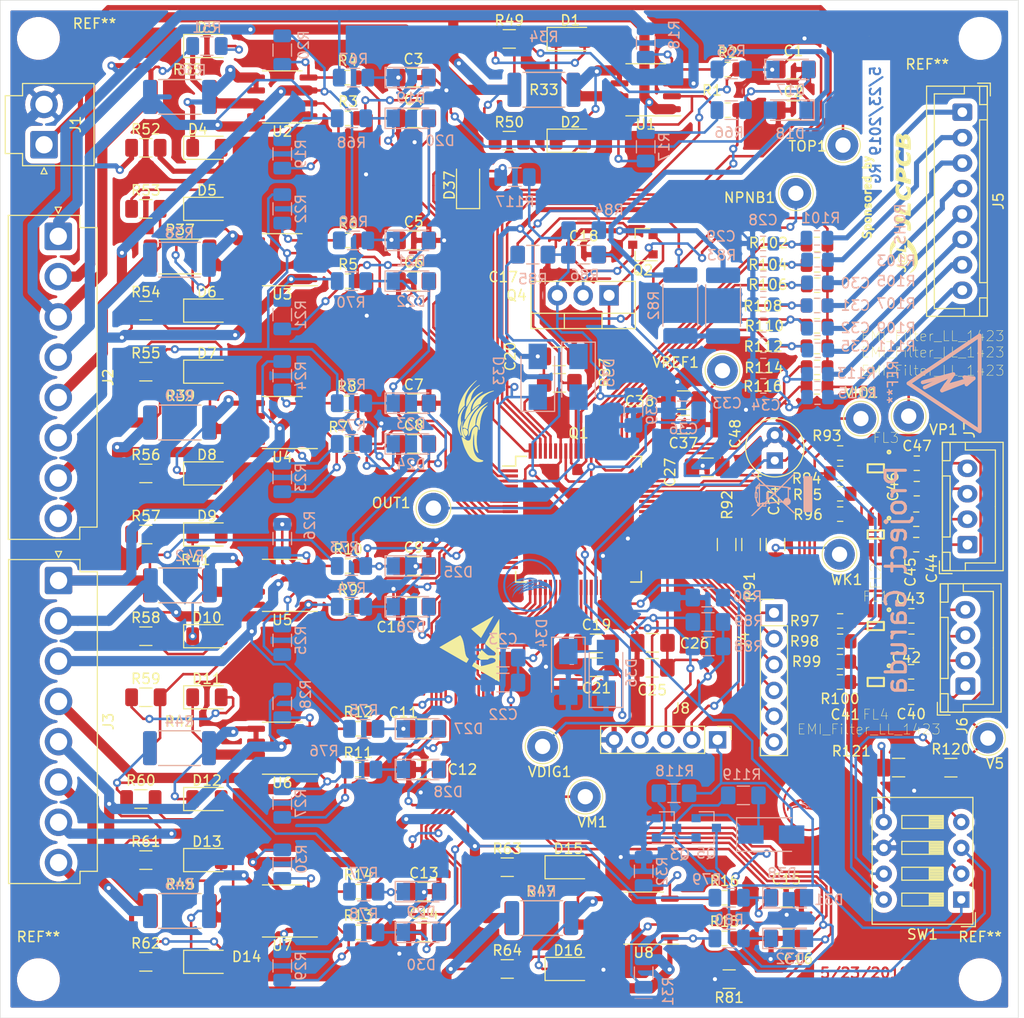
<source format=kicad_pcb>
(kicad_pcb (version 20171130) (host pcbnew "(5.1.0)-1")
  (layers (0 F.Cu signal) (31 B.Cu signal) (34 B.Paste user) (35 F.Paste user) (36 B.SilkS user) (37 F.SilkS user) (38 B.Mask user) (39 F.Mask user) (44 Edge.Cuts user))
  (net 0 "")
  (net 1 VSENSE16)
  (net 2 VSENSE15)
  (net 3 VSENSE14)
  (net 4 VSENSE13)
  (net 5 VSENSE12)
  (net 6 VSENSE11)
  (net 7 VSENSE10)
  (net 8 VSENSE9)
  (net 9 VSENSE8)
  (net 10 VSENSE7)
  (net 11 VSENSE6)
  (net 12 VSENSE5)
  (net 13 VSENSE4)
  (net 14 VSENSE3)
  (net 15 VSENSE2)
  (net 16 VSENSE1)
  (net 17 "Net-(D1-Pad2)")
  (net 18 "Net-(D1-Pad1)")
  (net 19 "Net-(D2-Pad1)")
  (net 20 "Net-(D2-Pad2)")
  (net 21 "Net-(D3-Pad2)")
  (net 22 "Net-(D3-Pad1)")
  (net 23 "Net-(D4-Pad1)")
  (net 24 "Net-(D4-Pad2)")
  (net 25 "Net-(D5-Pad2)")
  (net 26 "Net-(D5-Pad1)")
  (net 27 "Net-(D6-Pad1)")
  (net 28 "Net-(D6-Pad2)")
  (net 29 "Net-(D7-Pad1)")
  (net 30 "Net-(D7-Pad2)")
  (net 31 "Net-(D8-Pad1)")
  (net 32 "Net-(D8-Pad2)")
  (net 33 "Net-(D9-Pad1)")
  (net 34 "Net-(D9-Pad2)")
  (net 35 "Net-(D10-Pad2)")
  (net 36 "Net-(D10-Pad1)")
  (net 37 "Net-(D11-Pad2)")
  (net 38 "Net-(D11-Pad1)")
  (net 39 "Net-(D12-Pad1)")
  (net 40 "Net-(D12-Pad2)")
  (net 41 "Net-(D13-Pad2)")
  (net 42 "Net-(D13-Pad1)")
  (net 43 "Net-(D14-Pad2)")
  (net 44 "Net-(D14-Pad1)")
  (net 45 "Net-(D15-Pad2)")
  (net 46 "Net-(D15-Pad1)")
  (net 47 "Net-(D16-Pad1)")
  (net 48 "Net-(D16-Pad2)")
  (net 49 EQ14)
  (net 50 EQ13)
  (net 51 EQ12)
  (net 52 EQ11)
  (net 53 EQ10)
  (net 54 EQ9)
  (net 55 EQ8)
  (net 56 EQ7)
  (net 57 EQ6)
  (net 58 EQ5)
  (net 59 EQ4)
  (net 60 EQ3)
  (net 61 EQ2)
  (net 62 EQ1)
  (net 63 VSENSE0)
  (net 64 VM)
  (net 65 CHP)
  (net 66 CHM)
  (net 67 VDIG)
  (net 68 NC1)
  (net 69 TX)
  (net 70 RX)
  (net 71 FAULT_N)
  (net 72 VIO)
  (net 73 GPIO5)
  (net 74 GPIO4)
  (net 75 GPIO3)
  (net 76 GPIO2)
  (net 77 GPIO1)
  (net 78 GPIO0)
  (net 79 WAKEUP)
  (net 80 FAULTL+)
  (net 81 FAULTL-)
  (net 82 COMML+)
  (net 83 COMML-)
  (net 84 COMMH-)
  (net 85 COMMH+)
  (net 86 FAULT_H-)
  (net 87 FAULTH+)
  (net 88 V5VAO)
  (net 89 AUX7)
  (net 90 AUX6)
  (net 91 AUX5)
  (net 92 AUX4)
  (net 93 AUX3)
  (net 94 AUX2)
  (net 95 AUX1)
  (net 96 AUX0)
  (net 97 VREF)
  (net 98 VP)
  (net 99 NPNB)
  (net 100 OUT1)
  (net 101 AGND1)
  (net 102 NC2)
  (net 103 TOP)
  (net 104 EQ16)
  (net 105 EQ15)
  (net 106 "Net-(R1-Pad1)")
  (net 107 "Net-(R18-Pad1)")
  (net 108 "Net-(R19-Pad1)")
  (net 109 "Net-(R20-Pad1)")
  (net 110 "Net-(R21-Pad1)")
  (net 111 "Net-(R22-Pad1)")
  (net 112 "Net-(R23-Pad1)")
  (net 113 "Net-(R24-Pad1)")
  (net 114 "Net-(R25-Pad1)")
  (net 115 "Net-(R10-Pad1)")
  (net 116 "Net-(R11-Pad1)")
  (net 117 "Net-(R12-Pad1)")
  (net 118 "Net-(R13-Pad1)")
  (net 119 "Net-(R14-Pad1)")
  (net 120 "Net-(R15-Pad1)")
  (net 121 "Net-(R16-Pad1)")
  (net 122 BAT15)
  (net 123 BAT14)
  (net 124 BAT13)
  (net 125 BAT12)
  (net 126 BAT11)
  (net 127 BAT10)
  (net 128 BAT9)
  (net 129 BAT8)
  (net 130 BAT7)
  (net 131 BAT6)
  (net 132 BAT5)
  (net 133 BAT4)
  (net 134 BAT3)
  (net 135 BAT2)
  (net 136 BAT1)
  (net 137 BAT16)
  (net 138 "Net-(C17-Pad1)")
  (net 139 "Net-(C18-Pad1)")
  (net 140 "Net-(R82-Pad2)")
  (net 141 "Net-(C40-Pad1)")
  (net 142 "Net-(C40-Pad2)")
  (net 143 "Net-(C41-Pad2)")
  (net 144 "Net-(C41-Pad1)")
  (net 145 "Net-(C42-Pad1)")
  (net 146 "Net-(C42-Pad2)")
  (net 147 "Net-(C43-Pad2)")
  (net 148 "Net-(C43-Pad1)")
  (net 149 "Net-(C44-Pad1)")
  (net 150 "Net-(C44-Pad2)")
  (net 151 "Net-(C45-Pad2)")
  (net 152 "Net-(C45-Pad1)")
  (net 153 "Net-(C46-Pad1)")
  (net 154 "Net-(C46-Pad2)")
  (net 155 "Net-(C47-Pad2)")
  (net 156 "Net-(C47-Pad1)")
  (net 157 D)
  (net 158 C)
  (net 159 E)
  (net 160 F)
  (net 161 H)
  (net 162 G)
  (net 163 A)
  (net 164 B)
  (net 165 "Net-(J5-Pad1)")
  (net 166 "Net-(J5-Pad2)")
  (net 167 "Net-(J5-Pad3)")
  (net 168 "Net-(J5-Pad4)")
  (net 169 "Net-(J5-Pad5)")
  (net 170 "Net-(J5-Pad6)")
  (net 171 "Net-(J5-Pad7)")
  (net 172 "Net-(J5-Pad8)")
  (net 173 "Net-(Q1-Pad49)")
  (net 174 "Net-(D37-Pad2)")
  (net 175 "Net-(D38-Pad1)")
  (net 176 VCC)
  (net 177 "Net-(Q3-Pad3)")
  (net 178 VG)
  (net 179 VIOREG)
  (net 180 "Net-(R120-Pad1)")
  (net 181 "Net-(R121-Pad1)")
  (module logo:Garudalogo8silk (layer F.Cu) (at 117.97 81.67 90)
    (fp_text reference G*** hide)
    (fp_text value LOGO hide)
  )
  (module logo:garudalogo4mm (layer B.Cu) (at 123.77 95.42 180)
    (fp_text reference G*** hide)
    (fp_text value LOGO hide)
    (fp_circle (center -0.05 0.2) (end 2.45 0.2) (layer B.Cu) (width 0.2))
    (fp_poly (pts (xy 0.657928 0.168609) (xy 0.681924 0.164862) (xy 0.706601 0.161074) (xy 0.708025 0.160858) (xy 0.731868 0.156301) (xy 0.763586 0.148944) (xy 0.798955 0.139851) (xy 0.833754 0.130086) (xy 0.851706 0.12463) (xy 0.885476 0.111783) (xy 0.925908 0.092916) (xy 0.969663 0.069837) (xy 1.013402 0.044356) (xy 1.053787 0.01828) (xy 1.072197 0.005202) (xy 1.146974 -0.056381) (xy 1.220751 -0.129625) (xy 1.29263 -0.213489) (xy 1.361717 -0.306935) (xy 1.422039 -0.400475) (xy 1.437426 -0.426501) (xy 1.450526 -0.449691) (xy 1.459779 -0.46722) (xy 1.463398 -0.475379) (xy 1.469097 -0.486093) (xy 1.473627 -0.48895) (xy 1.479398 -0.493778) (xy 1.47955 -0.495177) (xy 1.482091 -0.503305) (xy 1.48892 -0.52005) (xy 1.498847 -0.542571) (xy 1.505521 -0.55709) (xy 1.519675 -0.587504) (xy 1.530596 -0.611202) (xy 1.540454 -0.632962) (xy 1.551418 -0.657563) (xy 1.561749 -0.680926) (xy 1.574377 -0.711869) (xy 1.587586 -0.748297) (xy 1.600799 -0.788138) (xy 1.613437 -0.829325) (xy 1.624926 -0.869789) (xy 1.634686 -0.90746) (xy 1.642142 -0.94027) (xy 1.646717 -0.96615) (xy 1.647833 -0.983031) (xy 1.647108 -0.987002) (xy 1.640561 -0.996099) (xy 1.632726 -0.992588) (xy 1.623581 -0.976458) (xy 1.62251 -0.973949) (xy 1.616348 -0.958153) (xy 1.613065 -0.947695) (xy 1.6129 -0.946469) (xy 1.610492 -0.939059) (xy 1.603997 -0.922612) (xy 1.594502 -0.89969) (xy 1.583096 -0.872852) (xy 1.570867 -0.84466) (xy 1.558905 -0.817675) (xy 1.548299 -0.794456) (xy 1.547968 -0.79375) (xy 1.539554 -0.776821) (xy 1.527843 -0.754602) (xy 1.51437 -0.729842) (xy 1.500671 -0.705294) (xy 1.488281 -0.683706) (xy 1.478734 -0.66783) (xy 1.473566 -0.660416) (xy 1.473548 -0.6604) (xy 1.467611 -0.652779) (xy 1.463675 -0.646633) (xy 1.433213 -0.601398) (xy 1.39494 -0.553187) (xy 1.351506 -0.504771) (xy 1.305563 -0.458927) (xy 1.259762 -0.418428) (xy 1.216754 -0.386048) (xy 1.211024 -0.382267) (xy 1.161896 -0.352526) (xy 1.115074 -0.32898) (xy 1.066618 -0.310049) (xy 1.012593 -0.294155) (xy 0.962025 -0.282417) (xy 0.951248 -0.274311) (xy 0.937777 -0.254188) (xy 0.9271 -0.233599) (xy 0.883062 -0.150958) (xy 0.832877 -0.073988) (xy 0.774549 0.000059) (xy 0.706082 0.07393) (xy 0.697347 0.082658) (xy 0.666867 0.113495) (xy 0.645546 0.13675) (xy 0.633013 0.153236) (xy 0.628894 0.163762) (xy 0.632818 0.169142) (xy 0.644412 0.170185) (xy 0.657928 0.168609)) (layer B.Cu) (width 0.01))
    (fp_poly (pts (xy 0.166863 0.575634) (xy 0.194055 0.572646) (xy 0.223877 0.569412) (xy 0.23495 0.568224) (xy 0.256233 0.565243) (xy 0.286776 0.560051) (xy 0.323456 0.553271) (xy 0.363153 0.545525) (xy 0.402746 0.537435) (xy 0.439113 0.529625) (xy 0.469134 0.522717) (xy 0.48895 0.517552) (xy 0.511582 0.510929) (xy 0.538897 0.502965) (xy 0.555625 0.498102) (xy 0.618345 0.477673) (xy 0.687841 0.451205) (xy 0.760699 0.420241) (xy 0.833507 0.386326) (xy 0.902852 0.351003) (xy 0.965321 0.315815) (xy 0.98425 0.304243) (xy 1.070864 0.246134) (xy 1.155209 0.182054) (xy 1.235381 0.113744) (xy 1.309477 0.042947) (xy 1.375594 -0.028595) (xy 1.431829 -0.09914) (xy 1.444853 -0.117475) (xy 1.459423 -0.137963) (xy 1.471601 -0.154007) (xy 1.479396 -0.163019) (xy 1.480737 -0.164041) (xy 1.485835 -0.171295) (xy 1.4859 -0.172284) (xy 1.489108 -0.180414) (xy 1.497507 -0.195749) (xy 1.508865 -0.21431) (xy 1.524136 -0.23972) (xy 1.540394 -0.269324) (xy 1.556421 -0.300583) (xy 1.570998 -0.33096) (xy 1.582907 -0.357917) (xy 1.59093 -0.378915) (xy 1.59385 -0.391371) (xy 1.591068 -0.403811) (xy 1.58294 -0.405055) (xy 1.56979 -0.395271) (xy 1.551945 -0.374628) (xy 1.545996 -0.366712) (xy 1.530182 -0.345139) (xy 1.50972 -0.317212) (xy 1.487462 -0.286827) (xy 1.469673 -0.262537) (xy 1.45253 -0.240036) (xy 1.431342 -0.213617) (xy 1.407554 -0.18493) (xy 1.382612 -0.155627) (xy 1.357965 -0.127362) (xy 1.335057 -0.101784) (xy 1.315335 -0.080547) (xy 1.300246 -0.065301) (xy 1.291236 -0.057699) (xy 1.289823 -0.05715) (xy 1.283307 -0.053069) (xy 1.270713 -0.042448) (xy 1.257094 -0.029798) (xy 1.235578 -0.010516) (xy 1.210215 0.010172) (xy 1.1938 0.022495) (xy 1.175082 0.035949) (xy 1.160157 0.046837) (xy 1.152525 0.052592) (xy 1.128366 0.069889) (xy 1.095093 0.090454) (xy 1.055395 0.112869) (xy 1.011961 0.135715) (xy 0.967481 0.157574) (xy 0.924645 0.177027) (xy 0.889 0.19158) (xy 0.802219 0.220164) (xy 0.714751 0.240692) (xy 0.629765 0.252534) (xy 0.568325 0.255337) (xy 0.53318 0.259006) (xy 0.503822 0.271289) (xy 0.47625 0.293568) (xy 0.453974 0.313213) (xy 0.422854 0.337411) (xy 0.385159 0.364565) (xy 0.343157 0.393078) (xy 0.299116 0.421354) (xy 0.2667 0.441095) (xy 0.237909 0.458306) (xy 0.211649 0.474213) (xy 0.190608 0.487175) (xy 0.17747 0.495552) (xy 0.176469 0.496228) (xy 0.162811 0.50439) (xy 0.153361 0.507992) (xy 0.15311 0.508) (xy 0.143602 0.511876) (xy 0.138297 0.515938) (xy 0.12544 0.525732) (xy 0.117206 0.530866) (xy 0.106952 0.542212) (xy 0.102787 0.554457) (xy 0.105064 0.56742) (xy 0.116336 0.574995) (xy 0.137599 0.577509) (xy 0.166863 0.575634)) (layer B.Cu) (width 0.01))
    (fp_poly (pts (xy 0.894586 0.498931) (xy 0.934817 0.496029) (xy 0.936286 0.495904) (xy 0.988242 0.491114) (xy 1.030893 0.486208) (xy 1.067627 0.48056) (xy 1.101829 0.473544) (xy 1.136885 0.464533) (xy 1.176181 0.4529) (xy 1.187097 0.449498) (xy 1.271844 0.41811) (xy 1.357674 0.377369) (xy 1.440344 0.329449) (xy 1.497619 0.290184) (xy 1.517236 0.275197) (xy 1.541806 0.255704) (xy 1.569228 0.233456) (xy 1.5974 0.210201) (xy 1.624222 0.18769) (xy 1.647593 0.167673) (xy 1.665411 0.151899) (xy 1.675577 0.142117) (xy 1.676047 0.141589) (xy 1.683643 0.132945) (xy 1.697845 0.116913) (xy 1.716801 0.095578) (xy 1.738659 0.071026) (xy 1.744932 0.063988) (xy 1.770943 0.034094) (xy 1.797867 0.001935) (xy 1.822523 -0.028623) (xy 1.84171 -0.053683) (xy 1.862712 -0.082352) (xy 1.88718 -0.115744) (xy 1.911071 -0.14834) (xy 1.920462 -0.161151) (xy 1.943115 -0.193806) (xy 1.956787 -0.217792) (xy 1.961567 -0.233327) (xy 1.957545 -0.240633) (xy 1.953378 -0.2413) (xy 1.943414 -0.23692) (xy 1.932192 -0.227012) (xy 1.920094 -0.212103) (xy 1.906727 -0.193769) (xy 1.9045 -0.1905) (xy 1.875546 -0.151654) (xy 1.838898 -0.108961) (xy 1.797535 -0.065454) (xy 1.754438 -0.024165) (xy 1.712586 0.011871) (xy 1.685572 0.032385) (xy 1.65028 0.057218) (xy 1.622587 0.076304) (xy 1.599812 0.091356) (xy 1.579272 0.104084) (xy 1.558287 0.116199) (xy 1.534174 0.129413) (xy 1.529997 0.131663) (xy 1.502474 0.145536) (xy 1.469209 0.160891) (xy 1.433078 0.176548) (xy 1.396955 0.19133) (xy 1.363718 0.204058) (xy 1.336242 0.213556) (xy 1.317833 0.218563) (xy 1.255841 0.2315) (xy 1.202938 0.245218) (xy 1.155525 0.260989) (xy 1.11 0.280085) (xy 1.062762 0.303779) (xy 1.037872 0.317469) (xy 1.015356 0.330111) (xy 0.994658 0.341687) (xy 0.981789 0.348842) (xy 0.971762 0.35443) (xy 0.962497 0.359799) (xy 0.951684 0.366384) (xy 0.937009 0.375617) (xy 0.91616 0.388932) (xy 0.888602 0.406622) (xy 0.862629 0.422989) (xy 0.837837 0.438062) (xy 0.817968 0.449588) (xy 0.810814 0.453438) (xy 0.7925 0.46548) (xy 0.786801 0.476348) (xy 0.793666 0.485824) (xy 0.813045 0.493689) (xy 0.820399 0.495504) (xy 0.840197 0.498678) (xy 0.863987 0.499817) (xy 0.894586 0.498931)) (layer B.Cu) (width 0.01))
    (fp_poly (pts (xy 0.46343 0.931904) (xy 0.477837 0.931459) (xy 0.51318 0.930138) (xy 0.545374 0.928605) (xy 0.571641 0.927019) (xy 0.589208 0.925533) (xy 0.593459 0.924953) (xy 0.615079 0.92144) (xy 0.643335 0.917323) (xy 0.672249 0.913446) (xy 0.691099 0.911167) (xy 0.704199 0.908882) (xy 0.726181 0.904213) (xy 0.753624 0.897911) (xy 0.7747 0.892818) (xy 0.814367 0.883013) (xy 0.843696 0.875699) (xy 0.86468 0.870337) (xy 0.879315 0.86639) (xy 0.889594 0.86332) (xy 0.897513 0.860591) (xy 0.904875 0.857741) (xy 0.917639 0.85321) (xy 0.937702 0.846654) (xy 0.955675 0.841046) (xy 1.019772 0.819548) (xy 1.090851 0.792316) (xy 1.165414 0.760795) (xy 1.239965 0.726431) (xy 1.27635 0.70853) (xy 1.346291 0.67267) (xy 1.406783 0.640099) (xy 1.460169 0.609392) (xy 1.508792 0.579127) (xy 1.554998 0.547881) (xy 1.60113 0.51423) (xy 1.619717 0.500063) (xy 1.636474 0.487547) (xy 1.648999 0.478922) (xy 1.654029 0.47625) (xy 1.66028 0.472525) (xy 1.674387 0.462402) (xy 1.694322 0.447457) (xy 1.718057 0.429269) (xy 1.743565 0.409415) (xy 1.768818 0.389474) (xy 1.791789 0.371022) (xy 1.81045 0.355637) (xy 1.82245 0.345199) (xy 1.840926 0.328256) (xy 1.859439 0.311476) (xy 1.863725 0.307631) (xy 1.902321 0.271926) (xy 1.94665 0.228904) (xy 1.994314 0.181006) (xy 2.042918 0.130674) (xy 2.090067 0.080348) (xy 2.130453 0.035757) (xy 2.144778 0.018849) (xy 2.161913 -0.002467) (xy 2.178913 -0.02441) (xy 2.192833 -0.043197) (xy 2.199376 -0.052774) (xy 2.208212 -0.068625) (xy 2.208958 -0.075046) (xy 2.201857 -0.072186) (xy 2.187154 -0.060195) (xy 2.165095 -0.039225) (xy 2.1463 -0.020203) (xy 2.124217 0.002004) (xy 2.097657 0.027846) (xy 2.06816 0.055913) (xy 2.037268 0.084797) (xy 2.006521 0.11309) (xy 1.97746 0.139384) (xy 1.951626 0.16227) (xy 1.930561 0.18034) (xy 1.915805 0.192185) (xy 1.909418 0.196293) (xy 1.898467 0.203285) (xy 1.895475 0.206294) (xy 1.884355 0.216697) (xy 1.86465 0.232633) (xy 1.838382 0.252654) (xy 1.807573 0.275312) (xy 1.774247 0.299157) (xy 1.740426 0.322743) (xy 1.708133 0.34462) (xy 1.67939 0.36334) (xy 1.65735 0.376803) (xy 1.621504 0.396911) (xy 1.581853 0.418049) (xy 1.541249 0.438794) (xy 1.502541 0.457727) (xy 1.468584 0.473427) (xy 1.442227 0.484473) (xy 1.438275 0.485943) (xy 1.419165 0.493395) (xy 1.404911 0.499963) (xy 1.400492 0.5027) (xy 1.389588 0.507108) (xy 1.381267 0.508) (xy 1.365373 0.511575) (xy 1.35555 0.516601) (xy 1.339003 0.524854) (xy 1.32715 0.528475) (xy 1.313365 0.531716) (xy 1.291737 0.537229) (xy 1.26666 0.54389) (xy 1.26365 0.544707) (xy 1.181377 0.562347) (xy 1.088523 0.57336) (xy 0.984961 0.577759) (xy 0.966695 0.577851) (xy 0.85725 0.57785) (xy 0.83314 0.601663) (xy 0.815851 0.618107) (xy 0.793652 0.638374) (xy 0.771334 0.658091) (xy 0.771228 0.658182) (xy 0.74942 0.677102) (xy 0.728065 0.695715) (xy 0.71166 0.710101) (xy 0.7112 0.710507) (xy 0.697022 0.721991) (xy 0.67544 0.738293) (xy 0.649598 0.757159) (xy 0.622641 0.776335) (xy 0.597712 0.793564) (xy 0.577954 0.806593) (xy 0.572823 0.809755) (xy 0.561291 0.816891) (xy 0.544046 0.827824) (xy 0.53398 0.834283) (xy 0.514355 0.845977) (xy 0.488394 0.860185) (xy 0.461283 0.874081) (xy 0.45778 0.875797) (xy 0.425709 0.891745) (xy 0.403636 0.903681) (xy 0.38992 0.912679) (xy 0.382922 0.919812) (xy 0.381 0.926023) (xy 0.383194 0.929319) (xy 0.390879 0.931462) (xy 0.405711 0.932545) (xy 0.429343 0.932662) (xy 0.46343 0.931904)) (layer B.Cu) (width 0.01))
    (fp_poly (pts (xy -0.0712 0.955278) (xy 0.054174 0.942317) (xy 0.180112 0.916742) (xy 0.256298 0.895211) (xy 0.278929 0.887802) (xy 0.296949 0.881281) (xy 0.306742 0.876966) (xy 0.307098 0.876729) (xy 0.31637 0.872087) (xy 0.333163 0.865222) (xy 0.345198 0.860742) (xy 0.380411 0.846937) (xy 0.41846 0.830118) (xy 0.454956 0.812357) (xy 0.485507 0.795731) (xy 0.494872 0.789997) (xy 0.511258 0.779782) (xy 0.522882 0.773094) (xy 0.526173 0.771632) (xy 0.533247 0.768082) (xy 0.547765 0.759211) (xy 0.566767 0.746979) (xy 0.587292 0.733348) (xy 0.60638 0.720279) (xy 0.62107 0.709732) (xy 0.627773 0.704328) (xy 0.637064 0.696232) (xy 0.653302 0.682849) (xy 0.673416 0.666699) (xy 0.679289 0.662053) (xy 0.707008 0.638977) (xy 0.731136 0.616587) (xy 0.750077 0.596582) (xy 0.762236 0.580659) (xy 0.766019 0.570516) (xy 0.76587 0.569869) (xy 0.760748 0.56253) (xy 0.751457 0.562545) (xy 0.736256 0.570419) (xy 0.71689 0.584038) (xy 0.69623 0.59863) (xy 0.676828 0.610966) (xy 0.664807 0.61744) (xy 0.652221 0.624375) (xy 0.646826 0.630054) (xy 0.646823 0.630148) (xy 0.641431 0.634825) (xy 0.626852 0.643527) (xy 0.605473 0.655062) (xy 0.579685 0.668238) (xy 0.551879 0.681861) (xy 0.524444 0.69474) (xy 0.499769 0.705682) (xy 0.480246 0.713495) (xy 0.478548 0.714101) (xy 0.457785 0.72145) (xy 0.440299 0.727744) (xy 0.434098 0.730033) (xy 0.418816 0.735096) (xy 0.393818 0.742575) (xy 0.361687 0.751718) (xy 0.325007 0.761775) (xy 0.322973 0.762323) (xy 0.27787 0.771692) (xy 0.223782 0.778501) (xy 0.164184 0.782633) (xy 0.102553 0.783968) (xy 0.042366 0.782387) (xy -0.0129 0.777772) (xy -0.035802 0.774582) (xy -0.059974 0.770741) (xy -0.080524 0.767572) (xy -0.092948 0.76577) (xy -0.105559 0.76678) (xy -0.125384 0.771075) (xy -0.143748 0.77637) (xy -0.168785 0.784029) (xy -0.2 0.793037) (xy -0.23126 0.801631) (xy -0.235827 0.802842) (xy -0.261352 0.809736) (xy -0.282819 0.81584) (xy -0.296756 0.820154) (xy -0.299327 0.821105) (xy -0.309457 0.823415) (xy -0.329006 0.826363) (xy -0.354737 0.829495) (xy -0.372352 0.831328) (xy -0.450716 0.834396) (xy -0.525396 0.828295) (xy -0.594446 0.813319) (xy -0.655923 0.789762) (xy -0.659383 0.788054) (xy -0.67657 0.780086) (xy -0.68932 0.77531) (xy -0.692439 0.7747) (xy -0.701205 0.771383) (xy -0.715771 0.763032) (xy -0.722354 0.758726) (xy -0.742863 0.749033) (xy -0.761196 0.747595) (xy -0.774699 0.753701) (xy -0.780721 0.766643) (xy -0.780332 0.774231) (xy -0.773468 0.782518) (xy -0.756256 0.794059) (xy -0.730406 0.808126) (xy -0.697629 0.823989) (xy -0.659635 0.840917) (xy -0.618135 0.858183) (xy -0.574839 0.875056) (xy -0.531457 0.890808) (xy -0.489701 0.904708) (xy -0.451281 0.916027) (xy -0.442202 0.918418) (xy -0.319562 0.943335) (xy -0.195837 0.955619) (xy -0.0712 0.955278)) (layer B.Cu) (width 0.01))
    (fp_poly (pts (xy -0.429709 0.771085) (xy -0.372397 0.767651) (xy -0.315395 0.762134) (xy -0.261875 0.754722) (xy -0.21584 0.745799) (xy -0.193279 0.740671) (xy -0.174298 0.736522) (xy -0.16504 0.734641) (xy -0.151532 0.731436) (xy -0.132136 0.726041) (xy -0.124106 0.72364) (xy -0.105659 0.718339) (xy -0.092017 0.71503) (xy -0.088741 0.714531) (xy -0.079235 0.711978) (xy -0.062884 0.705925) (xy -0.053816 0.702192) (xy -0.015099 0.685138) (xy 0.011582 0.672045) (xy 0.026252 0.6629) (xy 0.028936 0.657688) (xy 0.028514 0.657362) (xy 0.017717 0.656281) (xy 0.015506 0.65728) (xy 0.006475 0.660882) (xy -0.011064 0.66653) (xy -0.033345 0.673011) (xy -0.033735 0.673119) (xy -0.104412 0.690668) (xy -0.171272 0.702631) (xy -0.23731 0.709157) (xy -0.305522 0.710396) (xy -0.378902 0.706497) (xy -0.460446 0.69761) (xy -0.477878 0.695264) (xy -0.49642 0.691889) (xy -0.523435 0.685988) (xy -0.555173 0.678478) (xy -0.587885 0.670281) (xy -0.617821 0.662313) (xy -0.64123 0.655496) (xy -0.644806 0.654348) (xy -0.669538 0.645394) (xy -0.7 0.633113) (xy -0.733658 0.618667) (xy -0.767981 0.603221) (xy -0.800434 0.587938) (xy -0.828485 0.573981) (xy -0.849602 0.562514) (xy -0.860706 0.555181) (xy -0.876924 0.545839) (xy -0.894154 0.542244) (xy -0.907472 0.545187) (xy -0.90982 0.54728) (xy -0.912519 0.559196) (xy -0.909255 0.577593) (xy -0.901121 0.598391) (xy -0.891991 0.613807) (xy -0.876806 0.633705) (xy -0.861863 0.65091) (xy -0.849607 0.662788) (xy -0.842844 0.66675) (xy -0.834181 0.67111) (xy -0.829066 0.676144) (xy -0.818174 0.685512) (xy -0.802358 0.695459) (xy -0.801301 0.696021) (xy -0.767993 0.713221) (xy -0.74424 0.724775) (xy -0.728586 0.731369) (xy -0.721849 0.733363) (xy -0.709751 0.736561) (xy -0.691339 0.74218) (xy -0.682906 0.744917) (xy -0.658028 0.75189) (xy -0.63053 0.757836) (xy -0.622581 0.759171) (xy -0.59954 0.762683) (xy -0.578439 0.765949) (xy -0.571781 0.766998) (xy -0.532573 0.770948) (xy -0.484158 0.772247) (xy -0.429709 0.771085)) (layer B.Cu) (width 0.01))
    (fp_poly (pts (xy -0.429114 0.673407) (xy -0.421318 0.670901) (xy -0.414689 0.66123) (xy -0.407248 0.644607) (xy -0.404887 0.637965) (xy -0.399719 0.602959) (xy -0.405443 0.565633) (xy -0.420966 0.527856) (xy -0.445191 0.491498) (xy -0.477024 0.458429) (xy -0.515368 0.430521) (xy -0.531623 0.421554) (xy -0.550889 0.41529) (xy -0.578159 0.410622) (xy -0.608793 0.407929) (xy -0.638154 0.40759) (xy -0.661604 0.409985) (xy -0.664642 0.410684) (xy -0.698045 0.423924) (xy -0.733384 0.445639) (xy -0.766869 0.472969) (xy -0.794709 0.503054) (xy -0.803605 0.515512) (xy -0.815544 0.533954) (xy -0.784102 0.561621) (xy -0.751168 0.58601) (xy -0.709403 0.609952) (xy -0.662596 0.631562) (xy -0.614535 0.648955) (xy -0.600075 0.653169) (xy -0.570927 0.66) (xy -0.538411 0.665808) (xy -0.505251 0.670323) (xy -0.474166 0.673274) (xy -0.44788 0.674392) (xy -0.429114 0.673407)) (layer B.Cu) (width 0.01))
    (fp_poly (pts (xy -0.32452 0.684601) (xy -0.308354 0.679953) (xy -0.288468 0.673792) (xy -0.269013 0.667417) (xy -0.254136 0.662126) (xy -0.250825 0.66079) (xy -0.237074 0.655495) (xy -0.217513 0.648638) (xy -0.20955 0.64599) (xy -0.1642 0.629344) (xy -0.111182 0.606868) (xy -0.053272 0.579964) (xy 0.006756 0.55003) (xy 0.066128 0.518467) (xy 0.122068 0.486674) (xy 0.171801 0.456051) (xy 0.187507 0.44568) (xy 0.203984 0.434889) (xy 0.21578 0.427773) (xy 0.219458 0.426088) (xy 0.226204 0.422583) (xy 0.240782 0.413182) (xy 0.260827 0.399561) (xy 0.283974 0.383396) (xy 0.307857 0.366361) (xy 0.330112 0.350133) (xy 0.348374 0.336385) (xy 0.360277 0.326794) (xy 0.362362 0.32487) (xy 0.373893 0.314507) (xy 0.389641 0.3016) (xy 0.392861 0.299088) (xy 0.428764 0.27033) (xy 0.469095 0.236252) (xy 0.512388 0.198246) (xy 0.557178 0.157706) (xy 0.601999 0.116025) (xy 0.645384 0.074598) (xy 0.685868 0.034818) (xy 0.721985 -0.001923) (xy 0.752269 -0.03423) (xy 0.775254 -0.06071) (xy 0.785792 -0.074427) (xy 0.799176 -0.093146) (xy 0.810302 -0.108248) (xy 0.816137 -0.115702) (xy 0.822355 -0.125034) (xy 0.832014 -0.141827) (xy 0.841458 -0.159461) (xy 0.852687 -0.184207) (xy 0.855726 -0.199248) (xy 0.850619 -0.20455) (xy 0.837409 -0.200079) (xy 0.816142 -0.185799) (xy 0.812173 -0.182742) (xy 0.795585 -0.16908) (xy 0.772957 -0.149467) (xy 0.746224 -0.125681) (xy 0.717319 -0.099504) (xy 0.68818 -0.072713) (xy 0.660739 -0.04709) (xy 0.636933 -0.024413) (xy 0.618695 -0.006462) (xy 0.607962 0.004983) (xy 0.607637 0.005378) (xy 0.596978 0.016054) (xy 0.579056 0.031509) (xy 0.555992 0.050153) (xy 0.529904 0.070398) (xy 0.502913 0.090654) (xy 0.477139 0.109331) (xy 0.454701 0.124841) (xy 0.437721 0.135593) (xy 0.428317 0.14) (xy 0.428021 0.140029) (xy 0.418908 0.144573) (xy 0.409575 0.153038) (xy 0.399055 0.162509) (xy 0.392272 0.165738) (xy 0.384106 0.169087) (xy 0.369544 0.177658) (xy 0.359139 0.184538) (xy 0.343267 0.194556) (xy 0.331983 0.200006) (xy 0.328737 0.200259) (xy 0.32285 0.201828) (xy 0.317627 0.20686) (xy 0.307628 0.214978) (xy 0.302434 0.216552) (xy 0.293363 0.21935) (xy 0.277011 0.226607) (xy 0.26035 0.234976) (xy 0.238103 0.245933) (xy 0.20913 0.259153) (xy 0.17855 0.272325) (xy 0.168275 0.276553) (xy 0.142111 0.287204) (xy 0.119285 0.29658) (xy 0.103133 0.303306) (xy 0.098425 0.305323) (xy 0.085154 0.31018) (xy 0.062785 0.317363) (xy 0.03449 0.32594) (xy 0.003445 0.334975) (xy -0.027176 0.343535) (xy -0.0542 0.350684) (xy -0.0635 0.35299) (xy -0.105904 0.363171) (xy -0.139541 0.371096) (xy -0.167979 0.377534) (xy -0.194787 0.383252) (xy -0.22353 0.389021) (xy -0.257778 0.39561) (xy -0.28575 0.400898) (xy -0.309517 0.404145) (xy -0.337335 0.406265) (xy -0.350063 0.40666) (xy -0.377667 0.409007) (xy -0.402251 0.414762) (xy -0.420952 0.422894) (xy -0.430907 0.432371) (xy -0.4318 0.436116) (xy -0.429465 0.448102) (xy -0.421715 0.464137) (xy -0.407438 0.486234) (xy -0.392786 0.506627) (xy -0.380588 0.524552) (xy -0.372058 0.541593) (xy -0.366131 0.561205) (xy -0.36174 0.586843) (xy -0.358107 0.619062) (xy -0.354452 0.640099) (xy -0.348397 0.660684) (xy -0.341317 0.677163) (xy -0.334581 0.685882) (xy -0.332818 0.686438) (xy -0.32452 0.684601)) (layer B.Cu) (width 0.01))
    (fp_poly (pts (xy -0.457276 0.374662) (xy -0.43081 0.37132) (xy -0.395424 0.365642) (xy -0.352839 0.357904) (xy -0.304823 0.348392) (xy -0.259736 0.339087) (xy -0.224465 0.331646) (xy -0.196381 0.325415) (xy -0.172851 0.31974) (xy -0.151244 0.313968) (xy -0.12893 0.307446) (xy -0.103277 0.299521) (xy -0.085748 0.293998) (xy -0.04132 0.279841) (xy -0.00671 0.268514) (xy 0.020432 0.259204) (xy 0.042455 0.251097) (xy 0.061708 0.243383) (xy 0.066652 0.241299) (xy 0.087148 0.232611) (xy 0.104527 0.225314) (xy 0.111102 0.222592) (xy 0.143636 0.208872) (xy 0.177839 0.193732) (xy 0.209969 0.178885) (xy 0.236283 0.166045) (xy 0.247627 0.16007) (xy 0.288165 0.137008) (xy 0.331349 0.111354) (xy 0.373873 0.085153) (xy 0.41243 0.060449) (xy 0.443715 0.039285) (xy 0.448574 0.035827) (xy 0.48866 0.00663) (xy 0.521354 -0.018199) (xy 0.549835 -0.041329) (xy 0.577282 -0.065429) (xy 0.606874 -0.093169) (xy 0.635973 -0.121487) (xy 0.671281 -0.156789) (xy 0.701996 -0.189009) (xy 0.731233 -0.221607) (xy 0.762108 -0.258043) (xy 0.7925 -0.295275) (xy 0.803976 -0.310516) (xy 0.819886 -0.333066) (xy 0.839108 -0.361197) (xy 0.860523 -0.393178) (xy 0.883006 -0.427282) (xy 0.905437 -0.461779) (xy 0.926694 -0.494941) (xy 0.945655 -0.525038) (xy 0.961199 -0.550342) (xy 0.972203 -0.569125) (xy 0.977545 -0.579656) (xy 0.977877 -0.580968) (xy 0.980839 -0.587446) (xy 0.988494 -0.6014) (xy 0.996192 -0.614703) (xy 1.007232 -0.634524) (xy 1.015811 -0.651887) (xy 1.018845 -0.659433) (xy 1.019955 -0.670756) (xy 1.014465 -0.673394) (xy 1.004296 -0.66808) (xy 0.991368 -0.655548) (xy 0.983969 -0.646112) (xy 0.955374 -0.607403) (xy 0.932217 -0.578407) (xy 0.917375 -0.562066) (xy 0.908314 -0.552345) (xy 0.893158 -0.535326) (xy 0.874018 -0.513408) (xy 0.853005 -0.488986) (xy 0.852973 -0.48895) (xy 0.816609 -0.448518) (xy 0.774131 -0.404769) (xy 0.728698 -0.360727) (xy 0.683466 -0.319418) (xy 0.641595 -0.283865) (xy 0.626199 -0.271706) (xy 0.593481 -0.246643) (xy 0.569375 -0.228394) (xy 0.552482 -0.215956) (xy 0.541408 -0.208323) (xy 0.534756 -0.204491) (xy 0.531365 -0.20346) (xy 0.523406 -0.199762) (xy 0.510043 -0.19089) (xy 0.505965 -0.18787) (xy 0.489762 -0.177141) (xy 0.465807 -0.163254) (xy 0.436345 -0.147314) (xy 0.403618 -0.130423) (xy 0.369872 -0.113686) (xy 0.33735 -0.098207) (xy 0.308296 -0.08509) (xy 0.284954 -0.075438) (xy 0.269568 -0.070356) (xy 0.26607 -0.06985) (xy 0.253543 -0.066431) (xy 0.250484 -0.064295) (xy 0.241206 -0.059997) (xy 0.221949 -0.053883) (xy 0.195201 -0.046564) (xy 0.163449 -0.038652) (xy 0.129179 -0.03076) (xy 0.094879 -0.023499) (xy 0.063036 -0.01748) (xy 0.053952 -0.015946) (xy 0.02659 -0.012346) (xy -0.009413 -0.008836) (xy -0.05 -0.00575) (xy -0.091117 -0.003425) (xy -0.104798 -0.002855) (xy -0.206398 0.000922) (xy -0.25054 0.049674) (xy -0.29356 0.096071) (xy -0.332259 0.134781) (xy -0.368791 0.167168) (xy -0.40531 0.194596) (xy -0.443973 0.218428) (xy -0.486932 0.240027) (xy -0.536345 0.260756) (xy -0.594365 0.281979) (xy -0.644548 0.298949) (xy -0.691817 0.314766) (xy -0.728244 0.32749) (xy -0.755145 0.337711) (xy -0.773834 0.346018) (xy -0.785624 0.353) (xy -0.791829 0.359246) (xy -0.793764 0.365345) (xy -0.793773 0.365856) (xy -0.791731 0.371135) (xy -0.784453 0.373771) (xy -0.770211 0.373735) (xy -0.747281 0.371001) (xy -0.713933 0.365542) (xy -0.708048 0.364508) (xy -0.646043 0.357981) (xy -0.580348 0.358813) (xy -0.517537 0.366882) (xy -0.511198 0.368182) (xy -0.491744 0.372167) (xy -0.477291 0.374819) (xy -0.473098 0.375392) (xy -0.457276 0.374662)) (layer B.Cu) (width 0.01))
    (fp_poly (pts (xy -0.135187 -0.048025) (xy -0.117383 -0.05311) (xy -0.092351 -0.058768) (xy -0.065437 -0.063793) (xy -0.064827 -0.063893) (xy 0.049902 -0.085401) (xy 0.154829 -0.1109) (xy 0.252426 -0.141126) (xy 0.345166 -0.176816) (xy 0.405073 -0.203797) (xy 0.434167 -0.217798) (xy 0.457092 -0.229353) (xy 0.477255 -0.240414) (xy 0.498063 -0.252932) (xy 0.522922 -0.268859) (xy 0.551536 -0.287695) (xy 0.589584 -0.316311) (xy 0.631085 -0.353442) (xy 0.673471 -0.396419) (xy 0.714179 -0.442573) (xy 0.750642 -0.489234) (xy 0.765113 -0.50988) (xy 0.7763 -0.526884) (xy 0.783904 -0.539171) (xy 0.786073 -0.543476) (xy 0.788941 -0.54974) (xy 0.796626 -0.56447) (xy 0.807744 -0.585043) (xy 0.813995 -0.596406) (xy 0.827991 -0.622698) (xy 0.835586 -0.639928) (xy 0.837239 -0.649725) (xy 0.833409 -0.653714) (xy 0.830235 -0.65405) (xy 0.824268 -0.649686) (xy 0.811799 -0.637922) (xy 0.794874 -0.620749) (xy 0.782081 -0.607228) (xy 0.750279 -0.574868) (xy 0.716296 -0.54332) (xy 0.682482 -0.514543) (xy 0.65119 -0.490495) (xy 0.624773 -0.473134) (xy 0.614623 -0.467801) (xy 0.603797 -0.462169) (xy 0.586824 -0.452738) (xy 0.576523 -0.446839) (xy 0.53714 -0.426304) (xy 0.488141 -0.40431) (xy 0.432369 -0.381856) (xy 0.372666 -0.359945) (xy 0.311877 -0.339575) (xy 0.252843 -0.321748) (xy 0.198408 -0.307465) (xy 0.154248 -0.298212) (xy 0.132511 -0.294295) (xy 0.103868 -0.288966) (xy 0.073871 -0.28326) (xy 0.068523 -0.282228) (xy 0.007376 -0.27091) (xy -0.044365 -0.262506) (xy -0.087052 -0.256836) (xy -0.109466 -0.254209) (xy -0.138442 -0.250781) (xy -0.167933 -0.247268) (xy -0.169602 -0.247068) (xy -0.194136 -0.244715) (xy -0.22768 -0.242305) (xy -0.26655 -0.240065) (xy -0.307059 -0.23822) (xy -0.325177 -0.237567) (xy -0.369282 -0.236042) (xy -0.402419 -0.234541) (xy -0.426316 -0.23276) (xy -0.442703 -0.230392) (xy -0.453308 -0.227134) (xy -0.459859 -0.222681) (xy -0.464084 -0.216728) (xy -0.466027 -0.212737) (xy -0.469996 -0.200157) (xy -0.468153 -0.190437) (xy -0.459248 -0.183089) (xy -0.442032 -0.177625) (xy -0.415254 -0.173558) (xy -0.377665 -0.170399) (xy -0.353942 -0.168982) (xy -0.33546 -0.168019) (xy -0.321223 -0.166589) (xy -0.309411 -0.163403) (xy -0.298204 -0.157172) (xy -0.28578 -0.146605) (xy -0.270319 -0.130415) (xy -0.25 -0.107311) (xy -0.223577 -0.076671) (xy -0.20186 -0.054776) (xy -0.182036 -0.043423) (xy -0.160835 -0.04155) (xy -0.135187 -0.048025)) (layer B.Cu) (width 0.01))
    (fp_poly (pts (xy -0.858106 0.741539) (xy -0.85381 0.737317) (xy -0.853098 0.729227) (xy -0.857643 0.710659) (xy -0.870492 0.68488) (xy -0.8907 0.65338) (xy -0.917322 0.617651) (xy -0.945093 0.584138) (xy -0.98493 0.53629) (xy -1.015396 0.495038) (xy -1.037021 0.459023) (xy -1.050334 0.426886) (xy -1.055863 0.397268) (xy -1.054139 0.368808) (xy -1.045691 0.340149) (xy -1.042772 0.333204) (xy -1.025462 0.305589) (xy -0.999579 0.282801) (xy -0.964194 0.264366) (xy -0.918375 0.249808) (xy -0.861193 0.238652) (xy -0.856193 0.237906) (xy -0.835289 0.234722) (xy -0.809065 0.230565) (xy -0.792693 0.227897) (xy -0.765124 0.223508) (xy -0.733052 0.218637) (xy -0.710143 0.2153) (xy -0.623715 0.200793) (xy -0.548872 0.18326) (xy -0.484779 0.162332) (xy -0.430602 0.137636) (xy -0.385505 0.1088) (xy -0.348654 0.075454) (xy -0.323019 0.043032) (xy -0.309933 0.021761) (xy -0.303157 0.004033) (xy -0.300747 -0.016263) (xy -0.300569 -0.02753) (xy -0.303376 -0.062936) (xy -0.312715 -0.089211) (xy -0.329963 -0.108832) (xy -0.35361 -0.122953) (xy -0.368032 -0.129458) (xy -0.38003 -0.133499) (xy -0.392721 -0.135281) (xy -0.409223 -0.13501) (xy -0.432657 -0.13289) (xy -0.459318 -0.129907) (xy -0.49 -0.126226) (xy -0.517358 -0.122624) (xy -0.538134 -0.11955) (xy -0.548218 -0.117679) (xy -0.561812 -0.115121) (xy -0.583889 -0.111759) (xy -0.610312 -0.108211) (xy -0.618068 -0.107251) (xy -0.644963 -0.103939) (xy -0.668696 -0.100926) (xy -0.685134 -0.098739) (xy -0.687918 -0.098339) (xy -0.804175 -0.084198) (xy -0.924727 -0.075498) (xy -1.045937 -0.072311) (xy -1.16417 -0.074707) (xy -1.27579 -0.082757) (xy -1.307043 -0.086237) (xy -1.362227 -0.093086) (xy -1.408065 -0.099249) (xy -1.447848 -0.105319) (xy -1.484864 -0.111893) (xy -1.522403 -0.119566) (xy -1.563756 -0.128933) (xy -1.612211 -0.140588) (xy -1.625606 -0.143877) (xy -1.665558 -0.152859) (xy -1.694163 -0.157104) (xy -1.711946 -0.156383) (xy -1.719431 -0.150468) (xy -1.717143 -0.139132) (xy -1.705607 -0.122146) (xy -1.697556 -0.112618) (xy -1.657223 -0.073736) (xy -1.610454 -0.042337) (xy -1.561043 -0.019031) (xy -1.536199 -0.009031) (xy -1.514667 -0.000351) (xy -1.500106 0.005533) (xy -1.497543 0.006573) (xy -1.491199 0.009028) (xy -1.484041 0.011313) (xy -1.474076 0.013878) (xy -1.459307 0.017171) (xy -1.43774 0.021642) (xy -1.407378 0.027738) (xy -1.373718 0.034425) (xy -1.33575 0.04167) (xy -1.300196 0.047726) (xy -1.265344 0.052718) (xy -1.229482 0.056773) (xy -1.190898 0.060014) (xy -1.14788 0.062567) (xy -1.098717 0.064558) (xy -1.041696 0.066111) (xy -0.975105 0.067352) (xy -0.911474 0.068233) (xy -0.856004 0.06899) (xy -0.80481 0.069823) (xy -0.759212 0.0707) (xy -0.720529 0.07159) (xy -0.69008 0.072462) (xy -0.669185 0.073283) (xy -0.659162 0.074023) (xy -0.658481 0.07428) (xy -0.66805 0.078484) (xy -0.68847 0.083796) (xy -0.717972 0.089916) (xy -0.754785 0.096547) (xy -0.797139 0.103392) (xy -0.843263 0.110154) (xy -0.891388 0.116536) (xy -0.939742 0.122239) (xy -0.951443 0.123501) (xy -0.994072 0.126946) (xy -1.045772 0.129442) (xy -1.103515 0.130985) (xy -1.164272 0.131576) (xy -1.225015 0.131212) (xy -1.282717 0.129892) (xy -1.334348 0.127614) (xy -1.376881 0.124378) (xy -1.383243 0.123704) (xy -1.495492 0.107742) (xy -1.597092 0.085983) (xy -1.688852 0.058113) (xy -1.771581 0.023816) (xy -1.846088 -0.017226) (xy -1.913181 -0.065327) (xy -1.950514 -0.09799) (xy -2.001672 -0.153332) (xy -2.044111 -0.215326) (xy -2.078521 -0.285246) (xy -2.105596 -0.364361) (xy -2.114806 -0.40005) (xy -2.121695 -0.415828) (xy -2.131636 -0.424384) (xy -2.135718 -0.424922) (xy -2.143231 -0.422288) (xy -2.154768 -0.417258) (xy -2.168341 -0.409512) (xy -2.17543 -0.4034) (xy -2.180066 -0.393631) (xy -2.186607 -0.375948) (xy -2.193612 -0.354691) (xy -2.19964 -0.334197) (xy -2.202908 -0.320675) (xy -2.214563 -0.235328) (xy -2.214895 -0.155005) (xy -2.203645 -0.0785) (xy -2.180557 -0.004606) (xy -2.145374 0.067883) (xy -2.107564 0.126776) (xy -2.093844 0.144247) (xy -2.074491 0.166433) (xy -2.051153 0.191694) (xy -2.025481 0.218387) (xy -1.999124 0.244871) (xy -1.973733 0.269506) (xy -1.950957 0.290648) (xy -1.932446 0.306658) (xy -1.919851 0.315894) (xy -1.91584 0.3175) (xy -1.907433 0.321746) (xy -1.895642 0.332096) (xy -1.894419 0.333375) (xy -1.882733 0.344136) (xy -1.874136 0.349195) (xy -1.873588 0.34925) (xy -1.865495 0.352908) (xy -1.851642 0.362195) (xy -1.843618 0.3683) (xy -1.828876 0.379429) (xy -1.818451 0.386291) (xy -1.815915 0.38735) (xy -1.809231 0.390556) (xy -1.794712 0.399071) (xy -1.775145 0.411244) (xy -1.769204 0.415042) (xy -1.747148 0.428207) (xy -1.717349 0.444512) (xy -1.681518 0.463152) (xy -1.641366 0.483321) (xy -1.598604 0.504217) (xy -1.554942 0.525033) (xy -1.512093 0.544965) (xy -1.471767 0.563208) (xy -1.435674 0.578959) (xy -1.405526 0.591412) (xy -1.383033 0.599762) (xy -1.369907 0.603205) (xy -1.369009 0.603251) (xy -1.359565 0.605876) (xy -1.344967 0.612234) (xy -1.344172 0.612628) (xy -1.327051 0.62003) (xy -1.313034 0.624374) (xy -1.297481 0.628365) (xy -1.291168 0.630556) (xy -1.276361 0.635925) (xy -1.25335 0.643672) (xy -1.2261 0.652525) (xy -1.198573 0.661215) (xy -1.174732 0.668471) (xy -1.15929 0.672832) (xy -1.139193 0.67825) (xy -1.114222 0.685309) (xy -1.100668 0.689264) (xy -1.036242 0.7079) (xy -0.983122 0.722299) (xy -0.940696 0.732611) (xy -0.908353 0.738988) (xy -0.889531 0.741341) (xy -0.869006 0.742545) (xy -0.858106 0.741539)) (layer B.Cu) (width 0.01))
  )
  (module logo:garudalogo4mm (layer F.Cu) (at 151.32 116.97)
    (fp_text reference G*** hide)
    (fp_text value LOGO hide)
    (fp_circle (center -0.05 -0.2) (end 2.45 -0.2) (layer F.Cu) (width 0.2))
    (fp_poly (pts (xy 0.657928 -0.168609) (xy 0.681924 -0.164862) (xy 0.706601 -0.161074) (xy 0.708025 -0.160858) (xy 0.731868 -0.156301) (xy 0.763586 -0.148944) (xy 0.798955 -0.139851) (xy 0.833754 -0.130086) (xy 0.851706 -0.12463) (xy 0.885476 -0.111783) (xy 0.925908 -0.092916) (xy 0.969663 -0.069837) (xy 1.013402 -0.044356) (xy 1.053787 -0.01828) (xy 1.072197 -0.005202) (xy 1.146974 0.056381) (xy 1.220751 0.129625) (xy 1.29263 0.213489) (xy 1.361717 0.306935) (xy 1.422039 0.400475) (xy 1.437426 0.426501) (xy 1.450526 0.449691) (xy 1.459779 0.46722) (xy 1.463398 0.475379) (xy 1.469097 0.486093) (xy 1.473627 0.48895) (xy 1.479398 0.493778) (xy 1.47955 0.495177) (xy 1.482091 0.503305) (xy 1.48892 0.52005) (xy 1.498847 0.542571) (xy 1.505521 0.55709) (xy 1.519675 0.587504) (xy 1.530596 0.611202) (xy 1.540454 0.632962) (xy 1.551418 0.657563) (xy 1.561749 0.680926) (xy 1.574377 0.711869) (xy 1.587586 0.748297) (xy 1.600799 0.788138) (xy 1.613437 0.829325) (xy 1.624926 0.869789) (xy 1.634686 0.90746) (xy 1.642142 0.94027) (xy 1.646717 0.96615) (xy 1.647833 0.983031) (xy 1.647108 0.987002) (xy 1.640561 0.996099) (xy 1.632726 0.992588) (xy 1.623581 0.976458) (xy 1.62251 0.973949) (xy 1.616348 0.958153) (xy 1.613065 0.947695) (xy 1.6129 0.946469) (xy 1.610492 0.939059) (xy 1.603997 0.922612) (xy 1.594502 0.89969) (xy 1.583096 0.872852) (xy 1.570867 0.84466) (xy 1.558905 0.817675) (xy 1.548299 0.794456) (xy 1.547968 0.79375) (xy 1.539554 0.776821) (xy 1.527843 0.754602) (xy 1.51437 0.729842) (xy 1.500671 0.705294) (xy 1.488281 0.683706) (xy 1.478734 0.66783) (xy 1.473566 0.660416) (xy 1.473548 0.6604) (xy 1.467611 0.652779) (xy 1.463675 0.646633) (xy 1.433213 0.601398) (xy 1.39494 0.553187) (xy 1.351506 0.504771) (xy 1.305563 0.458927) (xy 1.259762 0.418428) (xy 1.216754 0.386048) (xy 1.211024 0.382267) (xy 1.161896 0.352526) (xy 1.115074 0.32898) (xy 1.066618 0.310049) (xy 1.012593 0.294155) (xy 0.962025 0.282417) (xy 0.951248 0.274311) (xy 0.937777 0.254188) (xy 0.9271 0.233599) (xy 0.883062 0.150958) (xy 0.832877 0.073988) (xy 0.774549 -0.000059) (xy 0.706082 -0.07393) (xy 0.697347 -0.082658) (xy 0.666867 -0.113495) (xy 0.645546 -0.13675) (xy 0.633013 -0.153236) (xy 0.628894 -0.163762) (xy 0.632818 -0.169142) (xy 0.644412 -0.170185) (xy 0.657928 -0.168609)) (layer F.Cu) (width 0.01))
    (fp_poly (pts (xy 0.166863 -0.575634) (xy 0.194055 -0.572646) (xy 0.223877 -0.569412) (xy 0.23495 -0.568224) (xy 0.256233 -0.565243) (xy 0.286776 -0.560051) (xy 0.323456 -0.553271) (xy 0.363153 -0.545525) (xy 0.402746 -0.537435) (xy 0.439113 -0.529625) (xy 0.469134 -0.522717) (xy 0.48895 -0.517552) (xy 0.511582 -0.510929) (xy 0.538897 -0.502965) (xy 0.555625 -0.498102) (xy 0.618345 -0.477673) (xy 0.687841 -0.451205) (xy 0.760699 -0.420241) (xy 0.833507 -0.386326) (xy 0.902852 -0.351003) (xy 0.965321 -0.315815) (xy 0.98425 -0.304243) (xy 1.070864 -0.246134) (xy 1.155209 -0.182054) (xy 1.235381 -0.113744) (xy 1.309477 -0.042947) (xy 1.375594 0.028595) (xy 1.431829 0.09914) (xy 1.444853 0.117475) (xy 1.459423 0.137963) (xy 1.471601 0.154007) (xy 1.479396 0.163019) (xy 1.480737 0.164041) (xy 1.485835 0.171295) (xy 1.4859 0.172284) (xy 1.489108 0.180414) (xy 1.497507 0.195749) (xy 1.508865 0.21431) (xy 1.524136 0.23972) (xy 1.540394 0.269324) (xy 1.556421 0.300583) (xy 1.570998 0.33096) (xy 1.582907 0.357917) (xy 1.59093 0.378915) (xy 1.59385 0.391371) (xy 1.591068 0.403811) (xy 1.58294 0.405055) (xy 1.56979 0.395271) (xy 1.551945 0.374628) (xy 1.545996 0.366712) (xy 1.530182 0.345139) (xy 1.50972 0.317212) (xy 1.487462 0.286827) (xy 1.469673 0.262537) (xy 1.45253 0.240036) (xy 1.431342 0.213617) (xy 1.407554 0.18493) (xy 1.382612 0.155627) (xy 1.357965 0.127362) (xy 1.335057 0.101784) (xy 1.315335 0.080547) (xy 1.300246 0.065301) (xy 1.291236 0.057699) (xy 1.289823 0.05715) (xy 1.283307 0.053069) (xy 1.270713 0.042448) (xy 1.257094 0.029798) (xy 1.235578 0.010516) (xy 1.210215 -0.010172) (xy 1.1938 -0.022495) (xy 1.175082 -0.035949) (xy 1.160157 -0.046837) (xy 1.152525 -0.052592) (xy 1.128366 -0.069889) (xy 1.095093 -0.090454) (xy 1.055395 -0.112869) (xy 1.011961 -0.135715) (xy 0.967481 -0.157574) (xy 0.924645 -0.177027) (xy 0.889 -0.19158) (xy 0.802219 -0.220164) (xy 0.714751 -0.240692) (xy 0.629765 -0.252534) (xy 0.568325 -0.255337) (xy 0.53318 -0.259006) (xy 0.503822 -0.271289) (xy 0.47625 -0.293568) (xy 0.453974 -0.313213) (xy 0.422854 -0.337411) (xy 0.385159 -0.364565) (xy 0.343157 -0.393078) (xy 0.299116 -0.421354) (xy 0.2667 -0.441095) (xy 0.237909 -0.458306) (xy 0.211649 -0.474213) (xy 0.190608 -0.487175) (xy 0.17747 -0.495552) (xy 0.176469 -0.496228) (xy 0.162811 -0.50439) (xy 0.153361 -0.507992) (xy 0.15311 -0.508) (xy 0.143602 -0.511876) (xy 0.138297 -0.515938) (xy 0.12544 -0.525732) (xy 0.117206 -0.530866) (xy 0.106952 -0.542212) (xy 0.102787 -0.554457) (xy 0.105064 -0.56742) (xy 0.116336 -0.574995) (xy 0.137599 -0.577509) (xy 0.166863 -0.575634)) (layer F.Cu) (width 0.01))
    (fp_poly (pts (xy 0.894586 -0.498931) (xy 0.934817 -0.496029) (xy 0.936286 -0.495904) (xy 0.988242 -0.491114) (xy 1.030893 -0.486208) (xy 1.067627 -0.48056) (xy 1.101829 -0.473544) (xy 1.136885 -0.464533) (xy 1.176181 -0.4529) (xy 1.187097 -0.449498) (xy 1.271844 -0.41811) (xy 1.357674 -0.377369) (xy 1.440344 -0.329449) (xy 1.497619 -0.290184) (xy 1.517236 -0.275197) (xy 1.541806 -0.255704) (xy 1.569228 -0.233456) (xy 1.5974 -0.210201) (xy 1.624222 -0.18769) (xy 1.647593 -0.167673) (xy 1.665411 -0.151899) (xy 1.675577 -0.142117) (xy 1.676047 -0.141589) (xy 1.683643 -0.132945) (xy 1.697845 -0.116913) (xy 1.716801 -0.095578) (xy 1.738659 -0.071026) (xy 1.744932 -0.063988) (xy 1.770943 -0.034094) (xy 1.797867 -0.001935) (xy 1.822523 0.028623) (xy 1.84171 0.053683) (xy 1.862712 0.082352) (xy 1.88718 0.115744) (xy 1.911071 0.14834) (xy 1.920462 0.161151) (xy 1.943115 0.193806) (xy 1.956787 0.217792) (xy 1.961567 0.233327) (xy 1.957545 0.240633) (xy 1.953378 0.2413) (xy 1.943414 0.23692) (xy 1.932192 0.227012) (xy 1.920094 0.212103) (xy 1.906727 0.193769) (xy 1.9045 0.1905) (xy 1.875546 0.151654) (xy 1.838898 0.108961) (xy 1.797535 0.065454) (xy 1.754438 0.024165) (xy 1.712586 -0.011871) (xy 1.685572 -0.032385) (xy 1.65028 -0.057218) (xy 1.622587 -0.076304) (xy 1.599812 -0.091356) (xy 1.579272 -0.104084) (xy 1.558287 -0.116199) (xy 1.534174 -0.129413) (xy 1.529997 -0.131663) (xy 1.502474 -0.145536) (xy 1.469209 -0.160891) (xy 1.433078 -0.176548) (xy 1.396955 -0.19133) (xy 1.363718 -0.204058) (xy 1.336242 -0.213556) (xy 1.317833 -0.218563) (xy 1.255841 -0.2315) (xy 1.202938 -0.245218) (xy 1.155525 -0.260989) (xy 1.11 -0.280085) (xy 1.062762 -0.303779) (xy 1.037872 -0.317469) (xy 1.015356 -0.330111) (xy 0.994658 -0.341687) (xy 0.981789 -0.348842) (xy 0.971762 -0.35443) (xy 0.962497 -0.359799) (xy 0.951684 -0.366384) (xy 0.937009 -0.375617) (xy 0.91616 -0.388932) (xy 0.888602 -0.406622) (xy 0.862629 -0.422989) (xy 0.837837 -0.438062) (xy 0.817968 -0.449588) (xy 0.810814 -0.453438) (xy 0.7925 -0.46548) (xy 0.786801 -0.476348) (xy 0.793666 -0.485824) (xy 0.813045 -0.493689) (xy 0.820399 -0.495504) (xy 0.840197 -0.498678) (xy 0.863987 -0.499817) (xy 0.894586 -0.498931)) (layer F.Cu) (width 0.01))
    (fp_poly (pts (xy 0.46343 -0.931904) (xy 0.477837 -0.931459) (xy 0.51318 -0.930138) (xy 0.545374 -0.928605) (xy 0.571641 -0.927019) (xy 0.589208 -0.925533) (xy 0.593459 -0.924953) (xy 0.615079 -0.92144) (xy 0.643335 -0.917323) (xy 0.672249 -0.913446) (xy 0.691099 -0.911167) (xy 0.704199 -0.908882) (xy 0.726181 -0.904213) (xy 0.753624 -0.897911) (xy 0.7747 -0.892818) (xy 0.814367 -0.883013) (xy 0.843696 -0.875699) (xy 0.86468 -0.870337) (xy 0.879315 -0.86639) (xy 0.889594 -0.86332) (xy 0.897513 -0.860591) (xy 0.904875 -0.857741) (xy 0.917639 -0.85321) (xy 0.937702 -0.846654) (xy 0.955675 -0.841046) (xy 1.019772 -0.819548) (xy 1.090851 -0.792316) (xy 1.165414 -0.760795) (xy 1.239965 -0.726431) (xy 1.27635 -0.70853) (xy 1.346291 -0.67267) (xy 1.406783 -0.640099) (xy 1.460169 -0.609392) (xy 1.508792 -0.579127) (xy 1.554998 -0.547881) (xy 1.60113 -0.51423) (xy 1.619717 -0.500063) (xy 1.636474 -0.487547) (xy 1.648999 -0.478922) (xy 1.654029 -0.47625) (xy 1.66028 -0.472525) (xy 1.674387 -0.462402) (xy 1.694322 -0.447457) (xy 1.718057 -0.429269) (xy 1.743565 -0.409415) (xy 1.768818 -0.389474) (xy 1.791789 -0.371022) (xy 1.81045 -0.355637) (xy 1.82245 -0.345199) (xy 1.840926 -0.328256) (xy 1.859439 -0.311476) (xy 1.863725 -0.307631) (xy 1.902321 -0.271926) (xy 1.94665 -0.228904) (xy 1.994314 -0.181006) (xy 2.042918 -0.130674) (xy 2.090067 -0.080348) (xy 2.130453 -0.035757) (xy 2.144778 -0.018849) (xy 2.161913 0.002467) (xy 2.178913 0.02441) (xy 2.192833 0.043197) (xy 2.199376 0.052774) (xy 2.208212 0.068625) (xy 2.208958 0.075046) (xy 2.201857 0.072186) (xy 2.187154 0.060195) (xy 2.165095 0.039225) (xy 2.1463 0.020203) (xy 2.124217 -0.002004) (xy 2.097657 -0.027846) (xy 2.06816 -0.055913) (xy 2.037268 -0.084797) (xy 2.006521 -0.11309) (xy 1.97746 -0.139384) (xy 1.951626 -0.16227) (xy 1.930561 -0.18034) (xy 1.915805 -0.192185) (xy 1.909418 -0.196293) (xy 1.898467 -0.203285) (xy 1.895475 -0.206294) (xy 1.884355 -0.216697) (xy 1.86465 -0.232633) (xy 1.838382 -0.252654) (xy 1.807573 -0.275312) (xy 1.774247 -0.299157) (xy 1.740426 -0.322743) (xy 1.708133 -0.34462) (xy 1.67939 -0.36334) (xy 1.65735 -0.376803) (xy 1.621504 -0.396911) (xy 1.581853 -0.418049) (xy 1.541249 -0.438794) (xy 1.502541 -0.457727) (xy 1.468584 -0.473427) (xy 1.442227 -0.484473) (xy 1.438275 -0.485943) (xy 1.419165 -0.493395) (xy 1.404911 -0.499963) (xy 1.400492 -0.5027) (xy 1.389588 -0.507108) (xy 1.381267 -0.508) (xy 1.365373 -0.511575) (xy 1.35555 -0.516601) (xy 1.339003 -0.524854) (xy 1.32715 -0.528475) (xy 1.313365 -0.531716) (xy 1.291737 -0.537229) (xy 1.26666 -0.54389) (xy 1.26365 -0.544707) (xy 1.181377 -0.562347) (xy 1.088523 -0.57336) (xy 0.984961 -0.577759) (xy 0.966695 -0.577851) (xy 0.85725 -0.57785) (xy 0.83314 -0.601663) (xy 0.815851 -0.618107) (xy 0.793652 -0.638374) (xy 0.771334 -0.658091) (xy 0.771228 -0.658182) (xy 0.74942 -0.677102) (xy 0.728065 -0.695715) (xy 0.71166 -0.710101) (xy 0.7112 -0.710507) (xy 0.697022 -0.721991) (xy 0.67544 -0.738293) (xy 0.649598 -0.757159) (xy 0.622641 -0.776335) (xy 0.597712 -0.793564) (xy 0.577954 -0.806593) (xy 0.572823 -0.809755) (xy 0.561291 -0.816891) (xy 0.544046 -0.827824) (xy 0.53398 -0.834283) (xy 0.514355 -0.845977) (xy 0.488394 -0.860185) (xy 0.461283 -0.874081) (xy 0.45778 -0.875797) (xy 0.425709 -0.891745) (xy 0.403636 -0.903681) (xy 0.38992 -0.912679) (xy 0.382922 -0.919812) (xy 0.381 -0.926023) (xy 0.383194 -0.929319) (xy 0.390879 -0.931462) (xy 0.405711 -0.932545) (xy 0.429343 -0.932662) (xy 0.46343 -0.931904)) (layer F.Cu) (width 0.01))
    (fp_poly (pts (xy -0.0712 -0.955278) (xy 0.054174 -0.942317) (xy 0.180112 -0.916742) (xy 0.256298 -0.895211) (xy 0.278929 -0.887802) (xy 0.296949 -0.881281) (xy 0.306742 -0.876966) (xy 0.307098 -0.876729) (xy 0.31637 -0.872087) (xy 0.333163 -0.865222) (xy 0.345198 -0.860742) (xy 0.380411 -0.846937) (xy 0.41846 -0.830118) (xy 0.454956 -0.812357) (xy 0.485507 -0.795731) (xy 0.494872 -0.789997) (xy 0.511258 -0.779782) (xy 0.522882 -0.773094) (xy 0.526173 -0.771632) (xy 0.533247 -0.768082) (xy 0.547765 -0.759211) (xy 0.566767 -0.746979) (xy 0.587292 -0.733348) (xy 0.60638 -0.720279) (xy 0.62107 -0.709732) (xy 0.627773 -0.704328) (xy 0.637064 -0.696232) (xy 0.653302 -0.682849) (xy 0.673416 -0.666699) (xy 0.679289 -0.662053) (xy 0.707008 -0.638977) (xy 0.731136 -0.616587) (xy 0.750077 -0.596582) (xy 0.762236 -0.580659) (xy 0.766019 -0.570516) (xy 0.76587 -0.569869) (xy 0.760748 -0.56253) (xy 0.751457 -0.562545) (xy 0.736256 -0.570419) (xy 0.71689 -0.584038) (xy 0.69623 -0.59863) (xy 0.676828 -0.610966) (xy 0.664807 -0.61744) (xy 0.652221 -0.624375) (xy 0.646826 -0.630054) (xy 0.646823 -0.630148) (xy 0.641431 -0.634825) (xy 0.626852 -0.643527) (xy 0.605473 -0.655062) (xy 0.579685 -0.668238) (xy 0.551879 -0.681861) (xy 0.524444 -0.69474) (xy 0.499769 -0.705682) (xy 0.480246 -0.713495) (xy 0.478548 -0.714101) (xy 0.457785 -0.72145) (xy 0.440299 -0.727744) (xy 0.434098 -0.730033) (xy 0.418816 -0.735096) (xy 0.393818 -0.742575) (xy 0.361687 -0.751718) (xy 0.325007 -0.761775) (xy 0.322973 -0.762323) (xy 0.27787 -0.771692) (xy 0.223782 -0.778501) (xy 0.164184 -0.782633) (xy 0.102553 -0.783968) (xy 0.042366 -0.782387) (xy -0.0129 -0.777772) (xy -0.035802 -0.774582) (xy -0.059974 -0.770741) (xy -0.080524 -0.767572) (xy -0.092948 -0.76577) (xy -0.105559 -0.76678) (xy -0.125384 -0.771075) (xy -0.143748 -0.77637) (xy -0.168785 -0.784029) (xy -0.2 -0.793037) (xy -0.23126 -0.801631) (xy -0.235827 -0.802842) (xy -0.261352 -0.809736) (xy -0.282819 -0.81584) (xy -0.296756 -0.820154) (xy -0.299327 -0.821105) (xy -0.309457 -0.823415) (xy -0.329006 -0.826363) (xy -0.354737 -0.829495) (xy -0.372352 -0.831328) (xy -0.450716 -0.834396) (xy -0.525396 -0.828295) (xy -0.594446 -0.813319) (xy -0.655923 -0.789762) (xy -0.659383 -0.788054) (xy -0.67657 -0.780086) (xy -0.68932 -0.77531) (xy -0.692439 -0.7747) (xy -0.701205 -0.771383) (xy -0.715771 -0.763032) (xy -0.722354 -0.758726) (xy -0.742863 -0.749033) (xy -0.761196 -0.747595) (xy -0.774699 -0.753701) (xy -0.780721 -0.766643) (xy -0.780332 -0.774231) (xy -0.773468 -0.782518) (xy -0.756256 -0.794059) (xy -0.730406 -0.808126) (xy -0.697629 -0.823989) (xy -0.659635 -0.840917) (xy -0.618135 -0.858183) (xy -0.574839 -0.875056) (xy -0.531457 -0.890808) (xy -0.489701 -0.904708) (xy -0.451281 -0.916027) (xy -0.442202 -0.918418) (xy -0.319562 -0.943335) (xy -0.195837 -0.955619) (xy -0.0712 -0.955278)) (layer F.Cu) (width 0.01))
    (fp_poly (pts (xy -0.429709 -0.771085) (xy -0.372397 -0.767651) (xy -0.315395 -0.762134) (xy -0.261875 -0.754722) (xy -0.21584 -0.745799) (xy -0.193279 -0.740671) (xy -0.174298 -0.736522) (xy -0.16504 -0.734641) (xy -0.151532 -0.731436) (xy -0.132136 -0.726041) (xy -0.124106 -0.72364) (xy -0.105659 -0.718339) (xy -0.092017 -0.71503) (xy -0.088741 -0.714531) (xy -0.079235 -0.711978) (xy -0.062884 -0.705925) (xy -0.053816 -0.702192) (xy -0.015099 -0.685138) (xy 0.011582 -0.672045) (xy 0.026252 -0.6629) (xy 0.028936 -0.657688) (xy 0.028514 -0.657362) (xy 0.017717 -0.656281) (xy 0.015506 -0.65728) (xy 0.006475 -0.660882) (xy -0.011064 -0.66653) (xy -0.033345 -0.673011) (xy -0.033735 -0.673119) (xy -0.104412 -0.690668) (xy -0.171272 -0.702631) (xy -0.23731 -0.709157) (xy -0.305522 -0.710396) (xy -0.378902 -0.706497) (xy -0.460446 -0.69761) (xy -0.477878 -0.695264) (xy -0.49642 -0.691889) (xy -0.523435 -0.685988) (xy -0.555173 -0.678478) (xy -0.587885 -0.670281) (xy -0.617821 -0.662313) (xy -0.64123 -0.655496) (xy -0.644806 -0.654348) (xy -0.669538 -0.645394) (xy -0.7 -0.633113) (xy -0.733658 -0.618667) (xy -0.767981 -0.603221) (xy -0.800434 -0.587938) (xy -0.828485 -0.573981) (xy -0.849602 -0.562514) (xy -0.860706 -0.555181) (xy -0.876924 -0.545839) (xy -0.894154 -0.542244) (xy -0.907472 -0.545187) (xy -0.90982 -0.54728) (xy -0.912519 -0.559196) (xy -0.909255 -0.577593) (xy -0.901121 -0.598391) (xy -0.891991 -0.613807) (xy -0.876806 -0.633705) (xy -0.861863 -0.65091) (xy -0.849607 -0.662788) (xy -0.842844 -0.66675) (xy -0.834181 -0.67111) (xy -0.829066 -0.676144) (xy -0.818174 -0.685512) (xy -0.802358 -0.695459) (xy -0.801301 -0.696021) (xy -0.767993 -0.713221) (xy -0.74424 -0.724775) (xy -0.728586 -0.731369) (xy -0.721849 -0.733363) (xy -0.709751 -0.736561) (xy -0.691339 -0.74218) (xy -0.682906 -0.744917) (xy -0.658028 -0.75189) (xy -0.63053 -0.757836) (xy -0.622581 -0.759171) (xy -0.59954 -0.762683) (xy -0.578439 -0.765949) (xy -0.571781 -0.766998) (xy -0.532573 -0.770948) (xy -0.484158 -0.772247) (xy -0.429709 -0.771085)) (layer F.Cu) (width 0.01))
    (fp_poly (pts (xy -0.429114 -0.673407) (xy -0.421318 -0.670901) (xy -0.414689 -0.66123) (xy -0.407248 -0.644607) (xy -0.404887 -0.637965) (xy -0.399719 -0.602959) (xy -0.405443 -0.565633) (xy -0.420966 -0.527856) (xy -0.445191 -0.491498) (xy -0.477024 -0.458429) (xy -0.515368 -0.430521) (xy -0.531623 -0.421554) (xy -0.550889 -0.41529) (xy -0.578159 -0.410622) (xy -0.608793 -0.407929) (xy -0.638154 -0.40759) (xy -0.661604 -0.409985) (xy -0.664642 -0.410684) (xy -0.698045 -0.423924) (xy -0.733384 -0.445639) (xy -0.766869 -0.472969) (xy -0.794709 -0.503054) (xy -0.803605 -0.515512) (xy -0.815544 -0.533954) (xy -0.784102 -0.561621) (xy -0.751168 -0.58601) (xy -0.709403 -0.609952) (xy -0.662596 -0.631562) (xy -0.614535 -0.648955) (xy -0.600075 -0.653169) (xy -0.570927 -0.66) (xy -0.538411 -0.665808) (xy -0.505251 -0.670323) (xy -0.474166 -0.673274) (xy -0.44788 -0.674392) (xy -0.429114 -0.673407)) (layer F.Cu) (width 0.01))
    (fp_poly (pts (xy -0.32452 -0.684601) (xy -0.308354 -0.679953) (xy -0.288468 -0.673792) (xy -0.269013 -0.667417) (xy -0.254136 -0.662126) (xy -0.250825 -0.66079) (xy -0.237074 -0.655495) (xy -0.217513 -0.648638) (xy -0.20955 -0.64599) (xy -0.1642 -0.629344) (xy -0.111182 -0.606868) (xy -0.053272 -0.579964) (xy 0.006756 -0.55003) (xy 0.066128 -0.518467) (xy 0.122068 -0.486674) (xy 0.171801 -0.456051) (xy 0.187507 -0.44568) (xy 0.203984 -0.434889) (xy 0.21578 -0.427773) (xy 0.219458 -0.426088) (xy 0.226204 -0.422583) (xy 0.240782 -0.413182) (xy 0.260827 -0.399561) (xy 0.283974 -0.383396) (xy 0.307857 -0.366361) (xy 0.330112 -0.350133) (xy 0.348374 -0.336385) (xy 0.360277 -0.326794) (xy 0.362362 -0.32487) (xy 0.373893 -0.314507) (xy 0.389641 -0.3016) (xy 0.392861 -0.299088) (xy 0.428764 -0.27033) (xy 0.469095 -0.236252) (xy 0.512388 -0.198246) (xy 0.557178 -0.157706) (xy 0.601999 -0.116025) (xy 0.645384 -0.074598) (xy 0.685868 -0.034818) (xy 0.721985 0.001923) (xy 0.752269 0.03423) (xy 0.775254 0.06071) (xy 0.785792 0.074427) (xy 0.799176 0.093146) (xy 0.810302 0.108248) (xy 0.816137 0.115702) (xy 0.822355 0.125034) (xy 0.832014 0.141827) (xy 0.841458 0.159461) (xy 0.852687 0.184207) (xy 0.855726 0.199248) (xy 0.850619 0.20455) (xy 0.837409 0.200079) (xy 0.816142 0.185799) (xy 0.812173 0.182742) (xy 0.795585 0.16908) (xy 0.772957 0.149467) (xy 0.746224 0.125681) (xy 0.717319 0.099504) (xy 0.68818 0.072713) (xy 0.660739 0.04709) (xy 0.636933 0.024413) (xy 0.618695 0.006462) (xy 0.607962 -0.004983) (xy 0.607637 -0.005378) (xy 0.596978 -0.016054) (xy 0.579056 -0.031509) (xy 0.555992 -0.050153) (xy 0.529904 -0.070398) (xy 0.502913 -0.090654) (xy 0.477139 -0.109331) (xy 0.454701 -0.124841) (xy 0.437721 -0.135593) (xy 0.428317 -0.14) (xy 0.428021 -0.140029) (xy 0.418908 -0.144573) (xy 0.409575 -0.153038) (xy 0.399055 -0.162509) (xy 0.392272 -0.165738) (xy 0.384106 -0.169087) (xy 0.369544 -0.177658) (xy 0.359139 -0.184538) (xy 0.343267 -0.194556) (xy 0.331983 -0.200006) (xy 0.328737 -0.200259) (xy 0.32285 -0.201828) (xy 0.317627 -0.20686) (xy 0.307628 -0.214978) (xy 0.302434 -0.216552) (xy 0.293363 -0.21935) (xy 0.277011 -0.226607) (xy 0.26035 -0.234976) (xy 0.238103 -0.245933) (xy 0.20913 -0.259153) (xy 0.17855 -0.272325) (xy 0.168275 -0.276553) (xy 0.142111 -0.287204) (xy 0.119285 -0.29658) (xy 0.103133 -0.303306) (xy 0.098425 -0.305323) (xy 0.085154 -0.31018) (xy 0.062785 -0.317363) (xy 0.03449 -0.32594) (xy 0.003445 -0.334975) (xy -0.027176 -0.343535) (xy -0.0542 -0.350684) (xy -0.0635 -0.35299) (xy -0.105904 -0.363171) (xy -0.139541 -0.371096) (xy -0.167979 -0.377534) (xy -0.194787 -0.383252) (xy -0.22353 -0.389021) (xy -0.257778 -0.39561) (xy -0.28575 -0.400898) (xy -0.309517 -0.404145) (xy -0.337335 -0.406265) (xy -0.350063 -0.40666) (xy -0.377667 -0.409007) (xy -0.402251 -0.414762) (xy -0.420952 -0.422894) (xy -0.430907 -0.432371) (xy -0.4318 -0.436116) (xy -0.429465 -0.448102) (xy -0.421715 -0.464137) (xy -0.407438 -0.486234) (xy -0.392786 -0.506627) (xy -0.380588 -0.524552) (xy -0.372058 -0.541593) (xy -0.366131 -0.561205) (xy -0.36174 -0.586843) (xy -0.358107 -0.619062) (xy -0.354452 -0.640099) (xy -0.348397 -0.660684) (xy -0.341317 -0.677163) (xy -0.334581 -0.685882) (xy -0.332818 -0.686438) (xy -0.32452 -0.684601)) (layer F.Cu) (width 0.01))
    (fp_poly (pts (xy -0.457276 -0.374662) (xy -0.43081 -0.37132) (xy -0.395424 -0.365642) (xy -0.352839 -0.357904) (xy -0.304823 -0.348392) (xy -0.259736 -0.339087) (xy -0.224465 -0.331646) (xy -0.196381 -0.325415) (xy -0.172851 -0.31974) (xy -0.151244 -0.313968) (xy -0.12893 -0.307446) (xy -0.103277 -0.299521) (xy -0.085748 -0.293998) (xy -0.04132 -0.279841) (xy -0.00671 -0.268514) (xy 0.020432 -0.259204) (xy 0.042455 -0.251097) (xy 0.061708 -0.243383) (xy 0.066652 -0.241299) (xy 0.087148 -0.232611) (xy 0.104527 -0.225314) (xy 0.111102 -0.222592) (xy 0.143636 -0.208872) (xy 0.177839 -0.193732) (xy 0.209969 -0.178885) (xy 0.236283 -0.166045) (xy 0.247627 -0.16007) (xy 0.288165 -0.137008) (xy 0.331349 -0.111354) (xy 0.373873 -0.085153) (xy 0.41243 -0.060449) (xy 0.443715 -0.039285) (xy 0.448574 -0.035827) (xy 0.48866 -0.00663) (xy 0.521354 0.018199) (xy 0.549835 0.041329) (xy 0.577282 0.065429) (xy 0.606874 0.093169) (xy 0.635973 0.121487) (xy 0.671281 0.156789) (xy 0.701996 0.189009) (xy 0.731233 0.221607) (xy 0.762108 0.258043) (xy 0.7925 0.295275) (xy 0.803976 0.310516) (xy 0.819886 0.333066) (xy 0.839108 0.361197) (xy 0.860523 0.393178) (xy 0.883006 0.427282) (xy 0.905437 0.461779) (xy 0.926694 0.494941) (xy 0.945655 0.525038) (xy 0.961199 0.550342) (xy 0.972203 0.569125) (xy 0.977545 0.579656) (xy 0.977877 0.580968) (xy 0.980839 0.587446) (xy 0.988494 0.6014) (xy 0.996192 0.614703) (xy 1.007232 0.634524) (xy 1.015811 0.651887) (xy 1.018845 0.659433) (xy 1.019955 0.670756) (xy 1.014465 0.673394) (xy 1.004296 0.66808) (xy 0.991368 0.655548) (xy 0.983969 0.646112) (xy 0.955374 0.607403) (xy 0.932217 0.578407) (xy 0.917375 0.562066) (xy 0.908314 0.552345) (xy 0.893158 0.535326) (xy 0.874018 0.513408) (xy 0.853005 0.488986) (xy 0.852973 0.48895) (xy 0.816609 0.448518) (xy 0.774131 0.404769) (xy 0.728698 0.360727) (xy 0.683466 0.319418) (xy 0.641595 0.283865) (xy 0.626199 0.271706) (xy 0.593481 0.246643) (xy 0.569375 0.228394) (xy 0.552482 0.215956) (xy 0.541408 0.208323) (xy 0.534756 0.204491) (xy 0.531365 0.20346) (xy 0.523406 0.199762) (xy 0.510043 0.19089) (xy 0.505965 0.18787) (xy 0.489762 0.177141) (xy 0.465807 0.163254) (xy 0.436345 0.147314) (xy 0.403618 0.130423) (xy 0.369872 0.113686) (xy 0.33735 0.098207) (xy 0.308296 0.08509) (xy 0.284954 0.075438) (xy 0.269568 0.070356) (xy 0.26607 0.06985) (xy 0.253543 0.066431) (xy 0.250484 0.064295) (xy 0.241206 0.059997) (xy 0.221949 0.053883) (xy 0.195201 0.046564) (xy 0.163449 0.038652) (xy 0.129179 0.03076) (xy 0.094879 0.023499) (xy 0.063036 0.01748) (xy 0.053952 0.015946) (xy 0.02659 0.012346) (xy -0.009413 0.008836) (xy -0.05 0.00575) (xy -0.091117 0.003425) (xy -0.104798 0.002855) (xy -0.206398 -0.000922) (xy -0.25054 -0.049674) (xy -0.29356 -0.096071) (xy -0.332259 -0.134781) (xy -0.368791 -0.167168) (xy -0.40531 -0.194596) (xy -0.443973 -0.218428) (xy -0.486932 -0.240027) (xy -0.536345 -0.260756) (xy -0.594365 -0.281979) (xy -0.644548 -0.298949) (xy -0.691817 -0.314766) (xy -0.728244 -0.32749) (xy -0.755145 -0.337711) (xy -0.773834 -0.346018) (xy -0.785624 -0.353) (xy -0.791829 -0.359246) (xy -0.793764 -0.365345) (xy -0.793773 -0.365856) (xy -0.791731 -0.371135) (xy -0.784453 -0.373771) (xy -0.770211 -0.373735) (xy -0.747281 -0.371001) (xy -0.713933 -0.365542) (xy -0.708048 -0.364508) (xy -0.646043 -0.357981) (xy -0.580348 -0.358813) (xy -0.517537 -0.366882) (xy -0.511198 -0.368182) (xy -0.491744 -0.372167) (xy -0.477291 -0.374819) (xy -0.473098 -0.375392) (xy -0.457276 -0.374662)) (layer F.Cu) (width 0.01))
    (fp_poly (pts (xy -0.135187 0.048025) (xy -0.117383 0.05311) (xy -0.092351 0.058768) (xy -0.065437 0.063793) (xy -0.064827 0.063893) (xy 0.049902 0.085401) (xy 0.154829 0.1109) (xy 0.252426 0.141126) (xy 0.345166 0.176816) (xy 0.405073 0.203797) (xy 0.434167 0.217798) (xy 0.457092 0.229353) (xy 0.477255 0.240414) (xy 0.498063 0.252932) (xy 0.522922 0.268859) (xy 0.551536 0.287695) (xy 0.589584 0.316311) (xy 0.631085 0.353442) (xy 0.673471 0.396419) (xy 0.714179 0.442573) (xy 0.750642 0.489234) (xy 0.765113 0.50988) (xy 0.7763 0.526884) (xy 0.783904 0.539171) (xy 0.786073 0.543476) (xy 0.788941 0.54974) (xy 0.796626 0.56447) (xy 0.807744 0.585043) (xy 0.813995 0.596406) (xy 0.827991 0.622698) (xy 0.835586 0.639928) (xy 0.837239 0.649725) (xy 0.833409 0.653714) (xy 0.830235 0.65405) (xy 0.824268 0.649686) (xy 0.811799 0.637922) (xy 0.794874 0.620749) (xy 0.782081 0.607228) (xy 0.750279 0.574868) (xy 0.716296 0.54332) (xy 0.682482 0.514543) (xy 0.65119 0.490495) (xy 0.624773 0.473134) (xy 0.614623 0.467801) (xy 0.603797 0.462169) (xy 0.586824 0.452738) (xy 0.576523 0.446839) (xy 0.53714 0.426304) (xy 0.488141 0.40431) (xy 0.432369 0.381856) (xy 0.372666 0.359945) (xy 0.311877 0.339575) (xy 0.252843 0.321748) (xy 0.198408 0.307465) (xy 0.154248 0.298212) (xy 0.132511 0.294295) (xy 0.103868 0.288966) (xy 0.073871 0.28326) (xy 0.068523 0.282228) (xy 0.007376 0.27091) (xy -0.044365 0.262506) (xy -0.087052 0.256836) (xy -0.109466 0.254209) (xy -0.138442 0.250781) (xy -0.167933 0.247268) (xy -0.169602 0.247068) (xy -0.194136 0.244715) (xy -0.22768 0.242305) (xy -0.26655 0.240065) (xy -0.307059 0.23822) (xy -0.325177 0.237567) (xy -0.369282 0.236042) (xy -0.402419 0.234541) (xy -0.426316 0.23276) (xy -0.442703 0.230392) (xy -0.453308 0.227134) (xy -0.459859 0.222681) (xy -0.464084 0.216728) (xy -0.466027 0.212737) (xy -0.469996 0.200157) (xy -0.468153 0.190437) (xy -0.459248 0.183089) (xy -0.442032 0.177625) (xy -0.415254 0.173558) (xy -0.377665 0.170399) (xy -0.353942 0.168982) (xy -0.33546 0.168019) (xy -0.321223 0.166589) (xy -0.309411 0.163403) (xy -0.298204 0.157172) (xy -0.28578 0.146605) (xy -0.270319 0.130415) (xy -0.25 0.107311) (xy -0.223577 0.076671) (xy -0.20186 0.054776) (xy -0.182036 0.043423) (xy -0.160835 0.04155) (xy -0.135187 0.048025)) (layer F.Cu) (width 0.01))
    (fp_poly (pts (xy -0.858106 -0.741539) (xy -0.85381 -0.737317) (xy -0.853098 -0.729227) (xy -0.857643 -0.710659) (xy -0.870492 -0.68488) (xy -0.8907 -0.65338) (xy -0.917322 -0.617651) (xy -0.945093 -0.584138) (xy -0.98493 -0.53629) (xy -1.015396 -0.495038) (xy -1.037021 -0.459023) (xy -1.050334 -0.426886) (xy -1.055863 -0.397268) (xy -1.054139 -0.368808) (xy -1.045691 -0.340149) (xy -1.042772 -0.333204) (xy -1.025462 -0.305589) (xy -0.999579 -0.282801) (xy -0.964194 -0.264366) (xy -0.918375 -0.249808) (xy -0.861193 -0.238652) (xy -0.856193 -0.237906) (xy -0.835289 -0.234722) (xy -0.809065 -0.230565) (xy -0.792693 -0.227897) (xy -0.765124 -0.223508) (xy -0.733052 -0.218637) (xy -0.710143 -0.2153) (xy -0.623715 -0.200793) (xy -0.548872 -0.18326) (xy -0.484779 -0.162332) (xy -0.430602 -0.137636) (xy -0.385505 -0.1088) (xy -0.348654 -0.075454) (xy -0.323019 -0.043032) (xy -0.309933 -0.021761) (xy -0.303157 -0.004033) (xy -0.300747 0.016263) (xy -0.300569 0.02753) (xy -0.303376 0.062936) (xy -0.312715 0.089211) (xy -0.329963 0.108832) (xy -0.35361 0.122953) (xy -0.368032 0.129458) (xy -0.38003 0.133499) (xy -0.392721 0.135281) (xy -0.409223 0.13501) (xy -0.432657 0.13289) (xy -0.459318 0.129907) (xy -0.49 0.126226) (xy -0.517358 0.122624) (xy -0.538134 0.11955) (xy -0.548218 0.117679) (xy -0.561812 0.115121) (xy -0.583889 0.111759) (xy -0.610312 0.108211) (xy -0.618068 0.107251) (xy -0.644963 0.103939) (xy -0.668696 0.100926) (xy -0.685134 0.098739) (xy -0.687918 0.098339) (xy -0.804175 0.084198) (xy -0.924727 0.075498) (xy -1.045937 0.072311) (xy -1.16417 0.074707) (xy -1.27579 0.082757) (xy -1.307043 0.086237) (xy -1.362227 0.093086) (xy -1.408065 0.099249) (xy -1.447848 0.105319) (xy -1.484864 0.111893) (xy -1.522403 0.119566) (xy -1.563756 0.128933) (xy -1.612211 0.140588) (xy -1.625606 0.143877) (xy -1.665558 0.152859) (xy -1.694163 0.157104) (xy -1.711946 0.156383) (xy -1.719431 0.150468) (xy -1.717143 0.139132) (xy -1.705607 0.122146) (xy -1.697556 0.112618) (xy -1.657223 0.073736) (xy -1.610454 0.042337) (xy -1.561043 0.019031) (xy -1.536199 0.009031) (xy -1.514667 0.000351) (xy -1.500106 -0.005533) (xy -1.497543 -0.006573) (xy -1.491199 -0.009028) (xy -1.484041 -0.011313) (xy -1.474076 -0.013878) (xy -1.459307 -0.017171) (xy -1.43774 -0.021642) (xy -1.407378 -0.027738) (xy -1.373718 -0.034425) (xy -1.33575 -0.04167) (xy -1.300196 -0.047726) (xy -1.265344 -0.052718) (xy -1.229482 -0.056773) (xy -1.190898 -0.060014) (xy -1.14788 -0.062567) (xy -1.098717 -0.064558) (xy -1.041696 -0.066111) (xy -0.975105 -0.067352) (xy -0.911474 -0.068233) (xy -0.856004 -0.06899) (xy -0.80481 -0.069823) (xy -0.759212 -0.0707) (xy -0.720529 -0.07159) (xy -0.69008 -0.072462) (xy -0.669185 -0.073283) (xy -0.659162 -0.074023) (xy -0.658481 -0.07428) (xy -0.66805 -0.078484) (xy -0.68847 -0.083796) (xy -0.717972 -0.089916) (xy -0.754785 -0.096547) (xy -0.797139 -0.103392) (xy -0.843263 -0.110154) (xy -0.891388 -0.116536) (xy -0.939742 -0.122239) (xy -0.951443 -0.123501) (xy -0.994072 -0.126946) (xy -1.045772 -0.129442) (xy -1.103515 -0.130985) (xy -1.164272 -0.131576) (xy -1.225015 -0.131212) (xy -1.282717 -0.129892) (xy -1.334348 -0.127614) (xy -1.376881 -0.124378) (xy -1.383243 -0.123704) (xy -1.495492 -0.107742) (xy -1.597092 -0.085983) (xy -1.688852 -0.058113) (xy -1.771581 -0.023816) (xy -1.846088 0.017226) (xy -1.913181 0.065327) (xy -1.950514 0.09799) (xy -2.001672 0.153332) (xy -2.044111 0.215326) (xy -2.078521 0.285246) (xy -2.105596 0.364361) (xy -2.114806 0.40005) (xy -2.121695 0.415828) (xy -2.131636 0.424384) (xy -2.135718 0.424922) (xy -2.143231 0.422288) (xy -2.154768 0.417258) (xy -2.168341 0.409512) (xy -2.17543 0.4034) (xy -2.180066 0.393631) (xy -2.186607 0.375948) (xy -2.193612 0.354691) (xy -2.19964 0.334197) (xy -2.202908 0.320675) (xy -2.214563 0.235328) (xy -2.214895 0.155005) (xy -2.203645 0.0785) (xy -2.180557 0.004606) (xy -2.145374 -0.067883) (xy -2.107564 -0.126776) (xy -2.093844 -0.144247) (xy -2.074491 -0.166433) (xy -2.051153 -0.191694) (xy -2.025481 -0.218387) (xy -1.999124 -0.244871) (xy -1.973733 -0.269506) (xy -1.950957 -0.290648) (xy -1.932446 -0.306658) (xy -1.919851 -0.315894) (xy -1.91584 -0.3175) (xy -1.907433 -0.321746) (xy -1.895642 -0.332096) (xy -1.894419 -0.333375) (xy -1.882733 -0.344136) (xy -1.874136 -0.349195) (xy -1.873588 -0.34925) (xy -1.865495 -0.352908) (xy -1.851642 -0.362195) (xy -1.843618 -0.3683) (xy -1.828876 -0.379429) (xy -1.818451 -0.386291) (xy -1.815915 -0.38735) (xy -1.809231 -0.390556) (xy -1.794712 -0.399071) (xy -1.775145 -0.411244) (xy -1.769204 -0.415042) (xy -1.747148 -0.428207) (xy -1.717349 -0.444512) (xy -1.681518 -0.463152) (xy -1.641366 -0.483321) (xy -1.598604 -0.504217) (xy -1.554942 -0.525033) (xy -1.512093 -0.544965) (xy -1.471767 -0.563208) (xy -1.435674 -0.578959) (xy -1.405526 -0.591412) (xy -1.383033 -0.599762) (xy -1.369907 -0.603205) (xy -1.369009 -0.603251) (xy -1.359565 -0.605876) (xy -1.344967 -0.612234) (xy -1.344172 -0.612628) (xy -1.327051 -0.62003) (xy -1.313034 -0.624374) (xy -1.297481 -0.628365) (xy -1.291168 -0.630556) (xy -1.276361 -0.635925) (xy -1.25335 -0.643672) (xy -1.2261 -0.652525) (xy -1.198573 -0.661215) (xy -1.174732 -0.668471) (xy -1.15929 -0.672832) (xy -1.139193 -0.67825) (xy -1.114222 -0.685309) (xy -1.100668 -0.689264) (xy -1.036242 -0.7079) (xy -0.983122 -0.722299) (xy -0.940696 -0.732611) (xy -0.908353 -0.738988) (xy -0.889531 -0.741341) (xy -0.869006 -0.742545) (xy -0.858106 -0.741539)) (layer F.Cu) (width 0.01))
  )
  (module logo:JLC_big (layer F.Cu) (at 160.52 57.77 90)
    (fp_text reference G*** hide)
    (fp_text value LOGO hide)
  )
  (module logo:JLC (layer F.Cu) (at 159.82 41.72)
    (fp_text reference G*** hide)
    (fp_text value LOGO hide)
    (fp_poly (pts (xy 2.881074 -0.347629) (xy 2.998859 -0.340974) (xy 3.087684 -0.329816) (xy 3.151243 -0.312435) (xy 3.193233 -0.287106) (xy 3.217348 -0.252109) (xy 3.227284 -0.205721) (xy 3.228102 -0.185879) (xy 3.22055 -0.139844) (xy 3.192589 -0.097753) (xy 3.173372 -0.078349) (xy 3.11812 -0.02624) (xy 3.156985 0.008378) (xy 3.185191 0.045122) (xy 3.195471 0.09527) (xy 3.195849 0.111712) (xy 3.180359 0.181536) (xy 3.137095 0.243033) (xy 3.070874 0.291381) (xy 2.986508 0.321757) (xy 2.986107 0.321843) (xy 2.942498 0.328087) (xy 2.87943 0.333232) (xy 2.804026 0.337141) (xy 2.72341 0.339674) (xy 2.644706 0.340695) (xy 2.575038 0.340066) (xy 2.52153 0.33765) (xy 2.491305 0.333309) (xy 2.487697 0.331473) (xy 2.486954 0.320761) (xy 2.491297 0.2933) (xy 2.501282 0.246803) (xy 2.51706 0.180669) (xy 2.737102 0.180669) (xy 2.751411 0.189263) (xy 2.787476 0.192685) (xy 2.83475 0.191307) (xy 2.882686 0.185499) (xy 2.920737 0.175633) (xy 2.924376 0.174086) (xy 2.960671 0.146652) (xy 2.978445 0.111496) (xy 2.973024 0.079197) (xy 2.968635 0.073899) (xy 2.943423 0.062852) (xy 2.897447 0.053235) (xy 2.861791 0.049047) (xy 2.772386 0.041633) (xy 2.75479 0.105006) (xy 2.743572 0.148157) (xy 2.737468 0.176983) (xy 2.737102 0.180669) (xy 2.51706 0.180669) (xy 2.517463 0.178981) (xy 2.540394 0.087545) (xy 2.57063 -0.029793) (xy 2.58619 -0.089238) (xy 2.802559 -0.089238) (xy 2.81641 -0.083606) (xy 2.850849 -0.085749) (xy 2.895207 -0.09359) (xy 2.938814 -0.105054) (xy 2.970999 -0.118062) (xy 2.978553 -0.123496) (xy 2.998088 -0.156232) (xy 2.98771 -0.181771) (xy 2.950006 -0.197163) (xy 2.911193 -0.200331) (xy 2.864978 -0.198094) (xy 2.840026 -0.187044) (xy 2.824904 -0.160673) (xy 2.820549 -0.148724) (xy 2.80827 -0.111366) (xy 2.802603 -0.089918) (xy 2.802559 -0.089238) (xy 2.58619 -0.089238) (xy 2.608725 -0.175323) (xy 2.630447 -0.257686) (xy 2.656427 -0.356008) (xy 2.881074 -0.347629)) (layer F.Cu) (width 0.01))
    (fp_poly (pts (xy 2.313212 -0.351639) (xy 2.380074 -0.34186) (xy 2.437109 -0.329186) (xy 2.476598 -0.315008) (xy 2.490838 -0.301129) (xy 2.486404 -0.27765) (xy 2.475325 -0.237235) (xy 2.460935 -0.190441) (xy 2.446569 -0.147831) (xy 2.435562 -0.119962) (xy 2.431969 -0.114709) (xy 2.415223 -0.122979) (xy 2.380668 -0.144081) (xy 2.35649 -0.159774) (xy 2.272648 -0.198448) (xy 2.187802 -0.207532) (xy 2.107774 -0.188223) (xy 2.038385 -0.141716) (xy 1.994223 -0.085352) (xy 1.972175 -0.02819) (xy 1.962837 0.038524) (xy 1.966375 0.102851) (xy 1.982953 0.152853) (xy 1.990783 0.163596) (xy 2.033983 0.189032) (xy 2.097007 0.198191) (xy 2.171387 0.191335) (xy 2.248652 0.16873) (xy 2.27998 0.154576) (xy 2.326461 0.133208) (xy 2.36036 0.121679) (xy 2.372011 0.121517) (xy 2.373112 0.141052) (xy 2.366296 0.181603) (xy 2.358091 0.215273) (xy 2.341984 0.266286) (xy 2.323218 0.295698) (xy 2.293083 0.314119) (xy 2.269612 0.323021) (xy 2.206094 0.338872) (xy 2.127354 0.349582) (xy 2.046263 0.354236) (xy 1.97569 0.351919) (xy 1.941871 0.346325) (xy 1.853435 0.312767) (xy 1.792412 0.263678) (xy 1.755605 0.195243) (xy 1.739917 0.105275) (xy 1.746595 -0.015744) (xy 1.781444 -0.122074) (xy 1.842308 -0.211456) (xy 1.927035 -0.281632) (xy 2.03347 -0.330344) (xy 2.159457 -0.355333) (xy 2.180876 -0.356954) (xy 2.24424 -0.357134) (xy 2.313212 -0.351639)) (layer F.Cu) (width 0.01))
    (fp_poly (pts (xy 1.42027 -0.342361) (xy 1.50364 -0.336883) (xy 1.560564 -0.327434) (xy 1.580792 -0.320839) (xy 1.638604 -0.280178) (xy 1.674302 -0.21922) (xy 1.684405 -0.144629) (xy 1.682677 -0.125751) (xy 1.658815 -0.046173) (xy 1.609868 0.01747) (xy 1.53444 0.066141) (xy 1.431136 0.1008) (xy 1.327695 0.119061) (xy 1.262819 0.128746) (xy 1.212432 0.139114) (xy 1.183781 0.148533) (xy 1.179871 0.15237) (xy 1.175589 0.175164) (xy 1.164556 0.218437) (xy 1.154127 0.255575) (xy 1.128384 0.344129) (xy 1.021119 0.344129) (xy 0.963475 0.343102) (xy 0.93204 0.338771) (xy 0.920282 0.329269) (xy 0.920947 0.315452) (xy 0.927072 0.291243) (xy 0.939967 0.240649) (xy 0.958264 0.169033) (xy 0.980591 0.081757) (xy 1.005579 -0.015818) (xy 1.008874 -0.028677) (xy 1.015924 -0.056191) (xy 1.234511 -0.056191) (xy 1.240517 -0.039463) (xy 1.268935 -0.031634) (xy 1.310788 -0.032178) (xy 1.357097 -0.040573) (xy 1.398884 -0.056295) (xy 1.415273 -0.066737) (xy 1.452388 -0.107872) (xy 1.458865 -0.145133) (xy 1.436839 -0.174719) (xy 1.388447 -0.192827) (xy 1.342288 -0.196645) (xy 1.295428 -0.19524) (xy 1.271311 -0.186571) (xy 1.259909 -0.163957) (xy 1.254475 -0.138126) (xy 1.244652 -0.09227) (xy 1.23532 -0.058406) (xy 1.234511 -0.056191) (xy 1.015924 -0.056191) (xy 1.089709 -0.344129) (xy 1.307381 -0.344129) (xy 1.42027 -0.342361)) (layer F.Cu) (width 0.01))
    (fp_poly (pts (xy 0.740423 -0.356316) (xy 0.812235 -0.344966) (xy 0.871699 -0.328344) (xy 0.912496 -0.308324) (xy 0.928307 -0.286784) (xy 0.92774 -0.281797) (xy 0.918343 -0.249072) (xy 0.904519 -0.200975) (xy 0.899741 -0.184355) (xy 0.885874 -0.142369) (xy 0.874216 -0.117567) (xy 0.870899 -0.114709) (xy 0.853412 -0.123259) (xy 0.818867 -0.144998) (xy 0.797056 -0.159774) (xy 0.724717 -0.194157) (xy 0.645084 -0.206772) (xy 0.568843 -0.19722) (xy 0.513298 -0.170351) (xy 0.460654 -0.116468) (xy 0.423251 -0.049222) (xy 0.403113 0.023035) (xy 0.402265 0.091952) (xy 0.422731 0.149177) (xy 0.432701 0.162127) (xy 0.477192 0.188912) (xy 0.54092 0.19866) (xy 0.615287 0.19164) (xy 0.691696 0.168122) (xy 0.722993 0.153029) (xy 0.768542 0.13086) (xy 0.802031 0.119398) (xy 0.813479 0.11976) (xy 0.815201 0.140031) (xy 0.808578 0.181097) (xy 0.80012 0.215327) (xy 0.783511 0.266606) (xy 0.764452 0.296226) (xy 0.734335 0.314716) (xy 0.711851 0.323286) (xy 0.648294 0.339116) (xy 0.569276 0.349727) (xy 0.487811 0.354213) (xy 0.416913 0.351667) (xy 0.38396 0.346155) (xy 0.292494 0.310484) (xy 0.228297 0.257096) (xy 0.189999 0.184189) (xy 0.176226 0.089959) (xy 0.176202 0.073092) (xy 0.192873 -0.043599) (xy 0.237231 -0.145908) (xy 0.306392 -0.231263) (xy 0.39747 -0.297093) (xy 0.50758 -0.340825) (xy 0.633837 -0.359888) (xy 0.662584 -0.360516) (xy 0.740423 -0.356316)) (layer F.Cu) (width 0.01))
    (fp_poly (pts (xy -0.268184 -0.349027) (xy -0.214566 -0.343937) (xy -0.176923 -0.336037) (xy -0.163871 -0.32771) (xy -0.167743 -0.306425) (xy -0.178192 -0.260412) (xy -0.193469 -0.19664) (xy -0.211826 -0.12208) (xy -0.231512 -0.043701) (xy -0.250779 0.031525) (xy -0.267877 0.096629) (xy -0.281058 0.144641) (xy -0.288157 0.167557) (xy -0.28949 0.179539) (xy -0.27898 0.187357) (xy -0.251389 0.191873) (xy -0.201475 0.193949) (xy -0.124657 0.194445) (xy -0.053647 0.195525) (xy 0.003335 0.198444) (xy 0.039557 0.202729) (xy 0.049069 0.206736) (xy 0.044965 0.229226) (xy 0.034911 0.269493) (xy 0.031912 0.280478) (xy 0.014846 0.341929) (xy -0.262964 0.341929) (xy -0.376003 0.341103) (xy -0.458171 0.338541) (xy -0.511332 0.33412) (xy -0.537352 0.327716) (xy -0.540775 0.323499) (xy -0.536878 0.302691) (xy -0.525994 0.255164) (xy -0.509336 0.185929) (xy -0.488113 0.1) (xy -0.463538 0.002389) (xy -0.456636 -0.024727) (xy -0.372496 -0.354522) (xy -0.268184 -0.349027)) (layer F.Cu) (width 0.01))
    (fp_poly (pts (xy -0.722326 -0.34951) (xy -0.654498 -0.347667) (xy -0.600173 -0.345026) (xy -0.56686 -0.342013) (xy -0.560165 -0.340304) (xy -0.562057 -0.323165) (xy -0.571331 -0.279739) (xy -0.586726 -0.215353) (xy -0.60698 -0.135334) (xy -0.624659 -0.068042) (xy -0.656942 0.04779) (xy -0.685616 0.13616) (xy -0.713311 0.201781) (xy -0.74266 0.249366) (xy -0.776293 0.283628) (xy -0.816842 0.30928) (xy -0.841791 0.320891) (xy -0.89312 0.335349) (xy -0.964648 0.346226) (xy -1.043892 0.352394) (xy -1.118369 0.352722) (xy -1.157196 0.349426) (xy -1.191832 0.342861) (xy -1.205833 0.329389) (xy -1.205303 0.298774) (xy -1.201662 0.274867) (xy -1.193107 0.229769) (xy -1.18488 0.199268) (xy -1.182913 0.194938) (xy -1.163377 0.189161) (xy -1.122558 0.188948) (xy -1.094752 0.191398) (xy -1.026405 0.196433) (xy -0.975 0.190261) (xy -0.936262 0.168768) (xy -0.905912 0.12784) (xy -0.879675 0.063363) (xy -0.853273 -0.028777) (xy -0.849132 -0.044854) (xy -0.830586 -0.118287) (xy -0.820412 -0.165361) (xy -0.819073 -0.191521) (xy -0.827034 -0.202216) (xy -0.844756 -0.20289) (xy -0.86237 -0.200441) (xy -0.909482 -0.193527) (xy -0.893788 -0.272924) (xy -0.878094 -0.352322) (xy -0.722326 -0.34951)) (layer F.Cu) (width 0.01))
    (fp_poly (pts (xy -1.633687 0.231099) (xy -1.673843 0.284686) (xy -1.734479 0.34719) (xy -1.807507 0.411462) (xy -1.884841 0.470355) (xy -1.954333 0.514478) (xy -2.081159 0.573185) (xy -2.223678 0.618857) (xy -2.372375 0.649682) (xy -2.517732 0.663841) (xy -2.650235 0.659521) (xy -2.686785 0.654222) (xy -2.82137 0.617521) (xy -2.936634 0.55966) (xy -3.029682 0.482898) (xy -3.097619 0.389494) (xy -3.131047 0.307481) (xy -3.135987 0.285185) (xy -3.130671 0.281491) (xy -3.111489 0.298464) (xy -3.07483 0.338169) (xy -3.07213 0.34117) (xy -2.989621 0.415654) (xy -2.89515 0.466143) (xy -2.782696 0.495242) (xy -2.695678 0.503995) (xy -2.542624 0.499733) (xy -2.392087 0.472409) (xy -2.250679 0.424348) (xy -2.125013 0.357878) (xy -2.021702 0.275323) (xy -2.009376 0.26259) (xy -1.932365 0.180258) (xy -1.604083 0.180258) (xy -1.633687 0.231099)) (layer F.Cu) (width 0.01))
    (fp_poly (pts (xy -1.435187 -0.289026) (xy -1.414012 -0.273938) (xy -1.401862 -0.254033) (xy -1.413564 -0.232857) (xy -1.425555 -0.221337) (xy -1.454682 -0.2018) (xy -1.475865 -0.207669) (xy -1.478504 -0.210142) (xy -1.518358 -0.228897) (xy -1.569151 -0.224366) (xy -1.62069 -0.198312) (xy -1.639131 -0.182358) (xy -1.680531 -0.126354) (xy -1.699289 -0.069073) (xy -1.697753 -0.016107) (xy -1.678269 0.026956) (xy -1.643184 0.054523) (xy -1.594846 0.061006) (xy -1.543662 0.045058) (xy -1.507801 0.02965) (xy -1.486111 0.031555) (xy -1.466142 0.049718) (xy -1.450046 0.071557) (xy -1.456448 0.086517) (xy -1.485659 0.103361) (xy -1.570496 0.132352) (xy -1.658046 0.13796) (xy -1.674313 0.136008) (xy -1.715483 0.119791) (xy -1.757845 0.089275) (xy -1.762031 0.085243) (xy -1.787287 0.056129) (xy -1.799253 0.026581) (xy -1.801298 -0.015787) (xy -1.799241 -0.051479) (xy -1.779083 -0.146251) (xy -1.733736 -0.220089) (xy -1.663035 -0.273224) (xy -1.63095 -0.28748) (xy -1.560158 -0.304804) (xy -1.491358 -0.305099) (xy -1.435187 -0.289026)) (layer F.Cu) (width 0.01))
    (fp_poly (pts (xy -2.013946 -0.302498) (xy -1.999231 -0.300899) (xy -1.999226 -0.300868) (xy -2.002304 -0.284943) (xy -2.010597 -0.243871) (xy -2.022696 -0.184606) (xy -2.032 -0.13929) (xy -2.045932 -0.070192) (xy -2.05692 -0.013041) (xy -2.06352 0.024494) (xy -2.064775 0.034578) (xy -2.049875 0.042211) (xy -2.011088 0.047489) (xy -1.964699 0.049162) (xy -1.909508 0.050394) (xy -1.880831 0.05528) (xy -1.872458 0.065607) (xy -1.87457 0.075083) (xy -1.883412 0.106302) (xy -1.884517 0.11605) (xy -1.899705 0.122557) (xy -1.940495 0.127648) (xy -1.999718 0.13062) (xy -2.038004 0.131097) (xy -2.191491 0.131097) (xy -2.152443 -0.061451) (xy -2.13362 -0.15413) (xy -2.119562 -0.219504) (xy -2.108225 -0.262325) (xy -2.097567 -0.287347) (xy -2.085546 -0.299325) (xy -2.070118 -0.303012) (xy -2.049241 -0.303161) (xy -2.048584 -0.303161) (xy -2.013946 -0.302498)) (layer F.Cu) (width 0.01))
    (fp_poly (pts (xy -2.006521 -0.608738) (xy -1.906538 -0.594273) (xy -1.822354 -0.566498) (xy -1.745949 -0.522645) (xy -1.669301 -0.459945) (xy -1.658356 -0.449752) (xy -1.564968 -0.361711) (xy -1.740752 -0.361113) (xy -1.818953 -0.361268) (xy -1.87104 -0.363205) (xy -1.903669 -0.36818) (xy -1.923497 -0.377449) (xy -1.937179 -0.392266) (xy -1.941771 -0.39903) (xy -1.970021 -0.428086) (xy -2.016056 -0.462141) (xy -2.052558 -0.484107) (xy -2.145714 -0.519393) (xy -2.259282 -0.537386) (xy -2.38547 -0.537494) (xy -2.51542 -0.519349) (xy -2.572348 -0.508143) (xy -2.615143 -0.50127) (xy -2.635286 -0.500078) (xy -2.635712 -0.500309) (xy -2.623599 -0.507215) (xy -2.586479 -0.521802) (xy -2.530555 -0.541741) (xy -2.480035 -0.558795) (xy -2.402849 -0.583083) (xy -2.340087 -0.598739) (xy -2.279553 -0.60764) (xy -2.209053 -0.611665) (xy -2.130323 -0.61266) (xy -2.006521 -0.608738)) (layer F.Cu) (width 0.01))
    (fp_poly (pts (xy -2.362584 -0.243523) (xy -2.32464 -0.234382) (xy -2.29374 -0.213781) (xy -2.276981 -0.197905) (xy -2.238274 -0.141624) (xy -2.231433 -0.080768) (xy -2.256286 -0.013223) (xy -2.261191 -0.004892) (xy -2.307643 0.049309) (xy -2.370213 0.081713) (xy -2.454279 0.094737) (xy -2.484071 0.095229) (xy -2.565123 0.091841) (xy -2.617411 0.081147) (xy -2.644651 0.0602) (xy -2.650563 0.026053) (xy -2.649559 0.021736) (xy -2.589467 0.021736) (xy -2.576721 0.052555) (xy -2.549474 0.065498) (xy -2.511861 0.055294) (xy -2.477047 0.02688) (xy -2.449652 -0.015965) (xy -2.437319 -0.059153) (xy -2.439707 -0.093988) (xy -2.459556 -0.108528) (xy -2.477083 -0.111518) (xy -2.519172 -0.104743) (xy -2.554921 -0.072437) (xy -2.583579 -0.021686) (xy -2.589467 0.021736) (xy -2.649559 0.021736) (xy -2.638863 -0.024241) (xy -2.638024 -0.026806) (xy -2.605145 -0.087295) (xy -2.552247 -0.125425) (xy -2.476441 -0.142835) (xy -2.430752 -0.144308) (xy -2.331832 -0.142906) (xy -2.373283 -0.046838) (xy -2.39329 0.00407) (xy -2.404687 0.04233) (xy -2.405246 0.058717) (xy -2.382652 0.061442) (xy -2.351223 0.042185) (xy -2.317242 0.008041) (xy -2.286993 -0.033893) (xy -2.266758 -0.076522) (xy -2.261916 -0.103164) (xy -2.272869 -0.13432) (xy -2.299569 -0.170243) (xy -2.302078 -0.172809) (xy -2.336084 -0.198843) (xy -2.377992 -0.210732) (xy -2.425507 -0.213032) (xy -2.487107 -0.20834) (xy -2.544986 -0.196513) (xy -2.563382 -0.19019) (xy -2.624963 -0.151316) (xy -2.6717 -0.096548) (xy -2.700919 -0.033286) (xy -2.709947 0.031066) (xy -2.69611 0.089107) (xy -2.67492 0.118634) (xy -2.651309 0.137919) (xy -2.622371 0.149145) (xy -2.579006 0.154374) (xy -2.512108 0.155666) (xy -2.511331 0.155666) (xy -2.417237 0.150944) (xy -2.346555 0.135942) (xy -2.319955 0.125369) (xy -2.281045 0.107865) (xy -2.266732 0.104605) (xy -2.272187 0.115405) (xy -2.278988 0.123822) (xy -2.325996 0.158684) (xy -2.394696 0.183228) (xy -2.475364 0.196471) (xy -2.558275 0.197432) (xy -2.633705 0.18513) (xy -2.682933 0.164592) (xy -2.728566 0.119992) (xy -2.75 0.061358) (xy -2.748853 -0.005156) (xy -2.726743 -0.073393) (xy -2.685287 -0.137198) (xy -2.626104 -0.190416) (xy -2.583306 -0.214456) (xy -2.513407 -0.23577) (xy -2.431076 -0.24527) (xy -2.420368 -0.245446) (xy -2.362584 -0.243523)) (layer F.Cu) (width 0.01))
    (fp_poly (pts (xy -2.747576 -0.29983) (xy -2.747715 -0.281841) (xy -2.753853 -0.240167) (xy -2.764307 -0.182985) (xy -2.777397 -0.118471) (xy -2.791441 -0.054801) (xy -2.804757 -0.000153) (xy -2.815665 0.037297) (xy -2.818322 0.044198) (xy -2.855939 0.092565) (xy -2.913635 0.124835) (xy -2.981321 0.137722) (xy -3.048909 0.127938) (xy -3.060897 0.12325) (xy -3.101633 0.096378) (xy -3.112294 0.067068) (xy -3.091994 0.039322) (xy -3.080994 0.032567) (xy -3.048133 0.024073) (xy -3.022468 0.040184) (xy -2.985953 0.064568) (xy -2.95379 0.059386) (xy -2.925349 0.023851) (xy -2.9 -0.042827) (xy -2.877112 -0.141436) (xy -2.877047 -0.141779) (xy -2.863188 -0.212031) (xy -2.852003 -0.256418) (xy -2.840392 -0.281337) (xy -2.825254 -0.293184) (xy -2.803489 -0.298356) (xy -2.800986 -0.298729) (xy -2.765204 -0.30194) (xy -2.747576 -0.29983)) (layer F.Cu) (width 0.01))
  )
  (module logo:Symbol_HighVoltage_Type2_CopperTop_VerySmall_silk (layer B.Cu) (at 165.23 75.37 270)
    (fp_text reference REF** (at -0.127 5.715 270) (layer B.SilkS) (effects (justify mirror)))
    (fp_text value Symbol_HighVoltage_Type2_CopperTop_VerySmall_silk)
  )
  (module Symbol:WEEE-Logo_4.2x6mm_SilkScreen (layer B.Cu) (at 148.57 86.27 270)
    (fp_text reference REF** hide)
    (fp_text value WEEE-Logo_4.2x6mm_SilkScreen hide)
  )
  (module Symbol:ESD-Logo_6.6x6mm_SilkScreen (layer F.Cu) (at 117.89 101.46 90)
    (fp_text reference REF** hide)
    (fp_text value ESD-Logo_6.6x6mm_SilkScreen hide)
  )
  (module MountingHole:MountingHole_3.2mm_M3 (layer F.Cu) (at 75.57 133.97)
    (fp_text reference REF** (at 0 -4.2) (layer F.SilkS))
    (fp_text value MountingHole_3.2mm_M3)
    (pad 1 np_thru_hole circle (at 0 0) (size 3.2 3.2) (drill 3.2) (layers *.Cu *.Mask))
  )
  (module MountingHole:MountingHole_3.2mm_M3 (layer F.Cu) (at 168.07 133.97)
    (fp_text reference REF** (at 0 -4.2) (layer F.SilkS))
    (fp_text value MountingHole_3.2mm_M3)
    (pad 1 np_thru_hole circle (at 0 0) (size 3.2 3.2) (drill 3.2) (layers *.Cu *.Mask))
  )
  (module MountingHole:MountingHole_3.2mm_M3 (layer F.Cu) (at 168.07 41.47)
    (fp_text reference REF** (at -5.19 2.55) (layer F.SilkS))
    (fp_text value MountingHole_3.2mm_M3)
    (pad 1 np_thru_hole circle (at 0 0) (size 3.2 3.2) (drill 3.2) (layers *.Cu *.Mask))
  )
  (module MountingHole:MountingHole_3.2mm_M3 (layer F.Cu) (at 75.57 41.47)
    (fp_text reference REF** (at 5.51 -1.45) (layer F.SilkS))
    (fp_text value MountingHole_3.2mm_M3)
    (pad 1 np_thru_hole circle (at 0 0) (size 3.2 3.2) (drill 3.2) (layers *.Cu *.Mask))
  )
  (module Capacitor_SMD:C_1206_3216Metric_Pad1.42x1.75mm_HandSolder (layer B.Cu) (at 121.195001 104.774999 180)
    (fp_text reference C22 (at -0.024999 -3.145001 180) (layer B.SilkS) (effects (justify mirror)))
    (fp_text value C)
    (pad 2 smd roundrect (at 1.4875 0 180) (size 1.425 1.75) (layers B.Cu B.Paste B.Mask) (roundrect_rratio 0.175439) (net 101 AGND1))
    (pad 1 smd roundrect (at -1.4875 0 180) (size 1.425 1.75) (layers B.Cu B.Paste B.Mask) (roundrect_rratio 0.175439) (net 64 VM))
  )
  (module Resistor_SMD:R_0805_2012Metric_Pad1.15x1.40mm_HandSolder (layer F.Cu) (at 152.045 75.72)
    (fp_text reference R116 (at -5.325 -0.05) (layer F.SilkS))
    (fp_text value 10)
    (pad 2 smd roundrect (at 1.025 0) (size 1.15 1.4) (layers F.Cu F.Paste F.Mask) (roundrect_rratio 0.217391) (net 98 VP))
    (pad 1 smd roundrect (at -1.025 0) (size 1.15 1.4) (layers F.Cu F.Paste F.Mask) (roundrect_rratio 0.217391) (net 89 AUX7))
  )
  (module Resistor_SMD:R_0805_2012Metric_Pad1.15x1.40mm_HandSolder (layer B.Cu) (at 152.095 76.72 180)
    (fp_text reference R115 (at -3.925 0.4 180) (layer B.SilkS) (effects (justify mirror)))
    (fp_text value 10)
    (pad 2 smd roundrect (at 1.025 0 180) (size 1.15 1.4) (layers B.Cu B.Paste B.Mask) (roundrect_rratio 0.217391) (net 89 AUX7))
    (pad 1 smd roundrect (at -1.025 0 180) (size 1.15 1.4) (layers B.Cu B.Paste B.Mask) (roundrect_rratio 0.217391) (net 172 "Net-(J5-Pad8)"))
  )
  (module Resistor_SMD:R_0805_2012Metric_Pad1.15x1.40mm_HandSolder (layer F.Cu) (at 152.055 73.8)
    (fp_text reference R114 (at -5.225 0.05) (layer F.SilkS))
    (fp_text value 10)
    (pad 2 smd roundrect (at 1.025 0) (size 1.15 1.4) (layers F.Cu F.Paste F.Mask) (roundrect_rratio 0.217391) (net 98 VP))
    (pad 1 smd roundrect (at -1.025 0) (size 1.15 1.4) (layers F.Cu F.Paste F.Mask) (roundrect_rratio 0.217391) (net 90 AUX6))
  )
  (module Resistor_SMD:R_0805_2012Metric_Pad1.15x1.40mm_HandSolder (layer B.Cu) (at 152.095 74.47 180)
    (fp_text reference R113 (at -3.835 0.09 180) (layer B.SilkS) (effects (justify mirror)))
    (fp_text value 10)
    (pad 2 smd roundrect (at 1.025 0 180) (size 1.15 1.4) (layers B.Cu B.Paste B.Mask) (roundrect_rratio 0.217391) (net 90 AUX6))
    (pad 1 smd roundrect (at -1.025 0 180) (size 1.15 1.4) (layers B.Cu B.Paste B.Mask) (roundrect_rratio 0.217391) (net 171 "Net-(J5-Pad7)"))
  )
  (module Resistor_SMD:R_0805_2012Metric_Pad1.15x1.40mm_HandSolder (layer F.Cu) (at 152.04 71.75)
    (fp_text reference R112 (at -5.275 0) (layer F.SilkS))
    (fp_text value 10)
    (pad 2 smd roundrect (at 1.025 0) (size 1.15 1.4) (layers F.Cu F.Paste F.Mask) (roundrect_rratio 0.217391) (net 98 VP))
    (pad 1 smd roundrect (at -1.025 0) (size 1.15 1.4) (layers F.Cu F.Paste F.Mask) (roundrect_rratio 0.217391) (net 91 AUX5))
  )
  (module Resistor_SMD:R_0805_2012Metric_Pad1.15x1.40mm_HandSolder (layer B.Cu) (at 152.125 72.12 180)
    (fp_text reference R111 (at -7.695 0.4 180) (layer B.SilkS) (effects (justify mirror)))
    (fp_text value 10)
    (pad 2 smd roundrect (at 1.025 0 180) (size 1.15 1.4) (layers B.Cu B.Paste B.Mask) (roundrect_rratio 0.217391) (net 91 AUX5))
    (pad 1 smd roundrect (at -1.025 0 180) (size 1.15 1.4) (layers B.Cu B.Paste B.Mask) (roundrect_rratio 0.217391) (net 170 "Net-(J5-Pad6)"))
  )
  (module Resistor_SMD:R_0805_2012Metric_Pad1.15x1.40mm_HandSolder (layer F.Cu) (at 152.045 69.72)
    (fp_text reference R110 (at -5.175 0) (layer F.SilkS))
    (fp_text value 10)
    (pad 2 smd roundrect (at 1.025 0) (size 1.15 1.4) (layers F.Cu F.Paste F.Mask) (roundrect_rratio 0.217391) (net 98 VP))
    (pad 1 smd roundrect (at -1.025 0) (size 1.15 1.4) (layers F.Cu F.Paste F.Mask) (roundrect_rratio 0.217391) (net 92 AUX4))
  )
  (module Resistor_SMD:R_0805_2012Metric_Pad1.15x1.40mm_HandSolder (layer B.Cu) (at 152.095 69.97 180)
    (fp_text reference R109 (at -7.725 0.05 180) (layer B.SilkS) (effects (justify mirror)))
    (fp_text value 10)
    (pad 2 smd roundrect (at 1.025 0 180) (size 1.15 1.4) (layers B.Cu B.Paste B.Mask) (roundrect_rratio 0.217391) (net 92 AUX4))
    (pad 1 smd roundrect (at -1.025 0 180) (size 1.15 1.4) (layers B.Cu B.Paste B.Mask) (roundrect_rratio 0.217391) (net 169 "Net-(J5-Pad5)"))
  )
  (module Resistor_SMD:R_0805_2012Metric_Pad1.15x1.40mm_HandSolder (layer F.Cu) (at 152.045 67.72)
    (fp_text reference R108 (at -5.325 0.05) (layer F.SilkS))
    (fp_text value 10)
    (pad 2 smd roundrect (at 1.025 0) (size 1.15 1.4) (layers F.Cu F.Paste F.Mask) (roundrect_rratio 0.217391) (net 98 VP))
    (pad 1 smd roundrect (at -1.025 0) (size 1.15 1.4) (layers F.Cu F.Paste F.Mask) (roundrect_rratio 0.217391) (net 93 AUX3))
  )
  (module Resistor_SMD:R_0805_2012Metric_Pad1.15x1.40mm_HandSolder (layer B.Cu) (at 152.07 67.72 180)
    (fp_text reference R107 (at -7.75 0.2 180) (layer B.SilkS) (effects (justify mirror)))
    (fp_text value 10)
    (pad 2 smd roundrect (at 1.025 0 180) (size 1.15 1.4) (layers B.Cu B.Paste B.Mask) (roundrect_rratio 0.217391) (net 93 AUX3))
    (pad 1 smd roundrect (at -1.025 0 180) (size 1.15 1.4) (layers B.Cu B.Paste B.Mask) (roundrect_rratio 0.217391) (net 168 "Net-(J5-Pad4)"))
  )
  (module Resistor_SMD:R_0805_2012Metric_Pad1.15x1.40mm_HandSolder (layer F.Cu) (at 152.07 65.72)
    (fp_text reference R106 (at -4.85 -0.05) (layer F.SilkS))
    (fp_text value 10)
    (pad 2 smd roundrect (at 1.025 0) (size 1.15 1.4) (layers F.Cu F.Paste F.Mask) (roundrect_rratio 0.217391) (net 98 VP))
    (pad 1 smd roundrect (at -1.025 0) (size 1.15 1.4) (layers F.Cu F.Paste F.Mask) (roundrect_rratio 0.217391) (net 94 AUX2))
  )
  (module Resistor_SMD:R_0805_2012Metric_Pad1.15x1.40mm_HandSolder (layer B.Cu) (at 152.095 65.47 180)
    (fp_text reference R105 (at -7.725 0.15 180) (layer B.SilkS) (effects (justify mirror)))
    (fp_text value 10)
    (pad 2 smd roundrect (at 1.025 0 180) (size 1.15 1.4) (layers B.Cu B.Paste B.Mask) (roundrect_rratio 0.217391) (net 94 AUX2))
    (pad 1 smd roundrect (at -1.025 0 180) (size 1.15 1.4) (layers B.Cu B.Paste B.Mask) (roundrect_rratio 0.217391) (net 167 "Net-(J5-Pad3)"))
  )
  (module Resistor_SMD:R_0805_2012Metric_Pad1.15x1.40mm_HandSolder (layer F.Cu) (at 152.045 63.72)
    (fp_text reference R104 (at -4.825 0) (layer F.SilkS))
    (fp_text value 10)
    (pad 2 smd roundrect (at 1.025 0) (size 1.15 1.4) (layers F.Cu F.Paste F.Mask) (roundrect_rratio 0.217391) (net 98 VP))
    (pad 1 smd roundrect (at -1.025 0) (size 1.15 1.4) (layers F.Cu F.Paste F.Mask) (roundrect_rratio 0.217391) (net 95 AUX1))
  )
  (module Resistor_SMD:R_0805_2012Metric_Pad1.15x1.40mm_HandSolder (layer B.Cu) (at 152.095 63.22 180)
    (fp_text reference R103 (at -7.725 -0.1 180) (layer B.SilkS) (effects (justify mirror)))
    (fp_text value 10)
    (pad 2 smd roundrect (at 1.025 0 180) (size 1.15 1.4) (layers B.Cu B.Paste B.Mask) (roundrect_rratio 0.217391) (net 95 AUX1))
    (pad 1 smd roundrect (at -1.025 0 180) (size 1.15 1.4) (layers B.Cu B.Paste B.Mask) (roundrect_rratio 0.217391) (net 166 "Net-(J5-Pad2)"))
  )
  (module Resistor_SMD:R_0805_2012Metric_Pad1.15x1.40mm_HandSolder (layer F.Cu) (at 152.045 61.72)
    (fp_text reference R102 (at -4.775 -0.15) (layer F.SilkS))
    (fp_text value 10)
    (pad 2 smd roundrect (at 1.025 0) (size 1.15 1.4) (layers F.Cu F.Paste F.Mask) (roundrect_rratio 0.217391) (net 98 VP))
    (pad 1 smd roundrect (at -1.025 0) (size 1.15 1.4) (layers F.Cu F.Paste F.Mask) (roundrect_rratio 0.217391) (net 96 AUX0))
  )
  (module Resistor_SMD:R_0805_2012Metric_Pad1.15x1.40mm_HandSolder (layer B.Cu) (at 152.045 61.07 180)
    (fp_text reference R101 (at -0.375 1.95 180) (layer B.SilkS) (effects (justify mirror)))
    (fp_text value 10)
    (pad 2 smd roundrect (at 1.025 0 180) (size 1.15 1.4) (layers B.Cu B.Paste B.Mask) (roundrect_rratio 0.217391) (net 96 AUX0))
    (pad 1 smd roundrect (at -1.025 0 180) (size 1.15 1.4) (layers B.Cu B.Paste B.Mask) (roundrect_rratio 0.217391) (net 165 "Net-(J5-Pad1)"))
  )
  (module Resistor_SMD:R_0805_2012Metric_Pad1.15x1.40mm_HandSolder (layer F.Cu) (at 154.295 104.72 180)
    (fp_text reference R100 (at 0 -1.65 180) (layer F.SilkS))
    (fp_text value 10)
    (pad 2 smd roundrect (at 1.025 0 180) (size 1.15 1.4) (layers F.Cu F.Paste F.Mask) (roundrect_rratio 0.217391) (net 80 FAULTL+))
    (pad 1 smd roundrect (at -1.025 0 180) (size 1.15 1.4) (layers F.Cu F.Paste F.Mask) (roundrect_rratio 0.217391) (net 163 A))
  )
  (module Resistor_SMD:R_0805_2012Metric_Pad1.15x1.40mm_HandSolder (layer F.Cu) (at 154.295 102.72 180)
    (fp_text reference R99 (at 3.275 0 180) (layer F.SilkS))
    (fp_text value 10)
    (pad 2 smd roundrect (at 1.025 0 180) (size 1.15 1.4) (layers F.Cu F.Paste F.Mask) (roundrect_rratio 0.217391) (net 81 FAULTL-))
    (pad 1 smd roundrect (at -1.025 0 180) (size 1.15 1.4) (layers F.Cu F.Paste F.Mask) (roundrect_rratio 0.217391) (net 164 B))
  )
  (module Resistor_SMD:R_0805_2012Metric_Pad1.15x1.40mm_HandSolder (layer F.Cu) (at 154.32 100.72 180)
    (fp_text reference R98 (at 3.5 0 180) (layer F.SilkS))
    (fp_text value 10)
    (pad 1 smd roundrect (at -1.025 0 180) (size 1.15 1.4) (layers F.Cu F.Paste F.Mask) (roundrect_rratio 0.217391) (net 158 C))
    (pad 2 smd roundrect (at 1.025 0 180) (size 1.15 1.4) (layers F.Cu F.Paste F.Mask) (roundrect_rratio 0.217391) (net 82 COMML+))
  )
  (module Resistor_SMD:R_0805_2012Metric_Pad1.15x1.40mm_HandSolder (layer F.Cu) (at 154.32 98.72 180)
    (fp_text reference R97 (at 3.5 0 180) (layer F.SilkS))
    (fp_text value 10)
    (pad 2 smd roundrect (at 1.025 0 180) (size 1.15 1.4) (layers F.Cu F.Paste F.Mask) (roundrect_rratio 0.217391) (net 83 COMML-))
    (pad 1 smd roundrect (at -1.025 0 180) (size 1.15 1.4) (layers F.Cu F.Paste F.Mask) (roundrect_rratio 0.217391) (net 157 D))
  )
  (module Resistor_SMD:R_0805_2012Metric_Pad1.15x1.40mm_HandSolder (layer F.Cu) (at 154.32 88.22 180)
    (fp_text reference R96 (at 3.15 -0.05 180) (layer F.SilkS))
    (fp_text value 10)
    (pad 2 smd roundrect (at 1.025 0 180) (size 1.15 1.4) (layers F.Cu F.Paste F.Mask) (roundrect_rratio 0.217391) (net 84 COMMH-))
    (pad 1 smd roundrect (at -1.025 0 180) (size 1.15 1.4) (layers F.Cu F.Paste F.Mask) (roundrect_rratio 0.217391) (net 159 E))
  )
  (module Resistor_SMD:R_0805_2012Metric_Pad1.15x1.40mm_HandSolder (layer F.Cu) (at 154.32 86.22 180)
    (fp_text reference R95 (at 3.2 -0.1 180) (layer F.SilkS))
    (fp_text value 10)
    (pad 2 smd roundrect (at 1.025 0 180) (size 1.15 1.4) (layers F.Cu F.Paste F.Mask) (roundrect_rratio 0.217391) (net 85 COMMH+))
    (pad 1 smd roundrect (at -1.025 0 180) (size 1.15 1.4) (layers F.Cu F.Paste F.Mask) (roundrect_rratio 0.217391) (net 160 F))
  )
  (module Resistor_SMD:R_0805_2012Metric_Pad1.15x1.40mm_HandSolder (layer F.Cu) (at 154.32 84.22 180)
    (fp_text reference R94 (at 3.3 -0.5 180) (layer F.SilkS))
    (fp_text value 10)
    (pad 1 smd roundrect (at -1.025 0 180) (size 1.15 1.4) (layers F.Cu F.Paste F.Mask) (roundrect_rratio 0.217391) (net 162 G))
    (pad 2 smd roundrect (at 1.025 0 180) (size 1.15 1.4) (layers F.Cu F.Paste F.Mask) (roundrect_rratio 0.217391) (net 86 FAULT_H-))
  )
  (module Resistor_SMD:R_0805_2012Metric_Pad1.15x1.40mm_HandSolder (layer F.Cu) (at 154.32 82.22 180)
    (fp_text reference R93 (at 1.3 1.7 180) (layer F.SilkS))
    (fp_text value 10)
    (pad 2 smd roundrect (at 1.025 0 180) (size 1.15 1.4) (layers F.Cu F.Paste F.Mask) (roundrect_rratio 0.217391) (net 87 FAULTH+))
    (pad 1 smd roundrect (at -1.025 0 180) (size 1.15 1.4) (layers F.Cu F.Paste F.Mask) (roundrect_rratio 0.217391) (net 161 H))
  )
  (module Capacitor_SMD:C_0805_2012Metric_Pad1.15x1.40mm_HandSolder (layer B.Cu) (at 146.77 75.62 180)
    (fp_text reference C35 (at -9.05 3.9) (layer B.SilkS) (effects (justify mirror)))
    (fp_text value 0.1uF)
    (pad 2 smd roundrect (at 1.025 0 180) (size 1.15 1.4) (layers B.Cu B.Paste B.Mask) (roundrect_rratio 0.217391) (net 101 AGND1))
    (pad 1 smd roundrect (at -1.025 0 180) (size 1.15 1.4) (layers B.Cu B.Paste B.Mask) (roundrect_rratio 0.217391) (net 89 AUX7))
  )
  (module Capacitor_SMD:C_0805_2012Metric_Pad1.15x1.40mm_HandSolder (layer B.Cu) (at 146.77 73.62 180)
    (fp_text reference C34 (at -0.25 -3.9 180) (layer B.SilkS) (effects (justify mirror)))
    (fp_text value 0.1uF)
    (pad 1 smd roundrect (at -1.025 0 180) (size 1.15 1.4) (layers B.Cu B.Paste B.Mask) (roundrect_rratio 0.217391) (net 90 AUX6))
    (pad 2 smd roundrect (at 1.025 0 180) (size 1.15 1.4) (layers B.Cu B.Paste B.Mask) (roundrect_rratio 0.217391) (net 101 AGND1))
  )
  (module Capacitor_SMD:C_0805_2012Metric_Pad1.15x1.40mm_HandSolder (layer B.Cu) (at 146.77 71.62 180)
    (fp_text reference C33 (at 3.55 -5.7 180) (layer B.SilkS) (effects (justify mirror)))
    (fp_text value 0.1uF)
    (pad 2 smd roundrect (at 1.025 0 180) (size 1.15 1.4) (layers B.Cu B.Paste B.Mask) (roundrect_rratio 0.217391) (net 101 AGND1))
    (pad 1 smd roundrect (at -1.025 0 180) (size 1.15 1.4) (layers B.Cu B.Paste B.Mask) (roundrect_rratio 0.217391) (net 91 AUX5))
  )
  (module Capacitor_SMD:C_0805_2012Metric_Pad1.15x1.40mm_HandSolder (layer B.Cu) (at 146.77 69.62 180)
    (fp_text reference C32 (at -9.05 -0.3) (layer B.SilkS) (effects (justify mirror)))
    (fp_text value 0.1uF)
    (pad 2 smd roundrect (at 1.025 0 180) (size 1.15 1.4) (layers B.Cu B.Paste B.Mask) (roundrect_rratio 0.217391) (net 101 AGND1))
    (pad 1 smd roundrect (at -1.025 0 180) (size 1.15 1.4) (layers B.Cu B.Paste B.Mask) (roundrect_rratio 0.217391) (net 92 AUX4))
  )
  (module Capacitor_SMD:C_0805_2012Metric_Pad1.15x1.40mm_HandSolder (layer B.Cu) (at 146.77 67.62 180)
    (fp_text reference C31 (at -9.05 -0.1) (layer B.SilkS) (effects (justify mirror)))
    (fp_text value 0.1uF)
    (pad 1 smd roundrect (at -1.025 0 180) (size 1.15 1.4) (layers B.Cu B.Paste B.Mask) (roundrect_rratio 0.217391) (net 93 AUX3))
    (pad 2 smd roundrect (at 1.025 0 180) (size 1.15 1.4) (layers B.Cu B.Paste B.Mask) (roundrect_rratio 0.217391) (net 101 AGND1))
  )
  (module Capacitor_SMD:C_0805_2012Metric_Pad1.15x1.40mm_HandSolder (layer B.Cu) (at 146.77 65.62 180)
    (fp_text reference C30 (at -9.05 0.1) (layer B.SilkS) (effects (justify mirror)))
    (fp_text value 0.1uF)
    (pad 2 smd roundrect (at 1.025 0 180) (size 1.15 1.4) (layers B.Cu B.Paste B.Mask) (roundrect_rratio 0.217391) (net 101 AGND1))
    (pad 1 smd roundrect (at -1.025 0 180) (size 1.15 1.4) (layers B.Cu B.Paste B.Mask) (roundrect_rratio 0.217391) (net 94 AUX2))
  )
  (module Capacitor_SMD:C_0805_2012Metric_Pad1.15x1.40mm_HandSolder (layer B.Cu) (at 146.77 63.62 180)
    (fp_text reference C29 (at 4.15 2.7 180) (layer B.SilkS) (effects (justify mirror)))
    (fp_text value 0.1uF)
    (pad 1 smd roundrect (at -1.025 0 180) (size 1.15 1.4) (layers B.Cu B.Paste B.Mask) (roundrect_rratio 0.217391) (net 95 AUX1))
    (pad 2 smd roundrect (at 1.025 0 180) (size 1.15 1.4) (layers B.Cu B.Paste B.Mask) (roundrect_rratio 0.217391) (net 101 AGND1))
  )
  (module Capacitor_SMD:C_0805_2012Metric_Pad1.15x1.40mm_HandSolder (layer B.Cu) (at 146.745 61.62 180)
    (fp_text reference C28 (at 0 2.3 180) (layer B.SilkS) (effects (justify mirror)))
    (fp_text value 0.1uF)
    (pad 1 smd roundrect (at -1.025 0 180) (size 1.15 1.4) (layers B.Cu B.Paste B.Mask) (roundrect_rratio 0.217391) (net 96 AUX0))
    (pad 2 smd roundrect (at 1.025 0 180) (size 1.15 1.4) (layers B.Cu B.Paste B.Mask) (roundrect_rratio 0.217391) (net 101 AGND1))
  )
  (module Resistor_SMD:R_1206_3216Metric_Pad1.42x1.75mm_HandSolder (layer F.Cu) (at 126.7325 75.32)
    (fp_text reference R87 (at 4.4875 -1 90) (layer F.SilkS))
    (fp_text value 100)
    (pad 2 smd roundrect (at 1.4875 0) (size 1.425 1.75) (layers F.Cu F.Paste F.Mask) (roundrect_rratio 0.175439) (net 137 BAT16))
    (pad 1 smd roundrect (at -1.4875 0) (size 1.425 1.75) (layers F.Cu F.Paste F.Mask) (roundrect_rratio 0.175439) (net 103 TOP))
  )
  (module Resistor_SMD:R_1206_3216Metric_Pad1.42x1.75mm_HandSolder (layer B.Cu) (at 129.1075 62.72)
    (fp_text reference R86 (at 0.1125 2) (layer B.SilkS) (effects (justify mirror)))
    (fp_text value 1)
    (pad 2 smd roundrect (at 1.4875 0) (size 1.425 1.75) (layers B.Cu B.Paste B.Mask) (roundrect_rratio 0.175439) (net 179 VIOREG))
    (pad 1 smd roundrect (at -1.4875 0) (size 1.425 1.75) (layers B.Cu B.Paste B.Mask) (roundrect_rratio 0.175439) (net 98 VP))
  )
  (module Resistor_SMD:R_1206_3216Metric_Pad1.42x1.75mm_HandSolder (layer B.Cu) (at 124.1325 62.72 180)
    (fp_text reference R85 (at 0 -2.4 180) (layer B.SilkS) (effects (justify mirror)))
    (fp_text value 1)
    (pad 2 smd roundrect (at 1.4875 0 180) (size 1.425 1.75) (layers B.Cu B.Paste B.Mask) (roundrect_rratio 0.175439) (net 67 VDIG))
    (pad 1 smd roundrect (at -1.4875 0 180) (size 1.425 1.75) (layers B.Cu B.Paste B.Mask) (roundrect_rratio 0.175439) (net 98 VP))
  )
  (module Resistor_SMD:R_1206_3216Metric_Pad1.42x1.75mm_HandSolder (layer B.Cu) (at 129.1325 60.32)
    (fp_text reference R84 (at 2.4875 -2) (layer B.SilkS) (effects (justify mirror)))
    (fp_text value 1)
    (pad 2 smd roundrect (at 1.4875 0) (size 1.425 1.75) (layers B.Cu B.Paste B.Mask) (roundrect_rratio 0.175439) (net 138 "Net-(C17-Pad1)"))
    (pad 1 smd roundrect (at -1.4875 0) (size 1.425 1.75) (layers B.Cu B.Paste B.Mask) (roundrect_rratio 0.175439) (net 98 VP))
  )
  (module Resistor_SMD:R_2512_6332Metric_Pad1.52x3.35mm_HandSolder (layer B.Cu) (at 142.82 67.7325 90)
    (fp_text reference R83 (at 4.9625 -0.15 180) (layer B.SilkS) (effects (justify mirror)))
    (fp_text value 200)
    (pad 2 smd roundrect (at 2.9875 0 90) (size 1.525 3.35) (layers B.Cu B.Paste B.Mask) (roundrect_rratio 0.163934) (net 139 "Net-(C18-Pad1)"))
    (pad 1 smd roundrect (at -2.9875 0 90) (size 1.525 3.35) (layers B.Cu B.Paste B.Mask) (roundrect_rratio 0.163934) (net 140 "Net-(R82-Pad2)"))
  )
  (module Resistor_SMD:R_2512_6332Metric_Pad1.52x3.35mm_HandSolder (layer B.Cu) (at 138.62 67.7075 270)
    (fp_text reference R82 (at 0 2.62 270) (layer B.SilkS) (effects (justify mirror)))
    (fp_text value 200)
    (pad 2 smd roundrect (at 2.9875 0 270) (size 1.525 3.35) (layers B.Cu B.Paste B.Mask) (roundrect_rratio 0.163934) (net 140 "Net-(R82-Pad2)"))
    (pad 1 smd roundrect (at -2.9875 0 270) (size 1.525 3.35) (layers B.Cu B.Paste B.Mask) (roundrect_rratio 0.163934) (net 137 BAT16))
  )
  (module Package_TO_SOT_THT:TO-220-3_Vertical (layer F.Cu) (at 131.62 66.72 180)
    (fp_text reference Q4 (at 9.1 0 180) (layer F.SilkS))
    (fp_text value MJE13007G)
    (pad 3 thru_hole oval (at 5.08 0 180) (size 1.905 2) (drill 1.1) (layers *.Cu *.Mask) (net 98 VP))
    (pad 2 thru_hole oval (at 2.54 0 180) (size 1.905 2) (drill 1.1) (layers *.Cu *.Mask) (net 139 "Net-(C18-Pad1)"))
    (pad 1 thru_hole rect (at 0 0 180) (size 1.905 2) (drill 1.1) (layers *.Cu *.Mask) (net 99 NPNB))
  )
  (module Diode_SMD:D_SMA (layer B.Cu) (at 131.32 103.82 90)
    (fp_text reference D36 (at 0 2.5 90) (layer B.SilkS) (effects (justify mirror)))
    (fp_text value MRA4007T3G)
    (pad 2 smd rect (at 2 0 90) (size 2.5 1.8) (layers B.Cu B.Paste B.Mask) (net 63 VSENSE0))
    (pad 1 smd rect (at -2 0 90) (size 2.5 1.8) (layers B.Cu B.Paste B.Mask) (net 101 AGND1))
  )
  (module Diode_SMD:D_SMA (layer B.Cu) (at 128.62 74.72 270)
    (fp_text reference D35 (at -0.4 -3 270) (layer B.SilkS) (effects (justify mirror)))
    (fp_text value MRA4007T3G)
    (pad 2 smd rect (at 2 0 270) (size 2.5 1.8) (layers B.Cu B.Paste B.Mask) (net 1 VSENSE16))
    (pad 1 smd rect (at -2 0 270) (size 2.5 1.8) (layers B.Cu B.Paste B.Mask) (net 103 TOP))
  )
  (module Diode_SMD:D_SMA (layer B.Cu) (at 127.62 103.72 270)
    (fp_text reference D34 (at -3.8 2.6 270) (layer B.SilkS) (effects (justify mirror)))
    (fp_text value MRA4007T3G)
    (pad 2 smd rect (at 2 0 270) (size 2.5 1.8) (layers B.Cu B.Paste B.Mask) (net 101 AGND1))
    (pad 1 smd rect (at -2 0 270) (size 2.5 1.8) (layers B.Cu B.Paste B.Mask) (net 63 VSENSE0))
  )
  (module Diode_SMD:D_SMA (layer B.Cu) (at 124.62 74.72 90)
    (fp_text reference D33 (at 0.6 -3.8 90) (layer B.SilkS) (effects (justify mirror)))
    (fp_text value MRA4007T3G)
    (pad 2 smd rect (at 2 0 90) (size 2.5 1.8) (layers B.Cu B.Paste B.Mask) (net 103 TOP))
    (pad 1 smd rect (at -2 0 90) (size 2.5 1.8) (layers B.Cu B.Paste B.Mask) (net 1 VSENSE16))
  )
  (module Capacitor_SMD:C_1206_3216Metric_Pad1.42x1.75mm_HandSolder (layer F.Cu) (at 130.3825 103.27)
    (fp_text reference C21 (at 0 2.05) (layer F.SilkS))
    (fp_text value 1uF)
    (pad 2 smd roundrect (at 1.4875 0) (size 1.425 1.75) (layers F.Cu F.Paste F.Mask) (roundrect_rratio 0.175439) (net 63 VSENSE0))
    (pad 1 smd roundrect (at -1.4875 0) (size 1.425 1.75) (layers F.Cu F.Paste F.Mask) (roundrect_rratio 0.175439) (net 101 AGND1))
  )
  (module Capacitor_SMD:C_1206_3216Metric_Pad1.42x1.75mm_HandSolder (layer F.Cu) (at 126.7075 72.72)
    (fp_text reference C20 (at -4.7875 0 90) (layer F.SilkS))
    (fp_text value 1uF)
    (pad 2 smd roundrect (at 1.4875 0) (size 1.425 1.75) (layers F.Cu F.Paste F.Mask) (roundrect_rratio 0.175439) (net 101 AGND1))
    (pad 1 smd roundrect (at -1.4875 0) (size 1.425 1.75) (layers F.Cu F.Paste F.Mask) (roundrect_rratio 0.175439) (net 103 TOP))
  )
  (module Capacitor_SMD:C_1206_3216Metric_Pad1.42x1.75mm_HandSolder (layer F.Cu) (at 130.3825 100.92)
    (fp_text reference C19 (at 0 -1.82) (layer F.SilkS))
    (fp_text value 1uF)
    (pad 2 smd roundrect (at 1.4875 0) (size 1.425 1.75) (layers F.Cu F.Paste F.Mask) (roundrect_rratio 0.175439) (net 66 CHM))
    (pad 1 smd roundrect (at -1.4875 0) (size 1.425 1.75) (layers F.Cu F.Paste F.Mask) (roundrect_rratio 0.175439) (net 65 CHP))
  )
  (module Capacitor_SMD:C_1206_3216Metric_Pad1.42x1.75mm_HandSolder (layer F.Cu) (at 129.1325 62.72)
    (fp_text reference C18 (at 0 -1.82) (layer F.SilkS))
    (fp_text value 1uF)
    (pad 2 smd roundrect (at 1.4875 0) (size 1.425 1.75) (layers F.Cu F.Paste F.Mask) (roundrect_rratio 0.175439) (net 101 AGND1))
    (pad 1 smd roundrect (at -1.4875 0) (size 1.425 1.75) (layers F.Cu F.Paste F.Mask) (roundrect_rratio 0.175439) (net 139 "Net-(C18-Pad1)"))
  )
  (module Capacitor_SMD:C_1206_3216Metric_Pad1.42x1.75mm_HandSolder (layer F.Cu) (at 124.1325 62.72)
    (fp_text reference C17 (at -2.9125 2.2) (layer F.SilkS))
    (fp_text value 4.7uF)
    (pad 2 smd roundrect (at 1.4875 0) (size 1.425 1.75) (layers F.Cu F.Paste F.Mask) (roundrect_rratio 0.175439) (net 101 AGND1))
    (pad 1 smd roundrect (at -1.4875 0) (size 1.425 1.75) (layers F.Cu F.Paste F.Mask) (roundrect_rratio 0.175439) (net 138 "Net-(C17-Pad1)"))
  )
  (module Diode_SMD:D_MiniMELF (layer B.Cu) (at 149.27 129.92)
    (fp_text reference D32 (at 0.15 2) (layer B.SilkS) (effects (justify mirror)))
    (fp_text value D_Zener_Small_ALT)
    (pad 2 smd rect (at 1.75 0) (size 1.3 1.7) (layers B.Cu B.Paste B.Mask) (net 63 VSENSE0))
    (pad 1 smd rect (at -1.75 0) (size 1.3 1.7) (layers B.Cu B.Paste B.Mask) (net 16 VSENSE1))
  )
  (module Diode_SMD:D_MiniMELF (layer B.Cu) (at 149.27 125.92)
    (fp_text reference D31 (at 3.95 0.2) (layer B.SilkS) (effects (justify mirror)))
    (fp_text value D_Zener_Small_ALT)
    (pad 2 smd rect (at 1.75 0) (size 1.3 1.7) (layers B.Cu B.Paste B.Mask) (net 16 VSENSE1))
    (pad 1 smd rect (at -1.75 0) (size 1.3 1.7) (layers B.Cu B.Paste B.Mask) (net 15 VSENSE2))
  )
  (module Diode_SMD:D_MiniMELF (layer B.Cu) (at 113.17 129.32)
    (fp_text reference D30 (at 0 3.2) (layer B.SilkS) (effects (justify mirror)))
    (fp_text value D_Zener_Small_ALT)
    (pad 2 smd rect (at 1.75 0) (size 1.3 1.7) (layers B.Cu B.Paste B.Mask) (net 15 VSENSE2))
    (pad 1 smd rect (at -1.75 0) (size 1.3 1.7) (layers B.Cu B.Paste B.Mask) (net 14 VSENSE3))
  )
  (module Diode_SMD:D_MiniMELF (layer B.Cu) (at 113.17 125.32)
    (fp_text reference D29 (at 0 2) (layer B.SilkS) (effects (justify mirror)))
    (fp_text value D_Zener_Small_ALT)
    (pad 2 smd rect (at 1.75 0) (size 1.3 1.7) (layers B.Cu B.Paste B.Mask) (net 14 VSENSE3))
    (pad 1 smd rect (at -1.75 0) (size 1.3 1.7) (layers B.Cu B.Paste B.Mask) (net 13 VSENSE4))
  )
  (module Diode_SMD:D_MiniMELF (layer B.Cu) (at 113.17 113.32)
    (fp_text reference D28 (at 2.65 2.2) (layer B.SilkS) (effects (justify mirror)))
    (fp_text value D_Zener_Small_ALT)
    (pad 2 smd rect (at 1.75 0) (size 1.3 1.7) (layers B.Cu B.Paste B.Mask) (net 13 VSENSE4))
    (pad 1 smd rect (at -1.75 0) (size 1.3 1.7) (layers B.Cu B.Paste B.Mask) (net 12 VSENSE5))
  )
  (module Diode_SMD:D_MiniMELF (layer B.Cu) (at 113.17 109.32)
    (fp_text reference D27 (at 4.65 0) (layer B.SilkS) (effects (justify mirror)))
    (fp_text value D_Zener_Small_ALT)
    (pad 2 smd rect (at 1.75 0) (size 1.3 1.7) (layers B.Cu B.Paste B.Mask) (net 12 VSENSE5))
    (pad 1 smd rect (at -1.75 0) (size 1.3 1.7) (layers B.Cu B.Paste B.Mask) (net 11 VSENSE6))
  )
  (module Diode_SMD:D_MiniMELF (layer B.Cu) (at 112.17 97.32)
    (fp_text reference D26 (at 0 2) (layer B.SilkS) (effects (justify mirror)))
    (fp_text value D_Zener_Small_ALT)
    (pad 2 smd rect (at 1.75 0) (size 1.3 1.7) (layers B.Cu B.Paste B.Mask) (net 11 VSENSE6))
    (pad 1 smd rect (at -1.75 0) (size 1.3 1.7) (layers B.Cu B.Paste B.Mask) (net 10 VSENSE7))
  )
  (module Diode_SMD:D_MiniMELF (layer B.Cu) (at 112.17 93.32)
    (fp_text reference D25 (at 4.65 0.6) (layer B.SilkS) (effects (justify mirror)))
    (fp_text value D_Zener_Small_ALT)
    (pad 2 smd rect (at 1.75 0) (size 1.3 1.7) (layers B.Cu B.Paste B.Mask) (net 10 VSENSE7))
    (pad 1 smd rect (at -1.75 0) (size 1.3 1.7) (layers B.Cu B.Paste B.Mask) (net 9 VSENSE8))
  )
  (module Diode_SMD:D_MiniMELF (layer B.Cu) (at 112.17 81.32)
    (fp_text reference D24 (at 0 2) (layer B.SilkS) (effects (justify mirror)))
    (fp_text value D_Zener_Small_ALT)
    (pad 2 smd rect (at 1.75 0) (size 1.3 1.7) (layers B.Cu B.Paste B.Mask) (net 9 VSENSE8))
    (pad 1 smd rect (at -1.75 0) (size 1.3 1.7) (layers B.Cu B.Paste B.Mask) (net 8 VSENSE9))
  )
  (module Diode_SMD:D_MiniMELF (layer B.Cu) (at 112.17 77.32)
    (fp_text reference D23 (at 0 2) (layer B.SilkS) (effects (justify mirror)))
    (fp_text value D_Zener_Small_ALT)
    (pad 2 smd rect (at 1.75 0) (size 1.3 1.7) (layers B.Cu B.Paste B.Mask) (net 8 VSENSE9))
    (pad 1 smd rect (at -1.75 0) (size 1.3 1.7) (layers B.Cu B.Paste B.Mask) (net 7 VSENSE10))
  )
  (module Diode_SMD:D_MiniMELF (layer B.Cu) (at 112.17 65.32)
    (fp_text reference D22 (at 0 2) (layer B.SilkS) (effects (justify mirror)))
    (fp_text value D_Zener_Small_ALT)
    (pad 2 smd rect (at 1.75 0) (size 1.3 1.7) (layers B.Cu B.Paste B.Mask) (net 7 VSENSE10))
    (pad 1 smd rect (at -1.75 0) (size 1.3 1.7) (layers B.Cu B.Paste B.Mask) (net 6 VSENSE11))
  )
  (module Diode_SMD:D_MiniMELF (layer B.Cu) (at 112.17 61.32)
    (fp_text reference D21 (at 0 2) (layer B.SilkS) (effects (justify mirror)))
    (fp_text value D_Zener_Small_ALT)
    (pad 2 smd rect (at 1.75 0) (size 1.3 1.7) (layers B.Cu B.Paste B.Mask) (net 6 VSENSE11))
    (pad 1 smd rect (at -1.75 0) (size 1.3 1.7) (layers B.Cu B.Paste B.Mask) (net 5 VSENSE12))
  )
  (module Diode_SMD:D_MiniMELF (layer B.Cu) (at 112.17 49.32)
    (fp_text reference D20 (at 2.85 2.2) (layer B.SilkS) (effects (justify mirror)))
    (fp_text value D_Zener_Small_ALT)
    (pad 2 smd rect (at 1.75 0) (size 1.3 1.7) (layers B.Cu B.Paste B.Mask) (net 5 VSENSE12))
    (pad 1 smd rect (at -1.75 0) (size 1.3 1.7) (layers B.Cu B.Paste B.Mask) (net 4 VSENSE13))
  )
  (module Diode_SMD:D_MiniMELF (layer B.Cu) (at 112.17 45.32)
    (fp_text reference D19 (at 0 2) (layer B.SilkS) (effects (justify mirror)))
    (fp_text value D_Zener_Small_ALT)
    (pad 2 smd rect (at 1.75 0) (size 1.3 1.7) (layers B.Cu B.Paste B.Mask) (net 4 VSENSE13))
    (pad 1 smd rect (at -1.75 0) (size 1.3 1.7) (layers B.Cu B.Paste B.Mask) (net 3 VSENSE14))
  )
  (module Diode_SMD:D_MiniMELF (layer B.Cu) (at 149.22 48.52 180)
    (fp_text reference D18 (at -0.2 -2.3 180) (layer B.SilkS) (effects (justify mirror)))
    (fp_text value D_Zener_Small_ALT)
    (pad 2 smd rect (at 1.75 0 180) (size 1.3 1.7) (layers B.Cu B.Paste B.Mask) (net 3 VSENSE14))
    (pad 1 smd rect (at -1.75 0 180) (size 1.3 1.7) (layers B.Cu B.Paste B.Mask) (net 2 VSENSE15))
  )
  (module Diode_SMD:D_MiniMELF (layer B.Cu) (at 149.47 44.52)
    (fp_text reference D17 (at 0 2) (layer B.SilkS) (effects (justify mirror)))
    (fp_text value D_Zener_Small_ALT)
    (pad 2 smd rect (at 1.75 0) (size 1.3 1.7) (layers B.Cu B.Paste B.Mask) (net 2 VSENSE15))
    (pad 1 smd rect (at -1.75 0) (size 1.3 1.7) (layers B.Cu B.Paste B.Mask) (net 1 VSENSE16))
  )
  (module Resistor_SMD:R_1206_3216Metric (layer B.Cu) (at 143.42 129.92 180)
    (fp_text reference R80 (at 0 1.82 180) (layer B.SilkS) (effects (justify mirror)))
    (fp_text value 100)
    (pad 2 smd roundrect (at 1.4 0 180) (size 1.25 1.75) (layers B.Cu B.Paste B.Mask) (roundrect_rratio 0.2) (net 136 BAT1))
    (pad 1 smd roundrect (at -1.4 0 180) (size 1.25 1.75) (layers B.Cu B.Paste B.Mask) (roundrect_rratio 0.2) (net 16 VSENSE1))
  )
  (module Resistor_SMD:R_1206_3216Metric (layer B.Cu) (at 143.42 125.92 180)
    (fp_text reference R79 (at 2.2 1.8 180) (layer B.SilkS) (effects (justify mirror)))
    (fp_text value 100)
    (pad 2 smd roundrect (at 1.4 0 180) (size 1.25 1.75) (layers B.Cu B.Paste B.Mask) (roundrect_rratio 0.2) (net 135 BAT2))
    (pad 1 smd roundrect (at -1.4 0 180) (size 1.25 1.75) (layers B.Cu B.Paste B.Mask) (roundrect_rratio 0.2) (net 15 VSENSE2))
  )
  (module Resistor_SMD:R_1206_3216Metric (layer B.Cu) (at 107.52 129.32 180)
    (fp_text reference R78 (at 0 1.82 180) (layer B.SilkS) (effects (justify mirror)))
    (fp_text value 100)
    (pad 2 smd roundrect (at 1.4 0 180) (size 1.25 1.75) (layers B.Cu B.Paste B.Mask) (roundrect_rratio 0.2) (net 134 BAT3))
    (pad 1 smd roundrect (at -1.4 0 180) (size 1.25 1.75) (layers B.Cu B.Paste B.Mask) (roundrect_rratio 0.2) (net 14 VSENSE3))
  )
  (module Resistor_SMD:R_1206_3216Metric (layer B.Cu) (at 107.52 125.32 180)
    (fp_text reference R77 (at 0 1.82 180) (layer B.SilkS) (effects (justify mirror)))
    (fp_text value 100)
    (pad 2 smd roundrect (at 1.4 0 180) (size 1.25 1.75) (layers B.Cu B.Paste B.Mask) (roundrect_rratio 0.2) (net 133 BAT4))
    (pad 1 smd roundrect (at -1.4 0 180) (size 1.25 1.75) (layers B.Cu B.Paste B.Mask) (roundrect_rratio 0.2) (net 13 VSENSE4))
  )
  (module Resistor_SMD:R_1206_3216Metric (layer B.Cu) (at 107.32 113.32 180)
    (fp_text reference R76 (at 3.7 1.82 180) (layer B.SilkS) (effects (justify mirror)))
    (fp_text value 100)
    (pad 2 smd roundrect (at 1.4 0 180) (size 1.25 1.75) (layers B.Cu B.Paste B.Mask) (roundrect_rratio 0.2) (net 132 BAT5))
    (pad 1 smd roundrect (at -1.4 0 180) (size 1.25 1.75) (layers B.Cu B.Paste B.Mask) (roundrect_rratio 0.2) (net 12 VSENSE5))
  )
  (module Resistor_SMD:R_1206_3216Metric (layer B.Cu) (at 107.52 109.32 180)
    (fp_text reference R75 (at 0 1.82 180) (layer B.SilkS) (effects (justify mirror)))
    (fp_text value 100)
    (pad 2 smd roundrect (at 1.4 0 180) (size 1.25 1.75) (layers B.Cu B.Paste B.Mask) (roundrect_rratio 0.2) (net 131 BAT6))
    (pad 1 smd roundrect (at -1.4 0 180) (size 1.25 1.75) (layers B.Cu B.Paste B.Mask) (roundrect_rratio 0.2) (net 11 VSENSE6))
  )
  (module Resistor_SMD:R_1206_3216Metric (layer B.Cu) (at 106.32 97.32 180)
    (fp_text reference R74 (at 0 1.82 180) (layer B.SilkS) (effects (justify mirror)))
    (fp_text value 100)
    (pad 2 smd roundrect (at 1.4 0 180) (size 1.25 1.75) (layers B.Cu B.Paste B.Mask) (roundrect_rratio 0.2) (net 130 BAT7))
    (pad 1 smd roundrect (at -1.4 0 180) (size 1.25 1.75) (layers B.Cu B.Paste B.Mask) (roundrect_rratio 0.2) (net 10 VSENSE7))
  )
  (module Resistor_SMD:R_1206_3216Metric (layer B.Cu) (at 106.32 93.32 180)
    (fp_text reference R73 (at 0.7 1.82 180) (layer B.SilkS) (effects (justify mirror)))
    (fp_text value 100)
    (pad 2 smd roundrect (at 1.4 0 180) (size 1.25 1.75) (layers B.Cu B.Paste B.Mask) (roundrect_rratio 0.2) (net 129 BAT8))
    (pad 1 smd roundrect (at -1.4 0 180) (size 1.25 1.75) (layers B.Cu B.Paste B.Mask) (roundrect_rratio 0.2) (net 9 VSENSE8))
  )
  (module Resistor_SMD:R_1206_3216Metric (layer B.Cu) (at 106.32 81.32 180)
    (fp_text reference R72 (at 0 1.82 180) (layer B.SilkS) (effects (justify mirror)))
    (fp_text value 100)
    (pad 2 smd roundrect (at 1.4 0 180) (size 1.25 1.75) (layers B.Cu B.Paste B.Mask) (roundrect_rratio 0.2) (net 128 BAT9))
    (pad 1 smd roundrect (at -1.4 0 180) (size 1.25 1.75) (layers B.Cu B.Paste B.Mask) (roundrect_rratio 0.2) (net 8 VSENSE9))
  )
  (module Resistor_SMD:R_1206_3216Metric (layer B.Cu) (at 106.32 77.32 180)
    (fp_text reference R71 (at 0 1.82 180) (layer B.SilkS) (effects (justify mirror)))
    (fp_text value 100)
    (pad 2 smd roundrect (at 1.4 0 180) (size 1.25 1.75) (layers B.Cu B.Paste B.Mask) (roundrect_rratio 0.2) (net 127 BAT10))
    (pad 1 smd roundrect (at -1.4 0 180) (size 1.25 1.75) (layers B.Cu B.Paste B.Mask) (roundrect_rratio 0.2) (net 7 VSENSE10))
  )
  (module Resistor_SMD:R_1206_3216Metric (layer B.Cu) (at 106.32 65.32 180)
    (fp_text reference R70 (at 0.05 -2.1 180) (layer B.SilkS) (effects (justify mirror)))
    (fp_text value 100)
    (pad 2 smd roundrect (at 1.4 0 180) (size 1.25 1.75) (layers B.Cu B.Paste B.Mask) (roundrect_rratio 0.2) (net 126 BAT11))
    (pad 1 smd roundrect (at -1.4 0 180) (size 1.25 1.75) (layers B.Cu B.Paste B.Mask) (roundrect_rratio 0.2) (net 6 VSENSE11))
  )
  (module Resistor_SMD:R_1206_3216Metric (layer B.Cu) (at 106.52 61.32 180)
    (fp_text reference R69 (at 0 1.82 180) (layer B.SilkS) (effects (justify mirror)))
    (fp_text value 100)
    (pad 2 smd roundrect (at 1.4 0 180) (size 1.25 1.75) (layers B.Cu B.Paste B.Mask) (roundrect_rratio 0.2) (net 125 BAT12))
    (pad 1 smd roundrect (at -1.4 0 180) (size 1.25 1.75) (layers B.Cu B.Paste B.Mask) (roundrect_rratio 0.2) (net 5 VSENSE12))
  )
  (module Resistor_SMD:R_1206_3216Metric (layer B.Cu) (at 106.32 49.32 180)
    (fp_text reference R68 (at 0 -2.4 180) (layer B.SilkS) (effects (justify mirror)))
    (fp_text value 100)
    (pad 2 smd roundrect (at 1.4 0 180) (size 1.25 1.75) (layers B.Cu B.Paste B.Mask) (roundrect_rratio 0.2) (net 124 BAT13))
    (pad 1 smd roundrect (at -1.4 0 180) (size 1.25 1.75) (layers B.Cu B.Paste B.Mask) (roundrect_rratio 0.2) (net 4 VSENSE13))
  )
  (module Resistor_SMD:R_1206_3216Metric (layer B.Cu) (at 106.52 45.32 180)
    (fp_text reference R67 (at 0 1.82 180) (layer B.SilkS) (effects (justify mirror)))
    (fp_text value 100)
    (pad 2 smd roundrect (at 1.4 0 180) (size 1.25 1.75) (layers B.Cu B.Paste B.Mask) (roundrect_rratio 0.2) (net 123 BAT14))
    (pad 1 smd roundrect (at -1.4 0 180) (size 1.25 1.75) (layers B.Cu B.Paste B.Mask) (roundrect_rratio 0.2) (net 3 VSENSE14))
  )
  (module Resistor_SMD:R_1206_3216Metric (layer B.Cu) (at 143.62 48.52 180)
    (fp_text reference R66 (at 0.2 -2.2 180) (layer B.SilkS) (effects (justify mirror)))
    (fp_text value 100)
    (pad 2 smd roundrect (at 1.4 0 180) (size 1.25 1.75) (layers B.Cu B.Paste B.Mask) (roundrect_rratio 0.2) (net 122 BAT15))
    (pad 1 smd roundrect (at -1.4 0 180) (size 1.25 1.75) (layers B.Cu B.Paste B.Mask) (roundrect_rratio 0.2) (net 2 VSENSE15))
  )
  (module Resistor_SMD:R_1206_3216Metric (layer B.Cu) (at 143.62 44.52 180)
    (fp_text reference R65 (at 0 1.82 180) (layer B.SilkS) (effects (justify mirror)))
    (fp_text value 100)
    (pad 2 smd roundrect (at 1.4 0 180) (size 1.25 1.75) (layers B.Cu B.Paste B.Mask) (roundrect_rratio 0.2) (net 137 BAT16))
    (pad 1 smd roundrect (at -1.4 0 180) (size 1.25 1.75) (layers B.Cu B.Paste B.Mask) (roundrect_rratio 0.2) (net 1 VSENSE16))
  )
  (module Resistor_SMD:R_1206_3216Metric (layer F.Cu) (at 121.62 132.92)
    (fp_text reference R64 (at 0 -1.82) (layer F.SilkS))
    (fp_text value 100)
    (pad 2 smd roundrect (at 1.4 0) (size 1.25 1.75) (layers F.Cu F.Paste F.Mask) (roundrect_rratio 0.2) (net 48 "Net-(D16-Pad2)"))
    (pad 1 smd roundrect (at -1.4 0) (size 1.25 1.75) (layers F.Cu F.Paste F.Mask) (roundrect_rratio 0.2) (net 136 BAT1))
  )
  (module Resistor_SMD:R_1206_3216Metric (layer F.Cu) (at 121.62 122.92)
    (fp_text reference R63 (at 0 -1.82) (layer F.SilkS))
    (fp_text value 100)
    (pad 2 smd roundrect (at 1.4 0) (size 1.25 1.75) (layers F.Cu F.Paste F.Mask) (roundrect_rratio 0.2) (net 135 BAT2))
    (pad 1 smd roundrect (at -1.4 0) (size 1.25 1.75) (layers F.Cu F.Paste F.Mask) (roundrect_rratio 0.2) (net 45 "Net-(D15-Pad2)"))
  )
  (module Resistor_SMD:R_1206_3216Metric (layer F.Cu) (at 86.12 132.22)
    (fp_text reference R62 (at 0 -1.82) (layer F.SilkS))
    (fp_text value 100)
    (pad 2 smd roundrect (at 1.4 0) (size 1.25 1.75) (layers F.Cu F.Paste F.Mask) (roundrect_rratio 0.2) (net 43 "Net-(D14-Pad2)"))
    (pad 1 smd roundrect (at -1.4 0) (size 1.25 1.75) (layers F.Cu F.Paste F.Mask) (roundrect_rratio 0.2) (net 134 BAT3))
  )
  (module Resistor_SMD:R_1206_3216Metric (layer F.Cu) (at 86.12 122.22)
    (fp_text reference R61 (at 0 -1.82) (layer F.SilkS))
    (fp_text value 100)
    (pad 2 smd roundrect (at 1.4 0) (size 1.25 1.75) (layers F.Cu F.Paste F.Mask) (roundrect_rratio 0.2) (net 133 BAT4))
    (pad 1 smd roundrect (at -1.4 0) (size 1.25 1.75) (layers F.Cu F.Paste F.Mask) (roundrect_rratio 0.2) (net 41 "Net-(D13-Pad2)"))
  )
  (module Resistor_SMD:R_1206_3216Metric (layer F.Cu) (at 85.63 116.22)
    (fp_text reference R60 (at 0 -1.82) (layer F.SilkS))
    (fp_text value 100)
    (pad 2 smd roundrect (at 1.4 0) (size 1.25 1.75) (layers F.Cu F.Paste F.Mask) (roundrect_rratio 0.2) (net 40 "Net-(D12-Pad2)"))
    (pad 1 smd roundrect (at -1.4 0) (size 1.25 1.75) (layers F.Cu F.Paste F.Mask) (roundrect_rratio 0.2) (net 132 BAT5))
  )
  (module Resistor_SMD:R_1206_3216Metric (layer F.Cu) (at 86.12 106.22)
    (fp_text reference R59 (at 0 -1.82) (layer F.SilkS))
    (fp_text value 100)
    (pad 2 smd roundrect (at 1.4 0) (size 1.25 1.75) (layers F.Cu F.Paste F.Mask) (roundrect_rratio 0.2) (net 131 BAT6))
    (pad 1 smd roundrect (at -1.4 0) (size 1.25 1.75) (layers F.Cu F.Paste F.Mask) (roundrect_rratio 0.2) (net 37 "Net-(D11-Pad2)"))
  )
  (module Resistor_SMD:R_1206_3216Metric (layer F.Cu) (at 86.12 100.22)
    (fp_text reference R58 (at 0 -1.82) (layer F.SilkS))
    (fp_text value 100)
    (pad 2 smd roundrect (at 1.4 0) (size 1.25 1.75) (layers F.Cu F.Paste F.Mask) (roundrect_rratio 0.2) (net 35 "Net-(D10-Pad2)"))
    (pad 1 smd roundrect (at -1.4 0) (size 1.25 1.75) (layers F.Cu F.Paste F.Mask) (roundrect_rratio 0.2) (net 130 BAT7))
  )
  (module Resistor_SMD:R_1206_3216Metric (layer F.Cu) (at 86.12 90.22)
    (fp_text reference R57 (at 0 -1.82) (layer F.SilkS))
    (fp_text value 100)
    (pad 2 smd roundrect (at 1.4 0) (size 1.25 1.75) (layers F.Cu F.Paste F.Mask) (roundrect_rratio 0.2) (net 129 BAT8))
    (pad 1 smd roundrect (at -1.4 0) (size 1.25 1.75) (layers F.Cu F.Paste F.Mask) (roundrect_rratio 0.2) (net 34 "Net-(D9-Pad2)"))
  )
  (module Resistor_SMD:R_1206_3216Metric (layer F.Cu) (at 86.12 84.22)
    (fp_text reference R56 (at 0 -1.82) (layer F.SilkS))
    (fp_text value 100)
    (pad 2 smd roundrect (at 1.4 0) (size 1.25 1.75) (layers F.Cu F.Paste F.Mask) (roundrect_rratio 0.2) (net 32 "Net-(D8-Pad2)"))
    (pad 1 smd roundrect (at -1.4 0) (size 1.25 1.75) (layers F.Cu F.Paste F.Mask) (roundrect_rratio 0.2) (net 128 BAT9))
  )
  (module Resistor_SMD:R_1206_3216Metric (layer F.Cu) (at 86.12 74.22)
    (fp_text reference R55 (at 0 -1.82) (layer F.SilkS))
    (fp_text value 100)
    (pad 2 smd roundrect (at 1.4 0) (size 1.25 1.75) (layers F.Cu F.Paste F.Mask) (roundrect_rratio 0.2) (net 127 BAT10))
    (pad 1 smd roundrect (at -1.4 0) (size 1.25 1.75) (layers F.Cu F.Paste F.Mask) (roundrect_rratio 0.2) (net 30 "Net-(D7-Pad2)"))
  )
  (module Resistor_SMD:R_1206_3216Metric (layer F.Cu) (at 86.12 68.22)
    (fp_text reference R54 (at 0 -1.82) (layer F.SilkS))
    (fp_text value 100)
    (pad 2 smd roundrect (at 1.4 0) (size 1.25 1.75) (layers F.Cu F.Paste F.Mask) (roundrect_rratio 0.2) (net 28 "Net-(D6-Pad2)"))
    (pad 1 smd roundrect (at -1.4 0) (size 1.25 1.75) (layers F.Cu F.Paste F.Mask) (roundrect_rratio 0.2) (net 126 BAT11))
  )
  (module Resistor_SMD:R_1206_3216Metric (layer F.Cu) (at 86.12 58.22)
    (fp_text reference R53 (at 0 -1.82) (layer F.SilkS))
    (fp_text value 100)
    (pad 2 smd roundrect (at 1.4 0) (size 1.25 1.75) (layers F.Cu F.Paste F.Mask) (roundrect_rratio 0.2) (net 125 BAT12))
    (pad 1 smd roundrect (at -1.4 0) (size 1.25 1.75) (layers F.Cu F.Paste F.Mask) (roundrect_rratio 0.2) (net 25 "Net-(D5-Pad2)"))
  )
  (module Resistor_SMD:R_1206_3216Metric (layer F.Cu) (at 86.12 52.22)
    (fp_text reference R52 (at 0 -1.82) (layer F.SilkS))
    (fp_text value 100)
    (pad 2 smd roundrect (at 1.4 0) (size 1.25 1.75) (layers F.Cu F.Paste F.Mask) (roundrect_rratio 0.2) (net 24 "Net-(D4-Pad2)"))
    (pad 1 smd roundrect (at -1.4 0) (size 1.25 1.75) (layers F.Cu F.Paste F.Mask) (roundrect_rratio 0.2) (net 124 BAT13))
  )
  (module Resistor_SMD:R_1206_3216Metric (layer B.Cu) (at 92.12 42.22 180)
    (fp_text reference R51 (at 0 1.82 180) (layer B.SilkS) (effects (justify mirror)))
    (fp_text value 100)
    (pad 2 smd roundrect (at 1.4 0 180) (size 1.25 1.75) (layers B.Cu B.Paste B.Mask) (roundrect_rratio 0.2) (net 123 BAT14))
    (pad 1 smd roundrect (at -1.4 0 180) (size 1.25 1.75) (layers B.Cu B.Paste B.Mask) (roundrect_rratio 0.2) (net 21 "Net-(D3-Pad2)"))
  )
  (module Resistor_SMD:R_1206_3216Metric (layer F.Cu) (at 121.82 51.52)
    (fp_text reference R50 (at 0 -1.82) (layer F.SilkS))
    (fp_text value 100)
    (pad 2 smd roundrect (at 1.4 0) (size 1.25 1.75) (layers F.Cu F.Paste F.Mask) (roundrect_rratio 0.2) (net 20 "Net-(D2-Pad2)"))
    (pad 1 smd roundrect (at -1.4 0) (size 1.25 1.75) (layers F.Cu F.Paste F.Mask) (roundrect_rratio 0.2) (net 122 BAT15))
  )
  (module Resistor_SMD:R_1206_3216Metric (layer F.Cu) (at 121.82 41.52)
    (fp_text reference R49 (at 0 -1.82) (layer F.SilkS))
    (fp_text value 100)
    (pad 2 smd roundrect (at 1.4 0) (size 1.25 1.75) (layers F.Cu F.Paste F.Mask) (roundrect_rratio 0.2) (net 137 BAT16))
    (pad 1 smd roundrect (at -1.4 0) (size 1.25 1.75) (layers F.Cu F.Paste F.Mask) (roundrect_rratio 0.2) (net 17 "Net-(D1-Pad2)"))
  )
  (module Resistor_SMD:R_1206_3216Metric (layer B.Cu) (at 135.02 123.32 90)
    (fp_text reference R32 (at 0 1.82 90) (layer B.SilkS) (effects (justify mirror)))
    (fp_text value 10k)
    (pad 2 smd roundrect (at 1.4 0 90) (size 1.25 1.75) (layers B.Cu B.Paste B.Mask) (roundrect_rratio 0.2) (net 101 AGND1))
    (pad 1 smd roundrect (at -1.4 0 90) (size 1.25 1.75) (layers B.Cu B.Paste B.Mask) (roundrect_rratio 0.2) (net 121 "Net-(R16-Pad1)"))
  )
  (module Resistor_SMD:R_1206_3216Metric (layer B.Cu) (at 135.02 133.32 90)
    (fp_text reference R31 (at -1.8 2.4 90) (layer B.SilkS) (effects (justify mirror)))
    (fp_text value 10k)
    (pad 2 smd roundrect (at 1.4 0 90) (size 1.25 1.75) (layers B.Cu B.Paste B.Mask) (roundrect_rratio 0.2) (net 136 BAT1))
    (pad 1 smd roundrect (at -1.4 0 90) (size 1.25 1.75) (layers B.Cu B.Paste B.Mask) (roundrect_rratio 0.2) (net 120 "Net-(R15-Pad1)"))
  )
  (module Resistor_SMD:R_1206_3216Metric (layer B.Cu) (at 99.52 122.62 90)
    (fp_text reference R30 (at 0.5 1.9 90) (layer B.SilkS) (effects (justify mirror)))
    (fp_text value 10k)
    (pad 2 smd roundrect (at 1.4 0 90) (size 1.25 1.75) (layers B.Cu B.Paste B.Mask) (roundrect_rratio 0.2) (net 135 BAT2))
    (pad 1 smd roundrect (at -1.4 0 90) (size 1.25 1.75) (layers B.Cu B.Paste B.Mask) (roundrect_rratio 0.2) (net 119 "Net-(R14-Pad1)"))
  )
  (module Resistor_SMD:R_1206_3216Metric (layer B.Cu) (at 99.52 132.62 90)
    (fp_text reference R29 (at 0 1.82 90) (layer B.SilkS) (effects (justify mirror)))
    (fp_text value 10k)
    (pad 2 smd roundrect (at 1.4 0 90) (size 1.25 1.75) (layers B.Cu B.Paste B.Mask) (roundrect_rratio 0.2) (net 134 BAT3))
    (pad 1 smd roundrect (at -1.4 0 90) (size 1.25 1.75) (layers B.Cu B.Paste B.Mask) (roundrect_rratio 0.2) (net 118 "Net-(R13-Pad1)"))
  )
  (module Resistor_SMD:R_1206_3216Metric (layer B.Cu) (at 99.52 106.82 90)
    (fp_text reference R28 (at 0.9 2.3 90) (layer B.SilkS) (effects (justify mirror)))
    (fp_text value 10k)
    (pad 2 smd roundrect (at 1.4 0 90) (size 1.25 1.75) (layers B.Cu B.Paste B.Mask) (roundrect_rratio 0.2) (net 133 BAT4))
    (pad 1 smd roundrect (at -1.4 0 90) (size 1.25 1.75) (layers B.Cu B.Paste B.Mask) (roundrect_rratio 0.2) (net 117 "Net-(R12-Pad1)"))
  )
  (module Resistor_SMD:R_1206_3216Metric (layer B.Cu) (at 99.52 116.62 90)
    (fp_text reference R27 (at 0 1.82 90) (layer B.SilkS) (effects (justify mirror)))
    (fp_text value 10k)
    (pad 2 smd roundrect (at 1.4 0 90) (size 1.25 1.75) (layers B.Cu B.Paste B.Mask) (roundrect_rratio 0.2) (net 132 BAT5))
    (pad 1 smd roundrect (at -1.4 0 90) (size 1.25 1.75) (layers B.Cu B.Paste B.Mask) (roundrect_rratio 0.2) (net 116 "Net-(R11-Pad1)"))
  )
  (module Resistor_SMD:R_1206_3216Metric (layer B.Cu) (at 99.52 90.62 90)
    (fp_text reference R26 (at 1.3 2.7 90) (layer B.SilkS) (effects (justify mirror)))
    (fp_text value 10k)
    (pad 2 smd roundrect (at 1.4 0 90) (size 1.25 1.75) (layers B.Cu B.Paste B.Mask) (roundrect_rratio 0.2) (net 131 BAT6))
    (pad 1 smd roundrect (at -1.4 0 90) (size 1.25 1.75) (layers B.Cu B.Paste B.Mask) (roundrect_rratio 0.2) (net 115 "Net-(R10-Pad1)"))
  )
  (module Resistor_SMD:R_1206_3216Metric (layer B.Cu) (at 99.52 100.62 90)
    (fp_text reference R25 (at 0 1.82 90) (layer B.SilkS) (effects (justify mirror)))
    (fp_text value 10k)
    (pad 2 smd roundrect (at 1.4 0 90) (size 1.25 1.75) (layers B.Cu B.Paste B.Mask) (roundrect_rratio 0.2) (net 130 BAT7))
    (pad 1 smd roundrect (at -1.4 0 90) (size 1.25 1.75) (layers B.Cu B.Paste B.Mask) (roundrect_rratio 0.2) (net 114 "Net-(R25-Pad1)"))
  )
  (module Resistor_SMD:R_1206_3216Metric (layer B.Cu) (at 99.52 74.62 90)
    (fp_text reference R24 (at 0 1.82 90) (layer B.SilkS) (effects (justify mirror)))
    (fp_text value 10k)
    (pad 2 smd roundrect (at 1.4 0 90) (size 1.25 1.75) (layers B.Cu B.Paste B.Mask) (roundrect_rratio 0.2) (net 129 BAT8))
    (pad 1 smd roundrect (at -1.4 0 90) (size 1.25 1.75) (layers B.Cu B.Paste B.Mask) (roundrect_rratio 0.2) (net 113 "Net-(R24-Pad1)"))
  )
  (module Resistor_SMD:R_1206_3216Metric (layer B.Cu) (at 99.52 84.62 90)
    (fp_text reference R23 (at 0 1.82 90) (layer B.SilkS) (effects (justify mirror)))
    (fp_text value 10k)
    (pad 2 smd roundrect (at 1.4 0 90) (size 1.25 1.75) (layers B.Cu B.Paste B.Mask) (roundrect_rratio 0.2) (net 128 BAT9))
    (pad 1 smd roundrect (at -1.4 0 90) (size 1.25 1.75) (layers B.Cu B.Paste B.Mask) (roundrect_rratio 0.2) (net 112 "Net-(R23-Pad1)"))
  )
  (module Resistor_SMD:R_1206_3216Metric (layer B.Cu) (at 99.52 58.22 90)
    (fp_text reference R22 (at 0 1.82 90) (layer B.SilkS) (effects (justify mirror)))
    (fp_text value 10k)
    (pad 2 smd roundrect (at 1.4 0 90) (size 1.25 1.75) (layers B.Cu B.Paste B.Mask) (roundrect_rratio 0.2) (net 127 BAT10))
    (pad 1 smd roundrect (at -1.4 0 90) (size 1.25 1.75) (layers B.Cu B.Paste B.Mask) (roundrect_rratio 0.2) (net 111 "Net-(R22-Pad1)"))
  )
  (module Resistor_SMD:R_1206_3216Metric (layer B.Cu) (at 99.52 68.62 90)
    (fp_text reference R21 (at 0 1.82 90) (layer B.SilkS) (effects (justify mirror)))
    (fp_text value 10k)
    (pad 2 smd roundrect (at 1.4 0 90) (size 1.25 1.75) (layers B.Cu B.Paste B.Mask) (roundrect_rratio 0.2) (net 126 BAT11))
    (pad 1 smd roundrect (at -1.4 0 90) (size 1.25 1.75) (layers B.Cu B.Paste B.Mask) (roundrect_rratio 0.2) (net 110 "Net-(R21-Pad1)"))
  )
  (module Resistor_SMD:R_1206_3216Metric (layer B.Cu) (at 99.52 42.62 90)
    (fp_text reference R20 (at 0.5 2.1 90) (layer B.SilkS) (effects (justify mirror)))
    (fp_text value 10k)
    (pad 2 smd roundrect (at 1.4 0 90) (size 1.25 1.75) (layers B.Cu B.Paste B.Mask) (roundrect_rratio 0.2) (net 125 BAT12))
    (pad 1 smd roundrect (at -1.4 0 90) (size 1.25 1.75) (layers B.Cu B.Paste B.Mask) (roundrect_rratio 0.2) (net 109 "Net-(R20-Pad1)"))
  )
  (module Resistor_SMD:R_1206_3216Metric (layer B.Cu) (at 99.52 52.82 90)
    (fp_text reference R19 (at 0 1.82 90) (layer B.SilkS) (effects (justify mirror)))
    (fp_text value 10k)
    (pad 2 smd roundrect (at 1.4 0 90) (size 1.25 1.75) (layers B.Cu B.Paste B.Mask) (roundrect_rratio 0.2) (net 124 BAT13))
    (pad 1 smd roundrect (at -1.4 0 90) (size 1.25 1.75) (layers B.Cu B.Paste B.Mask) (roundrect_rratio 0.2) (net 108 "Net-(R19-Pad1)"))
  )
  (module Resistor_SMD:R_1206_3216Metric (layer B.Cu) (at 135.22 41.92 90)
    (fp_text reference R18 (at 0.8 2.8 90) (layer B.SilkS) (effects (justify mirror)))
    (fp_text value 10k)
    (pad 2 smd roundrect (at 1.4 0 90) (size 1.25 1.75) (layers B.Cu B.Paste B.Mask) (roundrect_rratio 0.2) (net 123 BAT14))
    (pad 1 smd roundrect (at -1.4 0 90) (size 1.25 1.75) (layers B.Cu B.Paste B.Mask) (roundrect_rratio 0.2) (net 107 "Net-(R18-Pad1)"))
  )
  (module Resistor_SMD:R_1206_3216Metric (layer B.Cu) (at 135.22 52.12 90)
    (fp_text reference R17 (at 0 1.82 90) (layer B.SilkS) (effects (justify mirror)))
    (fp_text value 10k)
    (pad 2 smd roundrect (at 1.4 0 90) (size 1.25 1.75) (layers B.Cu B.Paste B.Mask) (roundrect_rratio 0.2) (net 122 BAT15))
    (pad 1 smd roundrect (at -1.4 0 90) (size 1.25 1.75) (layers B.Cu B.Paste B.Mask) (roundrect_rratio 0.2) (net 106 "Net-(R1-Pad1)"))
  )
  (module Resistor_SMD:R_0805_2012Metric (layer F.Cu) (at 142.9575 125.92)
    (fp_text reference R16 (at 0 -1.65) (layer F.SilkS))
    (fp_text value 2k)
    (pad 2 smd roundrect (at 0.9375 0) (size 0.975 1.4) (layers F.Cu F.Paste F.Mask) (net 62 EQ1))
    (pad 1 smd roundrect (at -0.9375 0) (size 0.975 1.4) (layers F.Cu F.Paste F.Mask) (net 121 "Net-(R16-Pad1)"))
  )
  (module Resistor_SMD:R_0805_2012Metric (layer F.Cu) (at 142.9575 129.92)
    (fp_text reference R15 (at 0 -1.65) (layer F.SilkS))
    (fp_text value 2k)
    (pad 2 smd roundrect (at 0.9375 0) (size 0.975 1.4) (layers F.Cu F.Paste F.Mask) (net 61 EQ2))
    (pad 1 smd roundrect (at -0.9375 0) (size 0.975 1.4) (layers F.Cu F.Paste F.Mask) (net 120 "Net-(R15-Pad1)"))
  )
  (module Resistor_SMD:R_0805_2012Metric (layer F.Cu) (at 106.9825 125.32)
    (fp_text reference R14 (at 0 -1.65) (layer F.SilkS))
    (fp_text value 2k)
    (pad 2 smd roundrect (at 0.9375 0) (size 0.975 1.4) (layers F.Cu F.Paste F.Mask) (net 60 EQ3))
    (pad 1 smd roundrect (at -0.9375 0) (size 0.975 1.4) (layers F.Cu F.Paste F.Mask) (net 119 "Net-(R14-Pad1)"))
  )
  (module Resistor_SMD:R_0805_2012Metric (layer F.Cu) (at 106.9825 129.32)
    (fp_text reference R13 (at 0 -1.65) (layer F.SilkS))
    (fp_text value 2k)
    (pad 2 smd roundrect (at 0.9375 0) (size 0.975 1.4) (layers F.Cu F.Paste F.Mask) (net 59 EQ4))
    (pad 1 smd roundrect (at -0.9375 0) (size 0.975 1.4) (layers F.Cu F.Paste F.Mask) (net 118 "Net-(R13-Pad1)"))
  )
  (module Resistor_SMD:R_0805_2012Metric (layer F.Cu) (at 106.9825 109.32)
    (fp_text reference R12 (at 0 -1.65) (layer F.SilkS))
    (fp_text value 2k)
    (pad 2 smd roundrect (at 0.9375 0) (size 0.975 1.4) (layers F.Cu F.Paste F.Mask) (net 58 EQ5))
    (pad 1 smd roundrect (at -0.9375 0) (size 0.975 1.4) (layers F.Cu F.Paste F.Mask) (net 117 "Net-(R12-Pad1)"))
  )
  (module Resistor_SMD:R_0805_2012Metric (layer F.Cu) (at 106.9825 113.32)
    (fp_text reference R11 (at 0 -1.65) (layer F.SilkS))
    (fp_text value 2k)
    (pad 2 smd roundrect (at 0.9375 0) (size 0.975 1.4) (layers F.Cu F.Paste F.Mask) (net 57 EQ6))
    (pad 1 smd roundrect (at -0.9375 0) (size 0.975 1.4) (layers F.Cu F.Paste F.Mask) (net 116 "Net-(R11-Pad1)"))
  )
  (module Resistor_SMD:R_0805_2012Metric (layer F.Cu) (at 105.9825 93.32)
    (fp_text reference R10 (at 0 -1.65) (layer F.SilkS))
    (fp_text value 2k)
    (pad 2 smd roundrect (at 0.9375 0) (size 0.975 1.4) (layers F.Cu F.Paste F.Mask) (net 56 EQ7))
    (pad 1 smd roundrect (at -0.9375 0) (size 0.975 1.4) (layers F.Cu F.Paste F.Mask) (net 115 "Net-(R10-Pad1)"))
  )
  (module Resistor_SMD:R_0805_2012Metric (layer F.Cu) (at 105.9825 97.32)
    (fp_text reference R9 (at 0 -1.65) (layer F.SilkS))
    (fp_text value 2k)
    (pad 2 smd roundrect (at 0.9375 0) (size 0.975 1.4) (layers F.Cu F.Paste F.Mask) (net 55 EQ8))
    (pad 1 smd roundrect (at -0.9375 0) (size 0.975 1.4) (layers F.Cu F.Paste F.Mask) (net 114 "Net-(R25-Pad1)"))
  )
  (module Resistor_SMD:R_0805_2012Metric (layer F.Cu) (at 105.8575 77.32)
    (fp_text reference R8 (at 0 -1.65) (layer F.SilkS))
    (fp_text value 2k)
    (pad 2 smd roundrect (at 0.9375 0) (size 0.975 1.4) (layers F.Cu F.Paste F.Mask) (net 54 EQ9))
    (pad 1 smd roundrect (at -0.9375 0) (size 0.975 1.4) (layers F.Cu F.Paste F.Mask) (net 113 "Net-(R24-Pad1)"))
  )
  (module Resistor_SMD:R_0805_2012Metric (layer F.Cu) (at 105.9825 81.32)
    (fp_text reference R7 (at -0.9625 -1.65) (layer F.SilkS))
    (fp_text value 2k)
    (pad 2 smd roundrect (at 0.9375 0) (size 0.975 1.4) (layers F.Cu F.Paste F.Mask) (net 53 EQ10))
    (pad 1 smd roundrect (at -0.9375 0) (size 0.975 1.4) (layers F.Cu F.Paste F.Mask) (net 112 "Net-(R23-Pad1)"))
  )
  (module Resistor_SMD:R_0805_2012Metric (layer F.Cu) (at 105.9825 61.32)
    (fp_text reference R6 (at 0 -1.65) (layer F.SilkS))
    (fp_text value 2k)
    (pad 2 smd roundrect (at 0.9375 0) (size 0.975 1.4) (layers F.Cu F.Paste F.Mask) (net 52 EQ11))
    (pad 1 smd roundrect (at -0.9375 0) (size 0.975 1.4) (layers F.Cu F.Paste F.Mask) (net 111 "Net-(R22-Pad1)"))
  )
  (module Resistor_SMD:R_0805_2012Metric (layer F.Cu) (at 105.9825 65.32)
    (fp_text reference R5 (at 0 -1.65) (layer F.SilkS))
    (fp_text value 2k)
    (pad 2 smd roundrect (at 0.9375 0) (size 0.975 1.4) (layers F.Cu F.Paste F.Mask) (net 51 EQ12))
    (pad 1 smd roundrect (at -0.9375 0) (size 0.975 1.4) (layers F.Cu F.Paste F.Mask) (net 110 "Net-(R21-Pad1)"))
  )
  (module Resistor_SMD:R_0805_2012Metric (layer F.Cu) (at 105.92 45.32)
    (fp_text reference R4 (at 0 -1.65) (layer F.SilkS))
    (fp_text value 2k)
    (pad 2 smd roundrect (at 0.9375 0) (size 0.975 1.4) (layers F.Cu F.Paste F.Mask) (net 50 EQ13))
    (pad 1 smd roundrect (at -0.9375 0) (size 0.975 1.4) (layers F.Cu F.Paste F.Mask) (net 109 "Net-(R20-Pad1)"))
  )
  (module Resistor_SMD:R_0805_2012Metric (layer F.Cu) (at 105.9825 49.32)
    (fp_text reference R3 (at 0 -1.65) (layer F.SilkS))
    (fp_text value 2k)
    (pad 2 smd roundrect (at 0.9375 0) (size 0.975 1.4) (layers F.Cu F.Paste F.Mask) (net 49 EQ14))
    (pad 1 smd roundrect (at -0.9375 0) (size 0.975 1.4) (layers F.Cu F.Paste F.Mask) (net 108 "Net-(R19-Pad1)"))
  )
  (module Resistor_SMD:R_0805_2012Metric (layer F.Cu) (at 143.2825 44.52)
    (fp_text reference R2 (at 0 -1.65) (layer F.SilkS))
    (fp_text value 2k)
    (pad 2 smd roundrect (at 0.9375 0) (size 0.975 1.4) (layers F.Cu F.Paste F.Mask) (net 105 EQ15))
    (pad 1 smd roundrect (at -0.9375 0) (size 0.975 1.4) (layers F.Cu F.Paste F.Mask) (net 107 "Net-(R18-Pad1)"))
  )
  (module Resistor_SMD:R_0805_2012Metric (layer F.Cu) (at 143.2825 48.52)
    (fp_text reference R1 (at -1.5525 -1.94) (layer F.SilkS))
    (fp_text value 2k)
    (pad 2 smd roundrect (at 0.9375 0) (size 0.975 1.4) (layers F.Cu F.Paste F.Mask) (net 104 EQ16))
    (pad 1 smd roundrect (at -0.9375 0) (size 0.975 1.4) (layers F.Cu F.Paste F.Mask) (net 106 "Net-(R1-Pad1)"))
  )
  (module LED_SMD:LED_1206_3216Metric (layer F.Cu) (at 127.62 132.92)
    (fp_text reference D16 (at 0 -1.82) (layer F.SilkS))
    (fp_text value LED)
    (pad 2 smd roundrect (at 1.4 0) (size 1.25 1.75) (layers F.Cu F.Paste F.Mask) (roundrect_rratio 0.2) (net 48 "Net-(D16-Pad2)"))
    (pad 1 smd roundrect (at -1.4 0) (size 1.25 1.75) (layers F.Cu F.Paste F.Mask) (roundrect_rratio 0.2) (net 47 "Net-(D16-Pad1)"))
  )
  (module LED_SMD:LED_1206_3216Metric (layer F.Cu) (at 127.62 122.92)
    (fp_text reference D15 (at 0 -1.82) (layer F.SilkS))
    (fp_text value LED)
    (pad 2 smd roundrect (at 1.4 0) (size 1.25 1.75) (layers F.Cu F.Paste F.Mask) (roundrect_rratio 0.2) (net 45 "Net-(D15-Pad2)"))
    (pad 1 smd roundrect (at -1.4 0) (size 1.25 1.75) (layers F.Cu F.Paste F.Mask) (roundrect_rratio 0.2) (net 46 "Net-(D15-Pad1)"))
  )
  (module LED_SMD:LED_1206_3216Metric (layer F.Cu) (at 92.12 132.22)
    (fp_text reference D14 (at 3.9 -0.5) (layer F.SilkS))
    (fp_text value LED)
    (pad 2 smd roundrect (at 1.4 0) (size 1.25 1.75) (layers F.Cu F.Paste F.Mask) (roundrect_rratio 0.2) (net 43 "Net-(D14-Pad2)"))
    (pad 1 smd roundrect (at -1.4 0) (size 1.25 1.75) (layers F.Cu F.Paste F.Mask) (roundrect_rratio 0.2) (net 44 "Net-(D14-Pad1)"))
  )
  (module LED_SMD:LED_1206_3216Metric (layer F.Cu) (at 92.12 122.22)
    (fp_text reference D13 (at 0 -1.82) (layer F.SilkS))
    (fp_text value LED)
    (pad 2 smd roundrect (at 1.4 0) (size 1.25 1.75) (layers F.Cu F.Paste F.Mask) (roundrect_rratio 0.2) (net 41 "Net-(D13-Pad2)"))
    (pad 1 smd roundrect (at -1.4 0) (size 1.25 1.75) (layers F.Cu F.Paste F.Mask) (roundrect_rratio 0.2) (net 42 "Net-(D13-Pad1)"))
  )
  (module LED_SMD:LED_1206_3216Metric (layer F.Cu) (at 92.12 116.22)
    (fp_text reference D12 (at 0 -1.82) (layer F.SilkS))
    (fp_text value LED)
    (pad 2 smd roundrect (at 1.4 0) (size 1.25 1.75) (layers F.Cu F.Paste F.Mask) (roundrect_rratio 0.2) (net 40 "Net-(D12-Pad2)"))
    (pad 1 smd roundrect (at -1.4 0) (size 1.25 1.75) (layers F.Cu F.Paste F.Mask) (roundrect_rratio 0.2) (net 39 "Net-(D12-Pad1)"))
  )
  (module LED_SMD:LED_1206_3216Metric (layer F.Cu) (at 92.12 106.22)
    (fp_text reference D11 (at 0 -1.82) (layer F.SilkS))
    (fp_text value LED)
    (pad 2 smd roundrect (at 1.4 0) (size 1.25 1.75) (layers F.Cu F.Paste F.Mask) (roundrect_rratio 0.2) (net 37 "Net-(D11-Pad2)"))
    (pad 1 smd roundrect (at -1.4 0) (size 1.25 1.75) (layers F.Cu F.Paste F.Mask) (roundrect_rratio 0.2) (net 38 "Net-(D11-Pad1)"))
  )
  (module LED_SMD:LED_1206_3216Metric (layer F.Cu) (at 92.12 100.22)
    (fp_text reference D10 (at 0 -1.82) (layer F.SilkS))
    (fp_text value LED)
    (pad 2 smd roundrect (at 1.4 0) (size 1.25 1.75) (layers F.Cu F.Paste F.Mask) (roundrect_rratio 0.2) (net 35 "Net-(D10-Pad2)"))
    (pad 1 smd roundrect (at -1.4 0) (size 1.25 1.75) (layers F.Cu F.Paste F.Mask) (roundrect_rratio 0.2) (net 36 "Net-(D10-Pad1)"))
  )
  (module LED_SMD:LED_1206_3216Metric (layer F.Cu) (at 92.12 90.22)
    (fp_text reference D9 (at 0 -1.82) (layer F.SilkS))
    (fp_text value LED)
    (pad 2 smd roundrect (at 1.4 0) (size 1.25 1.75) (layers F.Cu F.Paste F.Mask) (roundrect_rratio 0.2) (net 34 "Net-(D9-Pad2)"))
    (pad 1 smd roundrect (at -1.4 0) (size 1.25 1.75) (layers F.Cu F.Paste F.Mask) (roundrect_rratio 0.2) (net 33 "Net-(D9-Pad1)"))
  )
  (module LED_SMD:LED_1206_3216Metric (layer F.Cu) (at 92.12 84.22)
    (fp_text reference D8 (at 0 -1.82) (layer F.SilkS))
    (fp_text value LED)
    (pad 2 smd roundrect (at 1.4 0) (size 1.25 1.75) (layers F.Cu F.Paste F.Mask) (roundrect_rratio 0.2) (net 32 "Net-(D8-Pad2)"))
    (pad 1 smd roundrect (at -1.4 0) (size 1.25 1.75) (layers F.Cu F.Paste F.Mask) (roundrect_rratio 0.2) (net 31 "Net-(D8-Pad1)"))
  )
  (module LED_SMD:LED_1206_3216Metric (layer F.Cu) (at 92.12 74.22)
    (fp_text reference D7 (at 0 -1.82) (layer F.SilkS))
    (fp_text value LED)
    (pad 2 smd roundrect (at 1.4 0) (size 1.25 1.75) (layers F.Cu F.Paste F.Mask) (roundrect_rratio 0.2) (net 30 "Net-(D7-Pad2)"))
    (pad 1 smd roundrect (at -1.4 0) (size 1.25 1.75) (layers F.Cu F.Paste F.Mask) (roundrect_rratio 0.2) (net 29 "Net-(D7-Pad1)"))
  )
  (module LED_SMD:LED_1206_3216Metric (layer F.Cu) (at 92.12 68.22)
    (fp_text reference D6 (at 0 -1.82) (layer F.SilkS))
    (fp_text value LED)
    (pad 2 smd roundrect (at 1.4 0) (size 1.25 1.75) (layers F.Cu F.Paste F.Mask) (roundrect_rratio 0.2) (net 28 "Net-(D6-Pad2)"))
    (pad 1 smd roundrect (at -1.4 0) (size 1.25 1.75) (layers F.Cu F.Paste F.Mask) (roundrect_rratio 0.2) (net 27 "Net-(D6-Pad1)"))
  )
  (module LED_SMD:LED_1206_3216Metric (layer F.Cu) (at 92.12 58.22)
    (fp_text reference D5 (at 0 -1.82) (layer F.SilkS))
    (fp_text value LED)
    (pad 2 smd roundrect (at 1.4 0) (size 1.25 1.75) (layers F.Cu F.Paste F.Mask) (roundrect_rratio 0.2) (net 25 "Net-(D5-Pad2)"))
    (pad 1 smd roundrect (at -1.4 0) (size 1.25 1.75) (layers F.Cu F.Paste F.Mask) (roundrect_rratio 0.2) (net 26 "Net-(D5-Pad1)"))
  )
  (module LED_SMD:LED_1206_3216Metric (layer F.Cu) (at 92.12 52.22)
    (fp_text reference D4 (at -0.9 -1.82) (layer F.SilkS))
    (fp_text value LED)
    (pad 2 smd roundrect (at 1.4 0) (size 1.25 1.75) (layers F.Cu F.Paste F.Mask) (roundrect_rratio 0.2) (net 24 "Net-(D4-Pad2)"))
    (pad 1 smd roundrect (at -1.4 0) (size 1.25 1.75) (layers F.Cu F.Paste F.Mask) (roundrect_rratio 0.2) (net 23 "Net-(D4-Pad1)"))
  )
  (module LED_SMD:LED_1206_3216Metric (layer F.Cu) (at 92.12 42.22)
    (fp_text reference D3 (at 0 -1.82) (layer F.SilkS))
    (fp_text value LED)
    (pad 2 smd roundrect (at 1.4 0) (size 1.25 1.75) (layers F.Cu F.Paste F.Mask) (roundrect_rratio 0.2) (net 21 "Net-(D3-Pad2)"))
    (pad 1 smd roundrect (at -1.4 0) (size 1.25 1.75) (layers F.Cu F.Paste F.Mask) (roundrect_rratio 0.2) (net 22 "Net-(D3-Pad1)"))
  )
  (module LED_SMD:LED_1206_3216Metric (layer F.Cu) (at 127.82 51.52)
    (fp_text reference D2 (at 0 -1.82) (layer F.SilkS))
    (fp_text value LED)
    (pad 2 smd roundrect (at 1.4 0) (size 1.25 1.75) (layers F.Cu F.Paste F.Mask) (roundrect_rratio 0.2) (net 20 "Net-(D2-Pad2)"))
    (pad 1 smd roundrect (at -1.4 0) (size 1.25 1.75) (layers F.Cu F.Paste F.Mask) (roundrect_rratio 0.2) (net 19 "Net-(D2-Pad1)"))
  )
  (module LED_SMD:LED_1206_3216Metric (layer F.Cu) (at 127.82 41.52)
    (fp_text reference D1 (at 0 -1.82) (layer F.SilkS))
    (fp_text value LED)
    (pad 2 smd roundrect (at 1.4 0) (size 1.25 1.75) (layers F.Cu F.Paste F.Mask) (roundrect_rratio 0.2) (net 17 "Net-(D1-Pad2)"))
    (pad 1 smd roundrect (at -1.4 0) (size 1.25 1.75) (layers F.Cu F.Paste F.Mask) (roundrect_rratio 0.2) (net 18 "Net-(D1-Pad1)"))
  )
  (module Capacitor_SMD:C_1206_3216Metric_Pad1.42x1.75mm_HandSolder (layer F.Cu) (at 149.02 129.92)
    (fp_text reference C16 (at 1.2 2) (layer F.SilkS))
    (fp_text value C_Small)
    (pad 2 smd roundrect (at 1.4875 0) (size 1.425 1.75) (layers F.Cu F.Paste F.Mask) (roundrect_rratio 0.175439) (net 16 VSENSE1))
    (pad 1 smd roundrect (at -1.4875 0) (size 1.425 1.75) (layers F.Cu F.Paste F.Mask) (roundrect_rratio 0.175439) (net 101 AGND1))
  )
  (module Capacitor_SMD:C_1206_3216Metric_Pad1.42x1.75mm_HandSolder (layer F.Cu) (at 149.02 125.92)
    (fp_text reference C15 (at 0 -1.82) (layer F.SilkS))
    (fp_text value C_Small)
    (pad 2 smd roundrect (at 1.4875 0) (size 1.425 1.75) (layers F.Cu F.Paste F.Mask) (roundrect_rratio 0.175439) (net 101 AGND1))
    (pad 1 smd roundrect (at -1.4875 0) (size 1.425 1.75) (layers F.Cu F.Paste F.Mask) (roundrect_rratio 0.175439) (net 15 VSENSE2))
  )
  (module Capacitor_SMD:C_1206_3216Metric_Pad1.42x1.75mm_HandSolder (layer F.Cu) (at 113.4325 129.32)
    (fp_text reference C14 (at 0 -1.82) (layer F.SilkS))
    (fp_text value C_Small)
    (pad 2 smd roundrect (at 1.4875 0) (size 1.425 1.75) (layers F.Cu F.Paste F.Mask) (roundrect_rratio 0.175439) (net 14 VSENSE3))
    (pad 1 smd roundrect (at -1.4875 0) (size 1.425 1.75) (layers F.Cu F.Paste F.Mask) (roundrect_rratio 0.175439) (net 101 AGND1))
  )
  (module Capacitor_SMD:C_1206_3216Metric_Pad1.42x1.75mm_HandSolder (layer F.Cu) (at 113.4325 125.32)
    (fp_text reference C13 (at 0 -1.82) (layer F.SilkS))
    (fp_text value C_Small)
    (pad 2 smd roundrect (at 1.4875 0) (size 1.425 1.75) (layers F.Cu F.Paste F.Mask) (roundrect_rratio 0.175439) (net 101 AGND1))
    (pad 1 smd roundrect (at -1.4875 0) (size 1.425 1.75) (layers F.Cu F.Paste F.Mask) (roundrect_rratio 0.175439) (net 13 VSENSE4))
  )
  (module Capacitor_SMD:C_1206_3216Metric_Pad1.42x1.75mm_HandSolder (layer F.Cu) (at 113.4325 113.32)
    (fp_text reference C12 (at 3.7875 0) (layer F.SilkS))
    (fp_text value C_Small)
    (pad 2 smd roundrect (at 1.4875 0) (size 1.425 1.75) (layers F.Cu F.Paste F.Mask) (roundrect_rratio 0.175439) (net 12 VSENSE5))
    (pad 1 smd roundrect (at -1.4875 0) (size 1.425 1.75) (layers F.Cu F.Paste F.Mask) (roundrect_rratio 0.175439) (net 101 AGND1))
  )
  (module Capacitor_SMD:C_1206_3216Metric_Pad1.42x1.75mm_HandSolder (layer F.Cu) (at 113.4325 109.32)
    (fp_text reference C11 (at -2.0125 -1.6) (layer F.SilkS))
    (fp_text value C_Small)
    (pad 2 smd roundrect (at 1.4875 0) (size 1.425 1.75) (layers F.Cu F.Paste F.Mask) (roundrect_rratio 0.175439) (net 101 AGND1))
    (pad 1 smd roundrect (at -1.4875 0) (size 1.425 1.75) (layers F.Cu F.Paste F.Mask) (roundrect_rratio 0.175439) (net 11 VSENSE6))
  )
  (module Capacitor_SMD:C_1206_3216Metric_Pad1.42x1.75mm_HandSolder (layer F.Cu) (at 112.4325 97.32)
    (fp_text reference C10 (at -2.2125 2) (layer F.SilkS))
    (fp_text value C_Small)
    (pad 2 smd roundrect (at 1.4875 0) (size 1.425 1.75) (layers F.Cu F.Paste F.Mask) (roundrect_rratio 0.175439) (net 10 VSENSE7))
    (pad 1 smd roundrect (at -1.4875 0) (size 1.425 1.75) (layers F.Cu F.Paste F.Mask) (roundrect_rratio 0.175439) (net 101 AGND1))
  )
  (module Capacitor_SMD:C_1206_3216Metric_Pad1.42x1.75mm_HandSolder (layer F.Cu) (at 112.4325 93.32)
    (fp_text reference C9 (at 0 -1.82) (layer F.SilkS))
    (fp_text value C_Small)
    (pad 2 smd roundrect (at 1.4875 0) (size 1.425 1.75) (layers F.Cu F.Paste F.Mask) (roundrect_rratio 0.175439) (net 101 AGND1))
    (pad 1 smd roundrect (at -1.4875 0) (size 1.425 1.75) (layers F.Cu F.Paste F.Mask) (roundrect_rratio 0.175439) (net 9 VSENSE8))
  )
  (module Capacitor_SMD:C_1206_3216Metric_Pad1.42x1.75mm_HandSolder (layer F.Cu) (at 112.4325 81.32)
    (fp_text reference C8 (at 0 -1.82) (layer F.SilkS))
    (fp_text value C_Small)
    (pad 2 smd roundrect (at 1.4875 0) (size 1.425 1.75) (layers F.Cu F.Paste F.Mask) (roundrect_rratio 0.175439) (net 8 VSENSE9))
    (pad 1 smd roundrect (at -1.4875 0) (size 1.425 1.75) (layers F.Cu F.Paste F.Mask) (roundrect_rratio 0.175439) (net 101 AGND1))
  )
  (module Capacitor_SMD:C_1206_3216Metric_Pad1.42x1.75mm_HandSolder (layer F.Cu) (at 112.4325 77.32)
    (fp_text reference C7 (at 0 -1.82) (layer F.SilkS))
    (fp_text value C_Small)
    (pad 2 smd roundrect (at 1.4875 0) (size 1.425 1.75) (layers F.Cu F.Paste F.Mask) (roundrect_rratio 0.175439) (net 101 AGND1))
    (pad 1 smd roundrect (at -1.4875 0) (size 1.425 1.75) (layers F.Cu F.Paste F.Mask) (roundrect_rratio 0.175439) (net 7 VSENSE10))
  )
  (module Capacitor_SMD:C_1206_3216Metric_Pad1.42x1.75mm_HandSolder (layer F.Cu) (at 112.4325 65.32)
    (fp_text reference C6 (at 0 -1.82) (layer F.SilkS))
    (fp_text value C_Small)
    (pad 2 smd roundrect (at 1.4875 0) (size 1.425 1.75) (layers F.Cu F.Paste F.Mask) (roundrect_rratio 0.175439) (net 6 VSENSE11))
    (pad 1 smd roundrect (at -1.4875 0) (size 1.425 1.75) (layers F.Cu F.Paste F.Mask) (roundrect_rratio 0.175439) (net 101 AGND1))
  )
  (module Capacitor_SMD:C_1206_3216Metric_Pad1.42x1.75mm_HandSolder (layer F.Cu) (at 112.4325 61.32)
    (fp_text reference C5 (at 0 -1.82) (layer F.SilkS))
    (fp_text value C_Small)
    (pad 2 smd roundrect (at 1.4875 0) (size 1.425 1.75) (layers F.Cu F.Paste F.Mask) (roundrect_rratio 0.175439) (net 101 AGND1))
    (pad 1 smd roundrect (at -1.4875 0) (size 1.425 1.75) (layers F.Cu F.Paste F.Mask) (roundrect_rratio 0.175439) (net 5 VSENSE12))
  )
  (module Capacitor_SMD:C_1206_3216Metric_Pad1.42x1.75mm_HandSolder (layer F.Cu) (at 112.4325 49.32)
    (fp_text reference C4 (at 0 -1.82) (layer F.SilkS))
    (fp_text value C_Small)
    (pad 2 smd roundrect (at 1.4875 0) (size 1.425 1.75) (layers F.Cu F.Paste F.Mask) (roundrect_rratio 0.175439) (net 4 VSENSE13))
    (pad 1 smd roundrect (at -1.4875 0) (size 1.425 1.75) (layers F.Cu F.Paste F.Mask) (roundrect_rratio 0.175439) (net 101 AGND1))
  )
  (module Capacitor_SMD:C_1206_3216Metric_Pad1.42x1.75mm_HandSolder (layer F.Cu) (at 112.4075 45.32)
    (fp_text reference C3 (at 0 -1.82) (layer F.SilkS))
    (fp_text value C_Small)
    (pad 2 smd roundrect (at 1.4875 0) (size 1.425 1.75) (layers F.Cu F.Paste F.Mask) (roundrect_rratio 0.175439) (net 101 AGND1))
    (pad 1 smd roundrect (at -1.4875 0) (size 1.425 1.75) (layers F.Cu F.Paste F.Mask) (roundrect_rratio 0.175439) (net 3 VSENSE14))
  )
  (module Capacitor_SMD:C_1206_3216Metric_Pad1.42x1.75mm_HandSolder (layer F.Cu) (at 149.7325 48.52)
    (fp_text reference C2 (at 0 -1.82) (layer F.SilkS))
    (fp_text value C_Small)
    (pad 2 smd roundrect (at 1.4875 0) (size 1.425 1.75) (layers F.Cu F.Paste F.Mask) (roundrect_rratio 0.175439) (net 2 VSENSE15))
    (pad 1 smd roundrect (at -1.4875 0) (size 1.425 1.75) (layers F.Cu F.Paste F.Mask) (roundrect_rratio 0.175439) (net 101 AGND1))
  )
  (module Capacitor_SMD:C_1206_3216Metric_Pad1.42x1.75mm_HandSolder (layer F.Cu) (at 149.7325 44.52)
    (fp_text reference C1 (at 0 -1.82) (layer F.SilkS))
    (fp_text value C_Small)
    (pad 2 smd roundrect (at 1.4875 0) (size 1.425 1.75) (layers F.Cu F.Paste F.Mask) (roundrect_rratio 0.175439) (net 101 AGND1))
    (pad 1 smd roundrect (at -1.4875 0) (size 1.425 1.75) (layers F.Cu F.Paste F.Mask) (roundrect_rratio 0.175439) (net 1 VSENSE16))
  )
  (module Connector_JST:JST_VH_B2P-VH-B_1x02_P3.96mm_Vertical (layer F.Cu) (at 76.12 51.92 90)
    (fp_text reference J1 (at 2 3.1 90) (layer F.SilkS))
    (fp_text value Conn_01x02_Male)
    (pad 1 thru_hole roundrect (at 0 0 90) (size 2.7 2.7) (drill 1.7) (layers *.Cu *.Mask) (roundrect_rratio 0.09259299999999999) (net 103 TOP))
    (pad 2 thru_hole circle (at 3.96 0 90) (size 2.7 2.7) (drill 1.7) (layers *.Cu *.Mask) (net 101 AGND1))
  )
  (module Connector_JST:JST_VH_B8P-VH-B_1x08_P3.96mm_Vertical (layer F.Cu) (at 77.52 60.92 270)
    (fp_text reference J2 (at 13.86 -4.9 270) (layer F.SilkS))
    (fp_text value Conn_01x08_Male)
    (pad 1 thru_hole roundrect (at 0 0 270) (size 2.7 2.7) (drill 1.7) (layers *.Cu *.Mask) (roundrect_rratio 0.09259299999999999) (net 137 BAT16))
    (pad 2 thru_hole circle (at 3.96 0 270) (size 2.7 2.7) (drill 1.7) (layers *.Cu *.Mask) (net 122 BAT15))
    (pad 3 thru_hole circle (at 7.92 0 270) (size 2.7 2.7) (drill 1.7) (layers *.Cu *.Mask) (net 123 BAT14))
    (pad 4 thru_hole circle (at 11.88 0 270) (size 2.7 2.7) (drill 1.7) (layers *.Cu *.Mask) (net 124 BAT13))
    (pad 5 thru_hole circle (at 15.84 0 270) (size 2.7 2.7) (drill 1.7) (layers *.Cu *.Mask) (net 125 BAT12))
    (pad 6 thru_hole circle (at 19.8 0 270) (size 2.7 2.7) (drill 1.7) (layers *.Cu *.Mask) (net 126 BAT11))
    (pad 7 thru_hole circle (at 23.76 0 270) (size 2.7 2.7) (drill 1.7) (layers *.Cu *.Mask) (net 127 BAT10))
    (pad 8 thru_hole circle (at 27.72 0 270) (size 2.7 2.7) (drill 1.7) (layers *.Cu *.Mask) (net 128 BAT9))
  )
  (module Connector_JST:JST_VH_B8P-VH-B_1x08_P3.96mm_Vertical (layer F.Cu) (at 77.545 94.745 270)
    (fp_text reference J3 (at 13.86 -4.9 270) (layer F.SilkS))
    (fp_text value Conn_01x08_Male)
    (pad 8 thru_hole circle (at 27.72 0 270) (size 2.7 2.7) (drill 1.7) (layers *.Cu *.Mask) (net 136 BAT1))
    (pad 7 thru_hole circle (at 23.76 0 270) (size 2.7 2.7) (drill 1.7) (layers *.Cu *.Mask) (net 135 BAT2))
    (pad 6 thru_hole circle (at 19.8 0 270) (size 2.7 2.7) (drill 1.7) (layers *.Cu *.Mask) (net 134 BAT3))
    (pad 5 thru_hole circle (at 15.84 0 270) (size 2.7 2.7) (drill 1.7) (layers *.Cu *.Mask) (net 133 BAT4))
    (pad 4 thru_hole circle (at 11.88 0 270) (size 2.7 2.7) (drill 1.7) (layers *.Cu *.Mask) (net 132 BAT5))
    (pad 3 thru_hole circle (at 7.92 0 270) (size 2.7 2.7) (drill 1.7) (layers *.Cu *.Mask) (net 131 BAT6))
    (pad 2 thru_hole circle (at 3.96 0 270) (size 2.7 2.7) (drill 1.7) (layers *.Cu *.Mask) (net 130 BAT7))
    (pad 1 thru_hole roundrect (at 0 0 270) (size 2.7 2.7) (drill 1.7) (layers *.Cu *.Mask) (roundrect_rratio 0.09259299999999999) (net 129 BAT8))
  )
  (module Package_QFP:TQFP-80_12x12mm_P0.5mm (layer F.Cu) (at 128.62 88.72)
    (fp_text reference Q1 (at 0 -8.45) (layer F.SilkS))
    (fp_text value BQ76PL455A)
    (pad 1 smd rect (at -6.7 -4.75) (size 1.5 0.3) (layers F.Cu F.Paste F.Mask) (net 3 VSENSE14))
    (pad 2 smd rect (at -6.7 -4.25) (size 1.5 0.3) (layers F.Cu F.Paste F.Mask) (net 49 EQ14))
    (pad 3 smd rect (at -6.7 -3.75) (size 1.5 0.3) (layers F.Cu F.Paste F.Mask) (net 4 VSENSE13))
    (pad 4 smd rect (at -6.7 -3.25) (size 1.5 0.3) (layers F.Cu F.Paste F.Mask) (net 50 EQ13))
    (pad 5 smd rect (at -6.7 -2.75) (size 1.5 0.3) (layers F.Cu F.Paste F.Mask) (net 5 VSENSE12))
    (pad 6 smd rect (at -6.7 -2.25) (size 1.5 0.3) (layers F.Cu F.Paste F.Mask) (net 51 EQ12))
    (pad 7 smd rect (at -6.7 -1.75) (size 1.5 0.3) (layers F.Cu F.Paste F.Mask) (net 6 VSENSE11))
    (pad 8 smd rect (at -6.7 -1.25) (size 1.5 0.3) (layers F.Cu F.Paste F.Mask) (net 52 EQ11))
    (pad 9 smd rect (at -6.7 -0.75) (size 1.5 0.3) (layers F.Cu F.Paste F.Mask) (net 7 VSENSE10))
    (pad 10 smd rect (at -6.7 -0.25) (size 1.5 0.3) (layers F.Cu F.Paste F.Mask) (net 53 EQ10))
    (pad 11 smd rect (at -6.7 0.25) (size 1.5 0.3) (layers F.Cu F.Paste F.Mask) (net 8 VSENSE9))
    (pad 12 smd rect (at -6.7 0.75) (size 1.5 0.3) (layers F.Cu F.Paste F.Mask) (net 54 EQ9))
    (pad 13 smd rect (at -6.7 1.25) (size 1.5 0.3) (layers F.Cu F.Paste F.Mask) (net 9 VSENSE8))
    (pad 14 smd rect (at -6.7 1.75) (size 1.5 0.3) (layers F.Cu F.Paste F.Mask) (net 55 EQ8))
    (pad 15 smd rect (at -6.7 2.25) (size 1.5 0.3) (layers F.Cu F.Paste F.Mask) (net 10 VSENSE7))
    (pad 16 smd rect (at -6.7 2.75) (size 1.5 0.3) (layers F.Cu F.Paste F.Mask) (net 56 EQ7))
    (pad 17 smd rect (at -6.7 3.25) (size 1.5 0.3) (layers F.Cu F.Paste F.Mask) (net 11 VSENSE6))
    (pad 18 smd rect (at -6.7 3.75) (size 1.5 0.3) (layers F.Cu F.Paste F.Mask) (net 57 EQ6))
    (pad 19 smd rect (at -6.7 4.25) (size 1.5 0.3) (layers F.Cu F.Paste F.Mask) (net 12 VSENSE5))
    (pad 20 smd rect (at -6.7 4.75) (size 1.5 0.3) (layers F.Cu F.Paste F.Mask) (net 58 EQ5))
    (pad 21 smd rect (at -4.75 6.7 90) (size 1.5 0.3) (layers F.Cu F.Paste F.Mask) (net 13 VSENSE4))
    (pad 22 smd rect (at -4.25 6.7 90) (size 1.5 0.3) (layers F.Cu F.Paste F.Mask) (net 59 EQ4))
    (pad 23 smd rect (at -3.75 6.7 90) (size 1.5 0.3) (layers F.Cu F.Paste F.Mask) (net 14 VSENSE3))
    (pad 24 smd rect (at -3.25 6.7 90) (size 1.5 0.3) (layers F.Cu F.Paste F.Mask) (net 60 EQ3))
    (pad 25 smd rect (at -2.75 6.7 90) (size 1.5 0.3) (layers F.Cu F.Paste F.Mask) (net 15 VSENSE2))
    (pad 26 smd rect (at -2.25 6.7 90) (size 1.5 0.3) (layers F.Cu F.Paste F.Mask) (net 61 EQ2))
    (pad 27 smd rect (at -1.75 6.7 90) (size 1.5 0.3) (layers F.Cu F.Paste F.Mask) (net 16 VSENSE1))
    (pad 28 smd rect (at -1.25 6.7 90) (size 1.5 0.3) (layers F.Cu F.Paste F.Mask) (net 62 EQ1))
    (pad 29 smd rect (at -0.75 6.7 90) (size 1.5 0.3) (layers F.Cu F.Paste F.Mask) (net 63 VSENSE0))
    (pad 30 smd rect (at -0.25 6.7 90) (size 1.5 0.3) (layers F.Cu F.Paste F.Mask) (net 101 AGND1))
    (pad 31 smd rect (at 0.25 6.7 90) (size 1.5 0.3) (layers F.Cu F.Paste F.Mask) (net 64 VM))
    (pad 32 smd rect (at 0.75 6.7 90) (size 1.5 0.3) (layers F.Cu F.Paste F.Mask) (net 65 CHP))
    (pad 33 smd rect (at 1.25 6.7 90) (size 1.5 0.3) (layers F.Cu F.Paste F.Mask) (net 66 CHM))
    (pad 34 smd rect (at 1.75 6.7 90) (size 1.5 0.3) (layers F.Cu F.Paste F.Mask) (net 67 VDIG))
    (pad 35 smd rect (at 2.25 6.7 90) (size 1.5 0.3) (layers F.Cu F.Paste F.Mask) (net 101 AGND1))
    (pad 36 smd rect (at 2.75 6.7 90) (size 1.5 0.3) (layers F.Cu F.Paste F.Mask) (net 68 NC1))
    (pad 37 smd rect (at 3.25 6.7 90) (size 1.5 0.3) (layers F.Cu F.Paste F.Mask) (net 101 AGND1))
    (pad 38 smd rect (at 3.75 6.7 90) (size 1.5 0.3) (layers F.Cu F.Paste F.Mask) (net 69 TX))
    (pad 39 smd rect (at 4.25 6.7 90) (size 1.5 0.3) (layers F.Cu F.Paste F.Mask) (net 70 RX))
    (pad 40 smd rect (at 4.75 6.7 90) (size 1.5 0.3) (layers F.Cu F.Paste F.Mask) (net 71 FAULT_N))
    (pad 41 smd rect (at 6.7 4.75) (size 1.5 0.3) (layers F.Cu F.Paste F.Mask) (net 72 VIO))
    (pad 42 smd rect (at 6.7 4.25) (size 1.5 0.3) (layers F.Cu F.Paste F.Mask) (net 73 GPIO5))
    (pad 43 smd rect (at 6.7 3.75) (size 1.5 0.3) (layers F.Cu F.Paste F.Mask) (net 74 GPIO4))
    (pad 44 smd rect (at 6.7 3.25) (size 1.5 0.3) (layers F.Cu F.Paste F.Mask) (net 75 GPIO3))
    (pad 45 smd rect (at 6.7 2.75) (size 1.5 0.3) (layers F.Cu F.Paste F.Mask) (net 76 GPIO2))
    (pad 46 smd rect (at 6.7 2.25) (size 1.5 0.3) (layers F.Cu F.Paste F.Mask) (net 77 GPIO1))
    (pad 47 smd rect (at 6.7 1.75) (size 1.5 0.3) (layers F.Cu F.Paste F.Mask) (net 78 GPIO0))
    (pad 48 smd rect (at 6.7 1.25) (size 1.5 0.3) (layers F.Cu F.Paste F.Mask) (net 101 AGND1))
    (pad 49 smd rect (at 6.7 0.75) (size 1.5 0.3) (layers F.Cu F.Paste F.Mask) (net 173 "Net-(Q1-Pad49)"))
    (pad 50 smd rect (at 6.7 0.25) (size 1.5 0.3) (layers F.Cu F.Paste F.Mask) (net 80 FAULTL+))
    (pad 51 smd rect (at 6.7 -0.25) (size 1.5 0.3) (layers F.Cu F.Paste F.Mask) (net 81 FAULTL-))
    (pad 52 smd rect (at 6.7 -0.75) (size 1.5 0.3) (layers F.Cu F.Paste F.Mask) (net 82 COMML+))
    (pad 53 smd rect (at 6.7 -1.25) (size 1.5 0.3) (layers F.Cu F.Paste F.Mask) (net 83 COMML-))
    (pad 54 smd rect (at 6.7 -1.75) (size 1.5 0.3) (layers F.Cu F.Paste F.Mask) (net 84 COMMH-))
    (pad 55 smd rect (at 6.7 -2.25) (size 1.5 0.3) (layers F.Cu F.Paste F.Mask) (net 85 COMMH+))
    (pad 56 smd rect (at 6.7 -2.75) (size 1.5 0.3) (layers F.Cu F.Paste F.Mask) (net 86 FAULT_H-))
    (pad 57 smd rect (at 6.7 -3.25) (size 1.5 0.3) (layers F.Cu F.Paste F.Mask) (net 87 FAULTH+))
    (pad 58 smd rect (at 6.7 -3.75) (size 1.5 0.3) (layers F.Cu F.Paste F.Mask) (net 88 V5VAO))
    (pad 59 smd rect (at 6.7 -4.25) (size 1.5 0.3) (layers F.Cu F.Paste F.Mask) (net 89 AUX7))
    (pad 60 smd rect (at 6.7 -4.75) (size 1.5 0.3) (layers F.Cu F.Paste F.Mask) (net 90 AUX6))
    (pad 61 smd rect (at 4.75 -6.7 90) (size 1.5 0.3) (layers F.Cu F.Paste F.Mask) (net 91 AUX5))
    (pad 62 smd rect (at 4.25 -6.7 90) (size 1.5 0.3) (layers F.Cu F.Paste F.Mask) (net 92 AUX4))
    (pad 63 smd rect (at 3.75 -6.7 90) (size 1.5 0.3) (layers F.Cu F.Paste F.Mask) (net 93 AUX3))
    (pad 64 smd rect (at 3.25 -6.7 90) (size 1.5 0.3) (layers F.Cu F.Paste F.Mask) (net 94 AUX2))
    (pad 65 smd rect (at 2.75 -6.7 90) (size 1.5 0.3) (layers F.Cu F.Paste F.Mask) (net 95 AUX1))
    (pad 66 smd rect (at 2.25 -6.7 90) (size 1.5 0.3) (layers F.Cu F.Paste F.Mask) (net 96 AUX0))
    (pad 67 smd rect (at 1.75 -6.7 90) (size 1.5 0.3) (layers F.Cu F.Paste F.Mask) (net 97 VREF))
    (pad 68 smd rect (at 1.25 -6.7 90) (size 1.5 0.3) (layers F.Cu F.Paste F.Mask) (net 100 OUT1))
    (pad 69 smd rect (at 0.75 -6.7 90) (size 1.5 0.3) (layers F.Cu F.Paste F.Mask) (net 101 AGND1))
    (pad 70 smd rect (at 0.25 -6.7 90) (size 1.5 0.3) (layers F.Cu F.Paste F.Mask) (net 98 VP))
    (pad 71 smd rect (at -0.25 -6.7 90) (size 1.5 0.3) (layers F.Cu F.Paste F.Mask) (net 99 NPNB))
    (pad 72 smd rect (at -0.75 -6.7 90) (size 1.5 0.3) (layers F.Cu F.Paste F.Mask) (net 101 AGND1))
    (pad 73 smd rect (at -1.25 -6.7 90) (size 1.5 0.3) (layers F.Cu F.Paste F.Mask) (net 100 OUT1))
    (pad 74 smd rect (at -1.75 -6.7 90) (size 1.5 0.3) (layers F.Cu F.Paste F.Mask) (net 101 AGND1))
    (pad 75 smd rect (at -2.25 -6.7 90) (size 1.5 0.3) (layers F.Cu F.Paste F.Mask) (net 102 NC2))
    (pad 76 smd rect (at -2.75 -6.7 90) (size 1.5 0.3) (layers F.Cu F.Paste F.Mask) (net 103 TOP))
    (pad 77 smd rect (at -3.25 -6.7 90) (size 1.5 0.3) (layers F.Cu F.Paste F.Mask) (net 1 VSENSE16))
    (pad 78 smd rect (at -3.75 -6.7 90) (size 1.5 0.3) (layers F.Cu F.Paste F.Mask) (net 104 EQ16))
    (pad 79 smd rect (at -4.25 -6.7 90) (size 1.5 0.3) (layers F.Cu F.Paste F.Mask) (net 2 VSENSE15))
    (pad 80 smd rect (at -4.75 -6.7 90) (size 1.5 0.3) (layers F.Cu F.Paste F.Mask) (net 105 EQ15))
  )
  (module Resistor_SMD:R_2512_6332Metric (layer F.Cu) (at 125.22 46.52)
    (fp_text reference R33 (at 0 0) (layer F.SilkS))
    (fp_text value 10e)
    (pad 2 smd roundrect (at 2.9 0) (size 1.35 3.35) (layers F.Cu F.Paste F.Mask) (roundrect_rratio 0.185185) (net 18 "Net-(D1-Pad1)"))
    (pad 1 smd roundrect (at -2.9 0) (size 1.35 3.35) (layers F.Cu F.Paste F.Mask) (roundrect_rratio 0.185185) (net 137 BAT16))
  )
  (module Resistor_SMD:R_2512_6332Metric (layer B.Cu) (at 125.22 46.52 180)
    (fp_text reference R34 (at 0 5.2 180) (layer B.SilkS) (effects (justify mirror)))
    (fp_text value 10e)
    (pad 1 smd roundrect (at -2.9 0 180) (size 1.35 3.35) (layers B.Cu B.Paste B.Mask) (roundrect_rratio 0.185185) (net 19 "Net-(D2-Pad1)"))
    (pad 2 smd roundrect (at 2.9 0 180) (size 1.35 3.35) (layers B.Cu B.Paste B.Mask) (roundrect_rratio 0.185185) (net 122 BAT15))
  )
  (module Resistor_SMD:R_2512_6332Metric (layer F.Cu) (at 89.52 47.22)
    (fp_text reference R35 (at 0.7 -2.7) (layer F.SilkS))
    (fp_text value 10e)
    (pad 2 smd roundrect (at 2.9 0) (size 1.35 3.35) (layers F.Cu F.Paste F.Mask) (roundrect_rratio 0.185185) (net 22 "Net-(D3-Pad1)"))
    (pad 1 smd roundrect (at -2.9 0) (size 1.35 3.35) (layers F.Cu F.Paste F.Mask) (roundrect_rratio 0.185185) (net 123 BAT14))
  )
  (module Resistor_SMD:R_2512_6332Metric (layer B.Cu) (at 89.42 47.22 180)
    (fp_text reference R36 (at -1.2 2.62 180) (layer B.SilkS) (effects (justify mirror)))
    (fp_text value 10e)
    (pad 1 smd roundrect (at -2.9 0 180) (size 1.35 3.35) (layers B.Cu B.Paste B.Mask) (roundrect_rratio 0.185185) (net 23 "Net-(D4-Pad1)"))
    (pad 2 smd roundrect (at 2.9 0 180) (size 1.35 3.35) (layers B.Cu B.Paste B.Mask) (roundrect_rratio 0.185185) (net 124 BAT13))
  )
  (module Resistor_SMD:R_2512_6332Metric (layer F.Cu) (at 89.475001 62.905001)
    (fp_text reference R37 (at 0 -2.62) (layer F.SilkS))
    (fp_text value 10e)
    (pad 2 smd roundrect (at 2.9 0) (size 1.35 3.35) (layers F.Cu F.Paste F.Mask) (roundrect_rratio 0.185185) (net 26 "Net-(D5-Pad1)"))
    (pad 1 smd roundrect (at -2.9 0) (size 1.35 3.35) (layers F.Cu F.Paste F.Mask) (roundrect_rratio 0.185185) (net 125 BAT12))
  )
  (module Resistor_SMD:R_2512_6332Metric (layer B.Cu) (at 89.42 63.22 180)
    (fp_text reference R38 (at 0 2.62 180) (layer B.SilkS) (effects (justify mirror)))
    (fp_text value 10e)
    (pad 1 smd roundrect (at -2.9 0 180) (size 1.35 3.35) (layers B.Cu B.Paste B.Mask) (roundrect_rratio 0.185185) (net 27 "Net-(D6-Pad1)"))
    (pad 2 smd roundrect (at 2.9 0 180) (size 1.35 3.35) (layers B.Cu B.Paste B.Mask) (roundrect_rratio 0.185185) (net 126 BAT11))
  )
  (module Resistor_SMD:R_2512_6332Metric (layer F.Cu) (at 89.52 79.22)
    (fp_text reference R39 (at 0 -2.62) (layer F.SilkS))
    (fp_text value 10e)
    (pad 1 smd roundrect (at -2.9 0) (size 1.35 3.35) (layers F.Cu F.Paste F.Mask) (roundrect_rratio 0.185185) (net 127 BAT10))
    (pad 2 smd roundrect (at 2.9 0) (size 1.35 3.35) (layers F.Cu F.Paste F.Mask) (roundrect_rratio 0.185185) (net 29 "Net-(D7-Pad1)"))
  )
  (module Resistor_SMD:R_2512_6332Metric (layer B.Cu) (at 89.42 79.22 180)
    (fp_text reference R40 (at 0 2.62 180) (layer B.SilkS) (effects (justify mirror)))
    (fp_text value 10e)
    (pad 2 smd roundrect (at 2.9 0 180) (size 1.35 3.35) (layers B.Cu B.Paste B.Mask) (roundrect_rratio 0.185185) (net 128 BAT9))
    (pad 1 smd roundrect (at -2.9 0 180) (size 1.35 3.35) (layers B.Cu B.Paste B.Mask) (roundrect_rratio 0.185185) (net 31 "Net-(D8-Pad1)"))
  )
  (module Resistor_SMD:R_2512_6332Metric (layer F.Cu) (at 89.42 95.22)
    (fp_text reference R41 (at 1.6 -2.5) (layer F.SilkS))
    (fp_text value 10e)
    (pad 1 smd roundrect (at -2.9 0) (size 1.35 3.35) (layers F.Cu F.Paste F.Mask) (roundrect_rratio 0.185185) (net 129 BAT8))
    (pad 2 smd roundrect (at 2.9 0) (size 1.35 3.35) (layers F.Cu F.Paste F.Mask) (roundrect_rratio 0.185185) (net 33 "Net-(D9-Pad1)"))
  )
  (module Resistor_SMD:R_2512_6332Metric (layer B.Cu) (at 89.52 95.22 180)
    (fp_text reference R42 (at -0.9 2.9 180) (layer B.SilkS) (effects (justify mirror)))
    (fp_text value 10e)
    (pad 2 smd roundrect (at 2.9 0 180) (size 1.35 3.35) (layers B.Cu B.Paste B.Mask) (roundrect_rratio 0.185185) (net 130 BAT7))
    (pad 1 smd roundrect (at -2.9 0 180) (size 1.35 3.35) (layers B.Cu B.Paste B.Mask) (roundrect_rratio 0.185185) (net 36 "Net-(D10-Pad1)"))
  )
  (module Resistor_SMD:R_2512_6332Metric (layer F.Cu) (at 89.42 111.22)
    (fp_text reference R43 (at 0 -2.62) (layer F.SilkS))
    (fp_text value 10e)
    (pad 2 smd roundrect (at 2.9 0) (size 1.35 3.35) (layers F.Cu F.Paste F.Mask) (roundrect_rratio 0.185185) (net 38 "Net-(D11-Pad1)"))
    (pad 1 smd roundrect (at -2.9 0) (size 1.35 3.35) (layers F.Cu F.Paste F.Mask) (roundrect_rratio 0.185185) (net 131 BAT6))
  )
  (module Resistor_SMD:R_2512_6332Metric (layer B.Cu) (at 89.42 111.22 180)
    (fp_text reference R44 (at 0 2.62 180) (layer B.SilkS) (effects (justify mirror)))
    (fp_text value 10e)
    (pad 2 smd roundrect (at 2.9 0 180) (size 1.35 3.35) (layers B.Cu B.Paste B.Mask) (roundrect_rratio 0.185185) (net 132 BAT5))
    (pad 1 smd roundrect (at -2.9 0 180) (size 1.35 3.35) (layers B.Cu B.Paste B.Mask) (roundrect_rratio 0.185185) (net 39 "Net-(D12-Pad1)"))
  )
  (module Resistor_SMD:R_2512_6332Metric (layer F.Cu) (at 89.52 127.22)
    (fp_text reference R45 (at 0 -2.62) (layer F.SilkS))
    (fp_text value 10e)
    (pad 1 smd roundrect (at -2.9 0) (size 1.35 3.35) (layers F.Cu F.Paste F.Mask) (roundrect_rratio 0.185185) (net 133 BAT4))
    (pad 2 smd roundrect (at 2.9 0) (size 1.35 3.35) (layers F.Cu F.Paste F.Mask) (roundrect_rratio 0.185185) (net 42 "Net-(D13-Pad1)"))
  )
  (module Resistor_SMD:R_2512_6332Metric (layer B.Cu) (at 89.42 127.22 180)
    (fp_text reference R46 (at 0 2.62 180) (layer B.SilkS) (effects (justify mirror)))
    (fp_text value 10e)
    (pad 1 smd roundrect (at -2.9 0 180) (size 1.35 3.35) (layers B.Cu B.Paste B.Mask) (roundrect_rratio 0.185185) (net 44 "Net-(D14-Pad1)"))
    (pad 2 smd roundrect (at 2.9 0 180) (size 1.35 3.35) (layers B.Cu B.Paste B.Mask) (roundrect_rratio 0.185185) (net 134 BAT3))
  )
  (module Resistor_SMD:R_2512_6332Metric (layer F.Cu) (at 124.92 127.92)
    (fp_text reference R47 (at 0 -2.62) (layer F.SilkS))
    (fp_text value 10e)
    (pad 1 smd roundrect (at -2.9 0) (size 1.35 3.35) (layers F.Cu F.Paste F.Mask) (roundrect_rratio 0.185185) (net 135 BAT2))
    (pad 2 smd roundrect (at 2.9 0) (size 1.35 3.35) (layers F.Cu F.Paste F.Mask) (roundrect_rratio 0.185185) (net 46 "Net-(D15-Pad1)"))
  )
  (module Resistor_SMD:R_2512_6332Metric (layer B.Cu) (at 125.02 127.92 180)
    (fp_text reference R48 (at 0 2.62 180) (layer B.SilkS) (effects (justify mirror)))
    (fp_text value 10e)
    (pad 2 smd roundrect (at 2.9 0 180) (size 1.35 3.35) (layers B.Cu B.Paste B.Mask) (roundrect_rratio 0.185185) (net 136 BAT1))
    (pad 1 smd roundrect (at -2.9 0 180) (size 1.35 3.35) (layers B.Cu B.Paste B.Mask) (roundrect_rratio 0.185185) (net 47 "Net-(D16-Pad1)"))
  )
  (module Package_SO:SO-8_3.9x4.9mm_P1.27mm (layer F.Cu) (at 135.22 46.52 180)
    (fp_text reference U1 (at 0 -3.4 180) (layer F.SilkS))
    (fp_text value IRF7341)
    (pad 8 smd roundrect (at 2.575 -1.905 180) (size 1.75 0.6) (layers F.Cu F.Paste F.Mask) (net 18 "Net-(D1-Pad1)"))
    (pad 7 smd roundrect (at 2.575 -0.635 180) (size 1.75 0.6) (layers F.Cu F.Paste F.Mask) (net 18 "Net-(D1-Pad1)"))
    (pad 6 smd roundrect (at 2.575 0.635 180) (size 1.75 0.6) (layers F.Cu F.Paste F.Mask) (net 19 "Net-(D2-Pad1)"))
    (pad 5 smd roundrect (at 2.575 1.905 180) (size 1.75 0.6) (layers F.Cu F.Paste F.Mask) (net 19 "Net-(D2-Pad1)"))
    (pad 4 smd roundrect (at -2.575 1.905 180) (size 1.75 0.6) (layers F.Cu F.Paste F.Mask) (net 107 "Net-(R18-Pad1)"))
    (pad 3 smd roundrect (at -2.575 0.635 180) (size 1.75 0.6) (layers F.Cu F.Paste F.Mask) (net 123 BAT14))
    (pad 2 smd roundrect (at -2.575 -0.635 180) (size 1.75 0.6) (layers F.Cu F.Paste F.Mask) (net 106 "Net-(R1-Pad1)"))
    (pad 1 smd roundrect (at -2.575 -1.905 180) (size 1.75 0.6) (layers F.Cu F.Paste F.Mask) (net 122 BAT15))
  )
  (module Package_SO:SO-8_3.9x4.9mm_P1.27mm (layer F.Cu) (at 99.52 47.22 180)
    (fp_text reference U2 (at 0 -3.4 180) (layer F.SilkS))
    (fp_text value IRF7341)
    (pad 1 smd roundrect (at -2.575 -1.905 180) (size 1.75 0.6) (layers F.Cu F.Paste F.Mask) (net 124 BAT13))
    (pad 2 smd roundrect (at -2.575 -0.635 180) (size 1.75 0.6) (layers F.Cu F.Paste F.Mask) (net 108 "Net-(R19-Pad1)"))
    (pad 3 smd roundrect (at -2.575 0.635 180) (size 1.75 0.6) (layers F.Cu F.Paste F.Mask) (net 125 BAT12))
    (pad 4 smd roundrect (at -2.575 1.905 180) (size 1.75 0.6) (layers F.Cu F.Paste F.Mask) (net 109 "Net-(R20-Pad1)"))
    (pad 5 smd roundrect (at 2.575 1.905 180) (size 1.75 0.6) (layers F.Cu F.Paste F.Mask) (net 23 "Net-(D4-Pad1)"))
    (pad 6 smd roundrect (at 2.575 0.635 180) (size 1.75 0.6) (layers F.Cu F.Paste F.Mask) (net 23 "Net-(D4-Pad1)"))
    (pad 7 smd roundrect (at 2.575 -0.635 180) (size 1.75 0.6) (layers F.Cu F.Paste F.Mask) (net 22 "Net-(D3-Pad1)"))
    (pad 8 smd roundrect (at 2.575 -1.905 180) (size 1.75 0.6) (layers F.Cu F.Paste F.Mask) (net 22 "Net-(D3-Pad1)"))
  )
  (module Package_SO:SO-8_3.9x4.9mm_P1.27mm (layer F.Cu) (at 99.52 63.22 180)
    (fp_text reference U3 (at 0 -3.4 180) (layer F.SilkS))
    (fp_text value IRF7341)
    (pad 1 smd roundrect (at -2.575 -1.905 180) (size 1.75 0.6) (layers F.Cu F.Paste F.Mask) (net 126 BAT11))
    (pad 2 smd roundrect (at -2.575 -0.635 180) (size 1.75 0.6) (layers F.Cu F.Paste F.Mask) (net 110 "Net-(R21-Pad1)"))
    (pad 3 smd roundrect (at -2.575 0.635 180) (size 1.75 0.6) (layers F.Cu F.Paste F.Mask) (net 127 BAT10))
    (pad 4 smd roundrect (at -2.575 1.905 180) (size 1.75 0.6) (layers F.Cu F.Paste F.Mask) (net 111 "Net-(R22-Pad1)"))
    (pad 5 smd roundrect (at 2.575 1.905 180) (size 1.75 0.6) (layers F.Cu F.Paste F.Mask) (net 27 "Net-(D6-Pad1)"))
    (pad 6 smd roundrect (at 2.575 0.635 180) (size 1.75 0.6) (layers F.Cu F.Paste F.Mask) (net 27 "Net-(D6-Pad1)"))
    (pad 7 smd roundrect (at 2.575 -0.635 180) (size 1.75 0.6) (layers F.Cu F.Paste F.Mask) (net 26 "Net-(D5-Pad1)"))
    (pad 8 smd roundrect (at 2.575 -1.905 180) (size 1.75 0.6) (layers F.Cu F.Paste F.Mask) (net 26 "Net-(D5-Pad1)"))
  )
  (module Package_SO:SO-8_3.9x4.9mm_P1.27mm (layer F.Cu) (at 99.52 79.22 180)
    (fp_text reference U4 (at 0 -3.4 180) (layer F.SilkS))
    (fp_text value IRF7341)
    (pad 1 smd roundrect (at -2.575 -1.905 180) (size 1.75 0.6) (layers F.Cu F.Paste F.Mask) (net 128 BAT9))
    (pad 2 smd roundrect (at -2.575 -0.635 180) (size 1.75 0.6) (layers F.Cu F.Paste F.Mask) (net 112 "Net-(R23-Pad1)"))
    (pad 3 smd roundrect (at -2.575 0.635 180) (size 1.75 0.6) (layers F.Cu F.Paste F.Mask) (net 129 BAT8))
    (pad 4 smd roundrect (at -2.575 1.905 180) (size 1.75 0.6) (layers F.Cu F.Paste F.Mask) (net 113 "Net-(R24-Pad1)"))
    (pad 5 smd roundrect (at 2.575 1.905 180) (size 1.75 0.6) (layers F.Cu F.Paste F.Mask) (net 31 "Net-(D8-Pad1)"))
    (pad 6 smd roundrect (at 2.575 0.635 180) (size 1.75 0.6) (layers F.Cu F.Paste F.Mask) (net 31 "Net-(D8-Pad1)"))
    (pad 7 smd roundrect (at 2.575 -0.635 180) (size 1.75 0.6) (layers F.Cu F.Paste F.Mask) (net 29 "Net-(D7-Pad1)"))
    (pad 8 smd roundrect (at 2.575 -1.905 180) (size 1.75 0.6) (layers F.Cu F.Paste F.Mask) (net 29 "Net-(D7-Pad1)"))
  )
  (module Package_SO:SO-8_3.9x4.9mm_P1.27mm (layer F.Cu) (at 99.52 95.22 180)
    (fp_text reference U5 (at 0 -3.4 180) (layer F.SilkS))
    (fp_text value IRF7341)
    (pad 8 smd roundrect (at 2.575 -1.905 180) (size 1.75 0.6) (layers F.Cu F.Paste F.Mask) (net 33 "Net-(D9-Pad1)"))
    (pad 7 smd roundrect (at 2.575 -0.635 180) (size 1.75 0.6) (layers F.Cu F.Paste F.Mask) (net 33 "Net-(D9-Pad1)"))
    (pad 6 smd roundrect (at 2.575 0.635 180) (size 1.75 0.6) (layers F.Cu F.Paste F.Mask) (net 36 "Net-(D10-Pad1)"))
    (pad 5 smd roundrect (at 2.575 1.905 180) (size 1.75 0.6) (layers F.Cu F.Paste F.Mask) (net 36 "Net-(D10-Pad1)"))
    (pad 4 smd roundrect (at -2.575 1.905 180) (size 1.75 0.6) (layers F.Cu F.Paste F.Mask) (net 115 "Net-(R10-Pad1)"))
    (pad 3 smd roundrect (at -2.575 0.635 180) (size 1.75 0.6) (layers F.Cu F.Paste F.Mask) (net 131 BAT6))
    (pad 2 smd roundrect (at -2.575 -0.635 180) (size 1.75 0.6) (layers F.Cu F.Paste F.Mask) (net 114 "Net-(R25-Pad1)"))
    (pad 1 smd roundrect (at -2.575 -1.905 180) (size 1.75 0.6) (layers F.Cu F.Paste F.Mask) (net 130 BAT7))
  )
  (module Package_SO:SO-8_3.9x4.9mm_P1.27mm (layer F.Cu) (at 99.52 111.22 180)
    (fp_text reference U6 (at 0 -3.4 180) (layer F.SilkS))
    (fp_text value IRF7341)
    (pad 1 smd roundrect (at -2.575 -1.905 180) (size 1.75 0.6) (layers F.Cu F.Paste F.Mask) (net 132 BAT5))
    (pad 2 smd roundrect (at -2.575 -0.635 180) (size 1.75 0.6) (layers F.Cu F.Paste F.Mask) (net 116 "Net-(R11-Pad1)"))
    (pad 3 smd roundrect (at -2.575 0.635 180) (size 1.75 0.6) (layers F.Cu F.Paste F.Mask) (net 133 BAT4))
    (pad 4 smd roundrect (at -2.575 1.905 180) (size 1.75 0.6) (layers F.Cu F.Paste F.Mask) (net 117 "Net-(R12-Pad1)"))
    (pad 5 smd roundrect (at 2.575 1.905 180) (size 1.75 0.6) (layers F.Cu F.Paste F.Mask) (net 39 "Net-(D12-Pad1)"))
    (pad 6 smd roundrect (at 2.575 0.635 180) (size 1.75 0.6) (layers F.Cu F.Paste F.Mask) (net 39 "Net-(D12-Pad1)"))
    (pad 7 smd roundrect (at 2.575 -0.635 180) (size 1.75 0.6) (layers F.Cu F.Paste F.Mask) (net 38 "Net-(D11-Pad1)"))
    (pad 8 smd roundrect (at 2.575 -1.905 180) (size 1.75 0.6) (layers F.Cu F.Paste F.Mask) (net 38 "Net-(D11-Pad1)"))
  )
  (module Package_SO:SO-8_3.9x4.9mm_P1.27mm (layer F.Cu) (at 99.52 127.22 180)
    (fp_text reference U7 (at 0 -3.4 180) (layer F.SilkS))
    (fp_text value IRF7341)
    (pad 8 smd roundrect (at 2.575 -1.905 180) (size 1.75 0.6) (layers F.Cu F.Paste F.Mask) (net 42 "Net-(D13-Pad1)"))
    (pad 7 smd roundrect (at 2.575 -0.635 180) (size 1.75 0.6) (layers F.Cu F.Paste F.Mask) (net 42 "Net-(D13-Pad1)"))
    (pad 6 smd roundrect (at 2.575 0.635 180) (size 1.75 0.6) (layers F.Cu F.Paste F.Mask) (net 44 "Net-(D14-Pad1)"))
    (pad 5 smd roundrect (at 2.575 1.905 180) (size 1.75 0.6) (layers F.Cu F.Paste F.Mask) (net 44 "Net-(D14-Pad1)"))
    (pad 4 smd roundrect (at -2.575 1.905 180) (size 1.75 0.6) (layers F.Cu F.Paste F.Mask) (net 119 "Net-(R14-Pad1)"))
    (pad 3 smd roundrect (at -2.575 0.635 180) (size 1.75 0.6) (layers F.Cu F.Paste F.Mask) (net 135 BAT2))
    (pad 2 smd roundrect (at -2.575 -0.635 180) (size 1.75 0.6) (layers F.Cu F.Paste F.Mask) (net 118 "Net-(R13-Pad1)"))
    (pad 1 smd roundrect (at -2.575 -1.905 180) (size 1.75 0.6) (layers F.Cu F.Paste F.Mask) (net 134 BAT3))
  )
  (module Package_SO:SO-8_3.9x4.9mm_P1.27mm (layer F.Cu) (at 135.02 127.92 180)
    (fp_text reference U8 (at 0 -3.4 180) (layer F.SilkS))
    (fp_text value IRF7341)
    (pad 8 smd roundrect (at 2.575 -1.905 180) (size 1.75 0.6) (layers F.Cu F.Paste F.Mask) (net 46 "Net-(D15-Pad1)"))
    (pad 7 smd roundrect (at 2.575 -0.635 180) (size 1.75 0.6) (layers F.Cu F.Paste F.Mask) (net 46 "Net-(D15-Pad1)"))
    (pad 6 smd roundrect (at 2.575 0.635 180) (size 1.75 0.6) (layers F.Cu F.Paste F.Mask) (net 47 "Net-(D16-Pad1)"))
    (pad 5 smd roundrect (at 2.575 1.905 180) (size 1.75 0.6) (layers F.Cu F.Paste F.Mask) (net 47 "Net-(D16-Pad1)"))
    (pad 4 smd roundrect (at -2.575 1.905 180) (size 1.75 0.6) (layers F.Cu F.Paste F.Mask) (net 121 "Net-(R16-Pad1)"))
    (pad 3 smd roundrect (at -2.575 0.635 180) (size 1.75 0.6) (layers F.Cu F.Paste F.Mask) (net 101 AGND1))
    (pad 2 smd roundrect (at -2.575 -0.635 180) (size 1.75 0.6) (layers F.Cu F.Paste F.Mask) (net 120 "Net-(R15-Pad1)"))
    (pad 1 smd roundrect (at -2.575 -1.905 180) (size 1.75 0.6) (layers F.Cu F.Paste F.Mask) (net 136 BAT1))
  )
  (module Resistor_SMD:R_1206_3216Metric (layer F.Cu) (at 143.42 133.92 180)
    (fp_text reference R81 (at 0 -1.82 180) (layer F.SilkS))
    (fp_text value 100)
    (pad 1 smd roundrect (at -1.4 0 180) (size 1.25 1.75) (layers F.Cu F.Paste F.Mask) (roundrect_rratio 0.2) (net 63 VSENSE0))
    (pad 2 smd roundrect (at 1.4 0 180) (size 1.25 1.75) (layers F.Cu F.Paste F.Mask) (roundrect_rratio 0.2) (net 101 AGND1))
  )
  (module Capacitor_SMD:C_1206_3216Metric_Pad1.42x1.75mm_HandSolder (layer B.Cu) (at 121.2075 102.32 180)
    (fp_text reference C23 (at 0 1.82 180) (layer B.SilkS) (effects (justify mirror)))
    (fp_text value C)
    (pad 2 smd roundrect (at 1.4875 0 180) (size 1.425 1.75) (layers B.Cu B.Paste B.Mask) (roundrect_rratio 0.175439) (net 101 AGND1))
    (pad 1 smd roundrect (at -1.4875 0 180) (size 1.425 1.75) (layers B.Cu B.Paste B.Mask) (roundrect_rratio 0.175439) (net 64 VM))
  )
  (module Capacitor_SMD:C_1206_3216Metric_Pad1.42x1.75mm_HandSolder (layer F.Cu) (at 147.97 91.2075 270)
    (fp_text reference C24 (at -4.2875 0.15 270) (layer F.SilkS))
    (fp_text value 0.1uF)
    (pad 2 smd roundrect (at 1.4875 0 270) (size 1.425 1.75) (layers F.Cu F.Paste F.Mask) (roundrect_rratio 0.175439) (net 79 WAKEUP))
    (pad 1 smd roundrect (at -1.4875 0 270) (size 1.425 1.75) (layers F.Cu F.Paste F.Mask) (roundrect_rratio 0.175439) (net 101 AGND1))
  )
  (module Capacitor_SMD:C_1206_3216Metric_Pad1.42x1.75mm_HandSolder (layer F.Cu) (at 135.8575 103.32)
    (fp_text reference C25 (at 0 2.2) (layer F.SilkS))
    (fp_text value 0.1uF)
    (pad 1 smd roundrect (at -1.4875 0) (size 1.425 1.75) (layers F.Cu F.Paste F.Mask) (roundrect_rratio 0.175439) (net 101 AGND1))
    (pad 2 smd roundrect (at 1.4875 0) (size 1.425 1.75) (layers F.Cu F.Paste F.Mask) (roundrect_rratio 0.175439) (net 72 VIO))
  )
  (module Capacitor_SMD:C_1206_3216Metric_Pad1.42x1.75mm_HandSolder (layer F.Cu) (at 135.87 100.87)
    (fp_text reference C26 (at 4.15 0.05) (layer F.SilkS))
    (fp_text value 0.1uF)
    (pad 1 smd roundrect (at -1.4875 0) (size 1.425 1.75) (layers F.Cu F.Paste F.Mask) (roundrect_rratio 0.175439) (net 101 AGND1))
    (pad 2 smd roundrect (at 1.4875 0) (size 1.425 1.75) (layers F.Cu F.Paste F.Mask) (roundrect_rratio 0.175439) (net 72 VIO))
  )
  (module Capacitor_SMD:C_1206_3216Metric_Pad1.42x1.75mm_HandSolder (layer F.Cu) (at 141.2575 83.62 180)
    (fp_text reference C27 (at 3.6375 -0.5 90) (layer F.SilkS))
    (fp_text value 4.7uF)
    (pad 1 smd roundrect (at -1.4875 0 180) (size 1.425 1.75) (layers F.Cu F.Paste F.Mask) (roundrect_rratio 0.175439) (net 88 V5VAO))
    (pad 2 smd roundrect (at 1.4875 0 180) (size 1.425 1.75) (layers F.Cu F.Paste F.Mask) (roundrect_rratio 0.175439) (net 101 AGND1))
  )
  (module Capacitor_SMD:C_1206_3216Metric_Pad1.42x1.75mm_HandSolder (layer B.Cu) (at 138.9325 78.02)
    (fp_text reference C36 (at 0 1.82) (layer B.SilkS) (effects (justify mirror)))
    (fp_text value 395pF)
    (pad 2 smd roundrect (at 1.4875 0) (size 1.425 1.75) (layers B.Cu B.Paste B.Mask) (roundrect_rratio 0.175439) (net 100 OUT1))
    (pad 1 smd roundrect (at -1.4875 0) (size 1.425 1.75) (layers B.Cu B.Paste B.Mask) (roundrect_rratio 0.175439) (net 101 AGND1))
  )
  (module Capacitor_SMD:C_1206_3216Metric_Pad1.42x1.75mm_HandSolder (layer F.Cu) (at 138.92 79.42 180)
    (fp_text reference C37 (at 0 -1.82 180) (layer F.SilkS))
    (fp_text value 0.1uF)
    (pad 1 smd roundrect (at -1.4875 0 180) (size 1.425 1.75) (layers F.Cu F.Paste F.Mask) (roundrect_rratio 0.175439) (net 101 AGND1))
    (pad 2 smd roundrect (at 1.4875 0 180) (size 1.425 1.75) (layers F.Cu F.Paste F.Mask) (roundrect_rratio 0.175439) (net 97 VREF))
  )
  (module Capacitor_SMD:C_1206_3216Metric_Pad1.42x1.75mm_HandSolder (layer F.Cu) (at 138.9325 77.02)
    (fp_text reference C38 (at -4.3125 0.1) (layer F.SilkS))
    (fp_text value 0.1uF)
    (pad 2 smd roundrect (at 1.4875 0) (size 1.425 1.75) (layers F.Cu F.Paste F.Mask) (roundrect_rratio 0.175439) (net 97 VREF))
    (pad 1 smd roundrect (at -1.4875 0) (size 1.425 1.75) (layers F.Cu F.Paste F.Mask) (roundrect_rratio 0.175439) (net 101 AGND1))
  )
  (module Capacitor_SMD:C_1206_3216Metric_Pad1.42x1.75mm_HandSolder (layer B.Cu) (at 134.02 78.0075 90)
    (fp_text reference C39 (at 0 1.82 90) (layer B.SilkS) (effects (justify mirror)))
    (fp_text value 0.1uF)
    (pad 1 smd roundrect (at -1.4875 0 90) (size 1.425 1.75) (layers B.Cu B.Paste B.Mask) (roundrect_rratio 0.175439) (net 101 AGND1))
    (pad 2 smd roundrect (at 1.4875 0 90) (size 1.425 1.75) (layers B.Cu B.Paste B.Mask) (roundrect_rratio 0.175439) (net 98 VP))
  )
  (module Capacitor_SMD:C_0805_2012Metric_Pad1.15x1.40mm_HandSolder (layer F.Cu) (at 161.295 106.22 180)
    (fp_text reference C40 (at 0 -1.65 180) (layer F.SilkS))
    (fp_text value 0.1uF)
    (pad 1 smd roundrect (at -1.025 0 180) (size 1.15 1.4) (layers F.Cu F.Paste F.Mask) (roundrect_rratio 0.217391) (net 141 "Net-(C40-Pad1)"))
    (pad 2 smd roundrect (at 1.025 0 180) (size 1.15 1.4) (layers F.Cu F.Paste F.Mask) (roundrect_rratio 0.217391) (net 142 "Net-(C40-Pad2)"))
  )
  (module Capacitor_SMD:C_0805_2012Metric_Pad1.15x1.40mm_HandSolder (layer F.Cu) (at 161.295 103.72 180)
    (fp_text reference C41 (at 6.475 -4.2 180) (layer F.SilkS))
    (fp_text value 0.1uF)
    (pad 2 smd roundrect (at 1.025 0 180) (size 1.15 1.4) (layers F.Cu F.Paste F.Mask) (roundrect_rratio 0.217391) (net 143 "Net-(C41-Pad2)"))
    (pad 1 smd roundrect (at -1.025 0 180) (size 1.15 1.4) (layers F.Cu F.Paste F.Mask) (roundrect_rratio 0.217391) (net 144 "Net-(C41-Pad1)"))
  )
  (module Capacitor_SMD:C_0805_2012Metric_Pad1.15x1.40mm_HandSolder (layer F.Cu) (at 161.32 100.72 180)
    (fp_text reference C42 (at 0.5 -1.6) (layer F.SilkS))
    (fp_text value 0.1uF)
    (pad 1 smd roundrect (at -1.025 0 180) (size 1.15 1.4) (layers F.Cu F.Paste F.Mask) (roundrect_rratio 0.217391) (net 145 "Net-(C42-Pad1)"))
    (pad 2 smd roundrect (at 1.025 0 180) (size 1.15 1.4) (layers F.Cu F.Paste F.Mask) (roundrect_rratio 0.217391) (net 146 "Net-(C42-Pad2)"))
  )
  (module Capacitor_SMD:C_0805_2012Metric_Pad1.15x1.40mm_HandSolder (layer F.Cu) (at 161.32 98.22 180)
    (fp_text reference C43 (at 0.1 1.7 180) (layer F.SilkS))
    (fp_text value 0.1uF)
    (pad 2 smd roundrect (at 1.025 0 180) (size 1.15 1.4) (layers F.Cu F.Paste F.Mask) (roundrect_rratio 0.217391) (net 147 "Net-(C43-Pad2)"))
    (pad 1 smd roundrect (at -1.025 0 180) (size 1.15 1.4) (layers F.Cu F.Paste F.Mask) (roundrect_rratio 0.217391) (net 148 "Net-(C43-Pad1)"))
  )
  (module Capacitor_SMD:C_0805_2012Metric_Pad1.15x1.40mm_HandSolder (layer F.Cu) (at 161.795 91.22 180)
    (fp_text reference C44 (at -1.525 -2.33 270) (layer F.SilkS))
    (fp_text value 0.1uF)
    (pad 1 smd roundrect (at -1.025 0 180) (size 1.15 1.4) (layers F.Cu F.Paste F.Mask) (roundrect_rratio 0.217391) (net 149 "Net-(C44-Pad1)"))
    (pad 2 smd roundrect (at 1.025 0 180) (size 1.15 1.4) (layers F.Cu F.Paste F.Mask) (roundrect_rratio 0.217391) (net 150 "Net-(C44-Pad2)"))
  )
  (module Capacitor_SMD:C_0805_2012Metric_Pad1.15x1.40mm_HandSolder (layer F.Cu) (at 161.795 88.72 180)
    (fp_text reference C45 (at 0.575 -5.2 90) (layer F.SilkS))
    (fp_text value 0.1uF)
    (pad 2 smd roundrect (at 1.025 0 180) (size 1.15 1.4) (layers F.Cu F.Paste F.Mask) (roundrect_rratio 0.217391) (net 151 "Net-(C45-Pad2)"))
    (pad 1 smd roundrect (at -1.025 0 180) (size 1.15 1.4) (layers F.Cu F.Paste F.Mask) (roundrect_rratio 0.217391) (net 152 "Net-(C45-Pad1)"))
  )
  (module Capacitor_SMD:C_0805_2012Metric_Pad1.15x1.40mm_HandSolder (layer F.Cu) (at 161.845 85.72 180)
    (fp_text reference C46 (at 2.325 0.2 270) (layer F.SilkS))
    (fp_text value 0.1uF)
    (pad 1 smd roundrect (at -1.025 0 180) (size 1.15 1.4) (layers F.Cu F.Paste F.Mask) (roundrect_rratio 0.217391) (net 153 "Net-(C46-Pad1)"))
    (pad 2 smd roundrect (at 1.025 0 180) (size 1.15 1.4) (layers F.Cu F.Paste F.Mask) (roundrect_rratio 0.217391) (net 154 "Net-(C46-Pad2)"))
  )
  (module Capacitor_SMD:C_0805_2012Metric_Pad1.15x1.40mm_HandSolder (layer F.Cu) (at 161.845 83.22 180)
    (fp_text reference C47 (at -0.025 1.7 180) (layer F.SilkS))
    (fp_text value 0.1uF)
    (pad 2 smd roundrect (at 1.025 0 180) (size 1.15 1.4) (layers F.Cu F.Paste F.Mask) (roundrect_rratio 0.217391) (net 155 "Net-(C47-Pad2)"))
    (pad 1 smd roundrect (at -1.025 0 180) (size 1.15 1.4) (layers F.Cu F.Paste F.Mask) (roundrect_rratio 0.217391) (net 156 "Net-(C47-Pad1)"))
  )
  (module 744232090:IND_744232090 (layer F.Cu) (at 157.82 99.22 270)
    (fp_text reference FL1 (at -2.9 0) (layer F.SilkS) (effects (font (thickness 0.05))))
    (fp_text value EMI_Filter_LL_1423 (at -25.1 -5.6) (layer F.SilkS) (effects (font (thickness 0.05))))
    (pad 1 smd rect (at -1.5 -0.5 270) (size 1.3 0.6) (layers F.Cu F.Paste F.Mask) (net 157 D))
    (pad 4 smd rect (at -1.5 0.5 270) (size 1.3 0.6) (layers F.Cu F.Paste F.Mask) (net 147 "Net-(C43-Pad2)"))
    (pad 3 smd rect (at 1.5 0.5 270) (size 1.3 0.6) (layers F.Cu F.Paste F.Mask) (net 146 "Net-(C42-Pad2)"))
    (pad 2 smd rect (at 1.5 -0.5 270) (size 1.3 0.6) (layers F.Cu F.Paste F.Mask) (net 158 C))
  )
  (module 744232090:IND_744232090 (layer F.Cu) (at 157.82 90.22 270)
    (fp_text reference FL2 (at 4.1 0 270) (layer F.SilkS) (effects (font (thickness 0.05))))
    (fp_text value EMI_Filter_LL_1423 (at -17.9 -5.6 180) (layer F.SilkS) (effects (font (thickness 0.05))))
    (pad 2 smd rect (at 1.5 -0.5 270) (size 1.3 0.6) (layers F.Cu F.Paste F.Mask) (net 159 E))
    (pad 3 smd rect (at 1.5 0.5 270) (size 1.3 0.6) (layers F.Cu F.Paste F.Mask) (net 150 "Net-(C44-Pad2)"))
    (pad 4 smd rect (at -1.5 0.5 270) (size 1.3 0.6) (layers F.Cu F.Paste F.Mask) (net 151 "Net-(C45-Pad2)"))
    (pad 1 smd rect (at -1.5 -0.5 270) (size 1.3 0.6) (layers F.Cu F.Paste F.Mask) (net 160 F))
  )
  (module 744232090:IND_744232090 (layer F.Cu) (at 157.82 83.72 270)
    (fp_text reference FL3 (at -3 -1) (layer F.SilkS) (effects (font (thickness 0.05))))
    (fp_text value EMI_Filter_LL_1423 (at -13 -5.6) (layer F.SilkS) (effects (font (thickness 0.05))))
    (pad 1 smd rect (at -1.5 -0.5 270) (size 1.3 0.6) (layers F.Cu F.Paste F.Mask) (net 161 H))
    (pad 4 smd rect (at -1.5 0.5 270) (size 1.3 0.6) (layers F.Cu F.Paste F.Mask) (net 155 "Net-(C47-Pad2)"))
    (pad 3 smd rect (at 1.5 0.5 270) (size 1.3 0.6) (layers F.Cu F.Paste F.Mask) (net 154 "Net-(C46-Pad2)"))
    (pad 2 smd rect (at 1.5 -0.5 270) (size 1.3 0.6) (layers F.Cu F.Paste F.Mask) (net 162 G))
  )
  (module 744232090:IND_744232090 (layer F.Cu) (at 157.82 104.72 270)
    (fp_text reference FL4 (at 3.2 0) (layer F.SilkS) (effects (font (thickness 0.05))))
    (fp_text value EMI_Filter_LL_1423 (at 4.65 0.67 180) (layer F.SilkS) (effects (font (thickness 0.05))))
    (pad 2 smd rect (at 1.5 -0.5 270) (size 1.3 0.6) (layers F.Cu F.Paste F.Mask) (net 163 A))
    (pad 3 smd rect (at 1.5 0.5 270) (size 1.3 0.6) (layers F.Cu F.Paste F.Mask) (net 142 "Net-(C40-Pad2)"))
    (pad 4 smd rect (at -1.5 0.5 270) (size 1.3 0.6) (layers F.Cu F.Paste F.Mask) (net 143 "Net-(C41-Pad2)"))
    (pad 1 smd rect (at -1.5 -0.5 270) (size 1.3 0.6) (layers F.Cu F.Paste F.Mask) (net 164 B))
  )
  (module Connector_PinHeader_2.54mm:PinHeader_1x06_P2.54mm_Vertical (layer F.Cu) (at 147.82 97.92)
    (fp_text reference J4 (at -2.95 2.71 270) (layer F.SilkS))
    (fp_text value Conn_01x06_Male)
    (pad 1 thru_hole rect (at 0 0) (size 1.7 1.7) (drill 1) (layers *.Cu *.Mask) (net 78 GPIO0))
    (pad 2 thru_hole oval (at 0 2.54) (size 1.7 1.7) (drill 1) (layers *.Cu *.Mask) (net 77 GPIO1))
    (pad 3 thru_hole oval (at 0 5.08) (size 1.7 1.7) (drill 1) (layers *.Cu *.Mask) (net 76 GPIO2))
    (pad 4 thru_hole oval (at 0 7.62) (size 1.7 1.7) (drill 1) (layers *.Cu *.Mask) (net 75 GPIO3))
    (pad 5 thru_hole oval (at 0 10.16) (size 1.7 1.7) (drill 1) (layers *.Cu *.Mask) (net 74 GPIO4))
    (pad 6 thru_hole oval (at 0 12.7) (size 1.7 1.7) (drill 1) (layers *.Cu *.Mask) (net 73 GPIO5))
  )
  (module Connector_JST:JST_XH_B8B-XH-A_1x08_P2.50mm_Vertical (layer F.Cu) (at 166.32 48.72 270)
    (fp_text reference J5 (at 8.75 -3.55 270) (layer F.SilkS))
    (fp_text value Conn_01x08_Male)
    (pad 1 thru_hole roundrect (at 0 0 270) (size 1.7 1.95) (drill 0.95) (layers *.Cu *.Mask) (roundrect_rratio 0.147059) (net 165 "Net-(J5-Pad1)"))
    (pad 2 thru_hole oval (at 2.5 0 270) (size 1.7 1.95) (drill 0.95) (layers *.Cu *.Mask) (net 166 "Net-(J5-Pad2)"))
    (pad 3 thru_hole oval (at 5 0 270) (size 1.7 1.95) (drill 0.95) (layers *.Cu *.Mask) (net 167 "Net-(J5-Pad3)"))
    (pad 4 thru_hole oval (at 7.5 0 270) (size 1.7 1.95) (drill 0.95) (layers *.Cu *.Mask) (net 168 "Net-(J5-Pad4)"))
    (pad 5 thru_hole oval (at 10 0 270) (size 1.7 1.95) (drill 0.95) (layers *.Cu *.Mask) (net 169 "Net-(J5-Pad5)"))
    (pad 6 thru_hole oval (at 12.5 0 270) (size 1.7 1.95) (drill 0.95) (layers *.Cu *.Mask) (net 170 "Net-(J5-Pad6)"))
    (pad 7 thru_hole oval (at 15 0 270) (size 1.7 1.95) (drill 0.95) (layers *.Cu *.Mask) (net 171 "Net-(J5-Pad7)"))
    (pad 8 thru_hole oval (at 17.5 0 270) (size 1.7 1.95) (drill 0.95) (layers *.Cu *.Mask) (net 172 "Net-(J5-Pad8)"))
  )
  (module Connector_JST:JST_XH_B4B-XH-A_1x04_P2.50mm_Vertical (layer F.Cu) (at 166.62 105.12 90)
    (fp_text reference J6 (at -3.9 -0.3 90) (layer F.SilkS))
    (fp_text value Conn_01x04_Male)
    (pad 1 thru_hole roundrect (at 0 0 90) (size 1.7 1.95) (drill 0.95) (layers *.Cu *.Mask) (roundrect_rratio 0.147059) (net 141 "Net-(C40-Pad1)"))
    (pad 2 thru_hole oval (at 2.5 0 90) (size 1.7 1.95) (drill 0.95) (layers *.Cu *.Mask) (net 144 "Net-(C41-Pad1)"))
    (pad 3 thru_hole oval (at 5 0 90) (size 1.7 1.95) (drill 0.95) (layers *.Cu *.Mask) (net 145 "Net-(C42-Pad1)"))
    (pad 4 thru_hole oval (at 7.5 0 90) (size 1.7 1.95) (drill 0.95) (layers *.Cu *.Mask) (net 148 "Net-(C43-Pad1)"))
  )
  (module Connector_JST:JST_XH_B4B-XH-A_1x04_P2.50mm_Vertical (layer F.Cu) (at 166.82 91.22 90)
    (fp_text reference J7 (at 11.3 0.2 90) (layer F.SilkS))
    (fp_text value Conn_01x04_Male)
    (pad 4 thru_hole oval (at 7.5 0 90) (size 1.7 1.95) (drill 0.95) (layers *.Cu *.Mask) (net 156 "Net-(C47-Pad1)"))
    (pad 3 thru_hole oval (at 5 0 90) (size 1.7 1.95) (drill 0.95) (layers *.Cu *.Mask) (net 153 "Net-(C46-Pad1)"))
    (pad 2 thru_hole oval (at 2.5 0 90) (size 1.7 1.95) (drill 0.95) (layers *.Cu *.Mask) (net 152 "Net-(C45-Pad1)"))
    (pad 1 thru_hole roundrect (at 0 0 90) (size 1.7 1.95) (drill 0.95) (layers *.Cu *.Mask) (roundrect_rratio 0.147059) (net 149 "Net-(C44-Pad1)"))
  )
  (module Package_TO_SOT_SMD:SOT-23 (layer F.Cu) (at 134.945 61.745 180)
    (fp_text reference Q2 (at 0 -2.5 180) (layer F.SilkS))
    (fp_text value MMBT5550L)
    (pad 1 smd rect (at -1 -0.95 180) (size 0.9 0.8) (layers F.Cu F.Paste F.Mask) (net 99 NPNB))
    (pad 2 smd rect (at -1 0.95 180) (size 0.9 0.8) (layers F.Cu F.Paste F.Mask) (net 98 VP))
    (pad 3 smd rect (at 1 0 180) (size 0.9 0.8) (layers F.Cu F.Paste F.Mask) (net 139 "Net-(C18-Pad1)"))
  )
  (module Resistor_SMD:R_1206_3216Metric_Pad1.42x1.75mm_HandSolder (layer B.Cu) (at 141.3325 101.22)
    (fp_text reference R88 (at 3.9875 0) (layer B.SilkS) (effects (justify mirror)))
    (fp_text value 100)
    (pad 2 smd roundrect (at 1.4875 0) (size 1.425 1.75) (layers B.Cu B.Paste B.Mask) (roundrect_rratio 0.175439) (net 72 VIO))
    (pad 1 smd roundrect (at -1.4875 0) (size 1.425 1.75) (layers B.Cu B.Paste B.Mask) (roundrect_rratio 0.175439) (net 69 TX))
  )
  (module Resistor_SMD:R_1206_3216Metric_Pad1.42x1.75mm_HandSolder (layer B.Cu) (at 141.3325 98.82)
    (fp_text reference R89 (at 3.9875 -0.1) (layer B.SilkS) (effects (justify mirror)))
    (fp_text value 100)
    (pad 1 smd roundrect (at -1.4875 0) (size 1.425 1.75) (layers B.Cu B.Paste B.Mask) (roundrect_rratio 0.175439) (net 70 RX))
    (pad 2 smd roundrect (at 1.4875 0) (size 1.425 1.75) (layers B.Cu B.Paste B.Mask) (roundrect_rratio 0.175439) (net 72 VIO))
  )
  (module Resistor_SMD:R_1206_3216Metric_Pad1.42x1.75mm_HandSolder (layer B.Cu) (at 141.3325 96.42)
    (fp_text reference R90 (at 3.8875 -0.1) (layer B.SilkS) (effects (justify mirror)))
    (fp_text value 100)
    (pad 1 smd roundrect (at -1.4875 0) (size 1.425 1.75) (layers B.Cu B.Paste B.Mask) (roundrect_rratio 0.175439) (net 101 AGND1))
    (pad 2 smd roundrect (at 1.4875 0) (size 1.425 1.75) (layers B.Cu B.Paste B.Mask) (roundrect_rratio 0.175439) (net 71 FAULT_N))
  )
  (module Resistor_SMD:R_1206_3216Metric_Pad1.42x1.75mm_HandSolder (layer F.Cu) (at 145.57 91.2075 270)
    (fp_text reference R91 (at 4.1125 0.15 270) (layer F.SilkS))
    (fp_text value 100)
    (pad 2 smd roundrect (at 1.4875 0 270) (size 1.425 1.75) (layers F.Cu F.Paste F.Mask) (roundrect_rratio 0.175439) (net 79 WAKEUP))
    (pad 1 smd roundrect (at -1.4875 0 270) (size 1.425 1.75) (layers F.Cu F.Paste F.Mask) (roundrect_rratio 0.175439) (net 173 "Net-(Q1-Pad49)"))
  )
  (module Resistor_SMD:R_1206_3216Metric_Pad1.42x1.75mm_HandSolder (layer F.Cu) (at 143.17 91.2075 270)
    (fp_text reference R92 (at -3.8875 -0.05 270) (layer F.SilkS))
    (fp_text value 100K)
    (pad 1 smd roundrect (at -1.4875 0 270) (size 1.425 1.75) (layers F.Cu F.Paste F.Mask) (roundrect_rratio 0.175439) (net 79 WAKEUP))
    (pad 2 smd roundrect (at 1.4875 0 270) (size 1.425 1.75) (layers F.Cu F.Paste F.Mask) (roundrect_rratio 0.175439) (net 101 AGND1))
  )
  (module Connector_PinHeader_2.54mm:PinHeader_1x05_P2.54mm_Vertical (layer F.Cu) (at 142.28 110.4 270)
    (fp_text reference J8 (at -3.09 3.56) (layer F.SilkS))
    (fp_text value Conn_01x05_Male)
    (pad 1 thru_hole rect (at 0 0 270) (size 1.7 1.7) (drill 1) (layers *.Cu *.Mask) (net 176 VCC))
    (pad 2 thru_hole oval (at 0 2.54 270) (size 1.7 1.7) (drill 1) (layers *.Cu *.Mask) (net 71 FAULT_N))
    (pad 3 thru_hole oval (at 0 5.08 270) (size 1.7 1.7) (drill 1) (layers *.Cu *.Mask) (net 69 TX))
    (pad 4 thru_hole oval (at 0 7.62 270) (size 1.7 1.7) (drill 1) (layers *.Cu *.Mask) (net 70 RX))
    (pad 5 thru_hole oval (at 0 10.16 270) (size 1.7 1.7) (drill 1) (layers *.Cu *.Mask) (net 101 AGND1))
  )
  (module Capacitor_THT:CP_Radial_Tantal_D5.5mm_P2.50mm (layer F.Cu) (at 147.9 82.95 90)
    (fp_text reference C48 (at 2.63 -3.88 90) (layer F.SilkS))
    (fp_text value CP)
    (pad 1 thru_hole rect (at 0 0 90) (size 1.6 1.6) (drill 0.8) (layers *.Cu *.Mask) (net 72 VIO))
    (pad 2 thru_hole circle (at 2.5 0 90) (size 1.6 1.6) (drill 0.8) (layers *.Cu *.Mask) (net 101 AGND1))
  )
  (module LED_SMD:LED_1206_3216Metric (layer F.Cu) (at 117.77 55.91 90)
    (fp_text reference D37 (at 0 -1.82 90) (layer F.SilkS))
    (fp_text value LED)
    (pad 1 smd roundrect (at -1.4 0 90) (size 1.25 1.75) (layers F.Cu F.Paste F.Mask) (roundrect_rratio 0.2) (net 101 AGND1))
    (pad 2 smd roundrect (at 1.4 0 90) (size 1.25 1.75) (layers F.Cu F.Paste F.Mask) (roundrect_rratio 0.2) (net 174 "Net-(D37-Pad2)"))
  )
  (module Resistor_SMD:R_1206_3216Metric (layer B.Cu) (at 122.38 55.1)
    (fp_text reference R117 (at 0 2.42) (layer B.SilkS) (effects (justify mirror)))
    (fp_text value 100)
    (pad 1 smd roundrect (at -1.4 0) (size 1.25 1.75) (layers B.Cu B.Paste B.Mask) (roundrect_rratio 0.2) (net 174 "Net-(D37-Pad2)"))
    (pad 2 smd roundrect (at 1.4 0) (size 1.25 1.75) (layers B.Cu B.Paste B.Mask) (roundrect_rratio 0.2) (net 98 VP))
  )
  (module TestPoint:TestPoint_Loop_D2.54mm_Drill1.5mm_Beaded (layer F.Cu) (at 129.29 115.99)
    (fp_text reference VM1 (at 0.7 2.5) (layer F.SilkS))
    (fp_text value TestPoint)
    (pad 1 thru_hole circle (at 0 0) (size 3 3) (drill 1.5) (layers *.Cu *.Mask) (net 64 VM))
  )
  (module Diode_SMD:D_SMA (layer B.Cu) (at 147.55 119.71)
    (fp_text reference D38 (at 1.07 3.81) (layer B.SilkS) (effects (justify mirror)))
    (fp_text value MRA4007T3G)
    (pad 1 smd rect (at -2 0) (size 2.5 1.8) (layers B.Cu B.Paste B.Mask) (net 175 "Net-(D38-Pad1)"))
    (pad 2 smd rect (at 2 0) (size 2.5 1.8) (layers B.Cu B.Paste B.Mask) (net 176 VCC))
  )
  (module Package_TO_SOT_SMD:SOT-23 (layer B.Cu) (at 137.26 119.06)
    (fp_text reference Q3 (at 1.31 2.61) (layer B.SilkS) (effects (justify mirror)))
    (fp_text value ZXMN6A07F)
    (pad 3 smd rect (at 1 0) (size 0.9 0.8) (layers B.Cu B.Paste B.Mask) (net 177 "Net-(Q3-Pad3)"))
    (pad 2 smd rect (at -1 -0.95) (size 0.9 0.8) (layers B.Cu B.Paste B.Mask) (net 101 AGND1))
    (pad 1 smd rect (at -1 0.95) (size 0.9 0.8) (layers B.Cu B.Paste B.Mask) (net 178 VG))
  )
  (module Package_TO_SOT_SMD:SOT-23 (layer B.Cu) (at 141.17 119.05)
    (fp_text reference Q5 (at 0 2.5) (layer B.SilkS) (effects (justify mirror)))
    (fp_text value Si2319CDS)
    (pad 1 smd rect (at -1 0.95) (size 0.9 0.8) (layers B.Cu B.Paste B.Mask) (net 177 "Net-(Q3-Pad3)"))
    (pad 2 smd rect (at -1 -0.95) (size 0.9 0.8) (layers B.Cu B.Paste B.Mask) (net 175 "Net-(D38-Pad1)"))
    (pad 3 smd rect (at 1 0) (size 0.9 0.8) (layers B.Cu B.Paste B.Mask) (net 72 VIO))
  )
  (module Resistor_SMD:R_1206_3216Metric_Pad1.42x1.75mm_HandSolder (layer B.Cu) (at 137.9925 115.65)
    (fp_text reference R118 (at 0.0775 -2.18) (layer B.SilkS) (effects (justify mirror)))
    (fp_text value 100k)
    (pad 1 smd roundrect (at -1.4875 0) (size 1.425 1.75) (layers B.Cu B.Paste B.Mask) (roundrect_rratio 0.175439) (net 178 VG))
    (pad 2 smd roundrect (at 1.4875 0) (size 1.425 1.75) (layers B.Cu B.Paste B.Mask) (roundrect_rratio 0.175439) (net 176 VCC))
  )
  (module Resistor_SMD:R_1206_3216Metric_Pad1.42x1.75mm_HandSolder (layer B.Cu) (at 144.8125 115.86)
    (fp_text reference R119 (at -0.1425 -2.04) (layer B.SilkS) (effects (justify mirror)))
    (fp_text value 50k)
    (pad 2 smd roundrect (at 1.4875 0) (size 1.425 1.75) (layers B.Cu B.Paste B.Mask) (roundrect_rratio 0.175439) (net 175 "Net-(D38-Pad1)"))
    (pad 1 smd roundrect (at -1.4875 0) (size 1.425 1.75) (layers B.Cu B.Paste B.Mask) (roundrect_rratio 0.175439) (net 177 "Net-(Q3-Pad3)"))
  )
  (module Resistor_SMD:R_1206_3216Metric_Pad1.42x1.75mm_HandSolder (layer F.Cu) (at 165.1975 113.14)
    (fp_text reference R120 (at 0 -1.82) (layer F.SilkS))
    (fp_text value 100k)
    (pad 1 smd roundrect (at -1.4875 0) (size 1.425 1.75) (layers F.Cu F.Paste F.Mask) (roundrect_rratio 0.175439) (net 180 "Net-(R120-Pad1)"))
    (pad 2 smd roundrect (at 1.4875 0) (size 1.425 1.75) (layers F.Cu F.Paste F.Mask) (roundrect_rratio 0.175439) (net 88 V5VAO))
  )
  (module Resistor_SMD:R_1206_3216Metric_Pad1.42x1.75mm_HandSolder (layer F.Cu) (at 160.0625 113.13)
    (fp_text reference R121 (at -4.6425 -1.61) (layer F.SilkS))
    (fp_text value 100k)
    (pad 2 smd roundrect (at 1.4875 0) (size 1.425 1.75) (layers F.Cu F.Paste F.Mask) (roundrect_rratio 0.175439) (net 101 AGND1))
    (pad 1 smd roundrect (at -1.4875 0) (size 1.425 1.75) (layers F.Cu F.Paste F.Mask) (roundrect_rratio 0.175439) (net 181 "Net-(R121-Pad1)"))
  )
  (module Button_Switch_THT:SW_DIP_SPSTx04_Slide_9.78x12.34mm_W7.62mm_P2.54mm (layer F.Cu) (at 166.22 126.1 180)
    (fp_text reference SW1 (at 3.81 -3.42 180) (layer F.SilkS))
    (fp_text value SW_DIP_x04)
    (pad 1 thru_hole rect (at 0 0 180) (size 1.6 1.6) (drill 0.8) (layers *.Cu *.Mask) (net 72 VIO))
    (pad 5 thru_hole oval (at 7.62 7.62 180) (size 1.6 1.6) (drill 0.8) (layers *.Cu *.Mask) (net 181 "Net-(R121-Pad1)"))
    (pad 2 thru_hole oval (at 0 2.54 180) (size 1.6 1.6) (drill 0.8) (layers *.Cu *.Mask) (net 82 COMML+))
    (pad 6 thru_hole oval (at 7.62 5.08 180) (size 1.6 1.6) (drill 0.8) (layers *.Cu *.Mask) (net 101 AGND1))
    (pad 3 thru_hole oval (at 0 5.08 180) (size 1.6 1.6) (drill 0.8) (layers *.Cu *.Mask) (net 178 VG))
    (pad 7 thru_hole oval (at 7.62 2.54 180) (size 1.6 1.6) (drill 0.8) (layers *.Cu *.Mask) (net 180 "Net-(R120-Pad1)"))
    (pad 4 thru_hole oval (at 0 7.62 180) (size 1.6 1.6) (drill 0.8) (layers *.Cu *.Mask) (net 83 COMML-))
    (pad 8 thru_hole oval (at 7.62 0 180) (size 1.6 1.6) (drill 0.8) (layers *.Cu *.Mask) (net 179 VIOREG))
  )
  (module TestPoint:TestPoint_Loop_D2.54mm_Drill1.5mm_Beaded (layer F.Cu) (at 154.6 51.96)
    (fp_text reference TOP1 (at -3.48 0.11) (layer F.SilkS))
    (fp_text value TestPoint)
    (pad 1 thru_hole circle (at 0 0) (size 3 3) (drill 1.5) (layers *.Cu *.Mask) (net 103 TOP))
  )
  (module TestPoint:TestPoint_Loop_D2.54mm_Drill1.5mm_Beaded (layer F.Cu) (at 114.37 87.63)
    (fp_text reference OUT1 (at -4.15 -0.51) (layer F.SilkS))
    (fp_text value TestPoint)
    (pad 1 thru_hole circle (at 0 0) (size 3 3) (drill 1.5) (layers *.Cu *.Mask) (net 100 OUT1))
  )
  (module TestPoint:TestPoint_Loop_D2.54mm_Drill1.5mm_Beaded (layer F.Cu) (at 142.76 74.12)
    (fp_text reference VREF1 (at -4.59 -0.8) (layer F.SilkS))
    (fp_text value TestPoint)
    (pad 1 thru_hole circle (at 0 0) (size 3 3) (drill 1.5) (layers *.Cu *.Mask) (net 97 VREF))
  )
  (module TestPoint:TestPoint_Loop_D2.54mm_Drill1.5mm_Beaded (layer F.Cu) (at 161.05 78.59)
    (fp_text reference VP1 (at 3.42 1.33) (layer F.SilkS))
    (fp_text value TestPoint)
    (pad 1 thru_hole circle (at 0 0) (size 3 3) (drill 1.5) (layers *.Cu *.Mask) (net 98 VP))
  )
  (module TestPoint:TestPoint_Loop_D2.54mm_Drill1.5mm_Beaded (layer F.Cu) (at 156.36 78.83)
    (fp_text reference VIO1 (at 0.06 -2.56) (layer F.SilkS))
    (fp_text value TestPoint)
    (pad 1 thru_hole circle (at 0 0) (size 3 3) (drill 1.5) (layers *.Cu *.Mask) (net 72 VIO))
  )
  (module TestPoint:TestPoint_Loop_D2.54mm_Drill1.5mm_Beaded (layer F.Cu) (at 154.26 92.17)
    (fp_text reference WK1 (at 0.7 2.5) (layer F.SilkS))
    (fp_text value TestPoint)
    (pad 1 thru_hole circle (at 0 0) (size 3 3) (drill 1.5) (layers *.Cu *.Mask) (net 79 WAKEUP))
  )
  (module TestPoint:TestPoint_Loop_D2.54mm_Drill1.5mm_Beaded (layer F.Cu) (at 168.83 110.23)
    (fp_text reference V5 (at 0.7 2.5) (layer F.SilkS))
    (fp_text value TestPoint)
    (pad 1 thru_hole circle (at 0 0) (size 3 3) (drill 1.5) (layers *.Cu *.Mask) (net 88 V5VAO))
  )
  (module TestPoint:TestPoint_Loop_D2.54mm_Drill1.5mm_Beaded (layer F.Cu) (at 149.97 56.69)
    (fp_text reference NPNB1 (at -4.55 0.43) (layer F.SilkS))
    (fp_text value TestPoint)
    (pad 1 thru_hole circle (at 0 0) (size 3 3) (drill 1.5) (layers *.Cu *.Mask) (net 99 NPNB))
  )
  (module TestPoint:TestPoint_Loop_D2.54mm_Drill1.5mm_Beaded (layer F.Cu) (at 125.09 111.05)
    (fp_text reference VDIG1 (at 0.7 2.5) (layer F.SilkS))
    (fp_text value TestPoint)
    (pad 1 thru_hole circle (at 0 0) (size 3 3) (drill 1.5) (layers *.Cu *.Mask) (net 67 VDIG))
  )
  (gr_text "5/23/2019 RG" (at 158.13 133.32) (layer F.Cu) (effects (font (size 1 1) (thickness 0.2))))
  (gr_text "5/23/2019 RG" (at 157.79 49.98 90) (layer B.Cu) (effects (font (size 1 1) (thickness 0.2)) (justify mirror)))
  (gr_text "Project Garuda" (at 159.82 94.72 90) (layer B.SilkS) (effects (font (size 2 2) (thickness 0.3)) (justify mirror)))
  (gr_text "Sponsored by" (at 156.98 57.09 90) (layer F.SilkS) (effects (font (size 0.8 0.8) (thickness 0.2))))
  (gr_text ROHS (at 160.22 59.72 90) (layer B.SilkS) (effects (font (size 1 1)) (justify mirror)))
  (gr_line (start 171.82 37.72) (end 71.82 37.72) (layer Edge.Cuts) (width 0.05))
  (gr_line (start 171.82 37.72) (end 171.82 137.72) (angle 90) (layer Edge.Cuts) (width 0.05))
  (gr_line (start 71.82 37.72) (end 71.82 137.72) (angle 90) (layer Edge.Cuts) (width 0.05))
  (gr_line (start 171.82 137.72) (end 71.82 137.72) (layer Edge.Cuts) (width 0.05))
  (via (at 147.645 44.545) (size 0.8) (drill 0.4) (layers F.Cu B.Cu) (net 1))
  (segment (start 145.045 44.545) (end 145.02 44.52) (width 0.25) (layer B.Cu) (net 1))
  (segment (start 147.645 44.545) (end 145.045 44.545) (width 0.25) (layer B.Cu) (net 1))
  (segment (start 152.445 43.42) (end 151.745 42.72) (width 0.25) (layer F.Cu) (net 1))
  (segment (start 123.604202 57.720028) (end 143.920662 57.720028) (width 0.25) (layer F.Cu) (net 1))
  (segment (start 150.045 42.72) (end 149.016347 43.748653) (width 0.25) (layer F.Cu) (net 1))
  (segment (start 143.920662 57.720028) (end 152.445 49.19569) (width 0.25) (layer F.Cu) (net 1))
  (segment (start 121.60749 59.71674) (end 123.604202 57.720028) (width 0.25) (layer F.Cu) (net 1))
  (segment (start 125.37 82.02) (end 125.37 80.69718) (width 0.25) (layer F.Cu) (net 1))
  (segment (start 152.445 49.19569) (end 152.445 43.42) (width 0.25) (layer F.Cu) (net 1))
  (segment (start 151.745 42.72) (end 150.045 42.72) (width 0.25) (layer F.Cu) (net 1))
  (segment (start 125.37 80.69718) (end 121.60749 76.93467) (width 0.25) (layer F.Cu) (net 1))
  (segment (start 149.016347 43.748653) (end 148.245 44.52) (width 0.25) (layer F.Cu) (net 1))
  (segment (start 128.62 82.92) (end 126.57 84.97) (width 0.25) (layer B.Cu) (net 1))
  (segment (start 128.62 76.72) (end 128.62 82.92) (width 0.25) (layer B.Cu) (net 1))
  (segment (start 126.57 84.97) (end 121.82 84.97) (width 0.25) (layer B.Cu) (net 1))
  (segment (start 121.82 84.97) (end 120.82 83.97) (width 0.25) (layer B.Cu) (net 1))
  (segment (start 120.82 83.97) (end 120.82 77.47) (width 0.25) (layer B.Cu) (net 1))
  (segment (start 120.82 77.47) (end 121.57 76.72) (width 0.25) (layer B.Cu) (net 1))
  (via (at 122.32 75.72) (size 0.8) (drill 0.4) (layers F.Cu B.Cu) (net 1))
  (segment (start 122.07 75.97) (end 122.32 75.72) (width 0.25) (layer B.Cu) (net 1))
  (segment (start 122.07 76.72) (end 122.07 75.97) (width 0.25) (layer B.Cu) (net 1))
  (segment (start 122.07 76.72) (end 124.62 76.72) (width 0.25) (layer B.Cu) (net 1))
  (segment (start 121.57 76.72) (end 122.07 76.72) (width 0.25) (layer B.Cu) (net 1))
  (segment (start 121.64498 75.72) (end 121.60749 75.68251) (width 0.25) (layer F.Cu) (net 1))
  (segment (start 122.32 75.72) (end 121.64498 75.72) (width 0.25) (layer F.Cu) (net 1))
  (segment (start 121.60749 76.93467) (end 121.60749 75.68251) (width 0.25) (layer F.Cu) (net 1))
  (segment (start 121.60749 75.68251) (end 121.60749 59.71674) (width 0.25) (layer F.Cu) (net 1))
  (segment (start 151.22 47.545) (end 150.345 46.67) (width 0.25) (layer F.Cu) (net 2))
  (segment (start 151.22 48.52) (end 151.22 47.545) (width 0.25) (layer F.Cu) (net 2))
  (segment (start 150.345 46.67) (end 145.57 46.67) (width 0.25) (layer F.Cu) (net 2))
  (via (at 145.57 46.67) (size 0.8) (drill 0.4) (layers F.Cu B.Cu) (net 2))
  (segment (start 145.02 47.22) (end 145.57 46.67) (width 0.25) (layer B.Cu) (net 2))
  (segment (start 145.02 48.52) (end 145.02 47.22) (width 0.25) (layer B.Cu) (net 2))
  (segment (start 139.697003 56.820007) (end 143.471999 53.045011) (width 0.25) (layer F.Cu) (net 2))
  (segment (start 124.37 81.02) (end 120.669989 77.319989) (width 0.25) (layer F.Cu) (net 2))
  (segment (start 150.448653 49.291347) (end 151.22 48.52) (width 0.25) (layer F.Cu) (net 2))
  (segment (start 120.669989 77.319989) (end 120.669989 57.8836) (width 0.25) (layer F.Cu) (net 2))
  (segment (start 124.37 82.02) (end 124.37 81.02) (width 0.25) (layer F.Cu) (net 2))
  (segment (start 121.733582 56.820007) (end 139.697003 56.820007) (width 0.25) (layer F.Cu) (net 2))
  (segment (start 143.471999 53.045011) (end 146.694989 53.045011) (width 0.25) (layer F.Cu) (net 2))
  (segment (start 120.669989 57.8836) (end 121.733582 56.820007) (width 0.25) (layer F.Cu) (net 2))
  (segment (start 146.694989 53.045011) (end 150.448653 49.291347) (width 0.25) (layer F.Cu) (net 2))
  (segment (start 146.135685 46.67) (end 145.57 46.67) (width 0.25) (layer B.Cu) (net 2))
  (segment (start 150.17 46.67) (end 146.135685 46.67) (width 0.25) (layer B.Cu) (net 2))
  (segment (start 151.22 45.62) (end 150.17 46.67) (width 0.25) (layer B.Cu) (net 2))
  (segment (start 151.22 44.52) (end 151.22 45.62) (width 0.25) (layer B.Cu) (net 2))
  (segment (start 150.17 47.52) (end 150.17 46.67) (width 0.25) (layer B.Cu) (net 2))
  (segment (start 150.97 48.32) (end 150.17 47.52) (width 0.25) (layer B.Cu) (net 2))
  (segment (start 150.97 48.52) (end 150.97 48.32) (width 0.25) (layer B.Cu) (net 2))
  (via (at 110.92 45.32) (size 0.8) (drill 0.4) (layers F.Cu B.Cu) (net 3))
  (segment (start 109.52 45.32) (end 107.92 45.32) (width 0.25) (layer B.Cu) (net 3))
  (segment (start 110.42 45.32) (end 109.52 45.32) (width 0.25) (layer B.Cu) (net 3))
  (segment (start 111.64499 47.09499) (end 110.92 46.37) (width 0.25) (layer F.Cu) (net 3))
  (segment (start 115.670009 47.933599) (end 114.8314 47.09499) (width 0.25) (layer F.Cu) (net 3))
  (segment (start 115.67001 54.15641) (end 115.670009 47.933599) (width 0.25) (layer F.Cu) (net 3))
  (segment (start 114.82002 55.0064) (end 115.67001 54.15641) (width 0.25) (layer F.Cu) (net 3))
  (segment (start 114.82002 57.28579) (end 114.82002 55.0064) (width 0.25) (layer F.Cu) (net 3))
  (segment (start 117.645046 60.110816) (end 114.82002 57.28579) (width 0.25) (layer F.Cu) (net 3))
  (segment (start 119.720075 72.040205) (end 116.62006 68.94019) (width 0.25) (layer F.Cu) (net 3))
  (segment (start 120.83628 83.97) (end 119.720075 82.853795) (width 0.25) (layer F.Cu) (net 3))
  (segment (start 121.92 83.97) (end 120.83628 83.97) (width 0.25) (layer F.Cu) (net 3))
  (segment (start 116.62006 68.501986) (end 117.645047 67.476997) (width 0.25) (layer F.Cu) (net 3))
  (segment (start 116.62006 68.94019) (end 116.62006 68.501986) (width 0.25) (layer F.Cu) (net 3))
  (segment (start 114.8314 47.09499) (end 111.64499 47.09499) (width 0.25) (layer F.Cu) (net 3))
  (segment (start 110.92 46.37) (end 110.92 45.32) (width 0.25) (layer F.Cu) (net 3))
  (segment (start 119.720075 82.853795) (end 119.720075 72.040205) (width 0.25) (layer F.Cu) (net 3))
  (segment (start 117.645047 67.476997) (end 117.645046 60.110816) (width 0.25) (layer F.Cu) (net 3))
  (via (at 116.47 49.145) (size 0.8) (drill 0.4) (layers F.Cu B.Cu) (net 3))
  (segment (start 116.070001 48.333591) (end 115.670009 47.933599) (width 0.25) (layer F.Cu) (net 3))
  (segment (start 116.070001 48.745001) (end 116.070001 48.333591) (width 0.25) (layer F.Cu) (net 3))
  (segment (start 116.47 49.145) (end 116.070001 48.745001) (width 0.25) (layer F.Cu) (net 3))
  (segment (start 119.42 52.095) (end 116.47 49.145) (width 0.25) (layer B.Cu) (net 3))
  (segment (start 138.497 51.595) (end 137.997 52.095) (width 0.25) (layer B.Cu) (net 3))
  (segment (start 144.595 51.595) (end 138.497 51.595) (width 0.25) (layer B.Cu) (net 3))
  (segment (start 147.47 48.72) (end 144.595 51.595) (width 0.25) (layer B.Cu) (net 3))
  (segment (start 147.47 48.52) (end 147.47 48.72) (width 0.25) (layer B.Cu) (net 3))
  (segment (start 137.997 52.095) (end 119.42 52.095) (width 0.25) (layer B.Cu) (net 3))
  (segment (start 110.42 49.02) (end 110.42 49.32) (width 0.25) (layer B.Cu) (net 4))
  (segment (start 113.92 45.52) (end 110.42 49.02) (width 0.25) (layer B.Cu) (net 4))
  (segment (start 113.92 45.32) (end 113.92 45.52) (width 0.25) (layer B.Cu) (net 4))
  (segment (start 109.52 49.32) (end 107.72 49.32) (width 0.25) (layer B.Cu) (net 4))
  (segment (start 110.42 49.32) (end 109.52 49.32) (width 0.25) (layer B.Cu) (net 4))
  (segment (start 113.92 57.65859) (end 113.92 49.32) (width 0.25) (layer F.Cu) (net 4))
  (segment (start 116.745029 67.104199) (end 116.745028 60.483618) (width 0.25) (layer F.Cu) (net 4))
  (segment (start 115.72004 68.129188) (end 116.745029 67.104199) (width 0.25) (layer F.Cu) (net 4))
  (segment (start 115.72004 69.31299) (end 115.72004 68.129188) (width 0.25) (layer F.Cu) (net 4))
  (segment (start 118.820055 83.226595) (end 118.820055 72.413005) (width 0.25) (layer F.Cu) (net 4))
  (segment (start 120.56346 84.97) (end 118.820055 83.226595) (width 0.25) (layer F.Cu) (net 4))
  (segment (start 121.92 84.97) (end 120.56346 84.97) (width 0.25) (layer F.Cu) (net 4))
  (segment (start 118.820055 72.413005) (end 115.72004 69.31299) (width 0.25) (layer F.Cu) (net 4))
  (segment (start 116.745028 60.483618) (end 113.92 57.65859) (width 0.25) (layer F.Cu) (net 4))
  (via (at 109.92 51.52) (size 0.8) (drill 0.4) (layers F.Cu B.Cu) (net 4))
  (segment (start 110.42 49.32) (end 110.42 51.02) (width 0.25) (layer B.Cu) (net 4))
  (segment (start 110.42 51.02) (end 109.92 51.52) (width 0.25) (layer B.Cu) (net 4))
  (segment (start 113.92 50.295) (end 113.92 49.32) (width 0.25) (layer F.Cu) (net 4))
  (segment (start 113.92 51.343002) (end 113.92 50.295) (width 0.25) (layer F.Cu) (net 4))
  (segment (start 112.868001 52.395001) (end 113.92 51.343002) (width 0.25) (layer F.Cu) (net 4))
  (segment (start 110.795001 52.395001) (end 112.868001 52.395001) (width 0.25) (layer F.Cu) (net 4))
  (segment (start 109.92 51.52) (end 110.795001 52.395001) (width 0.25) (layer F.Cu) (net 4))
  (via (at 110.245 61.27) (size 0.8) (drill 0.4) (layers F.Cu B.Cu) (net 5))
  (segment (start 110.295 61.32) (end 110.245 61.27) (width 0.25) (layer F.Cu) (net 5))
  (segment (start 110.945 61.32) (end 110.295 61.32) (width 0.25) (layer F.Cu) (net 5))
  (segment (start 110.295 61.32) (end 110.245 61.27) (width 0.25) (layer B.Cu) (net 5))
  (segment (start 110.42 61.32) (end 110.295 61.32) (width 0.25) (layer B.Cu) (net 5))
  (segment (start 107.97 61.27) (end 107.92 61.32) (width 0.25) (layer B.Cu) (net 5))
  (segment (start 110.245 61.27) (end 107.97 61.27) (width 0.25) (layer B.Cu) (net 5))
  (segment (start 111.32 61.32) (end 110.42 61.32) (width 0.25) (layer B.Cu) (net 5))
  (segment (start 113.92 58.72) (end 111.32 61.32) (width 0.25) (layer B.Cu) (net 5))
  (segment (start 113.92 49.32) (end 113.92 58.72) (width 0.25) (layer B.Cu) (net 5))
  (segment (start 121.92 85.97) (end 120.29064 85.97) (width 0.25) (layer F.Cu) (net 5))
  (segment (start 120.29064 85.97) (end 117.920037 83.599397) (width 0.25) (layer F.Cu) (net 5))
  (segment (start 117.920037 83.599397) (end 117.920037 72.785807) (width 0.25) (layer F.Cu) (net 5))
  (segment (start 117.920037 72.785807) (end 114.82002 69.68579) (width 0.25) (layer F.Cu) (net 5))
  (segment (start 114.82002 69.68579) (end 114.82002 67.75639) (width 0.25) (layer F.Cu) (net 5))
  (segment (start 114.82002 67.75639) (end 115.84501 66.7314) (width 0.25) (layer F.Cu) (net 5))
  (segment (start 115.84501 66.7314) (end 115.845009 63.883599) (width 0.25) (layer F.Cu) (net 5))
  (segment (start 115.845009 63.883599) (end 115.256401 63.294991) (width 0.25) (layer F.Cu) (net 5))
  (segment (start 115.256401 63.294991) (end 111.294991 63.294991) (width 0.25) (layer F.Cu) (net 5))
  (segment (start 111.294991 63.294991) (end 110.945 62.945) (width 0.25) (layer F.Cu) (net 5))
  (segment (start 110.945 62.945) (end 110.945 61.32) (width 0.25) (layer F.Cu) (net 5))
  (segment (start 110.42 65.32) (end 107.72 65.32) (width 0.25) (layer B.Cu) (net 6))
  (segment (start 121.92 86.97) (end 120.01782 86.97) (width 0.25) (layer F.Cu) (net 6))
  (segment (start 120.01782 86.97) (end 117.02002 83.9722) (width 0.25) (layer F.Cu) (net 6))
  (segment (start 117.02002 83.9722) (end 117.020019 73.158609) (width 0.25) (layer F.Cu) (net 6))
  (segment (start 117.020019 73.158609) (end 113.92 70.05859) (width 0.25) (layer F.Cu) (net 6))
  (segment (start 113.92 70.05859) (end 113.92 65.32) (width 0.25) (layer F.Cu) (net 6))
  (segment (start 113.92 61.62) (end 113.92 61.32) (width 0.25) (layer B.Cu) (net 6))
  (segment (start 110.42 65.12) (end 113.92 61.62) (width 0.25) (layer B.Cu) (net 6))
  (segment (start 110.42 65.32) (end 110.42 65.12) (width 0.25) (layer B.Cu) (net 6))
  (via (at 112.87 67.32) (size 0.8) (drill 0.4) (layers F.Cu B.Cu) (net 6))
  (segment (start 112.87 66.87) (end 112.87 67.32) (width 0.25) (layer B.Cu) (net 6))
  (segment (start 110.42 65.32) (end 111.32 65.32) (width 0.25) (layer B.Cu) (net 6))
  (segment (start 111.32 65.32) (end 112.87 66.87) (width 0.25) (layer B.Cu) (net 6))
  (segment (start 113.92 66.295) (end 113.92 65.32) (width 0.25) (layer F.Cu) (net 6))
  (segment (start 113.92 66.835685) (end 113.92 66.295) (width 0.25) (layer F.Cu) (net 6))
  (segment (start 113.435685 67.32) (end 113.92 66.835685) (width 0.25) (layer F.Cu) (net 6))
  (segment (start 112.87 67.32) (end 113.435685 67.32) (width 0.25) (layer F.Cu) (net 6))
  (segment (start 121.92 87.97) (end 119.745 87.97) (width 0.25) (layer F.Cu) (net 7))
  (segment (start 119.745 87.97) (end 116.12 84.345) (width 0.25) (layer F.Cu) (net 7))
  (segment (start 116.12 84.345) (end 116.12 80.52) (width 0.25) (layer F.Cu) (net 7))
  (segment (start 116.12 80.52) (end 114.67 79.07) (width 0.25) (layer F.Cu) (net 7))
  (segment (start 114.67 79.07) (end 111.57 79.07) (width 0.25) (layer F.Cu) (net 7))
  (segment (start 111.57 79.07) (end 110.945 78.445) (width 0.25) (layer F.Cu) (net 7))
  (segment (start 110.945 78.445) (end 110.945 77.32) (width 0.25) (layer F.Cu) (net 7))
  (segment (start 107.72 77.32) (end 110.42 77.32) (width 0.25) (layer B.Cu) (net 7))
  (segment (start 110.42 77.32) (end 110.42 75.67) (width 0.25) (layer B.Cu) (net 7))
  (segment (start 113.92 72.17) (end 113.92 65.32) (width 0.25) (layer B.Cu) (net 7))
  (segment (start 110.42 75.67) (end 113.92 72.17) (width 0.25) (layer B.Cu) (net 7))
  (via (at 110.42 75.67) (size 0.8) (drill 0.4) (layers F.Cu B.Cu) (net 7))
  (segment (start 110.42 76.795) (end 110.945 77.32) (width 0.25) (layer F.Cu) (net 7))
  (segment (start 110.42 75.67) (end 110.42 76.795) (width 0.25) (layer F.Cu) (net 7))
  (segment (start 121.92 88.97) (end 119.32 88.97) (width 0.25) (layer F.Cu) (net 8))
  (segment (start 119.32 88.97) (end 113.92 83.57) (width 0.25) (layer F.Cu) (net 8))
  (segment (start 107.72 81.32) (end 107.72 82.295) (width 0.25) (layer B.Cu) (net 8))
  (segment (start 109.145 83.72) (end 110.07 83.72) (width 0.25) (layer B.Cu) (net 8))
  (segment (start 110.42 83.37) (end 110.42 81.32) (width 0.25) (layer B.Cu) (net 8))
  (segment (start 110.07 83.72) (end 110.42 83.37) (width 0.25) (layer B.Cu) (net 8))
  (segment (start 112.57002 79.97002) (end 110.39429 79.97002) (width 0.25) (layer F.Cu) (net 8))
  (segment (start 108.747008 81.77001) (end 107.82 82.697018) (width 0.25) (layer F.Cu) (net 8))
  (segment (start 113.92 81.32) (end 112.57002 79.97002) (width 0.25) (layer F.Cu) (net 8))
  (segment (start 110.39429 79.97002) (end 109.87001 80.4943) (width 0.25) (layer F.Cu) (net 8))
  (segment (start 109.87001 80.4943) (end 109.870009 81.356401) (width 0.25) (layer F.Cu) (net 8))
  (segment (start 109.870009 81.356401) (end 109.4564 81.77001) (width 0.25) (layer F.Cu) (net 8))
  (segment (start 109.4564 81.77001) (end 108.747008 81.77001) (width 0.25) (layer F.Cu) (net 8))
  (via (at 107.82 83.47) (size 0.8) (drill 0.4) (layers F.Cu B.Cu) (net 8))
  (segment (start 107.82 82.697018) (end 107.82 83.47) (width 0.25) (layer F.Cu) (net 8))
  (segment (start 108.895 83.47) (end 109.1075 83.6825) (width 0.25) (layer B.Cu) (net 8))
  (segment (start 107.82 83.47) (end 108.895 83.47) (width 0.25) (layer B.Cu) (net 8))
  (segment (start 107.72 82.295) (end 109.1075 83.6825) (width 0.25) (layer B.Cu) (net 8))
  (segment (start 109.1075 83.6825) (end 109.145 83.72) (width 0.25) (layer B.Cu) (net 8))
  (via (at 114.82 83.22) (size 0.8) (drill 0.4) (layers F.Cu B.Cu) (net 8))
  (segment (start 114.67 83.07) (end 114.82 83.22) (width 0.25) (layer F.Cu) (net 8))
  (segment (start 113.92 83.07) (end 114.67 83.07) (width 0.25) (layer F.Cu) (net 8))
  (segment (start 113.92 83.07) (end 113.92 81.32) (width 0.25) (layer F.Cu) (net 8))
  (segment (start 113.92 83.57) (end 113.92 83.07) (width 0.25) (layer F.Cu) (net 8))
  (segment (start 114.82 82.505002) (end 115.57 81.755002) (width 0.25) (layer B.Cu) (net 8))
  (segment (start 114.82 83.22) (end 114.82 82.505002) (width 0.25) (layer B.Cu) (net 8))
  (segment (start 113.92 78.42) (end 113.92 77.32) (width 0.25) (layer B.Cu) (net 8))
  (segment (start 115.57 80.07) (end 113.92 78.42) (width 0.25) (layer B.Cu) (net 8))
  (segment (start 115.57 81.755002) (end 115.57 80.07) (width 0.25) (layer B.Cu) (net 8))
  (segment (start 114.295 89.97) (end 110.945 93.32) (width 0.25) (layer F.Cu) (net 9))
  (segment (start 121.92 89.97) (end 114.295 89.97) (width 0.25) (layer F.Cu) (net 9))
  (via (at 109.045 93.345) (size 0.8) (drill 0.4) (layers F.Cu B.Cu) (net 9))
  (segment (start 110.945 93.32) (end 109.07 93.32) (width 0.25) (layer F.Cu) (net 9))
  (segment (start 109.07 93.32) (end 109.045 93.345) (width 0.25) (layer F.Cu) (net 9))
  (segment (start 110.395 93.345) (end 110.42 93.32) (width 0.25) (layer B.Cu) (net 9))
  (segment (start 109.045 93.345) (end 110.395 93.345) (width 0.25) (layer B.Cu) (net 9))
  (segment (start 107.745 93.345) (end 107.72 93.32) (width 0.25) (layer B.Cu) (net 9))
  (segment (start 109.045 93.345) (end 107.745 93.345) (width 0.25) (layer B.Cu) (net 9))
  (segment (start 106.495 92.095) (end 107.72 93.32) (width 0.25) (layer B.Cu) (net 9))
  (segment (start 106.495 90.195) (end 106.495 92.095) (width 0.25) (layer B.Cu) (net 9))
  (segment (start 113.92 81.32) (end 113.92 82.77) (width 0.25) (layer B.Cu) (net 9))
  (segment (start 113.92 82.77) (end 106.495 90.195) (width 0.25) (layer B.Cu) (net 9))
  (segment (start 121.92 90.97) (end 116.65641 90.97) (width 0.25) (layer F.Cu) (net 10))
  (segment (start 114.691347 96.548653) (end 113.92 97.32) (width 0.25) (layer F.Cu) (net 10))
  (segment (start 115.40752 95.83248) (end 114.691347 96.548653) (width 0.25) (layer F.Cu) (net 10))
  (segment (start 116.65641 90.97) (end 115.40752 92.21889) (width 0.25) (layer F.Cu) (net 10))
  (segment (start 110.42 97.02) (end 110.42 97.32) (width 0.25) (layer B.Cu) (net 10))
  (segment (start 113.92 93.32) (end 113.92 93.52) (width 0.25) (layer B.Cu) (net 10))
  (segment (start 110.42 97.32) (end 107.72 97.32) (width 0.25) (layer B.Cu) (net 10))
  (segment (start 115.40752 95.03248) (end 114.10752 95.03248) (width 0.25) (layer F.Cu) (net 10))
  (segment (start 115.40752 95.03248) (end 115.40752 95.83248) (width 0.25) (layer F.Cu) (net 10))
  (segment (start 115.40752 92.21889) (end 115.40752 95.03248) (width 0.25) (layer F.Cu) (net 10))
  (segment (start 114.10752 95.03248) (end 113.77 95.37) (width 0.25) (layer F.Cu) (net 10))
  (via (at 113.77 95.37) (size 0.8) (drill 0.4) (layers F.Cu B.Cu) (net 10))
  (segment (start 112.695 95.37) (end 112.3825 95.0575) (width 0.25) (layer B.Cu) (net 10))
  (segment (start 113.77 95.37) (end 112.695 95.37) (width 0.25) (layer B.Cu) (net 10))
  (segment (start 113.92 93.52) (end 112.3825 95.0575) (width 0.25) (layer B.Cu) (net 10))
  (segment (start 112.3825 95.0575) (end 110.42 97.02) (width 0.25) (layer B.Cu) (net 10))
  (segment (start 121.92 91.97) (end 118.845 91.97) (width 0.25) (layer F.Cu) (net 11))
  (segment (start 118.845 91.97) (end 115.85753 94.95747) (width 0.25) (layer F.Cu) (net 11))
  (segment (start 115.857529 96.018881) (end 114.95751 96.9189) (width 0.25) (layer F.Cu) (net 11))
  (segment (start 115.85753 94.95747) (end 115.857529 96.018881) (width 0.25) (layer F.Cu) (net 11))
  (segment (start 114.95751 98.18318) (end 114.19569 98.945) (width 0.25) (layer F.Cu) (net 11))
  (segment (start 114.95751 96.9189) (end 114.95751 98.18318) (width 0.25) (layer F.Cu) (net 11))
  (segment (start 114.19569 107.06931) (end 111.945 109.32) (width 0.25) (layer F.Cu) (net 11))
  (via (at 111.42 109.32) (size 0.8) (drill 0.4) (layers F.Cu B.Cu) (net 11))
  (segment (start 111.945 109.32) (end 111.42 109.32) (width 0.25) (layer F.Cu) (net 11))
  (segment (start 110.52 109.32) (end 108.92 109.32) (width 0.25) (layer B.Cu) (net 11))
  (segment (start 111.42 109.32) (end 110.52 109.32) (width 0.25) (layer B.Cu) (net 11))
  (via (at 113.27 100.095) (size 0.8) (drill 0.4) (layers F.Cu B.Cu) (net 11))
  (segment (start 113.92 97.32) (end 113.92 99.445) (width 0.25) (layer B.Cu) (net 11))
  (segment (start 113.92 99.445) (end 113.27 100.095) (width 0.25) (layer B.Cu) (net 11))
  (segment (start 114.19569 100.455005) (end 114.19569 101.32069) (width 0.25) (layer F.Cu) (net 11))
  (segment (start 113.835685 100.095) (end 114.19569 100.455005) (width 0.25) (layer F.Cu) (net 11))
  (segment (start 113.27 100.095) (end 113.835685 100.095) (width 0.25) (layer F.Cu) (net 11))
  (segment (start 114.19569 98.945) (end 114.19569 101.32069) (width 0.25) (layer F.Cu) (net 11))
  (segment (start 114.19569 101.32069) (end 114.19569 107.06931) (width 0.25) (layer F.Cu) (net 11))
  (segment (start 119.20641 92.97) (end 116.757549 95.418861) (width 0.25) (layer F.Cu) (net 12))
  (segment (start 116.045 112.195) (end 114.92 113.32) (width 0.25) (layer F.Cu) (net 12))
  (segment (start 121.92 92.97) (end 119.20641 92.97) (width 0.25) (layer F.Cu) (net 12))
  (segment (start 116.757549 97.743861) (end 115.12 99.38141) (width 0.25) (layer F.Cu) (net 12))
  (segment (start 115.12 99.38141) (end 115.12 107.61931) (width 0.25) (layer F.Cu) (net 12))
  (segment (start 116.757549 95.418861) (end 116.757549 97.743861) (width 0.25) (layer F.Cu) (net 12))
  (segment (start 115.12 107.61931) (end 116.045 108.54431) (width 0.25) (layer F.Cu) (net 12))
  (segment (start 110.52 113.32) (end 108.72 113.32) (width 0.25) (layer B.Cu) (net 12))
  (segment (start 111.42 113.32) (end 110.52 113.32) (width 0.25) (layer B.Cu) (net 12))
  (segment (start 111.42 112.22) (end 112.22 111.42) (width 0.25) (layer B.Cu) (net 12))
  (segment (start 111.42 113.32) (end 111.42 112.22) (width 0.25) (layer B.Cu) (net 12))
  (segment (start 114.92 109.52) (end 114.92 109.32) (width 0.25) (layer B.Cu) (net 12))
  (segment (start 112.22 111.42) (end 113.02 111.42) (width 0.25) (layer B.Cu) (net 12))
  (via (at 114.345 111.22) (size 0.8) (drill 0.4) (layers F.Cu B.Cu) (net 12))
  (segment (start 114.895 110.67) (end 114.345 111.22) (width 0.25) (layer F.Cu) (net 12))
  (segment (start 116.045 110.67) (end 114.895 110.67) (width 0.25) (layer F.Cu) (net 12))
  (segment (start 116.045 110.67) (end 116.045 112.195) (width 0.25) (layer F.Cu) (net 12))
  (segment (start 116.045 108.54431) (end 116.045 110.67) (width 0.25) (layer F.Cu) (net 12))
  (segment (start 113.5325 110.973185) (end 113.5325 110.9075) (width 0.25) (layer B.Cu) (net 12))
  (segment (start 113.779315 111.22) (end 113.5325 110.973185) (width 0.25) (layer B.Cu) (net 12))
  (segment (start 114.345 111.22) (end 113.779315 111.22) (width 0.25) (layer B.Cu) (net 12))
  (segment (start 113.02 111.42) (end 113.5325 110.9075) (width 0.25) (layer B.Cu) (net 12))
  (segment (start 113.5325 110.9075) (end 114.92 109.52) (width 0.25) (layer B.Cu) (net 12))
  (segment (start 113.195 118.745) (end 113.195 124.07) (width 0.25) (layer F.Cu) (net 13))
  (segment (start 113.195 124.07) (end 111.945 125.32) (width 0.25) (layer F.Cu) (net 13))
  (segment (start 115.95751 112.9189) (end 115.95751 115.98249) (width 0.25) (layer F.Cu) (net 13))
  (segment (start 116.570001 112.306409) (end 115.95751 112.9189) (width 0.25) (layer F.Cu) (net 13))
  (segment (start 116.570001 105.620001) (end 116.570001 112.306409) (width 0.25) (layer F.Cu) (net 13))
  (segment (start 123.87 95.42) (end 123.87 96.895) (width 0.25) (layer F.Cu) (net 13))
  (segment (start 123.245 97.52) (end 118.25423 97.52) (width 0.25) (layer F.Cu) (net 13))
  (segment (start 118.25423 97.52) (end 116.02002 99.75421) (width 0.25) (layer F.Cu) (net 13))
  (segment (start 123.87 96.895) (end 123.245 97.52) (width 0.25) (layer F.Cu) (net 13))
  (segment (start 116.02002 99.75421) (end 116.02002 105.07002) (width 0.25) (layer F.Cu) (net 13))
  (segment (start 116.02002 105.07002) (end 116.570001 105.620001) (width 0.25) (layer F.Cu) (net 13))
  (via (at 110.195 125.37) (size 0.8) (drill 0.4) (layers F.Cu B.Cu) (net 13))
  (segment (start 111.945 125.32) (end 110.245 125.32) (width 0.25) (layer F.Cu) (net 13))
  (segment (start 110.245 125.32) (end 110.195 125.37) (width 0.25) (layer F.Cu) (net 13))
  (segment (start 111.37 125.37) (end 111.42 125.32) (width 0.25) (layer B.Cu) (net 13))
  (segment (start 110.195 125.37) (end 111.37 125.37) (width 0.25) (layer B.Cu) (net 13))
  (segment (start 108.97 125.37) (end 108.92 125.32) (width 0.25) (layer B.Cu) (net 13))
  (segment (start 110.195 125.37) (end 108.97 125.37) (width 0.25) (layer B.Cu) (net 13))
  (via (at 111.92 116.42) (size 0.8) (drill 0.4) (layers F.Cu B.Cu) (net 13))
  (segment (start 111.92 115.42) (end 111.92 116.42) (width 0.25) (layer B.Cu) (net 13))
  (segment (start 114.92 113.32) (end 114.02 113.32) (width 0.25) (layer B.Cu) (net 13))
  (segment (start 114.02 113.32) (end 111.92 115.42) (width 0.25) (layer B.Cu) (net 13))
  (segment (start 114.669999 116.819999) (end 114.895 117.045) (width 0.25) (layer F.Cu) (net 13))
  (segment (start 112.319999 116.819999) (end 114.669999 116.819999) (width 0.25) (layer F.Cu) (net 13))
  (segment (start 111.92 116.42) (end 112.319999 116.819999) (width 0.25) (layer F.Cu) (net 13))
  (segment (start 115.95751 115.98249) (end 114.895 117.045) (width 0.25) (layer F.Cu) (net 13))
  (segment (start 114.895 117.045) (end 113.195 118.745) (width 0.25) (layer F.Cu) (net 13))
  (segment (start 117.14501 127.09499) (end 114.92 129.32) (width 0.25) (layer F.Cu) (net 14))
  (segment (start 117.14501 122.8836) (end 117.14501 127.09499) (width 0.25) (layer F.Cu) (net 14))
  (segment (start 114.09502 119.83361) (end 117.14501 122.8836) (width 0.25) (layer F.Cu) (net 14))
  (segment (start 114.09502 119.1178) (end 114.09502 119.83361) (width 0.25) (layer F.Cu) (net 14))
  (segment (start 117.470019 112.679211) (end 116.857529 113.291701) (width 0.25) (layer F.Cu) (net 14))
  (segment (start 117.47002 105.247202) (end 117.470019 112.679211) (width 0.25) (layer F.Cu) (net 14))
  (segment (start 124.87 97.16782) (end 123.6178 98.42002) (width 0.25) (layer F.Cu) (net 14))
  (segment (start 124.87 95.42) (end 124.87 97.16782) (width 0.25) (layer F.Cu) (net 14))
  (segment (start 123.6178 98.42002) (end 118.62703 98.42002) (width 0.25) (layer F.Cu) (net 14))
  (segment (start 116.857528 116.355292) (end 114.09502 119.1178) (width 0.25) (layer F.Cu) (net 14))
  (segment (start 118.62703 98.42002) (end 116.92004 100.12701) (width 0.25) (layer F.Cu) (net 14))
  (segment (start 116.857529 113.291701) (end 116.857528 116.355292) (width 0.25) (layer F.Cu) (net 14))
  (segment (start 116.92004 100.12701) (end 116.92004 104.69722) (width 0.25) (layer F.Cu) (net 14))
  (segment (start 116.92004 104.69722) (end 117.47002 105.247202) (width 0.25) (layer F.Cu) (net 14))
  (segment (start 111.42 129.32) (end 108.92 129.32) (width 0.25) (layer B.Cu) (net 14))
  (segment (start 111.42 129.02) (end 111.42 129.32) (width 0.25) (layer B.Cu) (net 14))
  (segment (start 114.92 125.52) (end 111.42 129.02) (width 0.25) (layer B.Cu) (net 14))
  (segment (start 114.92 125.32) (end 114.92 125.52) (width 0.25) (layer B.Cu) (net 14))
  (segment (start 123.617801 98.420019) (end 124.845001 97.192819) (width 0.25) (layer F.Cu) (net 14))
  (segment (start 116.857528 116.35529) (end 116.857529 113.291701) (width 0.25) (layer F.Cu) (net 14))
  (segment (start 114.09502 119.1178) (end 116.857528 116.35529) (width 0.25) (layer F.Cu) (net 14))
  (segment (start 116.857529 113.291701) (end 117.470019 112.679209) (width 0.25) (layer F.Cu) (net 14))
  (segment (start 117.470019 112.679209) (end 117.47002 105.2472) (width 0.25) (layer F.Cu) (net 14))
  (segment (start 117.47002 105.2472) (end 116.92004 104.69722) (width 0.25) (layer F.Cu) (net 14))
  (segment (start 118.62703 98.42002) (end 123.617801 98.420019) (width 0.25) (layer F.Cu) (net 14))
  (via (at 113.695 130.97) (size 0.8) (drill 0.4) (layers F.Cu B.Cu) (net 14))
  (segment (start 114.92 129.32) (end 114.92 129.745) (width 0.25) (layer F.Cu) (net 14))
  (segment (start 114.92 129.745) (end 113.695 130.97) (width 0.25) (layer F.Cu) (net 14))
  (segment (start 113.095 129.32) (end 111.42 129.32) (width 0.25) (layer B.Cu) (net 14))
  (segment (start 113.695 130.97) (end 113.695 129.92) (width 0.25) (layer B.Cu) (net 14))
  (segment (start 113.695 129.92) (end 113.095 129.32) (width 0.25) (layer B.Cu) (net 14))
  (segment (start 125.87 95.42) (end 125.87 97.44064) (width 0.25) (layer F.Cu) (net 15))
  (segment (start 125.87 97.44064) (end 123.9906 99.32004) (width 0.25) (layer F.Cu) (net 15))
  (segment (start 123.9906 99.32004) (end 118.99983 99.32004) (width 0.25) (layer F.Cu) (net 15))
  (segment (start 118.99983 99.32004) (end 117.82006 100.49981) (width 0.25) (layer F.Cu) (net 15))
  (segment (start 118.370039 104.874403) (end 118.370037 113.052013) (width 0.25) (layer F.Cu) (net 15))
  (segment (start 117.82006 100.49981) (end 117.82006 104.324422) (width 0.25) (layer F.Cu) (net 15))
  (segment (start 117.82006 104.324422) (end 118.370039 104.874403) (width 0.25) (layer F.Cu) (net 15))
  (via (at 116.495 121.17) (size 0.8) (drill 0.4) (layers F.Cu B.Cu) (net 15))
  (segment (start 116.495 125.830002) (end 116.495 121.17) (width 0.25) (layer B.Cu) (net 15))
  (segment (start 116.495 126.645) (end 116.495 125.830002) (width 0.25) (layer B.Cu) (net 15))
  (segment (start 114.92 129.32) (end 114.92 128.22) (width 0.25) (layer B.Cu) (net 15))
  (segment (start 114.92 128.22) (end 116.495 126.645) (width 0.25) (layer B.Cu) (net 15))
  (segment (start 117.757546 113.664504) (end 118.370037 113.052013) (width 0.25) (layer F.Cu) (net 15))
  (segment (start 116.495 121.17) (end 117.757546 119.907454) (width 0.25) (layer F.Cu) (net 15))
  (segment (start 117.757546 119.907454) (end 117.757546 113.664504) (width 0.25) (layer F.Cu) (net 15))
  (segment (start 144.82 125.92) (end 145.545 125.92) (width 0.25) (layer B.Cu) (net 15))
  (via (at 146.32 127.47) (size 0.8) (drill 0.4) (layers F.Cu B.Cu) (net 15))
  (segment (start 146.12 127.27) (end 146.32 127.47) (width 0.25) (layer B.Cu) (net 15))
  (segment (start 146.12 125.92) (end 146.12 127.27) (width 0.25) (layer B.Cu) (net 15))
  (segment (start 146.12 125.92) (end 147.52 125.92) (width 0.25) (layer B.Cu) (net 15))
  (segment (start 145.545 125.92) (end 146.12 125.92) (width 0.25) (layer B.Cu) (net 15))
  (segment (start 146.32 127.1325) (end 147.5325 125.92) (width 0.25) (layer F.Cu) (net 15))
  (segment (start 146.32 127.47) (end 146.32 127.1325) (width 0.25) (layer F.Cu) (net 15))
  (segment (start 147.5325 125.2825) (end 147.5325 125.92) (width 0.25) (layer F.Cu) (net 15))
  (segment (start 143.39 121.14) (end 147.5325 125.2825) (width 0.25) (layer F.Cu) (net 15))
  (segment (start 118.370037 113.052013) (end 126.458024 121.14) (width 0.25) (layer F.Cu) (net 15))
  (segment (start 126.458024 121.14) (end 143.39 121.14) (width 0.25) (layer F.Cu) (net 15))
  (segment (start 151.32 129.92) (end 150.5075 129.92) (width 0.25) (layer F.Cu) (net 16))
  (via (at 152.6575 128.5825) (size 0.8) (drill 0.4) (layers F.Cu B.Cu) (net 16))
  (segment (start 152.6575 127.7575) (end 152.6575 128.5825) (width 0.25) (layer B.Cu) (net 16))
  (segment (start 151.02 126.12) (end 152.6575 127.7575) (width 0.25) (layer B.Cu) (net 16))
  (segment (start 151.02 125.92) (end 151.02 126.12) (width 0.25) (layer B.Cu) (net 16))
  (segment (start 152.6575 128.5825) (end 151.32 129.92) (width 0.25) (layer F.Cu) (net 16))
  (segment (start 144.82 129.92) (end 147.52 129.92) (width 0.25) (layer B.Cu) (net 16))
  (segment (start 144.82 130.895) (end 144.82 129.92) (width 0.25) (layer B.Cu) (net 16))
  (segment (start 153.570001 128.745001) (end 153.570001 130.368001) (width 0.25) (layer B.Cu) (net 16))
  (segment (start 153.570001 130.368001) (end 151.268001 132.670001) (width 0.25) (layer B.Cu) (net 16))
  (segment (start 151.268001 132.670001) (end 146.595001 132.670001) (width 0.25) (layer B.Cu) (net 16))
  (segment (start 146.595001 132.670001) (end 144.82 130.895) (width 0.25) (layer B.Cu) (net 16))
  (segment (start 119.270056 104.501604) (end 119.270056 112.679213) (width 0.25) (layer F.Cu) (net 16))
  (segment (start 126.630854 120.040011) (end 143.562831 120.040011) (width 0.25) (layer F.Cu) (net 16))
  (segment (start 119.270056 112.679213) (end 126.630854 120.040011) (width 0.25) (layer F.Cu) (net 16))
  (segment (start 143.562831 120.040011) (end 147.349605 123.826785) (width 0.25) (layer F.Cu) (net 16))
  (segment (start 152.97001 124.8086) (end 152.97001 127.704305) (width 0.25) (layer F.Cu) (net 16))
  (segment (start 147.349605 123.826785) (end 151.988196 123.826786) (width 0.25) (layer F.Cu) (net 16))
  (segment (start 118.720079 103.951625) (end 119.270056 104.501604) (width 0.25) (layer F.Cu) (net 16))
  (segment (start 119.37263 100.220059) (end 118.720079 100.87261) (width 0.25) (layer F.Cu) (net 16))
  (segment (start 152.97001 127.704305) (end 152.6575 128.016815) (width 0.25) (layer F.Cu) (net 16))
  (segment (start 126.87 95.42) (end 126.87 97.71346) (width 0.25) (layer F.Cu) (net 16))
  (segment (start 126.87 97.71346) (end 124.363401 100.220059) (width 0.25) (layer F.Cu) (net 16))
  (segment (start 118.720079 100.87261) (end 118.720079 103.951625) (width 0.25) (layer F.Cu) (net 16))
  (segment (start 152.6575 128.016815) (end 152.6575 128.5825) (width 0.25) (layer F.Cu) (net 16))
  (segment (start 124.363401 100.220059) (end 119.37263 100.220059) (width 0.25) (layer F.Cu) (net 16))
  (segment (start 151.988196 123.826786) (end 152.97001 124.8086) (width 0.25) (layer F.Cu) (net 16))
  (segment (start 153.4075 128.5825) (end 152.6575 128.5825) (width 0.25) (layer B.Cu) (net 16))
  (segment (start 153.570001 128.745001) (end 153.4075 128.5825) (width 0.25) (layer B.Cu) (net 16))
  (via (at 128.27 43.87) (size 0.8) (drill 0.4) (layers F.Cu B.Cu) (net 17))
  (segment (start 129.22 41.52) (end 129.22 42.92) (width 0.25) (layer F.Cu) (net 17))
  (segment (start 129.22 42.92) (end 128.27 43.87) (width 0.25) (layer F.Cu) (net 17))
  (via (at 120.47 43.645) (size 0.8) (drill 0.4) (layers F.Cu B.Cu) (net 17))
  (segment (start 128.27 43.87) (end 120.695 43.87) (width 0.25) (layer B.Cu) (net 17))
  (segment (start 120.695 43.87) (end 120.47 43.645) (width 0.25) (layer B.Cu) (net 17))
  (segment (start 120.47 41.57) (end 120.42 41.52) (width 0.25) (layer F.Cu) (net 17))
  (segment (start 120.47 43.645) (end 120.47 41.57) (width 0.25) (layer F.Cu) (net 17))
  (segment (start 132.645 48.425) (end 132.645 47.155) (width 0.5) (layer F.Cu) (net 18))
  (segment (start 126.42 44.82) (end 128.12 46.52) (width 0.25) (layer F.Cu) (net 18))
  (segment (start 126.42 41.52) (end 126.42 44.82) (width 0.25) (layer F.Cu) (net 18))
  (segment (start 128.755 47.155) (end 128.12 46.52) (width 1) (layer F.Cu) (net 18))
  (segment (start 132.645 47.155) (end 128.755 47.155) (width 1) (layer F.Cu) (net 18))
  (segment (start 132.645 45.885) (end 132.645 44.615) (width 0.5) (layer F.Cu) (net 19))
  (via (at 130.42 44.72) (size 0.8) (drill 0.4) (layers F.Cu B.Cu) (net 19))
  (segment (start 132.645 44.615) (end 130.525 44.615) (width 1) (layer F.Cu) (net 19))
  (segment (start 130.525 44.615) (end 130.42 44.72) (width 1) (layer F.Cu) (net 19))
  (segment (start 129.92 44.72) (end 128.12 46.52) (width 1) (layer B.Cu) (net 19))
  (segment (start 130.42 44.72) (end 129.92 44.72) (width 1) (layer B.Cu) (net 19))
  (via (at 130.295 48.395) (size 0.8) (drill 0.4) (layers F.Cu B.Cu) (net 19))
  (segment (start 126.42 51.52) (end 127.17 51.52) (width 0.25) (layer F.Cu) (net 19))
  (segment (start 127.17 51.52) (end 130.295 48.395) (width 0.25) (layer F.Cu) (net 19))
  (segment (start 130.295 44.845) (end 130.42 44.72) (width 0.25) (layer B.Cu) (net 19))
  (segment (start 130.295 48.395) (end 130.295 44.845) (width 0.25) (layer B.Cu) (net 19))
  (segment (start 123.22 51.52) (end 125.145 53.445) (width 0.25) (layer F.Cu) (net 20))
  (segment (start 127.295 53.445) (end 129.22 51.52) (width 0.25) (layer F.Cu) (net 20))
  (segment (start 125.145 53.445) (end 127.295 53.445) (width 0.25) (layer F.Cu) (net 20))
  (via (at 95.27 42.57) (size 0.8) (drill 0.4) (layers F.Cu B.Cu) (net 21))
  (segment (start 93.52 42.22) (end 94.92 42.22) (width 0.25) (layer F.Cu) (net 21))
  (segment (start 94.92 42.22) (end 95.27 42.57) (width 0.25) (layer F.Cu) (net 21))
  (segment (start 93.87 42.57) (end 93.52 42.22) (width 0.25) (layer B.Cu) (net 21))
  (segment (start 95.27 42.57) (end 93.87 42.57) (width 0.25) (layer B.Cu) (net 21))
  (segment (start 96.945 49.125) (end 96.945 47.855) (width 0.5) (layer F.Cu) (net 22))
  (segment (start 93.055 47.855) (end 92.42 47.22) (width 1) (layer F.Cu) (net 22))
  (segment (start 96.945 47.855) (end 93.055 47.855) (width 1) (layer F.Cu) (net 22))
  (segment (start 90.72 45.52) (end 92.42 47.22) (width 0.5) (layer F.Cu) (net 22))
  (segment (start 90.72 42.22) (end 90.72 45.52) (width 0.5) (layer F.Cu) (net 22))
  (segment (start 96.945 46.585) (end 96.945 45.315) (width 0.5) (layer F.Cu) (net 23))
  (via (at 94.42 44.57) (size 0.8) (drill 0.4) (layers F.Cu B.Cu) (net 23))
  (segment (start 96.945 45.315) (end 95.165 45.315) (width 1) (layer F.Cu) (net 23))
  (segment (start 95.165 45.315) (end 94.42 44.57) (width 1) (layer F.Cu) (net 23))
  (segment (start 94.42 45.12) (end 92.32 47.22) (width 1) (layer B.Cu) (net 23))
  (segment (start 94.42 44.57) (end 94.42 45.12) (width 1) (layer B.Cu) (net 23))
  (via (at 90.22 47.72) (size 0.8) (drill 0.4) (layers F.Cu B.Cu) (net 23))
  (segment (start 90.72 52.22) (end 90.72 48.22) (width 0.5) (layer F.Cu) (net 23))
  (segment (start 90.72 48.22) (end 90.22 47.72) (width 0.5) (layer F.Cu) (net 23))
  (segment (start 91.82 47.72) (end 92.32 47.22) (width 0.5) (layer B.Cu) (net 23))
  (segment (start 90.22 47.72) (end 91.82 47.72) (width 0.5) (layer B.Cu) (net 23))
  (segment (start 87.52 53.195) (end 88.845 54.52) (width 0.5) (layer F.Cu) (net 24))
  (segment (start 87.52 52.22) (end 87.52 53.195) (width 0.5) (layer F.Cu) (net 24))
  (segment (start 88.845 54.52) (end 93.02 54.52) (width 0.5) (layer F.Cu) (net 24))
  (segment (start 93.52 54.02) (end 93.52 52.22) (width 0.5) (layer F.Cu) (net 24))
  (segment (start 93.02 54.52) (end 93.52 54.02) (width 0.5) (layer F.Cu) (net 24))
  (segment (start 84.72 57.245) (end 85.62 56.345) (width 0.25) (layer F.Cu) (net 25))
  (segment (start 84.72 58.22) (end 84.72 57.245) (width 0.25) (layer F.Cu) (net 25))
  (segment (start 85.62 56.345) (end 93.12 56.345) (width 0.25) (layer F.Cu) (net 25))
  (segment (start 93.52 56.745) (end 93.52 58.22) (width 0.25) (layer F.Cu) (net 25))
  (segment (start 93.12 56.345) (end 93.52 56.745) (width 0.25) (layer F.Cu) (net 25))
  (segment (start 96.945 65.125) (end 96.945 63.855) (width 0.5) (layer F.Cu) (net 26))
  (segment (start 90.72 58.22) (end 89.12 59.82) (width 0.25) (layer F.Cu) (net 26))
  (via (at 89.045 62.77) (size 0.8) (drill 0.4) (layers F.Cu B.Cu) (net 26))
  (segment (start 89.12 59.82) (end 89.12 62.695) (width 0.25) (layer F.Cu) (net 26))
  (segment (start 89.12 62.695) (end 89.045 62.77) (width 0.25) (layer F.Cu) (net 26))
  (via (at 91.52 65.92) (size 0.8) (drill 0.4) (layers F.Cu B.Cu) (net 26))
  (segment (start 89.045 62.77) (end 89.045 63.445) (width 0.25) (layer B.Cu) (net 26))
  (segment (start 89.045 63.445) (end 91.52 65.92) (width 0.25) (layer B.Cu) (net 26))
  (segment (start 92.375001 64.680001) (end 92.375001 62.905001) (width 0.25) (layer F.Cu) (net 26))
  (segment (start 92.375001 65.630684) (end 92.375001 64.680001) (width 0.25) (layer F.Cu) (net 26))
  (segment (start 92.085685 65.92) (end 92.375001 65.630684) (width 0.25) (layer F.Cu) (net 26))
  (segment (start 91.52 65.92) (end 92.085685 65.92) (width 0.25) (layer F.Cu) (net 26))
  (segment (start 93.325 63.855) (end 92.375001 62.905001) (width 1) (layer F.Cu) (net 26))
  (segment (start 96.945 63.855) (end 93.325 63.855) (width 1) (layer F.Cu) (net 26))
  (segment (start 96.945 62.585) (end 96.945 61.315) (width 0.5) (layer F.Cu) (net 27))
  (via (at 94.645 60.845) (size 0.8) (drill 0.4) (layers F.Cu B.Cu) (net 27))
  (segment (start 96.945 61.315) (end 95.115 61.315) (width 1) (layer F.Cu) (net 27))
  (segment (start 95.115 61.315) (end 94.645 60.845) (width 1) (layer F.Cu) (net 27))
  (segment (start 94.645 60.895) (end 92.32 63.22) (width 1) (layer B.Cu) (net 27))
  (segment (start 94.645 60.845) (end 94.645 60.895) (width 1) (layer B.Cu) (net 27))
  (segment (start 93.995 60.195) (end 94.645 60.845) (width 0.25) (layer F.Cu) (net 27))
  (segment (start 91.295 60.195) (end 93.995 60.195) (width 0.25) (layer F.Cu) (net 27))
  (segment (start 90.72 68.22) (end 90.72 60.77) (width 0.25) (layer F.Cu) (net 27))
  (segment (start 90.72 60.77) (end 91.295 60.195) (width 0.25) (layer F.Cu) (net 27))
  (segment (start 93.52 69.37) (end 93.52 68.22) (width 0.25) (layer F.Cu) (net 28))
  (segment (start 92.92 69.97) (end 93.52 69.37) (width 0.25) (layer F.Cu) (net 28))
  (segment (start 88.295 69.97) (end 92.92 69.97) (width 0.25) (layer F.Cu) (net 28))
  (segment (start 87.52 68.22) (end 87.52 69.195) (width 0.25) (layer F.Cu) (net 28))
  (segment (start 87.52 69.195) (end 88.295 69.97) (width 0.25) (layer F.Cu) (net 28))
  (segment (start 96.945 81.125) (end 96.945 79.855) (width 0.5) (layer F.Cu) (net 29))
  (segment (start 93.055 79.855) (end 92.42 79.22) (width 1) (layer F.Cu) (net 29))
  (segment (start 96.945 79.855) (end 93.055 79.855) (width 1) (layer F.Cu) (net 29))
  (segment (start 92.42 75.92) (end 90.72 74.22) (width 0.25) (layer F.Cu) (net 29))
  (segment (start 92.42 79.22) (end 92.42 75.92) (width 0.25) (layer F.Cu) (net 29))
  (segment (start 93.52 71.845) (end 93.52 74.22) (width 0.25) (layer F.Cu) (net 30))
  (segment (start 92.97 71.295) (end 93.52 71.845) (width 0.25) (layer F.Cu) (net 30))
  (segment (start 86.670001 71.294999) (end 92.97 71.295) (width 0.25) (layer F.Cu) (net 30))
  (segment (start 84.72 74.22) (end 84.72 73.245) (width 0.25) (layer F.Cu) (net 30))
  (segment (start 84.72 73.245) (end 86.670001 71.294999) (width 0.25) (layer F.Cu) (net 30))
  (segment (start 96.945 78.585) (end 96.945 77.315) (width 0.5) (layer F.Cu) (net 31))
  (via (at 94.245 77.02) (size 0.8) (drill 0.4) (layers F.Cu B.Cu) (net 31))
  (segment (start 96.945 77.315) (end 94.54 77.315) (width 0.5) (layer F.Cu) (net 31))
  (segment (start 94.54 77.315) (end 94.245 77.02) (width 0.5) (layer F.Cu) (net 31))
  (segment (start 94.245 77.295) (end 92.32 79.22) (width 1) (layer B.Cu) (net 31))
  (segment (start 94.245 77.02) (end 94.245 77.295) (width 1) (layer B.Cu) (net 31))
  (via (at 89.17 83.87) (size 0.8) (drill 0.4) (layers F.Cu B.Cu) (net 31))
  (segment (start 90.72 84.22) (end 89.52 84.22) (width 0.25) (layer F.Cu) (net 31))
  (segment (start 89.52 84.22) (end 89.17 83.87) (width 0.25) (layer F.Cu) (net 31))
  (segment (start 89.17 82.37) (end 92.32 79.22) (width 0.25) (layer B.Cu) (net 31))
  (segment (start 89.17 83.87) (end 89.17 82.37) (width 0.25) (layer B.Cu) (net 31))
  (segment (start 93.52 85.62) (end 93.52 84.22) (width 0.25) (layer F.Cu) (net 32))
  (segment (start 92.97 86.17) (end 93.52 85.62) (width 0.25) (layer F.Cu) (net 32))
  (segment (start 88.495 86.17) (end 92.97 86.17) (width 0.25) (layer F.Cu) (net 32))
  (segment (start 87.52 84.22) (end 87.52 85.195) (width 0.25) (layer F.Cu) (net 32))
  (segment (start 87.52 85.195) (end 88.495 86.17) (width 0.25) (layer F.Cu) (net 32))
  (segment (start 96.945 97.125) (end 96.945 95.855) (width 0.5) (layer F.Cu) (net 33))
  (segment (start 90.72 93.62) (end 92.32 95.22) (width 0.25) (layer F.Cu) (net 33))
  (segment (start 90.72 90.22) (end 90.72 93.62) (width 0.25) (layer F.Cu) (net 33))
  (segment (start 92.955 95.855) (end 92.32 95.22) (width 1) (layer F.Cu) (net 33))
  (segment (start 96.945 95.855) (end 92.955 95.855) (width 1) (layer F.Cu) (net 33))
  (segment (start 93.52 90.22) (end 93.52 88.845) (width 0.25) (layer F.Cu) (net 34))
  (segment (start 93.52 88.845) (end 93.095 88.42) (width 0.25) (layer F.Cu) (net 34))
  (segment (start 86.52 88.42) (end 84.72 90.22) (width 0.25) (layer F.Cu) (net 34))
  (segment (start 93.095 88.42) (end 86.52 88.42) (width 0.25) (layer F.Cu) (net 34))
  (segment (start 87.52 101.195) (end 88.295 101.97) (width 0.25) (layer F.Cu) (net 35))
  (segment (start 87.52 100.22) (end 87.52 101.195) (width 0.25) (layer F.Cu) (net 35))
  (segment (start 91.77 101.97) (end 93.52 100.22) (width 0.25) (layer F.Cu) (net 35))
  (segment (start 88.295 101.97) (end 91.77 101.97) (width 0.25) (layer F.Cu) (net 35))
  (segment (start 96.945 94.585) (end 96.945 93.315) (width 0.5) (layer F.Cu) (net 36))
  (segment (start 96.945 93.315) (end 95.515 93.315) (width 0.5) (layer F.Cu) (net 36))
  (via (at 94.67 92.52) (size 0.8) (drill 0.4) (layers F.Cu B.Cu) (net 36))
  (segment (start 95.515 93.315) (end 94.72 92.52) (width 0.5) (layer F.Cu) (net 36))
  (segment (start 94.72 92.52) (end 94.67 92.52) (width 0.5) (layer F.Cu) (net 36))
  (via (at 90.72 100.22) (size 0.8) (drill 0.4) (layers F.Cu B.Cu) (net 36))
  (segment (start 90.72 96.92) (end 92.42 95.22) (width 0.25) (layer B.Cu) (net 36))
  (segment (start 90.72 100.22) (end 90.72 96.92) (width 0.25) (layer B.Cu) (net 36))
  (segment (start 92.845 92.52) (end 92.42 92.945) (width 1) (layer B.Cu) (net 36))
  (segment (start 94.67 92.52) (end 92.845 92.52) (width 1) (layer B.Cu) (net 36))
  (segment (start 92.42 92.945) (end 92.42 95.22) (width 1) (layer B.Cu) (net 36))
  (segment (start 84.72 107.195) (end 85.87 108.345) (width 0.25) (layer F.Cu) (net 37))
  (segment (start 84.72 106.22) (end 84.72 107.195) (width 0.25) (layer F.Cu) (net 37))
  (via (at 86.47 108.345) (size 0.8) (drill 0.4) (layers F.Cu B.Cu) (net 37))
  (segment (start 85.87 108.345) (end 86.47 108.345) (width 0.25) (layer F.Cu) (net 37))
  (via (at 92.97 107.77) (size 0.8) (drill 0.4) (layers F.Cu B.Cu) (net 37))
  (segment (start 86.47 108.345) (end 92.395 108.345) (width 0.25) (layer B.Cu) (net 37))
  (segment (start 92.395 108.345) (end 92.97 107.77) (width 0.25) (layer B.Cu) (net 37))
  (segment (start 94.57 106.22) (end 93.52 106.22) (width 0.25) (layer F.Cu) (net 37))
  (segment (start 94.695 106.345) (end 94.57 106.22) (width 0.25) (layer F.Cu) (net 37))
  (segment (start 94.695 107.07) (end 94.695 106.345) (width 0.25) (layer F.Cu) (net 37))
  (segment (start 92.97 107.77) (end 93.995 107.77) (width 0.25) (layer F.Cu) (net 37))
  (segment (start 93.995 107.77) (end 94.695 107.07) (width 0.25) (layer F.Cu) (net 37))
  (segment (start 96.945 111.855) (end 96.945 113.125) (width 0.5) (layer F.Cu) (net 38))
  (segment (start 90.72 109.62) (end 92.32 111.22) (width 0.25) (layer F.Cu) (net 38))
  (segment (start 90.72 106.22) (end 90.72 109.62) (width 0.25) (layer F.Cu) (net 38))
  (segment (start 92.955 111.855) (end 92.32 111.22) (width 1) (layer F.Cu) (net 38))
  (segment (start 96.945 111.855) (end 92.955 111.855) (width 1) (layer F.Cu) (net 38))
  (segment (start 96.945 110.585) (end 96.945 109.315) (width 0.5) (layer F.Cu) (net 39))
  (via (at 94.72 109.62) (size 0.8) (drill 0.4) (layers F.Cu B.Cu) (net 39))
  (segment (start 96.945 109.315) (end 95.025 109.315) (width 0.5) (layer F.Cu) (net 39))
  (segment (start 95.025 109.315) (end 94.72 109.62) (width 0.5) (layer F.Cu) (net 39))
  (via (at 88.97 115.945) (size 0.8) (drill 0.4) (layers F.Cu B.Cu) (net 39))
  (segment (start 90.72 116.22) (end 89.245 116.22) (width 0.25) (layer F.Cu) (net 39))
  (segment (start 89.245 116.22) (end 88.97 115.945) (width 0.25) (layer F.Cu) (net 39))
  (segment (start 92.32 111.22) (end 88.97 114.57) (width 0.25) (layer B.Cu) (net 39))
  (segment (start 88.97 114.57) (end 88.97 115.379315) (width 0.25) (layer B.Cu) (net 39))
  (segment (start 88.97 115.379315) (end 88.97 115.945) (width 0.25) (layer B.Cu) (net 39))
  (segment (start 93.92 109.62) (end 92.32 111.22) (width 1) (layer B.Cu) (net 39))
  (segment (start 94.72 109.62) (end 93.92 109.62) (width 1) (layer B.Cu) (net 39))
  (segment (start 93.52 117.445) (end 93.52 116.22) (width 0.25) (layer F.Cu) (net 40))
  (segment (start 92.745 118.22) (end 93.52 117.445) (width 0.25) (layer F.Cu) (net 40))
  (segment (start 88.055 118.22) (end 92.745 118.22) (width 0.25) (layer F.Cu) (net 40))
  (segment (start 87.03 116.22) (end 87.03 117.195) (width 0.25) (layer F.Cu) (net 40))
  (segment (start 87.03 117.195) (end 88.055 118.22) (width 0.25) (layer F.Cu) (net 40))
  (segment (start 93.52 122.22) (end 93.52 123.92) (width 0.25) (layer F.Cu) (net 41))
  (segment (start 93.52 123.92) (end 93.195 124.245) (width 0.25) (layer F.Cu) (net 41))
  (segment (start 93.195 124.245) (end 85.195 124.245) (width 0.25) (layer F.Cu) (net 41))
  (segment (start 84.72 123.77) (end 84.72 122.22) (width 0.25) (layer F.Cu) (net 41))
  (segment (start 85.195 124.245) (end 84.72 123.77) (width 0.25) (layer F.Cu) (net 41))
  (segment (start 96.945 129.125) (end 96.945 127.855) (width 0.5) (layer F.Cu) (net 42))
  (segment (start 93.16571 126.47429) (end 92.42 127.22) (width 0.25) (layer F.Cu) (net 42))
  (segment (start 90.72 120.845) (end 91.07 120.495) (width 0.25) (layer F.Cu) (net 42))
  (segment (start 91.07 120.495) (end 94.07 120.495) (width 0.25) (layer F.Cu) (net 42))
  (segment (start 94.07 120.495) (end 94.695 121.12) (width 0.25) (layer F.Cu) (net 42))
  (segment (start 90.72 122.22) (end 90.72 120.845) (width 0.25) (layer F.Cu) (net 42))
  (segment (start 94.695 121.12) (end 94.695 124.945) (width 0.25) (layer F.Cu) (net 42))
  (segment (start 94.695 124.945) (end 93.16571 126.47429) (width 0.25) (layer F.Cu) (net 42))
  (segment (start 93.055 127.855) (end 92.42 127.22) (width 1) (layer F.Cu) (net 42))
  (segment (start 96.945 127.855) (end 93.055 127.855) (width 1) (layer F.Cu) (net 42))
  (via (at 92.82 130.22) (size 0.8) (drill 0.4) (layers F.Cu B.Cu) (net 43))
  (segment (start 93.52 132.22) (end 93.52 130.92) (width 0.25) (layer F.Cu) (net 43))
  (segment (start 93.52 130.92) (end 92.82 130.22) (width 0.25) (layer F.Cu) (net 43))
  (via (at 88.07 130.22) (size 0.8) (drill 0.4) (layers F.Cu B.Cu) (net 43))
  (segment (start 92.82 130.22) (end 88.07 130.22) (width 0.25) (layer B.Cu) (net 43))
  (segment (start 87.07 131.77) (end 87.52 132.22) (width 0.25) (layer F.Cu) (net 43))
  (segment (start 87.07 130.47) (end 87.07 131.77) (width 0.25) (layer F.Cu) (net 43))
  (segment (start 88.07 130.22) (end 87.32 130.22) (width 0.25) (layer F.Cu) (net 43))
  (segment (start 87.32 130.22) (end 87.07 130.47) (width 0.25) (layer F.Cu) (net 43))
  (segment (start 96.945 126.585) (end 96.945 125.315) (width 0.5) (layer F.Cu) (net 44))
  (via (at 95.745 123.72) (size 0.8) (drill 0.4) (layers F.Cu B.Cu) (net 44))
  (segment (start 96.945 125.315) (end 96.945 124.92) (width 0.5) (layer F.Cu) (net 44))
  (segment (start 96.945 124.92) (end 95.745 123.72) (width 0.5) (layer F.Cu) (net 44))
  (via (at 90.57 127.895) (size 0.8) (drill 0.4) (layers F.Cu B.Cu) (net 44))
  (segment (start 92.32 127.22) (end 91.245 127.22) (width 0.25) (layer B.Cu) (net 44))
  (segment (start 91.245 127.22) (end 90.57 127.895) (width 0.25) (layer B.Cu) (net 44))
  (segment (start 90.57 132.07) (end 90.72 132.22) (width 0.25) (layer F.Cu) (net 44))
  (segment (start 90.57 127.895) (end 90.57 132.07) (width 0.25) (layer F.Cu) (net 44))
  (segment (start 92.32 124.57) (end 92.32 127.22) (width 1) (layer B.Cu) (net 44))
  (segment (start 95.745 123.72) (end 93.17 123.72) (width 1) (layer B.Cu) (net 44))
  (segment (start 93.17 123.72) (end 92.32 124.57) (width 1) (layer B.Cu) (net 44))
  (segment (start 120.22 123.895) (end 121.395 125.07) (width 0.25) (layer F.Cu) (net 45))
  (segment (start 120.22 122.92) (end 120.22 123.895) (width 0.25) (layer F.Cu) (net 45))
  (segment (start 126.87 125.07) (end 129.02 122.92) (width 0.25) (layer F.Cu) (net 45))
  (segment (start 121.395 125.07) (end 126.87 125.07) (width 0.25) (layer F.Cu) (net 45))
  (segment (start 132.445 129.825) (end 132.445 128.555) (width 0.5) (layer F.Cu) (net 46))
  (segment (start 128.56571 127.17429) (end 127.82 127.92) (width 0.25) (layer F.Cu) (net 46))
  (segment (start 126.22 121.945) (end 126.44501 121.71999) (width 0.25) (layer F.Cu) (net 46))
  (segment (start 128.56571 125.89929) (end 128.56571 127.17429) (width 0.25) (layer F.Cu) (net 46))
  (segment (start 126.22 122.92) (end 126.22 121.945) (width 0.25) (layer F.Cu) (net 46))
  (segment (start 126.44501 121.71999) (end 130.01999 121.71999) (width 0.25) (layer F.Cu) (net 46))
  (segment (start 130.01999 121.71999) (end 130.62 122.32) (width 0.25) (layer F.Cu) (net 46))
  (segment (start 130.62 122.32) (end 130.62 123.845) (width 0.25) (layer F.Cu) (net 46))
  (segment (start 130.62 123.845) (end 128.56571 125.89929) (width 0.25) (layer F.Cu) (net 46))
  (segment (start 128.455 128.555) (end 127.82 127.92) (width 1) (layer F.Cu) (net 46))
  (segment (start 132.445 128.555) (end 128.455 128.555) (width 1) (layer F.Cu) (net 46))
  (segment (start 132.445 127.285) (end 132.445 126.015) (width 0.5) (layer F.Cu) (net 47))
  (via (at 130.02 126.295) (size 0.8) (drill 0.4) (layers F.Cu B.Cu) (net 47))
  (segment (start 132.445 126.015) (end 130.3 126.015) (width 0.5) (layer F.Cu) (net 47))
  (segment (start 130.3 126.015) (end 130.02 126.295) (width 0.5) (layer F.Cu) (net 47))
  (via (at 124.72 132.545) (size 0.8) (drill 0.4) (layers F.Cu B.Cu) (net 47))
  (segment (start 126.22 132.92) (end 125.095 132.92) (width 0.25) (layer F.Cu) (net 47))
  (segment (start 125.095 132.92) (end 124.72 132.545) (width 0.25) (layer F.Cu) (net 47))
  (segment (start 124.72 131.12) (end 127.92 127.92) (width 0.25) (layer B.Cu) (net 47))
  (segment (start 124.72 132.545) (end 124.72 131.12) (width 0.25) (layer B.Cu) (net 47))
  (segment (start 129.545 126.295) (end 127.92 127.92) (width 1) (layer B.Cu) (net 47))
  (segment (start 130.02 126.295) (end 129.545 126.295) (width 1) (layer B.Cu) (net 47))
  (segment (start 128.32429 132.22429) (end 129.02 132.92) (width 0.25) (layer F.Cu) (net 48))
  (segment (start 127.81999 131.71999) (end 128.32429 132.22429) (width 0.25) (layer F.Cu) (net 48))
  (segment (start 124.22001 131.71999) (end 127.81999 131.71999) (width 0.25) (layer F.Cu) (net 48))
  (segment (start 123.02 132.92) (end 124.22001 131.71999) (width 0.25) (layer F.Cu) (net 48))
  (segment (start 110.095 47.545) (end 110.095 47.545) (width 0.25) (layer F.Cu) (net 49))
  (via (at 110.095 47.545) (size 0.8) (drill 0.4) (layers F.Cu B.Cu) (net 49))
  (segment (start 110.095 47.545) (end 107.68181 47.545) (width 0.25) (layer B.Cu) (net 49))
  (segment (start 107.68181 47.545) (end 107.68181 47.545) (width 0.25) (layer B.Cu) (net 49))
  (via (at 107.68181 47.545) (size 0.8) (drill 0.4) (layers F.Cu B.Cu) (net 49))
  (segment (start 107.68181 48.55819) (end 106.92 49.32) (width 0.25) (layer F.Cu) (net 49))
  (segment (start 107.68181 47.545) (end 107.68181 48.55819) (width 0.25) (layer F.Cu) (net 49))
  (segment (start 114.645 47.545) (end 110.095 47.545) (width 0.25) (layer F.Cu) (net 49))
  (segment (start 115.22 48.12) (end 114.645 47.545) (width 0.25) (layer F.Cu) (net 49))
  (segment (start 115.22 53.97001) (end 115.22 48.12) (width 0.25) (layer F.Cu) (net 49))
  (segment (start 114.37001 54.82) (end 115.22 53.97001) (width 0.25) (layer F.Cu) (net 49))
  (segment (start 114.37001 55.92) (end 114.37001 54.82) (width 0.25) (layer F.Cu) (net 49))
  (segment (start 114.37001 57.47219) (end 114.37001 55.92) (width 0.25) (layer F.Cu) (net 49))
  (segment (start 117.195037 65.444999) (end 117.195037 60.297217) (width 0.25) (layer F.Cu) (net 49))
  (segment (start 117.195038 67.290598) (end 117.195037 65.444999) (width 0.25) (layer F.Cu) (net 49))
  (segment (start 116.17005 69.12659) (end 116.17005 68.315588) (width 0.25) (layer F.Cu) (net 49))
  (segment (start 119.270065 79.195) (end 119.270064 72.226604) (width 0.25) (layer F.Cu) (net 49))
  (segment (start 119.270065 80.395) (end 119.270065 79.195) (width 0.25) (layer F.Cu) (net 49))
  (segment (start 119.270065 83.040195) (end 119.270065 80.395) (width 0.25) (layer F.Cu) (net 49))
  (segment (start 120.69987 84.47) (end 119.270065 83.040195) (width 0.25) (layer F.Cu) (net 49))
  (segment (start 120.795 84.47) (end 120.69987 84.47) (width 0.25) (layer F.Cu) (net 49))
  (segment (start 121.92 84.47) (end 120.795 84.47) (width 0.25) (layer F.Cu) (net 49))
  (segment (start 116.17005 68.315588) (end 117.195038 67.290598) (width 0.25) (layer F.Cu) (net 49))
  (segment (start 118.17923 71.13577) (end 116.20423 69.16077) (width 0.25) (layer F.Cu) (net 49))
  (segment (start 119.270064 72.226604) (end 118.17923 71.13577) (width 0.25) (layer F.Cu) (net 49))
  (segment (start 116.20423 69.16077) (end 116.17005 69.12659) (width 0.25) (layer F.Cu) (net 49))
  (segment (start 117.195037 60.297217) (end 114.37001 57.47219) (width 0.25) (layer F.Cu) (net 49))
  (segment (start 118.370046 72.599406) (end 115.27003 69.49939) (width 0.25) (layer F.Cu) (net 50))
  (segment (start 118.370047 83.412997) (end 118.370046 72.599406) (width 0.25) (layer F.Cu) (net 50))
  (segment (start 120.42705 85.47) (end 118.370047 83.412997) (width 0.25) (layer F.Cu) (net 50))
  (segment (start 121.92 85.47) (end 120.42705 85.47) (width 0.25) (layer F.Cu) (net 50))
  (segment (start 115.27003 69.49939) (end 115.27003 67.94279) (width 0.25) (layer F.Cu) (net 50))
  (segment (start 115.27003 67.94279) (end 116.295019 66.917799) (width 0.25) (layer F.Cu) (net 50))
  (segment (start 116.295019 66.917799) (end 116.295019 60.670019) (width 0.25) (layer F.Cu) (net 50))
  (segment (start 116.295019 60.670019) (end 109.045 53.42) (width 0.25) (layer F.Cu) (net 50))
  (segment (start 109.045 53.42) (end 109.045 47.5075) (width 0.25) (layer F.Cu) (net 50))
  (segment (start 109.045 47.5075) (end 106.8575 45.32) (width 0.25) (layer F.Cu) (net 50))
  (segment (start 109.895 63.745) (end 109.895 63.745) (width 0.25) (layer F.Cu) (net 51))
  (via (at 109.895 63.745) (size 0.8) (drill 0.4) (layers F.Cu B.Cu) (net 51))
  (segment (start 109.895 63.745) (end 107.845 63.745) (width 0.25) (layer B.Cu) (net 51))
  (segment (start 107.845 63.745) (end 107.845 63.745) (width 0.25) (layer B.Cu) (net 51))
  (via (at 107.845 63.745) (size 0.8) (drill 0.4) (layers F.Cu B.Cu) (net 51))
  (segment (start 107.845 63.745) (end 107.17 63.745) (width 0.25) (layer F.Cu) (net 51))
  (segment (start 106.92 63.995) (end 106.92 65.32) (width 0.25) (layer F.Cu) (net 51))
  (segment (start 107.17 63.745) (end 106.92 63.995) (width 0.25) (layer F.Cu) (net 51))
  (segment (start 121.92 86.47) (end 120.15423 86.47) (width 0.25) (layer F.Cu) (net 51))
  (segment (start 120.15423 86.47) (end 117.470029 83.785799) (width 0.25) (layer F.Cu) (net 51))
  (segment (start 117.470029 83.785799) (end 117.470028 72.972208) (width 0.25) (layer F.Cu) (net 51))
  (segment (start 117.470028 72.972208) (end 114.68141 70.18359) (width 0.25) (layer F.Cu) (net 51))
  (segment (start 114.68141 70.18359) (end 114.37001 69.87219) (width 0.25) (layer F.Cu) (net 51))
  (segment (start 114.37001 69.87219) (end 114.37001 67.56999) (width 0.25) (layer F.Cu) (net 51))
  (segment (start 114.37001 67.56999) (end 115.395 66.545) (width 0.25) (layer F.Cu) (net 51))
  (segment (start 115.395 66.545) (end 115.395 64.07) (width 0.25) (layer F.Cu) (net 51))
  (segment (start 115.395 64.07) (end 115.07 63.745) (width 0.25) (layer F.Cu) (net 51))
  (segment (start 115.07 63.745) (end 109.895 63.745) (width 0.25) (layer F.Cu) (net 51))
  (segment (start 116.57001 73.34501) (end 112.345 69.12) (width 0.25) (layer F.Cu) (net 52))
  (segment (start 111.12 69.12) (end 109.095 67.095) (width 0.25) (layer F.Cu) (net 52))
  (segment (start 106.92 62.445) (end 106.92 61.32) (width 0.25) (layer F.Cu) (net 52))
  (segment (start 119.88141 87.47) (end 116.57001 84.1586) (width 0.25) (layer F.Cu) (net 52))
  (segment (start 112.345 69.12) (end 111.12 69.12) (width 0.25) (layer F.Cu) (net 52))
  (segment (start 116.57001 84.1586) (end 116.57001 73.34501) (width 0.25) (layer F.Cu) (net 52))
  (segment (start 121.92 87.47) (end 119.88141 87.47) (width 0.25) (layer F.Cu) (net 52))
  (segment (start 109.095 67.095) (end 109.095 63.47) (width 0.25) (layer F.Cu) (net 52))
  (segment (start 109.095 63.47) (end 108.57 62.945) (width 0.25) (layer F.Cu) (net 52))
  (segment (start 108.57 62.945) (end 107.42 62.945) (width 0.25) (layer F.Cu) (net 52))
  (segment (start 107.42 62.945) (end 106.92 62.445) (width 0.25) (layer F.Cu) (net 52))
  (segment (start 109.27 81.32) (end 106.92 81.32) (width 0.25) (layer F.Cu) (net 53))
  (segment (start 109.42 81.17) (end 109.27 81.32) (width 0.25) (layer F.Cu) (net 53))
  (segment (start 109.42 80.17) (end 109.42 81.17) (width 0.25) (layer F.Cu) (net 53))
  (segment (start 119.52 88.47) (end 115.57 84.52) (width 0.25) (layer F.Cu) (net 53))
  (segment (start 121.92 88.47) (end 119.52 88.47) (width 0.25) (layer F.Cu) (net 53))
  (segment (start 115.57 84.52) (end 115.57 80.745) (width 0.25) (layer F.Cu) (net 53))
  (segment (start 115.57 80.745) (end 114.34501 79.52001) (width 0.25) (layer F.Cu) (net 53))
  (segment (start 114.34501 79.52001) (end 110.06999 79.52001) (width 0.25) (layer F.Cu) (net 53))
  (segment (start 110.06999 79.52001) (end 109.42 80.17) (width 0.25) (layer F.Cu) (net 53))
  (via (at 109.07001 82.52001) (size 0.8) (drill 0.4) (layers F.Cu B.Cu) (net 54))
  (segment (start 108.67001 82.12001) (end 108.67001 79.77001) (width 0.25) (layer B.Cu) (net 54))
  (segment (start 109.07001 82.52001) (end 108.67001 82.12001) (width 0.25) (layer B.Cu) (net 54))
  (segment (start 108.67001 79.77001) (end 108.07 79.17) (width 0.25) (layer B.Cu) (net 54))
  (segment (start 108.07 79.17) (end 106.97 79.17) (width 0.25) (layer B.Cu) (net 54))
  (via (at 106.97 79.17) (size 0.8) (drill 0.4) (layers F.Cu B.Cu) (net 54))
  (segment (start 106.97 77.495) (end 106.795 77.32) (width 0.25) (layer F.Cu) (net 54))
  (segment (start 106.97 79.17) (end 106.97 77.495) (width 0.25) (layer F.Cu) (net 54))
  (segment (start 110.52 83.97) (end 109.07001 82.52001) (width 0.25) (layer F.Cu) (net 54))
  (segment (start 113.68359 83.97) (end 110.52 83.97) (width 0.25) (layer F.Cu) (net 54))
  (segment (start 121.92 89.47) (end 119.18359 89.47) (width 0.25) (layer F.Cu) (net 54))
  (segment (start 119.18359 89.47) (end 113.68359 83.97) (width 0.25) (layer F.Cu) (net 54))
  (segment (start 109.71999 94.52001) (end 106.92 97.32) (width 0.25) (layer F.Cu) (net 55))
  (segment (start 114.62068 94.52001) (end 109.71999 94.52001) (width 0.25) (layer F.Cu) (net 55))
  (segment (start 114.95751 94.18318) (end 114.62068 94.52001) (width 0.25) (layer F.Cu) (net 55))
  (segment (start 114.95751 92.03249) (end 114.95751 94.18318) (width 0.25) (layer F.Cu) (net 55))
  (segment (start 121.92 90.47) (end 116.52 90.47) (width 0.25) (layer F.Cu) (net 55))
  (segment (start 116.52 90.47) (end 114.95751 92.03249) (width 0.25) (layer F.Cu) (net 55))
  (segment (start 121.92 91.47) (end 117.47 91.47) (width 0.25) (layer F.Cu) (net 56))
  (segment (start 117.47 91.47) (end 116.62 92.32) (width 0.25) (layer F.Cu) (net 56))
  (via (at 116.62 92.32) (size 0.8) (drill 0.4) (layers F.Cu B.Cu) (net 56))
  (segment (start 116.054315 92.32) (end 115.304315 91.57) (width 0.25) (layer B.Cu) (net 56))
  (segment (start 116.62 92.32) (end 116.054315 92.32) (width 0.25) (layer B.Cu) (net 56))
  (segment (start 115.304315 91.57) (end 107.895 91.57) (width 0.25) (layer B.Cu) (net 56))
  (via (at 107.895 91.57) (size 0.8) (drill 0.4) (layers F.Cu B.Cu) (net 56))
  (segment (start 107.895 92.345) (end 106.92 93.32) (width 0.25) (layer F.Cu) (net 56))
  (segment (start 107.895 91.57) (end 107.895 92.345) (width 0.25) (layer F.Cu) (net 56))
  (segment (start 110.22 111.02) (end 107.92 113.32) (width 0.25) (layer F.Cu) (net 57))
  (segment (start 112.14569 111.02) (end 110.22 111.02) (width 0.25) (layer F.Cu) (net 57))
  (segment (start 112.98251 110.18318) (end 112.14569 111.02) (width 0.25) (layer F.Cu) (net 57))
  (segment (start 112.98251 108.9189) (end 112.98251 110.18318) (width 0.25) (layer F.Cu) (net 57))
  (segment (start 121.92 92.47) (end 119.07 92.47) (width 0.25) (layer F.Cu) (net 57))
  (segment (start 119.07 92.47) (end 116.307539 95.232461) (width 0.25) (layer F.Cu) (net 57))
  (segment (start 116.307539 95.232461) (end 116.307539 97.557461) (width 0.25) (layer F.Cu) (net 57))
  (segment (start 116.307539 97.557461) (end 114.6457 99.2193) (width 0.25) (layer F.Cu) (net 57))
  (segment (start 114.6457 99.2193) (end 114.645699 107.255711) (width 0.25) (layer F.Cu) (net 57))
  (segment (start 114.645699 107.255711) (end 112.98251 108.9189) (width 0.25) (layer F.Cu) (net 57))
  (segment (start 115.82 106.42) (end 115.845 106.42) (width 0.25) (layer F.Cu) (net 58))
  (segment (start 115.57001 106.17001) (end 115.82 106.42) (width 0.25) (layer F.Cu) (net 58))
  (segment (start 121.92 93.47) (end 119.34282 93.47) (width 0.25) (layer F.Cu) (net 58))
  (segment (start 119.34282 93.47) (end 117.207559 95.605261) (width 0.25) (layer F.Cu) (net 58))
  (segment (start 117.207559 95.605261) (end 117.207558 97.930262) (width 0.25) (layer F.Cu) (net 58))
  (segment (start 117.207558 97.930262) (end 115.57001 99.56781) (width 0.25) (layer F.Cu) (net 58))
  (segment (start 115.57001 99.56781) (end 115.57001 106.17001) (width 0.25) (layer F.Cu) (net 58))
  (via (at 115.845 106.42) (size 0.8) (drill 0.4) (layers F.Cu B.Cu) (net 58))
  (segment (start 115.845 106.42) (end 113.845 106.42) (width 0.25) (layer B.Cu) (net 58))
  (segment (start 113.845 106.42) (end 113.295 106.97) (width 0.25) (layer B.Cu) (net 58))
  (via (at 113.282347 106.957347) (size 0.8) (drill 0.4) (layers F.Cu B.Cu) (net 58))
  (segment (start 113.295 106.97) (end 113.282347 106.957347) (width 0.25) (layer B.Cu) (net 58))
  (segment (start 110.282653 106.957347) (end 107.92 109.32) (width 0.25) (layer F.Cu) (net 58))
  (segment (start 113.282347 106.957347) (end 110.282653 106.957347) (width 0.25) (layer F.Cu) (net 58))
  (segment (start 108.476237 128.763763) (end 107.92 129.32) (width 0.25) (layer F.Cu) (net 59))
  (segment (start 116.47003 104.88362) (end 117.020011 105.433601) (width 0.25) (layer F.Cu) (net 59))
  (segment (start 124.37 95.42) (end 124.37 97.03141) (width 0.25) (layer F.Cu) (net 59))
  (segment (start 116.47003 99.94061) (end 116.47003 104.88362) (width 0.25) (layer F.Cu) (net 59))
  (segment (start 118.44063 97.97001) (end 116.47003 99.94061) (width 0.25) (layer F.Cu) (net 59))
  (segment (start 113.64501 120.02001) (end 116.695 123.07) (width 0.25) (layer F.Cu) (net 59))
  (segment (start 124.37 97.03141) (end 123.4314 97.97001) (width 0.25) (layer F.Cu) (net 59))
  (segment (start 117.020011 105.433601) (end 117.02001 112.49281) (width 0.25) (layer F.Cu) (net 59))
  (segment (start 117.02001 112.49281) (end 116.40752 113.1053) (width 0.25) (layer F.Cu) (net 59))
  (segment (start 116.40752 113.1053) (end 116.407519 116.168891) (width 0.25) (layer F.Cu) (net 59))
  (segment (start 113.64501 118.9314) (end 113.64501 120.02001) (width 0.25) (layer F.Cu) (net 59))
  (segment (start 123.4314 97.97001) (end 118.44063 97.97001) (width 0.25) (layer F.Cu) (net 59))
  (segment (start 116.407519 116.168891) (end 113.64501 118.9314) (width 0.25) (layer F.Cu) (net 59))
  (segment (start 116.695 126.445) (end 115.595 127.545) (width 0.25) (layer F.Cu) (net 59))
  (segment (start 115.595 127.545) (end 109.695 127.545) (width 0.25) (layer F.Cu) (net 59))
  (segment (start 116.695 123.07) (end 116.695 126.445) (width 0.25) (layer F.Cu) (net 59))
  (segment (start 109.695 127.545) (end 108.476237 128.763763) (width 0.25) (layer F.Cu) (net 59))
  (segment (start 125.37 97.30423) (end 123.8042 98.87003) (width 0.25) (layer F.Cu) (net 60))
  (segment (start 125.37 95.42) (end 125.37 97.30423) (width 0.25) (layer F.Cu) (net 60))
  (segment (start 123.8042 98.87003) (end 118.81343 98.87003) (width 0.25) (layer F.Cu) (net 60))
  (segment (start 118.81343 98.87003) (end 117.37005 100.31341) (width 0.25) (layer F.Cu) (net 60))
  (segment (start 117.37005 100.31341) (end 117.37005 102.195) (width 0.25) (layer F.Cu) (net 60))
  (segment (start 117.37005 102.195) (end 117.37005 104.510821) (width 0.25) (layer F.Cu) (net 60))
  (segment (start 117.37005 104.510821) (end 117.920029 105.060803) (width 0.25) (layer F.Cu) (net 60))
  (segment (start 117.920029 105.060803) (end 117.920029 106.47) (width 0.25) (layer F.Cu) (net 60))
  (segment (start 117.920029 106.47) (end 117.920028 112.865612) (width 0.25) (layer F.Cu) (net 60))
  (segment (start 117.920028 112.865612) (end 117.307538 113.478102) (width 0.25) (layer F.Cu) (net 60))
  (segment (start 117.307538 113.478102) (end 117.307537 116.541693) (width 0.25) (layer F.Cu) (net 60))
  (segment (start 114.595 119.25423) (end 114.595 119.595) (width 0.25) (layer F.Cu) (net 60))
  (segment (start 117.307537 116.541693) (end 114.595 119.25423) (width 0.25) (layer F.Cu) (net 60))
  (via (at 114.863358 119.576642) (size 0.8) (drill 0.4) (layers F.Cu B.Cu) (net 60))
  (segment (start 114.595 119.595) (end 114.613358 119.576642) (width 0.25) (layer F.Cu) (net 60))
  (segment (start 114.613358 119.576642) (end 114.863358 119.576642) (width 0.25) (layer F.Cu) (net 60))
  (via (at 112.32272 120.168136) (size 0.8) (drill 0.4) (layers F.Cu B.Cu) (net 60))
  (segment (start 107.92 125.32) (end 112.32272 120.91728) (width 0.25) (layer F.Cu) (net 60))
  (segment (start 112.32272 120.91728) (end 112.32272 120.733821) (width 0.25) (layer F.Cu) (net 60))
  (segment (start 112.32272 120.733821) (end 112.32272 120.168136) (width 0.25) (layer F.Cu) (net 60))
  (segment (start 112.722719 119.768137) (end 112.32272 120.168136) (width 0.25) (layer B.Cu) (net 60))
  (segment (start 114.863358 119.576642) (end 112.914214 119.576642) (width 0.25) (layer B.Cu) (net 60))
  (segment (start 112.914214 119.576642) (end 112.722719 119.768137) (width 0.25) (layer B.Cu) (net 60))
  (segment (start 147.163205 124.276795) (end 151.801795 124.276795) (width 0.25) (layer F.Cu) (net 61))
  (segment (start 145.42 128.395) (end 143.895 129.92) (width 0.25) (layer F.Cu) (net 61))
  (segment (start 151.53317 128.395) (end 145.42 128.395) (width 0.25) (layer F.Cu) (net 61))
  (segment (start 143.41641 120.53) (end 147.163205 124.276795) (width 0.25) (layer F.Cu) (net 61))
  (segment (start 118.820048 112.865614) (end 126.484434 120.53) (width 0.25) (layer F.Cu) (net 61))
  (segment (start 152.52 127.40817) (end 151.53317 128.395) (width 0.25) (layer F.Cu) (net 61))
  (segment (start 118.820048 104.688004) (end 118.820048 112.865614) (width 0.25) (layer F.Cu) (net 61))
  (segment (start 126.37 97.57705) (end 124.177 99.77005) (width 0.25) (layer F.Cu) (net 61))
  (segment (start 126.37 95.42) (end 126.37 97.57705) (width 0.25) (layer F.Cu) (net 61))
  (segment (start 151.801795 124.276795) (end 152.52 124.995) (width 0.25) (layer F.Cu) (net 61))
  (segment (start 124.177 99.77005) (end 119.18623 99.77005) (width 0.25) (layer F.Cu) (net 61))
  (segment (start 119.18623 99.77005) (end 118.27007 100.68621) (width 0.25) (layer F.Cu) (net 61))
  (segment (start 118.27007 100.68621) (end 118.27007 104.138023) (width 0.25) (layer F.Cu) (net 61))
  (segment (start 152.52 124.995) (end 152.52 127.40817) (width 0.25) (layer F.Cu) (net 61))
  (segment (start 126.484434 120.53) (end 143.41641 120.53) (width 0.25) (layer F.Cu) (net 61))
  (segment (start 118.27007 104.138023) (end 118.820048 104.688004) (width 0.25) (layer F.Cu) (net 61))
  (via (at 147.095 121.595) (size 0.8) (drill 0.4) (layers F.Cu B.Cu) (net 62))
  (segment (start 147.095 121.595) (end 146.27 121.595) (width 0.25) (layer B.Cu) (net 62))
  (segment (start 146.27 121.595) (end 144.07 123.795) (width 0.25) (layer B.Cu) (net 62))
  (via (at 144.07 123.795) (size 0.8) (drill 0.4) (layers F.Cu B.Cu) (net 62))
  (segment (start 144.07 125.745) (end 143.895 125.92) (width 0.25) (layer F.Cu) (net 62))
  (segment (start 144.07 123.795) (end 144.07 125.745) (width 0.25) (layer F.Cu) (net 62))
  (segment (start 143.74923 119.59) (end 145.75423 121.595) (width 0.25) (layer F.Cu) (net 62))
  (segment (start 119.720067 112.492813) (end 126.817254 119.59) (width 0.25) (layer F.Cu) (net 62))
  (segment (start 119.720067 104.315202) (end 119.720067 112.492813) (width 0.25) (layer F.Cu) (net 62))
  (segment (start 119.17009 103.765225) (end 119.720067 104.315202) (width 0.25) (layer F.Cu) (net 62))
  (segment (start 119.17009 101.05901) (end 119.17009 103.765225) (width 0.25) (layer F.Cu) (net 62))
  (segment (start 145.75423 121.595) (end 147.095 121.595) (width 0.25) (layer F.Cu) (net 62))
  (segment (start 119.55903 100.67007) (end 119.17009 101.05901) (width 0.25) (layer F.Cu) (net 62))
  (segment (start 124.5498 100.67007) (end 119.55903 100.67007) (width 0.25) (layer F.Cu) (net 62))
  (segment (start 127.37 97.84987) (end 124.5498 100.67007) (width 0.25) (layer F.Cu) (net 62))
  (segment (start 127.37 95.42) (end 127.37 97.84987) (width 0.25) (layer F.Cu) (net 62))
  (segment (start 126.817254 119.59) (end 143.74923 119.59) (width 0.25) (layer F.Cu) (net 62))
  (segment (start 125.26564 100.59064) (end 124.7362 101.12008) (width 0.25) (layer F.Cu) (net 63))
  (segment (start 127.87 95.42) (end 127.87 97.98628) (width 0.25) (layer F.Cu) (net 63))
  (segment (start 127.820009 98.036271) (end 125.26564 100.59064) (width 0.25) (layer F.Cu) (net 63))
  (segment (start 127.87 97.98628) (end 127.820009 98.036271) (width 0.25) (layer F.Cu) (net 63))
  (via (at 152.845 130.02) (size 0.8) (drill 0.4) (layers F.Cu B.Cu) (net 63))
  (segment (start 151.12 130.02) (end 151.02 129.92) (width 0.25) (layer B.Cu) (net 63))
  (segment (start 152.845 130.02) (end 151.12 130.02) (width 0.25) (layer B.Cu) (net 63))
  (segment (start 148.945 133.92) (end 144.82 133.92) (width 0.25) (layer F.Cu) (net 63))
  (segment (start 152.845 130.02) (end 148.945 133.92) (width 0.25) (layer F.Cu) (net 63))
  (segment (start 125.197008 104.47001) (end 123.26992 102.542922) (width 0.25) (layer F.Cu) (net 63))
  (segment (start 129.85749 104.47001) (end 125.197008 104.47001) (width 0.25) (layer F.Cu) (net 63))
  (segment (start 131.87 103.27) (end 131.0575 103.27) (width 0.25) (layer F.Cu) (net 63))
  (segment (start 123.26992 102.542922) (end 123.26992 101.12008) (width 0.25) (layer F.Cu) (net 63))
  (segment (start 131.0575 103.27) (end 129.85749 104.47001) (width 0.25) (layer F.Cu) (net 63))
  (segment (start 124.7362 101.12008) (end 123.26992 101.12008) (width 0.25) (layer F.Cu) (net 63))
  (segment (start 131.22 101.72) (end 131.32 101.82) (width 0.25) (layer B.Cu) (net 63))
  (segment (start 127.62 101.72) (end 131.22 101.72) (width 0.25) (layer B.Cu) (net 63))
  (via (at 132.92 107.97) (size 0.8) (drill 0.4) (layers F.Cu B.Cu) (net 63))
  (segment (start 132.92 103.77) (end 132.92 107.97) (width 0.25) (layer B.Cu) (net 63))
  (segment (start 131.32 101.82) (end 131.32 102.17) (width 0.25) (layer B.Cu) (net 63))
  (segment (start 131.32 102.17) (end 132.92 103.77) (width 0.25) (layer B.Cu) (net 63))
  (segment (start 132.92 104.32) (end 131.87 103.27) (width 0.25) (layer F.Cu) (net 63))
  (segment (start 132.92 107.97) (end 132.92 104.32) (width 0.25) (layer F.Cu) (net 63))
  (segment (start 153.42002 124.6222) (end 153.42002 129.44498) (width 0.25) (layer F.Cu) (net 63))
  (segment (start 148.576776 123.376776) (end 152.174597 123.376777) (width 0.25) (layer F.Cu) (net 63))
  (segment (start 148.02 121.446998) (end 148.02 122.82) (width 0.25) (layer F.Cu) (net 63))
  (segment (start 147.443001 120.869999) (end 148.02 121.446998) (width 0.25) (layer F.Cu) (net 63))
  (segment (start 145.665639 120.869999) (end 147.443001 120.869999) (width 0.25) (layer F.Cu) (net 63))
  (segment (start 143.84564 119.05) (end 145.665639 120.869999) (width 0.25) (layer F.Cu) (net 63))
  (segment (start 126.913664 119.05) (end 143.84564 119.05) (width 0.25) (layer F.Cu) (net 63))
  (segment (start 153.42002 129.44498) (end 152.845 130.02) (width 0.25) (layer F.Cu) (net 63))
  (segment (start 119.76992 101.12008) (end 119.6201 101.2699) (width 0.25) (layer F.Cu) (net 63))
  (segment (start 123.26992 101.12008) (end 119.76992 101.12008) (width 0.25) (layer F.Cu) (net 63))
  (segment (start 148.02 122.82) (end 148.576776 123.376776) (width 0.25) (layer F.Cu) (net 63))
  (segment (start 119.6201 101.2699) (end 119.6201 103.578825) (width 0.25) (layer F.Cu) (net 63))
  (segment (start 119.6201 103.578825) (end 120.170077 104.128802) (width 0.25) (layer F.Cu) (net 63))
  (segment (start 120.170077 104.128802) (end 120.170077 112.306413) (width 0.25) (layer F.Cu) (net 63))
  (segment (start 152.174597 123.376777) (end 153.42002 124.6222) (width 0.25) (layer F.Cu) (net 63))
  (segment (start 120.170077 112.306413) (end 126.913664 119.05) (width 0.25) (layer F.Cu) (net 63))
  (via (at 124.17 102.37) (size 0.8) (drill 0.4) (layers F.Cu B.Cu) (net 64))
  (segment (start 124.17 102.32269) (end 124.17 102.37) (width 0.25) (layer F.Cu) (net 64))
  (segment (start 128.87 95.42) (end 128.87 97.62269) (width 0.25) (layer F.Cu) (net 64))
  (segment (start 128.87 97.62269) (end 124.17 102.32269) (width 0.25) (layer F.Cu) (net 64))
  (segment (start 122.745 102.37) (end 122.695 102.32) (width 0.25) (layer B.Cu) (net 64))
  (segment (start 124.17 102.37) (end 122.745 102.37) (width 0.25) (layer B.Cu) (net 64))
  (segment (start 122.682501 102.332499) (end 122.695 102.32) (width 0.25) (layer B.Cu) (net 64))
  (segment (start 122.682501 104.774999) (end 122.682501 102.332499) (width 0.25) (layer B.Cu) (net 64))
  (segment (start 129.29 115.99) (end 124.96 115.99) (width 0.25) (layer F.Cu) (net 64))
  (via (at 121.98 106.495) (size 0.8) (drill 0.4) (layers F.Cu B.Cu) (net 64))
  (segment (start 124.96 115.99) (end 121.98 113.01) (width 0.25) (layer F.Cu) (net 64))
  (segment (start 121.98 113.01) (end 121.98 106.495) (width 0.25) (layer F.Cu) (net 64))
  (segment (start 121.98 105.4775) (end 122.682501 104.774999) (width 0.25) (layer B.Cu) (net 64))
  (segment (start 121.98 106.495) (end 121.98 105.4775) (width 0.25) (layer B.Cu) (net 64))
  (segment (start 129.37 100.445) (end 128.895 100.92) (width 0.25) (layer F.Cu) (net 65))
  (segment (start 129.37 95.42) (end 129.37 100.445) (width 0.25) (layer F.Cu) (net 65))
  (segment (start 129.87 98.92) (end 131.87 100.92) (width 0.25) (layer F.Cu) (net 66))
  (segment (start 129.87 95.42) (end 129.87 98.92) (width 0.25) (layer F.Cu) (net 66))
  (segment (start 130.37 94.42) (end 128.32 92.37) (width 0.25) (layer F.Cu) (net 67))
  (segment (start 130.37 95.42) (end 130.37 94.42) (width 0.25) (layer F.Cu) (net 67))
  (segment (start 128.32 88.37) (end 124.12 84.17) (width 0.25) (layer F.Cu) (net 67))
  (via (at 124.12 84.17) (size 0.8) (drill 0.4) (layers F.Cu B.Cu) (net 67))
  (segment (start 124.12 84.17) (end 124.12 81.17) (width 0.25) (layer B.Cu) (net 67))
  (segment (start 124.12 81.17) (end 126.72 78.57) (width 0.25) (layer B.Cu) (net 67))
  (segment (start 126.72 78.57) (end 126.72 71.77) (width 0.25) (layer B.Cu) (net 67))
  (segment (start 126.094999 71.144999) (end 122.208185 71.144999) (width 0.25) (layer B.Cu) (net 67))
  (segment (start 126.72 71.77) (end 126.094999 71.144999) (width 0.25) (layer B.Cu) (net 67))
  (segment (start 122.208185 71.144999) (end 121.52001 70.456824) (width 0.25) (layer B.Cu) (net 67))
  (segment (start 121.52001 63.84499) (end 122.645 62.72) (width 0.25) (layer B.Cu) (net 67))
  (segment (start 121.52001 70.456824) (end 121.52001 63.84499) (width 0.25) (layer B.Cu) (net 67))
  (segment (start 125.09 111.05) (end 127.38 108.76) (width 0.25) (layer B.Cu) (net 67))
  (via (at 129.25 92.2) (size 0.8) (drill 0.4) (layers F.Cu B.Cu) (net 67))
  (segment (start 129.25 97.014998) (end 129.25 92.2) (width 0.25) (layer B.Cu) (net 67))
  (segment (start 133.645001 101.409999) (end 129.25 97.014998) (width 0.25) (layer B.Cu) (net 67))
  (segment (start 133.645001 108.318001) (end 133.645001 101.409999) (width 0.25) (layer B.Cu) (net 67))
  (segment (start 127.38 108.76) (end 133.203002 108.76) (width 0.25) (layer B.Cu) (net 67))
  (segment (start 133.203002 108.76) (end 133.645001 108.318001) (width 0.25) (layer B.Cu) (net 67))
  (segment (start 128.905685 91.29) (end 128.32 91.29) (width 0.25) (layer F.Cu) (net 67))
  (segment (start 129.25 91.634315) (end 128.905685 91.29) (width 0.25) (layer F.Cu) (net 67))
  (segment (start 129.25 92.2) (end 129.25 91.634315) (width 0.25) (layer F.Cu) (net 67))
  (segment (start 128.32 92.37) (end 128.32 91.29) (width 0.25) (layer F.Cu) (net 67))
  (segment (start 128.32 91.29) (end 128.32 88.37) (width 0.25) (layer F.Cu) (net 67))
  (segment (start 132.37 95.42) (end 132.37 97.12) (width 0.25) (layer F.Cu) (net 69))
  (segment (start 132.37 97.12) (end 134.67 99.42) (width 0.25) (layer F.Cu) (net 69))
  (via (at 135.42 99.42) (size 0.8) (drill 0.4) (layers F.Cu B.Cu) (net 69))
  (segment (start 134.67 99.42) (end 135.42 99.42) (width 0.25) (layer F.Cu) (net 69))
  (segment (start 138.045 99.42) (end 139.845 101.22) (width 0.25) (layer B.Cu) (net 69))
  (segment (start 135.42 99.42) (end 138.045 99.42) (width 0.25) (layer B.Cu) (net 69))
  (via (at 139.61 103.38) (size 0.8) (drill 0.4) (layers F.Cu B.Cu) (net 69))
  (segment (start 139.61 101.455) (end 139.845 101.22) (width 0.25) (layer B.Cu) (net 69))
  (segment (start 139.61 103.38) (end 139.61 101.455) (width 0.25) (layer B.Cu) (net 69))
  (segment (start 139.61 104.95) (end 139.61 103.38) (width 0.25) (layer F.Cu) (net 69))
  (segment (start 137.2 110.4) (end 137.2 107.36) (width 0.25) (layer F.Cu) (net 69))
  (segment (start 137.2 107.36) (end 139.61 104.95) (width 0.25) (layer F.Cu) (net 69))
  (segment (start 132.87 96.85641) (end 134.43359 98.42) (width 0.25) (layer F.Cu) (net 70))
  (segment (start 132.87 95.42) (end 132.87 96.85641) (width 0.25) (layer F.Cu) (net 70))
  (via (at 135.97 98.42) (size 0.8) (drill 0.4) (layers F.Cu B.Cu) (net 70))
  (segment (start 134.43359 98.42) (end 135.97 98.42) (width 0.25) (layer F.Cu) (net 70))
  (segment (start 139.445 98.42) (end 139.845 98.82) (width 0.25) (layer B.Cu) (net 70))
  (segment (start 135.97 98.42) (end 139.445 98.42) (width 0.25) (layer B.Cu) (net 70))
  (segment (start 135.404315 98.42) (end 135.97 98.42) (width 0.25) (layer B.Cu) (net 70))
  (segment (start 135.346998 98.42) (end 135.404315 98.42) (width 0.25) (layer B.Cu) (net 70))
  (segment (start 133.9 99.866998) (end 135.346998 98.42) (width 0.25) (layer B.Cu) (net 70))
  (segment (start 134.66 110.4) (end 135.85 109.21) (width 0.25) (layer F.Cu) (net 70))
  (segment (start 136.369999 98.819999) (end 135.97 98.42) (width 0.25) (layer F.Cu) (net 70))
  (segment (start 136.369999 99.707001) (end 136.369999 98.819999) (width 0.25) (layer F.Cu) (net 70))
  (segment (start 135.85 109.21) (end 135.85 100.227) (width 0.25) (layer F.Cu) (net 70))
  (segment (start 135.85 100.227) (end 136.369999 99.707001) (width 0.25) (layer F.Cu) (net 70))
  (via (at 134.719998 97.02) (size 0.8) (drill 0.4) (layers F.Cu B.Cu) (net 71))
  (segment (start 142.82 96.42) (end 141.61999 95.21999) (width 0.25) (layer B.Cu) (net 71))
  (segment (start 135.119997 96.620001) (end 134.719998 97.02) (width 0.25) (layer B.Cu) (net 71))
  (segment (start 136.520008 95.21999) (end 135.119997 96.620001) (width 0.25) (layer B.Cu) (net 71))
  (segment (start 141.61999 95.21999) (end 136.520008 95.21999) (width 0.25) (layer B.Cu) (net 71))
  (segment (start 133.67 97.02) (end 134.719998 97.02) (width 0.25) (layer F.Cu) (net 71))
  (segment (start 133.37 95.42) (end 133.37 96.72) (width 0.25) (layer F.Cu) (net 71))
  (segment (start 133.37 96.72) (end 133.67 97.02) (width 0.25) (layer F.Cu) (net 71))
  (segment (start 144.37 97.1575) (end 144.37 103.52) (width 0.25) (layer B.Cu) (net 71))
  (segment (start 142.82 96.42) (end 143.6325 96.42) (width 0.25) (layer B.Cu) (net 71))
  (segment (start 143.6325 96.42) (end 144.37 97.1575) (width 0.25) (layer B.Cu) (net 71))
  (via (at 141.95 107.06) (size 0.8) (drill 0.4) (layers F.Cu B.Cu) (net 71))
  (segment (start 144.37 103.52) (end 144.37 104.64) (width 0.25) (layer B.Cu) (net 71))
  (segment (start 144.37 104.64) (end 141.95 107.06) (width 0.25) (layer B.Cu) (net 71))
  (segment (start 139.74 109.197919) (end 139.74 110.4) (width 0.25) (layer F.Cu) (net 71))
  (segment (start 139.74 108.704315) (end 139.74 109.197919) (width 0.25) (layer F.Cu) (net 71))
  (segment (start 141.384315 107.06) (end 139.74 108.704315) (width 0.25) (layer F.Cu) (net 71))
  (segment (start 141.95 107.06) (end 141.384315 107.06) (width 0.25) (layer F.Cu) (net 71))
  (segment (start 137.3575 94.1075) (end 137.3575 100.87) (width 0.25) (layer F.Cu) (net 72))
  (segment (start 135.32 93.47) (end 136.72 93.47) (width 0.25) (layer F.Cu) (net 72))
  (segment (start 136.72 93.47) (end 137.3575 94.1075) (width 0.25) (layer F.Cu) (net 72))
  (segment (start 137.345 100.8825) (end 137.3575 100.87) (width 0.25) (layer F.Cu) (net 72))
  (segment (start 137.345 103.32) (end 137.345 100.8825) (width 0.25) (layer F.Cu) (net 72))
  (segment (start 142.82 98.72) (end 142.82 101.32) (width 0.25) (layer B.Cu) (net 72))
  (via (at 141.32 104.17) (size 0.8) (drill 0.4) (layers F.Cu B.Cu) (net 72))
  (segment (start 142.82 101.22) (end 142.82 102.67) (width 0.25) (layer B.Cu) (net 72))
  (segment (start 142.82 102.67) (end 141.32 104.17) (width 0.25) (layer B.Cu) (net 72))
  (segment (start 135.32 93.47) (end 134.52 93.47) (width 0.25) (layer F.Cu) (net 72))
  (segment (start 134.52 93.47) (end 134.495001 93.445001) (width 0.25) (layer F.Cu) (net 72))
  (segment (start 142.17 119.05) (end 142.17 122.968002) (width 0.25) (layer B.Cu) (net 72))
  (segment (start 142.17 122.968002) (end 143.921988 124.71999) (width 0.25) (layer B.Cu) (net 72))
  (segment (start 152.37999 124.71999) (end 156.53 128.87) (width 0.25) (layer B.Cu) (net 72))
  (segment (start 156.53 128.87) (end 164.9 128.87) (width 0.25) (layer B.Cu) (net 72))
  (segment (start 166.22 127.55) (end 166.22 126.1) (width 0.25) (layer B.Cu) (net 72))
  (segment (start 164.9 128.87) (end 166.22 127.55) (width 0.25) (layer B.Cu) (net 72))
  (segment (start 154.23868 78.83) (end 156.36 78.83) (width 0.25) (layer F.Cu) (net 72))
  (segment (start 153.07 78.83) (end 154.23868 78.83) (width 0.25) (layer F.Cu) (net 72))
  (segment (start 148.95 82.95) (end 153.07 78.83) (width 0.25) (layer F.Cu) (net 72))
  (segment (start 147.9 82.95) (end 148.95 82.95) (width 0.25) (layer F.Cu) (net 72))
  (segment (start 151.62001 124.71999) (end 152.37999 124.71999) (width 0.25) (layer B.Cu) (net 72))
  (segment (start 143.921988 124.71999) (end 151.62001 124.71999) (width 0.25) (layer B.Cu) (net 72))
  (segment (start 145.68 112.26) (end 151.62001 118.20001) (width 0.25) (layer B.Cu) (net 72))
  (segment (start 145.68 110.53) (end 145.68 112.26) (width 0.25) (layer B.Cu) (net 72))
  (segment (start 143.606704 108.456704) (end 145.68 110.53) (width 0.25) (layer B.Cu) (net 72))
  (segment (start 141.853296 108.456704) (end 143.606704 108.456704) (width 0.25) (layer B.Cu) (net 72))
  (segment (start 147.9 82.95) (end 146.85 82.95) (width 0.25) (layer B.Cu) (net 72))
  (segment (start 151.62001 118.20001) (end 151.62001 124.71999) (width 0.25) (layer B.Cu) (net 72))
  (segment (start 146.85 82.95) (end 144.47 85.33) (width 0.25) (layer B.Cu) (net 72))
  (segment (start 144.47 85.33) (end 136.807905 85.33) (width 0.25) (layer B.Cu) (net 72))
  (segment (start 136.807905 85.33) (end 130.294999 91.842906) (width 0.25) (layer B.Cu) (net 72))
  (segment (start 130.294999 91.842906) (end 130.294999 96.898407) (width 0.25) (layer B.Cu) (net 72))
  (segment (start 141.32 103.604315) (end 141.32 104.17) (width 0.25) (layer F.Cu) (net 72))
  (segment (start 140.264338 102.548653) (end 141.32 103.604315) (width 0.25) (layer F.Cu) (net 72))
  (segment (start 137.345 103.32) (end 138.116347 102.548653) (width 0.25) (layer F.Cu) (net 72))
  (segment (start 138.116347 102.548653) (end 140.264338 102.548653) (width 0.25) (layer F.Cu) (net 72))
  (segment (start 130.294999 96.898407) (end 141.753296 108.356704) (width 0.25) (layer B.Cu) (net 72))
  (segment (start 141.753296 108.356704) (end 141.853296 108.456704) (width 0.25) (layer B.Cu) (net 72))
  (segment (start 140.49 107.093408) (end 141.753296 108.356704) (width 0.25) (layer B.Cu) (net 72))
  (segment (start 141.32 104.17) (end 140.49 105) (width 0.25) (layer B.Cu) (net 72))
  (segment (start 140.49 105) (end 140.49 107.093408) (width 0.25) (layer B.Cu) (net 72))
  (segment (start 144.31391 107.11391) (end 147.82 110.62) (width 0.25) (layer F.Cu) (net 73))
  (segment (start 144.31391 98.92165) (end 144.31391 107.11391) (width 0.25) (layer F.Cu) (net 73))
  (segment (start 135.32 92.97) (end 138.36226 92.97) (width 0.25) (layer F.Cu) (net 73))
  (segment (start 138.36226 92.97) (end 144.31391 98.92165) (width 0.25) (layer F.Cu) (net 73))
  (segment (start 135.32 92.47) (end 138.49867 92.47) (width 0.25) (layer F.Cu) (net 74))
  (segment (start 146.970001 107.230001) (end 147.82 108.08) (width 0.25) (layer F.Cu) (net 74))
  (segment (start 144.76392 105.02392) (end 146.970001 107.230001) (width 0.25) (layer F.Cu) (net 74))
  (segment (start 144.76392 98.73525) (end 144.76392 105.02392) (width 0.25) (layer F.Cu) (net 74))
  (segment (start 138.49867 92.47) (end 144.76392 98.73525) (width 0.25) (layer F.Cu) (net 74))
  (segment (start 145.21393 102.93393) (end 147.82 105.54) (width 0.25) (layer F.Cu) (net 75))
  (segment (start 145.21393 98.54885) (end 145.21393 102.93393) (width 0.25) (layer F.Cu) (net 75))
  (segment (start 135.32 91.97) (end 138.63508 91.97) (width 0.25) (layer F.Cu) (net 75))
  (segment (start 138.63508 91.97) (end 145.21393 98.54885) (width 0.25) (layer F.Cu) (net 75))
  (segment (start 135.32 91.47) (end 138.77149 91.47) (width 0.25) (layer F.Cu) (net 76))
  (segment (start 146.970001 102.150001) (end 147.82 103) (width 0.25) (layer F.Cu) (net 76))
  (segment (start 145.66394 100.84394) (end 146.970001 102.150001) (width 0.25) (layer F.Cu) (net 76))
  (segment (start 145.66394 98.36245) (end 145.66394 100.84394) (width 0.25) (layer F.Cu) (net 76))
  (segment (start 138.77149 91.47) (end 145.66394 98.36245) (width 0.25) (layer F.Cu) (net 76))
  (segment (start 146.11395 98.75395) (end 147.82 100.46) (width 0.25) (layer F.Cu) (net 77))
  (segment (start 146.11395 98.17605) (end 146.11395 98.75395) (width 0.25) (layer F.Cu) (net 77))
  (segment (start 135.32 90.97) (end 138.9079 90.97) (width 0.25) (layer F.Cu) (net 77))
  (segment (start 138.9079 90.97) (end 146.11395 98.17605) (width 0.25) (layer F.Cu) (net 77))
  (segment (start 146.72 97.92) (end 147.82 97.92) (width 0.25) (layer F.Cu) (net 78))
  (segment (start 146.49431 97.92) (end 146.72 97.92) (width 0.25) (layer F.Cu) (net 78))
  (segment (start 139.04431 90.47) (end 146.49431 97.92) (width 0.25) (layer F.Cu) (net 78))
  (segment (start 135.32 90.47) (end 139.04431 90.47) (width 0.25) (layer F.Cu) (net 78))
  (segment (start 145.57 92.12) (end 145.57 92.695) (width 0.25) (layer F.Cu) (net 79))
  (segment (start 143.17 89.72) (end 145.57 92.12) (width 0.25) (layer F.Cu) (net 79))
  (segment (start 145.57 92.695) (end 147.97 92.695) (width 0.25) (layer F.Cu) (net 79))
  (via (at 147.99 91.53) (size 0.8) (drill 0.4) (layers F.Cu B.Cu) (net 79))
  (segment (start 147.97 92.695) (end 147.97 91.55) (width 0.25) (layer F.Cu) (net 79))
  (segment (start 147.97 91.55) (end 147.99 91.53) (width 0.25) (layer F.Cu) (net 79))
  (segment (start 153.62 91.53) (end 154.26 92.17) (width 0.25) (layer B.Cu) (net 79))
  (segment (start 147.99 91.53) (end 153.62 91.53) (width 0.25) (layer B.Cu) (net 79))
  (segment (start 135.32 88.97) (end 141.3829 88.97) (width 0.25) (layer F.Cu) (net 80))
  (segment (start 148.38317 88.23248) (end 150.32 90.16931) (width 0.25) (layer F.Cu) (net 80))
  (segment (start 141.3829 88.97) (end 142.12042 88.23248) (width 0.25) (layer F.Cu) (net 80))
  (segment (start 142.12042 88.23248) (end 148.38317 88.23248) (width 0.25) (layer F.Cu) (net 80))
  (segment (start 150.32 90.16931) (end 150.32 103.22) (width 0.25) (layer F.Cu) (net 80))
  (segment (start 151.82 104.72) (end 153.27 104.72) (width 0.25) (layer F.Cu) (net 80))
  (segment (start 150.32 103.22) (end 151.82 104.72) (width 0.25) (layer F.Cu) (net 80))
  (segment (start 135.32 88.47) (end 141.24649 88.47) (width 0.25) (layer F.Cu) (net 81))
  (segment (start 148.569571 87.782471) (end 150.82 90.0329) (width 0.25) (layer F.Cu) (net 81))
  (segment (start 141.24649 88.47) (end 141.93402 87.78247) (width 0.25) (layer F.Cu) (net 81))
  (segment (start 141.93402 87.78247) (end 148.569571 87.782471) (width 0.25) (layer F.Cu) (net 81))
  (segment (start 150.82 90.0329) (end 150.82 101.72) (width 0.25) (layer F.Cu) (net 81))
  (segment (start 151.82 102.72) (end 153.27 102.72) (width 0.25) (layer F.Cu) (net 81))
  (segment (start 150.82 101.72) (end 151.82 102.72) (width 0.25) (layer F.Cu) (net 81))
  (segment (start 141.11008 87.97) (end 141.747621 87.332461) (width 0.25) (layer F.Cu) (net 82))
  (segment (start 151.82 100.72) (end 153.295 100.72) (width 0.25) (layer F.Cu) (net 82))
  (segment (start 135.32 87.97) (end 141.11008 87.97) (width 0.25) (layer F.Cu) (net 82))
  (segment (start 141.747621 87.332461) (end 148.755972 87.332462) (width 0.25) (layer F.Cu) (net 82))
  (segment (start 148.755972 87.332462) (end 151.32 89.89649) (width 0.25) (layer F.Cu) (net 82))
  (segment (start 151.32 89.89649) (end 151.32 100.22) (width 0.25) (layer F.Cu) (net 82))
  (segment (start 151.32 100.22) (end 151.82 100.72) (width 0.25) (layer F.Cu) (net 82))
  (segment (start 165.420001 122.760001) (end 166.22 123.56) (width 0.25) (layer F.Cu) (net 82))
  (segment (start 154.29 111.63) (end 165.420001 122.760001) (width 0.25) (layer F.Cu) (net 82))
  (segment (start 153.295 100.72) (end 154.29 101.715) (width 0.25) (layer F.Cu) (net 82))
  (segment (start 154.29 101.715) (end 154.29 111.63) (width 0.25) (layer F.Cu) (net 82))
  (segment (start 152.32 98.72) (end 153.295 98.72) (width 0.25) (layer F.Cu) (net 83))
  (segment (start 140.973671 87.47) (end 141.561222 86.882452) (width 0.25) (layer F.Cu) (net 83))
  (segment (start 141.561222 86.882452) (end 148.942373 86.882453) (width 0.25) (layer F.Cu) (net 83))
  (segment (start 135.32 87.47) (end 140.973671 87.47) (width 0.25) (layer F.Cu) (net 83))
  (segment (start 148.942373 86.882453) (end 151.82 89.76008) (width 0.25) (layer F.Cu) (net 83))
  (segment (start 151.82 89.76008) (end 151.82 98.22) (width 0.25) (layer F.Cu) (net 83))
  (segment (start 151.82 98.22) (end 152.32 98.72) (width 0.25) (layer F.Cu) (net 83))
  (segment (start 156.24501 95.76999) (end 167.22999 95.76999) (width 0.25) (layer F.Cu) (net 83))
  (segment (start 153.295 98.72) (end 156.24501 95.76999) (width 0.25) (layer F.Cu) (net 83))
  (segment (start 167.22999 95.76999) (end 168.56 97.1) (width 0.25) (layer F.Cu) (net 83))
  (segment (start 168.56 105.31819) (end 165.2 108.67819) (width 0.25) (layer F.Cu) (net 83))
  (segment (start 168.56 97.1) (end 168.56 105.31819) (width 0.25) (layer F.Cu) (net 83))
  (segment (start 165.2 117.46) (end 166.22 118.48) (width 0.25) (layer F.Cu) (net 83))
  (segment (start 165.2 108.67819) (end 165.2 117.46) (width 0.25) (layer F.Cu) (net 83))
  (segment (start 140.837262 86.97) (end 141.374823 86.432443) (width 0.25) (layer F.Cu) (net 84))
  (segment (start 135.32 86.97) (end 140.837262 86.97) (width 0.25) (layer F.Cu) (net 84))
  (segment (start 141.374823 86.432443) (end 149.128774 86.432444) (width 0.25) (layer F.Cu) (net 84))
  (segment (start 150.91633 88.22) (end 153.295 88.22) (width 0.25) (layer F.Cu) (net 84))
  (segment (start 149.128774 86.432444) (end 150.91633 88.22) (width 0.25) (layer F.Cu) (net 84))
  (segment (start 152.795 86.72) (end 153.295 86.22) (width 0.25) (layer F.Cu) (net 85))
  (segment (start 150.32 86.72) (end 152.795 86.72) (width 0.25) (layer F.Cu) (net 85))
  (segment (start 149.582434 85.982434) (end 150.32 86.72) (width 0.25) (layer F.Cu) (net 85))
  (segment (start 141.188424 85.982434) (end 149.582434 85.982434) (width 0.25) (layer F.Cu) (net 85))
  (segment (start 135.32 86.47) (end 140.700854 86.47) (width 0.25) (layer F.Cu) (net 85))
  (segment (start 140.700854 86.47) (end 141.188424 85.982434) (width 0.25) (layer F.Cu) (net 85))
  (segment (start 135.32 85.97) (end 140.564446 85.97) (width 0.25) (layer F.Cu) (net 86))
  (segment (start 140.564446 85.97) (end 140.817224 85.717225) (width 0.25) (layer F.Cu) (net 86))
  (segment (start 141.114439 85.42001) (end 150.61999 85.42001) (width 0.25) (layer F.Cu) (net 86))
  (segment (start 140.817224 85.717225) (end 141.114439 85.42001) (width 0.25) (layer F.Cu) (net 86))
  (segment (start 151.82 84.22) (end 153.295 84.22) (width 0.25) (layer F.Cu) (net 86))
  (segment (start 150.61999 85.42001) (end 151.82 84.22) (width 0.25) (layer F.Cu) (net 86))
  (segment (start 152.32 82.22) (end 153.295 82.22) (width 0.25) (layer F.Cu) (net 87))
  (segment (start 135.32 85.47) (end 140.428038 85.47) (width 0.25) (layer F.Cu) (net 87))
  (segment (start 140.928039 84.97) (end 150.43359 84.97) (width 0.25) (layer F.Cu) (net 87))
  (segment (start 140.428038 85.47) (end 140.928039 84.97) (width 0.25) (layer F.Cu) (net 87))
  (segment (start 150.43359 84.97) (end 151.82 83.58359) (width 0.25) (layer F.Cu) (net 87))
  (segment (start 151.82 83.58359) (end 151.82 82.72) (width 0.25) (layer F.Cu) (net 87))
  (segment (start 151.82 82.72) (end 152.32 82.22) (width 0.25) (layer F.Cu) (net 87))
  (segment (start 142.745 82.645) (end 142.745 83.62) (width 0.25) (layer F.Cu) (net 88))
  (segment (start 137.07 84.97) (end 138.32 83.72) (width 0.25) (layer F.Cu) (net 88))
  (segment (start 135.32 84.97) (end 137.07 84.97) (width 0.25) (layer F.Cu) (net 88))
  (segment (start 138.32 83.72) (end 138.32 82.72) (width 0.25) (layer F.Cu) (net 88))
  (segment (start 138.32 82.72) (end 138.82 82.22) (width 0.25) (layer F.Cu) (net 88))
  (segment (start 138.82 82.22) (end 142.32 82.22) (width 0.25) (layer F.Cu) (net 88))
  (segment (start 142.32 82.22) (end 142.745 82.645) (width 0.25) (layer F.Cu) (net 88))
  (segment (start 166.685 112.375) (end 166.685 113.14) (width 0.25) (layer F.Cu) (net 88))
  (segment (start 168.83 110.23) (end 166.685 112.375) (width 0.25) (layer F.Cu) (net 88))
  (segment (start 167.330001 108.730001) (end 167.330001 107.184599) (width 0.25) (layer F.Cu) (net 88))
  (segment (start 168.83 110.23) (end 167.330001 108.730001) (width 0.25) (layer F.Cu) (net 88))
  (segment (start 169.01001 105.50459) (end 169.010009 96.913599) (width 0.25) (layer F.Cu) (net 88))
  (segment (start 167.330001 107.184599) (end 169.01001 105.50459) (width 0.25) (layer F.Cu) (net 88))
  (segment (start 143.516347 84.391347) (end 142.745 83.62) (width 0.25) (layer F.Cu) (net 88))
  (segment (start 148.643655 84.391347) (end 143.516347 84.391347) (width 0.25) (layer F.Cu) (net 88))
  (segment (start 151.840012 81.19499) (end 148.643655 84.391347) (width 0.25) (layer F.Cu) (net 88))
  (segment (start 156.696012 81.19499) (end 151.840012 81.19499) (width 0.25) (layer F.Cu) (net 88))
  (segment (start 157.421011 80.469991) (end 156.696012 81.19499) (width 0.25) (layer F.Cu) (net 88))
  (segment (start 165.356706 80.469991) (end 157.421011 80.469991) (width 0.25) (layer F.Cu) (net 88))
  (segment (start 168.12001 83.233295) (end 165.356706 80.469991) (width 0.25) (layer F.Cu) (net 88))
  (segment (start 168.12001 96.0236) (end 168.12001 83.233295) (width 0.25) (layer F.Cu) (net 88))
  (segment (start 169.010009 96.913599) (end 168.12001 96.0236) (width 0.25) (layer F.Cu) (net 88))
  (segment (start 150.32 75.72) (end 151.02 75.72) (width 0.25) (layer F.Cu) (net 89))
  (segment (start 136.93359 84.47) (end 137.86999 83.5336) (width 0.25) (layer F.Cu) (net 89))
  (segment (start 135.32 84.47) (end 136.93359 84.47) (width 0.25) (layer F.Cu) (net 89))
  (segment (start 137.86999 83.5336) (end 137.869991 82.533599) (width 0.25) (layer F.Cu) (net 89))
  (segment (start 137.869991 82.533599) (end 138.6336 81.76999) (width 0.25) (layer F.Cu) (net 89))
  (segment (start 138.6336 81.76999) (end 144.27001 81.76999) (width 0.25) (layer F.Cu) (net 89))
  (via (at 149.32 77.72) (size 0.8) (drill 0.4) (layers F.Cu B.Cu) (net 89))
  (segment (start 148.82 77.22) (end 149.32 77.72) (width 0.25) (layer F.Cu) (net 89))
  (segment (start 148.82 77.22) (end 150.32 75.72) (width 0.25) (layer F.Cu) (net 89))
  (segment (start 144.27001 81.76999) (end 148.82 77.22) (width 0.25) (layer F.Cu) (net 89))
  (segment (start 150.07 77.72) (end 151.07 76.72) (width 0.25) (layer B.Cu) (net 89))
  (segment (start 149.32 77.72) (end 150.07 77.72) (width 0.25) (layer B.Cu) (net 89))
  (segment (start 149.32 77.145) (end 149.32 77.72) (width 0.25) (layer B.Cu) (net 89))
  (segment (start 147.795 75.62) (end 149.32 77.145) (width 0.25) (layer B.Cu) (net 89))
  (segment (start 150.32 73.72) (end 151.02 73.72) (width 0.25) (layer F.Cu) (net 90))
  (segment (start 136.79718 83.97) (end 137.419981 83.347199) (width 0.25) (layer F.Cu) (net 90))
  (segment (start 148.82 76.58359) (end 148.82 75.22) (width 0.25) (layer F.Cu) (net 90))
  (segment (start 135.32 83.97) (end 136.79718 83.97) (width 0.25) (layer F.Cu) (net 90))
  (segment (start 137.419981 83.347199) (end 137.419982 82.347198) (width 0.25) (layer F.Cu) (net 90))
  (segment (start 137.419982 82.347198) (end 138.4472 81.31998) (width 0.25) (layer F.Cu) (net 90))
  (segment (start 138.4472 81.31998) (end 144.08361 81.31998) (width 0.25) (layer F.Cu) (net 90))
  (segment (start 144.08361 81.31998) (end 148.82 76.58359) (width 0.25) (layer F.Cu) (net 90))
  (via (at 149.07 74.97) (size 0.8) (drill 0.4) (layers F.Cu B.Cu) (net 90))
  (segment (start 149.07 74.97) (end 150.32 73.72) (width 0.25) (layer F.Cu) (net 90))
  (segment (start 148.82 75.22) (end 149.07 74.97) (width 0.25) (layer F.Cu) (net 90))
  (segment (start 150.57 74.97) (end 151.07 74.47) (width 0.25) (layer B.Cu) (net 90))
  (segment (start 149.07 74.97) (end 150.57 74.97) (width 0.25) (layer B.Cu) (net 90))
  (segment (start 149.07 74.22) (end 149.07 74.97) (width 0.25) (layer B.Cu) (net 90))
  (segment (start 147.795 73.62) (end 148.47 73.62) (width 0.25) (layer B.Cu) (net 90))
  (segment (start 148.47 73.62) (end 149.07 74.22) (width 0.25) (layer B.Cu) (net 90))
  (segment (start 133.37 82.02) (end 133.37 81.17) (width 0.25) (layer F.Cu) (net 91))
  (segment (start 147.62 71.72) (end 149.22 71.72) (width 0.25) (layer F.Cu) (net 91))
  (segment (start 141.65641 70.12) (end 146.02 70.12) (width 0.25) (layer F.Cu) (net 91))
  (segment (start 146.02 70.12) (end 147.62 71.72) (width 0.25) (layer F.Cu) (net 91))
  (segment (start 133.37 82.02) (end 133.37 78.40641) (width 0.25) (layer F.Cu) (net 91))
  (segment (start 133.37 78.40641) (end 141.65641 70.12) (width 0.25) (layer F.Cu) (net 91))
  (via (at 149.57 71.72) (size 0.8) (drill 0.4) (layers F.Cu B.Cu) (net 91))
  (segment (start 149.57 71.72) (end 151.02 71.72) (width 0.25) (layer F.Cu) (net 91))
  (segment (start 149.22 71.72) (end 149.57 71.72) (width 0.25) (layer F.Cu) (net 91))
  (segment (start 150.57 71.72) (end 151.07 72.22) (width 0.25) (layer B.Cu) (net 91))
  (segment (start 149.57 71.72) (end 150.57 71.72) (width 0.25) (layer B.Cu) (net 91))
  (segment (start 147.795 71.62) (end 149.47 71.62) (width 0.25) (layer B.Cu) (net 91))
  (segment (start 149.47 71.62) (end 149.57 71.72) (width 0.25) (layer B.Cu) (net 91))
  (segment (start 150.396628 69.096628) (end 151.02 69.72) (width 0.25) (layer F.Cu) (net 92))
  (segment (start 132.87 78.27) (end 142.043372 69.096628) (width 0.25) (layer F.Cu) (net 92))
  (segment (start 132.87 82.02) (end 132.87 78.27) (width 0.25) (layer F.Cu) (net 92))
  (via (at 149.446628 69.096628) (size 0.8) (drill 0.4) (layers F.Cu B.Cu) (net 92))
  (segment (start 149.446628 69.096628) (end 150.396628 69.096628) (width 0.25) (layer F.Cu) (net 92))
  (segment (start 142.043372 69.096628) (end 149.446628 69.096628) (width 0.25) (layer F.Cu) (net 92))
  (segment (start 150.196628 69.096628) (end 151.07 69.97) (width 0.25) (layer B.Cu) (net 92))
  (segment (start 149.446628 69.096628) (end 150.196628 69.096628) (width 0.25) (layer B.Cu) (net 92))
  (segment (start 148.923256 69.62) (end 149.446628 69.096628) (width 0.25) (layer B.Cu) (net 92))
  (segment (start 147.795 69.62) (end 148.923256 69.62) (width 0.25) (layer B.Cu) (net 92))
  (segment (start 150.345 67.72) (end 151.02 67.72) (width 0.25) (layer F.Cu) (net 93))
  (segment (start 132.37 77.97) (end 142.62 67.72) (width 0.25) (layer F.Cu) (net 93))
  (segment (start 132.37 82.02) (end 132.37 77.97) (width 0.25) (layer F.Cu) (net 93))
  (via (at 149.57 67.72) (size 0.8) (drill 0.4) (layers F.Cu B.Cu) (net 93))
  (segment (start 149.57 67.72) (end 150.345 67.72) (width 0.25) (layer F.Cu) (net 93))
  (segment (start 142.62 67.72) (end 149.57 67.72) (width 0.25) (layer F.Cu) (net 93))
  (segment (start 149.57 67.72) (end 151.045 67.72) (width 0.25) (layer B.Cu) (net 93))
  (segment (start 149.47 67.62) (end 149.57 67.72) (width 0.25) (layer B.Cu) (net 93))
  (segment (start 147.795 67.62) (end 149.47 67.62) (width 0.25) (layer B.Cu) (net 93))
  (segment (start 131.87 82.02) (end 131.87 77.833589) (width 0.25) (layer F.Cu) (net 94))
  (segment (start 150.37 65.72) (end 151.045 65.72) (width 0.25) (layer F.Cu) (net 94))
  (segment (start 131.87 77.833589) (end 143.983589 65.72) (width 0.25) (layer F.Cu) (net 94))
  (via (at 149.57 65.72) (size 0.8) (drill 0.4) (layers F.Cu B.Cu) (net 94))
  (segment (start 149.57 65.72) (end 150.37 65.72) (width 0.25) (layer F.Cu) (net 94))
  (segment (start 143.983589 65.72) (end 149.57 65.72) (width 0.25) (layer F.Cu) (net 94))
  (segment (start 150.82 65.72) (end 151.07 65.47) (width 0.25) (layer B.Cu) (net 94))
  (segment (start 149.57 65.72) (end 150.82 65.72) (width 0.25) (layer B.Cu) (net 94))
  (segment (start 149.47 65.62) (end 149.57 65.72) (width 0.25) (layer B.Cu) (net 94))
  (segment (start 147.795 65.62) (end 149.47 65.62) (width 0.25) (layer B.Cu) (net 94))
  (segment (start 131.37 82.02) (end 131.37 77.697178) (width 0.25) (layer F.Cu) (net 95))
  (segment (start 131.37 77.697178) (end 145.347178 63.72) (width 0.25) (layer F.Cu) (net 95))
  (segment (start 150.345 63.72) (end 151.02 63.72) (width 0.25) (layer F.Cu) (net 95))
  (via (at 149.57 63.72) (size 0.8) (drill 0.4) (layers F.Cu B.Cu) (net 95))
  (segment (start 149.82 63.72) (end 149.57 63.72) (width 0.25) (layer F.Cu) (net 95))
  (segment (start 149.82 63.72) (end 150.345 63.72) (width 0.25) (layer F.Cu) (net 95))
  (segment (start 145.347178 63.72) (end 149.82 63.72) (width 0.25) (layer F.Cu) (net 95))
  (segment (start 150.57 63.72) (end 151.07 63.22) (width 0.25) (layer B.Cu) (net 95))
  (segment (start 149.57 63.72) (end 150.57 63.72) (width 0.25) (layer B.Cu) (net 95))
  (segment (start 149.47 63.62) (end 149.57 63.72) (width 0.25) (layer B.Cu) (net 95))
  (segment (start 147.795 63.62) (end 149.47 63.62) (width 0.25) (layer B.Cu) (net 95))
  (segment (start 150.345 61.72) (end 151.02 61.72) (width 0.25) (layer F.Cu) (net 96))
  (segment (start 130.87 77.560767) (end 146.710767 61.72) (width 0.25) (layer F.Cu) (net 96))
  (segment (start 130.87 82.02) (end 130.87 77.560767) (width 0.25) (layer F.Cu) (net 96))
  (via (at 149.57 61.72) (size 0.8) (drill 0.4) (layers F.Cu B.Cu) (net 96))
  (segment (start 149.57 61.72) (end 150.345 61.72) (width 0.25) (layer F.Cu) (net 96))
  (segment (start 146.710767 61.72) (end 149.57 61.72) (width 0.25) (layer F.Cu) (net 96))
  (segment (start 150.37 61.72) (end 151.02 61.07) (width 0.25) (layer B.Cu) (net 96))
  (segment (start 149.57 61.72) (end 150.37 61.72) (width 0.25) (layer B.Cu) (net 96))
  (segment (start 149.47 61.62) (end 149.57 61.72) (width 0.25) (layer B.Cu) (net 96))
  (segment (start 147.77 61.62) (end 149.47 61.62) (width 0.25) (layer B.Cu) (net 96))
  (segment (start 139.8325 77.02) (end 140.42 77.02) (width 0.25) (layer F.Cu) (net 97))
  (segment (start 137.4325 79.42) (end 139.8325 77.02) (width 0.25) (layer F.Cu) (net 97))
  (segment (start 136.562243 80.191347) (end 132.83359 83.92) (width 0.25) (layer F.Cu) (net 97))
  (segment (start 137.4325 79.42) (end 136.661153 80.191347) (width 0.25) (layer F.Cu) (net 97))
  (segment (start 136.661153 80.191347) (end 136.562243 80.191347) (width 0.25) (layer F.Cu) (net 97))
  (segment (start 130.37 83.02) (end 130.37 82.02) (width 0.25) (layer F.Cu) (net 97))
  (segment (start 131.27 83.92) (end 130.37 83.02) (width 0.25) (layer F.Cu) (net 97))
  (segment (start 132.83359 83.92) (end 131.27 83.92) (width 0.25) (layer F.Cu) (net 97))
  (segment (start 142.76 74.68) (end 142.76 74.12) (width 0.25) (layer F.Cu) (net 97))
  (segment (start 140.42 77.02) (end 142.76 74.68) (width 0.25) (layer F.Cu) (net 97))
  (via (at 130.77 76.62) (size 0.8) (drill 0.4) (layers F.Cu B.Cu) (net 98))
  (segment (start 133.92 76.62) (end 134.02 76.52) (width 0.25) (layer B.Cu) (net 98))
  (segment (start 130.77 76.62) (end 133.92 76.62) (width 0.25) (layer B.Cu) (net 98))
  (segment (start 127.645 62.695) (end 127.62 62.72) (width 0.25) (layer B.Cu) (net 98))
  (segment (start 127.645 60.32) (end 127.645 62.695) (width 0.25) (layer B.Cu) (net 98))
  (segment (start 127.62 62.72) (end 125.62 62.72) (width 0.25) (layer B.Cu) (net 98))
  (segment (start 127.62 64.39) (end 127.62 62.72) (width 0.25) (layer B.Cu) (net 98))
  (segment (start 126.54 66.72) (end 126.54 65.47) (width 0.25) (layer B.Cu) (net 98))
  (segment (start 126.54 65.47) (end 127.62 64.39) (width 0.25) (layer B.Cu) (net 98))
  (segment (start 126.54 69.94) (end 126.97 70.37) (width 0.25) (layer B.Cu) (net 98))
  (segment (start 130.77 76.054315) (end 130.77 76.62) (width 0.25) (layer B.Cu) (net 98))
  (segment (start 126.97 70.37) (end 129.005002 70.37) (width 0.25) (layer B.Cu) (net 98))
  (segment (start 129.845001 71.209999) (end 129.845001 73.245001) (width 0.25) (layer B.Cu) (net 98))
  (segment (start 130.77 74.17) (end 130.77 76.054315) (width 0.25) (layer B.Cu) (net 98))
  (segment (start 129.005002 70.37) (end 129.845001 71.209999) (width 0.25) (layer B.Cu) (net 98))
  (segment (start 129.845001 73.245001) (end 130.77 74.17) (width 0.25) (layer B.Cu) (net 98))
  (via (at 132.77 69.02) (size 0.8) (drill 0.4) (layers F.Cu B.Cu) (net 98))
  (segment (start 132.75 69) (end 132.77 69.02) (width 0.25) (layer B.Cu) (net 98))
  (segment (start 126.54 69) (end 132.75 69) (width 0.25) (layer B.Cu) (net 98))
  (segment (start 126.54 69) (end 126.54 69.94) (width 0.25) (layer B.Cu) (net 98))
  (segment (start 126.54 66.72) (end 126.54 69) (width 0.25) (layer B.Cu) (net 98))
  (segment (start 133.335685 69.02) (end 135.97 66.385685) (width 0.25) (layer F.Cu) (net 98))
  (segment (start 135.995 60.795) (end 135.945 60.795) (width 0.25) (layer F.Cu) (net 98))
  (segment (start 132.77 69.02) (end 133.335685 69.02) (width 0.25) (layer F.Cu) (net 98))
  (segment (start 135.97 64.27) (end 136.92 63.32) (width 0.25) (layer F.Cu) (net 98))
  (segment (start 136.92 63.32) (end 136.92 61.72) (width 0.25) (layer F.Cu) (net 98))
  (segment (start 136.92 61.72) (end 135.995 60.795) (width 0.25) (layer F.Cu) (net 98))
  (segment (start 153.07 61.72) (end 153.07 75.72) (width 0.25) (layer F.Cu) (net 98))
  (segment (start 128.87 79.17) (end 128.87 78.52) (width 0.25) (layer F.Cu) (net 98))
  (segment (start 128.87 82.02) (end 128.87 79.17) (width 0.25) (layer F.Cu) (net 98))
  (segment (start 135.97 66.17) (end 135.97 64.27) (width 0.25) (layer F.Cu) (net 98))
  (segment (start 135.97 66.385685) (end 135.97 66.17) (width 0.25) (layer F.Cu) (net 98))
  (segment (start 153.07 60.17) (end 153.07 61.72) (width 0.25) (layer F.Cu) (net 98))
  (segment (start 152.02 59.12) (end 153.07 60.17) (width 0.25) (layer F.Cu) (net 98))
  (segment (start 135.97 66.17) (end 143.02 59.12) (width 0.25) (layer F.Cu) (net 98))
  (segment (start 143.02 59.12) (end 152.02 59.12) (width 0.25) (layer F.Cu) (net 98))
  (segment (start 130.42 76.62) (end 130.77 76.62) (width 0.25) (layer F.Cu) (net 98))
  (segment (start 128.87 79.17) (end 128.87 78.17) (width 0.25) (layer F.Cu) (net 98))
  (segment (start 128.87 78.17) (end 130.42 76.62) (width 0.25) (layer F.Cu) (net 98))
  (segment (start 153.745 75.72) (end 153.07 75.72) (width 0.25) (layer F.Cu) (net 98))
  (segment (start 160.30132 75.72) (end 153.745 75.72) (width 0.25) (layer F.Cu) (net 98))
  (segment (start 161.05 76.46868) (end 160.30132 75.72) (width 0.25) (layer F.Cu) (net 98))
  (segment (start 161.05 78.59) (end 161.05 76.46868) (width 0.25) (layer F.Cu) (net 98))
  (segment (start 126.873653 61.091347) (end 127.645 60.32) (width 0.25) (layer B.Cu) (net 98))
  (segment (start 124.968345 61.091347) (end 126.873653 61.091347) (width 0.25) (layer B.Cu) (net 98))
  (segment (start 123.78 59.903002) (end 124.968345 61.091347) (width 0.25) (layer B.Cu) (net 98))
  (segment (start 123.78 55.1) (end 123.78 59.903002) (width 0.25) (layer B.Cu) (net 98))
  (segment (start 135.5975 62.695) (end 135.945 62.695) (width 0.25) (layer F.Cu) (net 99))
  (segment (start 131.62 66.6725) (end 135.5975 62.695) (width 0.25) (layer F.Cu) (net 99))
  (segment (start 131.62 66.72) (end 131.62 66.6725) (width 0.25) (layer F.Cu) (net 99))
  (segment (start 131.62 67.97) (end 131.62 66.72) (width 0.25) (layer F.Cu) (net 99))
  (segment (start 131.62 74.67) (end 131.62 67.97) (width 0.25) (layer F.Cu) (net 99))
  (segment (start 128.37 82.02) (end 128.37 77.92) (width 0.25) (layer F.Cu) (net 99))
  (segment (start 128.37 77.92) (end 131.62 74.67) (width 0.25) (layer F.Cu) (net 99))
  (via (at 135.52 62.03) (size 0.8) (drill 0.4) (layers F.Cu B.Cu) (net 99))
  (segment (start 135.945 62.695) (end 135.945 62.455) (width 0.25) (layer F.Cu) (net 99))
  (segment (start 135.945 62.455) (end 135.52 62.03) (width 0.25) (layer F.Cu) (net 99))
  (via (at 140.76 63.05) (size 0.8) (drill 0.4) (layers F.Cu B.Cu) (net 99))
  (segment (start 139.340001 61.630001) (end 140.76 63.05) (width 0.25) (layer B.Cu) (net 99))
  (segment (start 135.52 62.03) (end 135.919999 61.630001) (width 0.25) (layer B.Cu) (net 99))
  (segment (start 135.919999 61.630001) (end 139.340001 61.630001) (width 0.25) (layer B.Cu) (net 99))
  (segment (start 142.745345 60.470662) (end 143.145344 60.070663) (width 0.25) (layer F.Cu) (net 99))
  (segment (start 140.76 63.05) (end 140.76 62.456007) (width 0.25) (layer F.Cu) (net 99))
  (segment (start 140.76 62.456007) (end 142.745345 60.470662) (width 0.25) (layer F.Cu) (net 99))
  (via (at 149.43 59.99) (size 0.8) (drill 0.4) (layers F.Cu B.Cu) (net 99))
  (segment (start 143.145344 60.070663) (end 149.349337 60.070663) (width 0.25) (layer F.Cu) (net 99))
  (segment (start 149.349337 60.070663) (end 149.43 59.99) (width 0.25) (layer F.Cu) (net 99))
  (segment (start 149.97 59.45) (end 149.97 56.69) (width 0.25) (layer B.Cu) (net 99))
  (segment (start 149.43 59.99) (end 149.97 59.45) (width 0.25) (layer B.Cu) (net 99))
  (segment (start 127.37 82.02) (end 127.37 84.72) (width 0.25) (layer F.Cu) (net 100))
  (segment (start 127.37 84.72) (end 127.67 85.02) (width 0.25) (layer F.Cu) (net 100))
  (segment (start 127.67 85.02) (end 129.62 85.02) (width 0.25) (layer F.Cu) (net 100))
  (segment (start 129.87 84.77) (end 129.87 82.02) (width 0.25) (layer F.Cu) (net 100))
  (segment (start 129.62 85.02) (end 129.87 84.77) (width 0.25) (layer F.Cu) (net 100))
  (segment (start 140.19499 79.22001) (end 136.67001 79.22001) (width 0.25) (layer B.Cu) (net 100))
  (segment (start 140.42 78.02) (end 140.42 78.995) (width 0.25) (layer B.Cu) (net 100))
  (segment (start 140.42 78.995) (end 140.19499 79.22001) (width 0.25) (layer B.Cu) (net 100))
  (segment (start 135.57 79.17) (end 135.22001 79.51999) (width 0.25) (layer B.Cu) (net 100))
  (segment (start 136.67001 79.22001) (end 136.62 79.17) (width 0.25) (layer B.Cu) (net 100))
  (segment (start 136.62 79.17) (end 135.57 79.17) (width 0.25) (layer B.Cu) (net 100))
  (segment (start 135.22001 80.19568) (end 135.22 80.19569) (width 0.25) (layer B.Cu) (net 100))
  (segment (start 135.22001 79.51999) (end 135.22001 80.19568) (width 0.25) (layer B.Cu) (net 100))
  (segment (start 135.22 80.19569) (end 135.22 81.97) (width 0.25) (layer B.Cu) (net 100))
  (segment (start 135.22 81.97) (end 133.62 83.57) (width 0.25) (layer B.Cu) (net 100))
  (segment (start 133.62 83.57) (end 129.87 83.57) (width 0.25) (layer B.Cu) (net 100))
  (via (at 129.87 83.57) (size 0.8) (drill 0.4) (layers F.Cu B.Cu) (net 100))
  (segment (start 125.81 87.63) (end 129.87 83.57) (width 0.25) (layer B.Cu) (net 100))
  (segment (start 113.7 87.63) (end 125.81 87.63) (width 0.25) (layer B.Cu) (net 100))
  (via (at 112.62 93.345) (size 0.8) (drill 0.4) (layers F.Cu B.Cu) (net 101))
  (segment (start 113.92 93.32) (end 112.645 93.32) (width 0.25) (layer F.Cu) (net 101))
  (segment (start 112.645 93.32) (end 112.62 93.345) (width 0.25) (layer F.Cu) (net 101))
  (segment (start 112.62 93.345) (end 112.62 93.995) (width 0.25) (layer B.Cu) (net 101))
  (segment (start 112.62 93.995) (end 111.045 95.57) (width 0.25) (layer B.Cu) (net 101))
  (via (at 110.445 95.57) (size 0.8) (drill 0.4) (layers F.Cu B.Cu) (net 101))
  (segment (start 111.045 95.57) (end 110.445 95.57) (width 0.25) (layer B.Cu) (net 101))
  (segment (start 110.445 96.82) (end 110.945 97.32) (width 0.25) (layer F.Cu) (net 101))
  (segment (start 110.445 95.57) (end 110.445 96.82) (width 0.25) (layer F.Cu) (net 101))
  (via (at 113.445 125.37) (size 0.8) (drill 0.4) (layers F.Cu B.Cu) (net 101))
  (segment (start 114.92 125.32) (end 113.495 125.32) (width 0.25) (layer F.Cu) (net 101))
  (segment (start 113.495 125.32) (end 113.445 125.37) (width 0.25) (layer F.Cu) (net 101))
  (via (at 110.07 126.795) (size 0.8) (drill 0.4) (layers F.Cu B.Cu) (net 101))
  (segment (start 112.585685 126.795) (end 110.07 126.795) (width 0.25) (layer F.Cu) (net 101))
  (segment (start 113.445 125.37) (end 113.445 125.935685) (width 0.25) (layer F.Cu) (net 101))
  (segment (start 113.445 125.935685) (end 112.585685 126.795) (width 0.25) (layer F.Cu) (net 101))
  (segment (start 110.07 126.795) (end 108.795 126.795) (width 0.25) (layer B.Cu) (net 101))
  (segment (start 108.795 126.795) (end 107.52 128.07) (width 0.25) (layer B.Cu) (net 101))
  (segment (start 107.52 128.07) (end 107.52 130.82) (width 0.25) (layer B.Cu) (net 101))
  (segment (start 107.52 130.82) (end 108.12 131.42) (width 0.25) (layer B.Cu) (net 101))
  (via (at 111.02 131.42) (size 0.8) (drill 0.4) (layers F.Cu B.Cu) (net 101))
  (segment (start 108.12 131.42) (end 111.02 131.42) (width 0.25) (layer B.Cu) (net 101))
  (segment (start 111.945 130.295) (end 111.945 129.32) (width 0.25) (layer F.Cu) (net 101))
  (segment (start 111.945 131.060685) (end 111.945 130.295) (width 0.25) (layer F.Cu) (net 101))
  (segment (start 111.585685 131.42) (end 111.945 131.060685) (width 0.25) (layer F.Cu) (net 101))
  (segment (start 111.02 131.42) (end 111.585685 131.42) (width 0.25) (layer F.Cu) (net 101))
  (via (at 131.07 132.995) (size 0.8) (drill 0.4) (layers F.Cu B.Cu) (net 101))
  (via (at 147.495 131.945) (size 0.8) (drill 0.4) (layers F.Cu B.Cu) (net 101))
  (segment (start 147.5325 129.92) (end 147.5325 131.9075) (width 0.25) (layer F.Cu) (net 101))
  (segment (start 147.5325 131.9075) (end 147.495 131.945) (width 0.25) (layer F.Cu) (net 101))
  (via (at 149.07 127.595) (size 0.8) (drill 0.4) (layers F.Cu B.Cu) (net 101))
  (segment (start 147.495 131.945) (end 149.07 130.37) (width 0.25) (layer B.Cu) (net 101))
  (segment (start 149.07 130.37) (end 149.07 127.595) (width 0.25) (layer B.Cu) (net 101))
  (segment (start 149.07 127.3575) (end 150.5075 125.92) (width 0.25) (layer F.Cu) (net 101))
  (segment (start 149.07 127.595) (end 149.07 127.3575) (width 0.25) (layer F.Cu) (net 101))
  (segment (start 143.995 131.945) (end 142.02 133.92) (width 0.25) (layer F.Cu) (net 101))
  (segment (start 147.495 131.945) (end 143.995 131.945) (width 0.25) (layer F.Cu) (net 101))
  (via (at 142.02 133.92) (size 0.8) (drill 0.4) (layers F.Cu B.Cu) (net 101))
  (segment (start 140.26999 135.67001) (end 142.02 133.92) (width 0.25) (layer B.Cu) (net 101))
  (segment (start 129.54499 135.67001) (end 140.26999 135.67001) (width 0.25) (layer B.Cu) (net 101))
  (segment (start 128.96999 135.09501) (end 129.54499 135.67001) (width 0.25) (layer B.Cu) (net 101))
  (segment (start 131.07 132.995) (end 128.96999 135.09501) (width 1) (layer B.Cu) (net 101))
  (segment (start 73.545 50.535) (end 74.770001 49.309999) (width 1) (layer B.Cu) (net 101))
  (segment (start 128.71999 135.34501) (end 87.761008 135.34501) (width 1) (layer B.Cu) (net 101))
  (segment (start 74.770001 49.309999) (end 76.12 47.96) (width 1) (layer B.Cu) (net 101))
  (segment (start 128.96999 135.09501) (end 128.71999 135.34501) (width 1) (layer B.Cu) (net 101))
  (segment (start 87.761008 135.34501) (end 77.627999 125.212001) (width 1) (layer B.Cu) (net 101))
  (segment (start 77.627999 125.212001) (end 75.962001 125.212001) (width 1) (layer B.Cu) (net 101))
  (segment (start 75.962001 125.212001) (end 73.545 122.795) (width 1) (layer B.Cu) (net 101))
  (segment (start 73.545 122.795) (end 73.545 50.535) (width 1) (layer B.Cu) (net 101))
  (segment (start 132.605037 132.595001) (end 134.395 130.805038) (width 1) (layer F.Cu) (net 101))
  (segment (start 131.469999 132.595001) (end 132.605037 132.595001) (width 1) (layer F.Cu) (net 101))
  (segment (start 131.07 132.995) (end 131.469999 132.595001) (width 1) (layer F.Cu) (net 101))
  (segment (start 134.395 130.805038) (end 134.395 129.32) (width 1) (layer F.Cu) (net 101))
  (segment (start 137.595 127.285) (end 135.18 127.285) (width 0.5) (layer F.Cu) (net 101))
  (segment (start 135.18 127.285) (end 134.395 128.07) (width 0.5) (layer F.Cu) (net 101))
  (segment (start 134.395 128.07) (end 134.395 129.32) (width 0.5) (layer F.Cu) (net 101))
  (via (at 132.77 121.92) (size 0.8) (drill 0.4) (layers F.Cu B.Cu) (net 101))
  (segment (start 135.02 121.92) (end 132.77 121.92) (width 0.25) (layer B.Cu) (net 101))
  (segment (start 133.64501 125.75001) (end 135.18 127.285) (width 0.25) (layer F.Cu) (net 101))
  (segment (start 133.64501 122.79501) (end 133.64501 125.75001) (width 0.25) (layer F.Cu) (net 101))
  (segment (start 132.77 121.92) (end 133.64501 122.79501) (width 0.25) (layer F.Cu) (net 101))
  (via (at 115.645 46.57) (size 0.8) (drill 0.4) (layers F.Cu B.Cu) (net 101))
  (segment (start 113.895 45.32) (end 114.395 45.32) (width 0.25) (layer F.Cu) (net 101))
  (segment (start 114.395 45.32) (end 115.645 46.57) (width 0.25) (layer F.Cu) (net 101))
  (via (at 112.52 51.67) (size 0.8) (drill 0.4) (layers F.Cu B.Cu) (net 101))
  (segment (start 112.52 48.634998) (end 112.52 51.67) (width 0.25) (layer B.Cu) (net 101))
  (segment (start 115.645 46.57) (end 114.584998 46.57) (width 0.25) (layer B.Cu) (net 101))
  (segment (start 114.584998 46.57) (end 112.52 48.634998) (width 0.25) (layer B.Cu) (net 101))
  (segment (start 112.52 51.67) (end 111.12 51.67) (width 0.25) (layer F.Cu) (net 101))
  (segment (start 110.945 51.495) (end 110.945 49.32) (width 0.25) (layer F.Cu) (net 101))
  (segment (start 111.12 51.67) (end 110.945 51.495) (width 0.25) (layer F.Cu) (net 101))
  (via (at 109.257347 79.307347) (size 0.8) (drill 0.4) (layers F.Cu B.Cu) (net 101))
  (segment (start 109.257347 79.307347) (end 111.982347 79.307347) (width 0.25) (layer B.Cu) (net 101))
  (segment (start 111.982347 79.307347) (end 112.57 79.895) (width 0.25) (layer B.Cu) (net 101))
  (via (at 112.32 83.145) (size 0.8) (drill 0.4) (layers F.Cu B.Cu) (net 101))
  (segment (start 112.57 79.895) (end 112.57 82.895) (width 0.25) (layer B.Cu) (net 101))
  (segment (start 112.57 82.895) (end 112.32 83.145) (width 0.25) (layer B.Cu) (net 101))
  (segment (start 112.32 83.145) (end 111.445 83.145) (width 0.25) (layer F.Cu) (net 101))
  (segment (start 110.945 82.645) (end 110.945 81.32) (width 0.25) (layer F.Cu) (net 101))
  (segment (start 111.445 83.145) (end 110.945 82.645) (width 0.25) (layer F.Cu) (net 101))
  (segment (start 118.948653 101.548653) (end 107.423653 101.548653) (width 0.25) (layer B.Cu) (net 101))
  (segment (start 119.72 102.32) (end 118.948653 101.548653) (width 0.25) (layer B.Cu) (net 101))
  (segment (start 107.423653 101.548653) (end 106.37 100.495) (width 0.25) (layer B.Cu) (net 101))
  (segment (start 109.879315 95.57) (end 110.445 95.57) (width 0.25) (layer B.Cu) (net 101))
  (segment (start 106.37 100.495) (end 106.37 95.92) (width 0.25) (layer B.Cu) (net 101))
  (segment (start 106.37 95.92) (end 106.72 95.57) (width 0.25) (layer B.Cu) (net 101))
  (segment (start 106.72 95.57) (end 109.879315 95.57) (width 0.25) (layer B.Cu) (net 101))
  (segment (start 150.448653 45.291347) (end 151.22 44.52) (width 0.25) (layer F.Cu) (net 101))
  (segment (start 144.844999 46.321999) (end 145.446988 45.72001) (width 0.25) (layer F.Cu) (net 101))
  (segment (start 144.844999 47.018001) (end 144.844999 46.321999) (width 0.25) (layer F.Cu) (net 101))
  (segment (start 146.346998 48.52) (end 144.844999 47.018001) (width 0.25) (layer F.Cu) (net 101))
  (segment (start 150.01999 45.72001) (end 150.448653 45.291347) (width 0.25) (layer F.Cu) (net 101))
  (segment (start 148.245 48.52) (end 146.346998 48.52) (width 0.25) (layer F.Cu) (net 101))
  (segment (start 110.945 65.32) (end 110.945 66.845) (width 0.25) (layer F.Cu) (net 101))
  (via (at 111.82 67.72) (size 0.8) (drill 0.4) (layers F.Cu B.Cu) (net 101))
  (segment (start 110.945 66.845) (end 111.82 67.72) (width 0.25) (layer F.Cu) (net 101))
  (via (at 107.82 68.72) (size 0.8) (drill 0.4) (layers F.Cu B.Cu) (net 101))
  (segment (start 111.82 67.72) (end 110.82 68.72) (width 0.25) (layer B.Cu) (net 101))
  (segment (start 110.82 68.72) (end 107.82 68.72) (width 0.25) (layer B.Cu) (net 101))
  (via (at 115.42 61.32) (size 0.8) (drill 0.4) (layers F.Cu B.Cu) (net 101))
  (segment (start 113.92 61.32) (end 115.42 61.32) (width 0.25) (layer F.Cu) (net 101))
  (segment (start 135.495 78.02) (end 134.02 79.495) (width 0.25) (layer B.Cu) (net 101))
  (segment (start 137.445 78.02) (end 135.495 78.02) (width 0.25) (layer B.Cu) (net 101))
  (segment (start 134.37 100.8825) (end 134.3825 100.87) (width 0.25) (layer F.Cu) (net 101))
  (segment (start 134.37 103.32) (end 134.37 100.8825) (width 0.25) (layer F.Cu) (net 101))
  (segment (start 131.87 96.42) (end 131.87 95.42) (width 0.25) (layer F.Cu) (net 101))
  (segment (start 131.87 97.3825) (end 131.87 96.42) (width 0.25) (layer F.Cu) (net 101))
  (segment (start 134.3825 99.895) (end 131.87 97.3825) (width 0.25) (layer F.Cu) (net 101))
  (segment (start 134.3825 100.87) (end 134.3825 99.895) (width 0.25) (layer F.Cu) (net 101))
  (segment (start 131.8325 97.3825) (end 131.87 97.3825) (width 0.25) (layer F.Cu) (net 101))
  (segment (start 130.87 96.42) (end 131.8325 97.3825) (width 0.25) (layer F.Cu) (net 101))
  (segment (start 130.87 95.42) (end 130.87 96.42) (width 0.25) (layer F.Cu) (net 101))
  (segment (start 123.771999 83.444999) (end 126.494999 83.444999) (width 0.25) (layer F.Cu) (net 101))
  (segment (start 123.394999 83.821999) (end 123.771999 83.444999) (width 0.25) (layer F.Cu) (net 101))
  (segment (start 123.394999 89.444999) (end 123.394999 83.821999) (width 0.25) (layer F.Cu) (net 101))
  (segment (start 128.37 95.42) (end 128.37 94.42) (width 0.25) (layer F.Cu) (net 101))
  (segment (start 128.37 94.42) (end 123.394999 89.444999) (width 0.25) (layer F.Cu) (net 101))
  (segment (start 126.87 83.069998) (end 126.87 82.02) (width 0.25) (layer F.Cu) (net 101))
  (segment (start 126.494999 83.444999) (end 126.87 83.069998) (width 0.25) (layer F.Cu) (net 101))
  (segment (start 131.36 105.86) (end 131.32 105.82) (width 0.25) (layer B.Cu) (net 101))
  (segment (start 127.72 105.82) (end 127.62 105.72) (width 0.25) (layer B.Cu) (net 101))
  (segment (start 131.32 105.82) (end 127.72 105.82) (width 0.25) (layer B.Cu) (net 101))
  (segment (start 119.707501 102.332499) (end 119.72 102.32) (width 0.25) (layer B.Cu) (net 101))
  (segment (start 119.707501 104.774999) (end 119.707501 102.332499) (width 0.25) (layer B.Cu) (net 101))
  (segment (start 126.47 105.72) (end 127.62 105.72) (width 0.25) (layer B.Cu) (net 101))
  (segment (start 124.97 107.22) (end 126.47 105.72) (width 0.25) (layer B.Cu) (net 101))
  (segment (start 119.707501 105.749999) (end 121.177502 107.22) (width 0.25) (layer B.Cu) (net 101))
  (segment (start 119.707501 104.774999) (end 119.707501 105.749999) (width 0.25) (layer B.Cu) (net 101))
  (segment (start 119.707501 104.774999) (end 119.707501 111.932499) (width 0.25) (layer B.Cu) (net 101))
  (segment (start 119.707501 111.932499) (end 116.07 115.57) (width 0.25) (layer B.Cu) (net 101))
  (via (at 113.12 115.57) (size 0.8) (drill 0.4) (layers F.Cu B.Cu) (net 101))
  (segment (start 116.07 115.57) (end 113.12 115.57) (width 0.25) (layer B.Cu) (net 101))
  (segment (start 111.945 114.395) (end 111.945 113.32) (width 0.25) (layer F.Cu) (net 101))
  (segment (start 113.12 115.57) (end 111.945 114.395) (width 0.25) (layer F.Cu) (net 101))
  (segment (start 111.945 112.295) (end 111.945 113.32) (width 0.25) (layer F.Cu) (net 101))
  (segment (start 114.92 109.32) (end 111.945 112.295) (width 0.25) (layer F.Cu) (net 101))
  (segment (start 126.87 82.02) (end 126.87 79.67) (width 0.25) (layer F.Cu) (net 101))
  (segment (start 126.87 79.67) (end 127.07 79.47) (width 0.25) (layer F.Cu) (net 101))
  (segment (start 127.87 79.67) (end 127.87 82.02) (width 0.25) (layer F.Cu) (net 101))
  (segment (start 127.67 79.47) (end 127.87 79.67) (width 0.25) (layer F.Cu) (net 101))
  (segment (start 129.37 83.02) (end 129.37 82.02) (width 0.25) (layer F.Cu) (net 101))
  (segment (start 127.87 82.72) (end 127.894999 82.744999) (width 0.25) (layer F.Cu) (net 101))
  (segment (start 127.87 82.02) (end 127.87 82.72) (width 0.25) (layer F.Cu) (net 101))
  (segment (start 127.894999 82.744999) (end 127.894999 83.194999) (width 0.25) (layer F.Cu) (net 101))
  (segment (start 127.894999 83.194999) (end 128.17 83.47) (width 0.25) (layer F.Cu) (net 101))
  (segment (start 128.17 83.47) (end 128.92 83.47) (width 0.25) (layer F.Cu) (net 101))
  (segment (start 128.92 83.47) (end 129.37 83.02) (width 0.25) (layer F.Cu) (net 101))
  (via (at 131.02 92.32) (size 0.8) (drill 0.4) (layers F.Cu B.Cu) (net 101))
  (segment (start 131.18359 92.32) (end 131.02 92.32) (width 0.25) (layer F.Cu) (net 101))
  (segment (start 131.87 95.42) (end 131.87 93.00641) (width 0.25) (layer F.Cu) (net 101))
  (segment (start 131.87 93.00641) (end 131.18359 92.32) (width 0.25) (layer F.Cu) (net 101))
  (via (at 133.47 90.62) (size 0.8) (drill 0.4) (layers F.Cu B.Cu) (net 101))
  (segment (start 134.12 89.97) (end 135.32 89.97) (width 0.25) (layer F.Cu) (net 101))
  (segment (start 133.47 90.62) (end 134.12 89.97) (width 0.25) (layer F.Cu) (net 101))
  (segment (start 140.445 89.97) (end 143.17 92.695) (width 0.25) (layer F.Cu) (net 101))
  (segment (start 135.32 89.97) (end 140.445 89.97) (width 0.25) (layer F.Cu) (net 101))
  (segment (start 149.57 91.32) (end 147.97 89.72) (width 0.25) (layer F.Cu) (net 101))
  (segment (start 149.57 93.97) (end 149.57 91.32) (width 0.25) (layer F.Cu) (net 101))
  (segment (start 149.02 94.52) (end 149.57 93.97) (width 0.25) (layer F.Cu) (net 101))
  (segment (start 143.73072 94.52) (end 149.02 94.52) (width 0.25) (layer F.Cu) (net 101))
  (segment (start 143.17 92.695) (end 143.17 93.95928) (width 0.25) (layer F.Cu) (net 101))
  (segment (start 143.17 93.95928) (end 143.73072 94.52) (width 0.25) (layer F.Cu) (net 101))
  (segment (start 126.391347 61.248653) (end 128.01999 59.62001) (width 0.25) (layer F.Cu) (net 101))
  (segment (start 125.62 62.72) (end 126.391347 61.948653) (width 0.25) (layer F.Cu) (net 101))
  (segment (start 126.391347 61.948653) (end 126.391347 61.248653) (width 0.25) (layer F.Cu) (net 101))
  (segment (start 131.4325 62.72) (end 130.62 62.72) (width 0.25) (layer F.Cu) (net 101))
  (segment (start 131.534998 62.72) (end 131.4325 62.72) (width 0.25) (layer F.Cu) (net 101))
  (segment (start 133.395001 60.859997) (end 131.534998 62.72) (width 0.25) (layer F.Cu) (net 101))
  (segment (start 133.395001 60.021999) (end 133.395001 60.859997) (width 0.25) (layer F.Cu) (net 101))
  (segment (start 132.993012 59.62001) (end 133.395001 60.021999) (width 0.25) (layer F.Cu) (net 101))
  (segment (start 128.01999 59.62001) (end 132.993012 59.62001) (width 0.25) (layer F.Cu) (net 101))
  (segment (start 127.423653 71.948653) (end 128.195 72.72) (width 0.25) (layer F.Cu) (net 101))
  (segment (start 125.26249 69.78749) (end 127.423653 71.948653) (width 0.25) (layer F.Cu) (net 101))
  (segment (start 125.26249 64.05251) (end 125.26249 69.78749) (width 0.25) (layer F.Cu) (net 101))
  (segment (start 125.62 63.695) (end 125.26249 64.05251) (width 0.25) (layer F.Cu) (net 101))
  (segment (start 125.62 62.72) (end 125.62 63.695) (width 0.25) (layer F.Cu) (net 101))
  (segment (start 131.02 92.885685) (end 131.02 92.32) (width 0.25) (layer B.Cu) (net 101))
  (segment (start 131.02 96.5325) (end 131.02 92.885685) (width 0.25) (layer B.Cu) (net 101))
  (segment (start 132.232501 97.745001) (end 131.02 96.5325) (width 0.25) (layer B.Cu) (net 101))
  (segment (start 135.344999 97.745001) (end 132.232501 97.745001) (width 0.25) (layer B.Cu) (net 101))
  (segment (start 139.845 96.42) (end 136.67 96.42) (width 0.25) (layer B.Cu) (net 101))
  (segment (start 136.67 96.42) (end 135.344999 97.745001) (width 0.25) (layer B.Cu) (net 101))
  (via (at 125.42 103.22) (size 0.8) (drill 0.4) (layers F.Cu B.Cu) (net 101))
  (segment (start 128.895 103.27) (end 125.47 103.27) (width 0.25) (layer F.Cu) (net 101))
  (segment (start 125.47 103.27) (end 125.42 103.22) (width 0.25) (layer F.Cu) (net 101))
  (segment (start 124.52 104.12) (end 124.52 107.22) (width 0.25) (layer B.Cu) (net 101))
  (segment (start 125.42 103.22) (end 124.52 104.12) (width 0.25) (layer B.Cu) (net 101))
  (segment (start 121.177502 107.22) (end 124.52 107.22) (width 0.25) (layer B.Cu) (net 101))
  (segment (start 124.52 107.22) (end 124.97 107.22) (width 0.25) (layer B.Cu) (net 101))
  (segment (start 145.72 75.595) (end 145.745 75.62) (width 0.25) (layer B.Cu) (net 101))
  (segment (start 145.72 61.62) (end 145.72 75.595) (width 0.25) (layer B.Cu) (net 101))
  (via (at 145.07 77.97) (size 0.8) (drill 0.4) (layers F.Cu B.Cu) (net 101))
  (segment (start 140.4075 79.42) (end 143.62 79.42) (width 0.25) (layer F.Cu) (net 101))
  (segment (start 143.62 79.42) (end 145.07 77.97) (width 0.25) (layer F.Cu) (net 101))
  (segment (start 145.745 77.295) (end 145.745 75.62) (width 0.25) (layer B.Cu) (net 101))
  (segment (start 145.07 77.97) (end 145.745 77.295) (width 0.25) (layer B.Cu) (net 101))
  (via (at 140.82 83.47) (size 0.8) (drill 0.4) (layers F.Cu B.Cu) (net 101))
  (segment (start 139.77 83.62) (end 140.67 83.62) (width 0.25) (layer F.Cu) (net 101))
  (segment (start 140.67 83.62) (end 140.82 83.47) (width 0.25) (layer F.Cu) (net 101))
  (segment (start 145.07 79.22) (end 145.07 77.97) (width 0.25) (layer B.Cu) (net 101))
  (segment (start 140.82 83.47) (end 145.07 79.22) (width 0.25) (layer B.Cu) (net 101))
  (via (at 150.82 41.47) (size 0.8) (drill 0.4) (layers F.Cu B.Cu) (net 101))
  (segment (start 145.446988 45.72001) (end 146.32001 45.72001) (width 0.25) (layer F.Cu) (net 101))
  (segment (start 146.32001 45.72001) (end 150.01999 45.72001) (width 0.25) (layer F.Cu) (net 101))
  (segment (start 146.32001 42.96999) (end 146.32001 45.72001) (width 0.25) (layer F.Cu) (net 101))
  (segment (start 150.82 41.47) (end 147.82 41.47) (width 0.25) (layer F.Cu) (net 101))
  (segment (start 147.82 41.47) (end 146.32001 42.96999) (width 0.25) (layer F.Cu) (net 101))
  (segment (start 109.257347 78.207653) (end 109.257347 79.307347) (width 0.25) (layer F.Cu) (net 101))
  (segment (start 113.92 75.07) (end 113.57 74.72) (width 0.25) (layer F.Cu) (net 101))
  (segment (start 113.92 77.32) (end 113.92 75.07) (width 0.25) (layer F.Cu) (net 101))
  (segment (start 113.57 74.72) (end 110.07 74.72) (width 0.25) (layer F.Cu) (net 101))
  (segment (start 110.07 74.72) (end 109.07 75.72) (width 0.25) (layer F.Cu) (net 101))
  (segment (start 109.07 75.72) (end 109.07 78.020306) (width 0.25) (layer F.Cu) (net 101))
  (segment (start 109.07 78.020306) (end 109.257347 78.207653) (width 0.25) (layer F.Cu) (net 101))
  (segment (start 129.0075 72.72) (end 129.82 73.5325) (width 0.25) (layer F.Cu) (net 101))
  (segment (start 128.195 72.72) (end 129.0075 72.72) (width 0.25) (layer F.Cu) (net 101))
  (segment (start 127.32 78.12069) (end 127.32 79.47) (width 0.25) (layer F.Cu) (net 101))
  (segment (start 129.82 75.62069) (end 127.32 78.12069) (width 0.25) (layer F.Cu) (net 101))
  (segment (start 129.82 73.5325) (end 129.82 75.62069) (width 0.25) (layer F.Cu) (net 101))
  (segment (start 127.07 79.47) (end 127.32 79.47) (width 0.25) (layer F.Cu) (net 101))
  (segment (start 127.32 79.47) (end 127.67 79.47) (width 0.25) (layer F.Cu) (net 101))
  (via (at 138.32 75.22) (size 0.8) (drill 0.4) (layers F.Cu B.Cu) (net 101))
  (segment (start 137.445 77.02) (end 137.445 76.095) (width 0.25) (layer F.Cu) (net 101))
  (segment (start 137.445 76.095) (end 138.32 75.22) (width 0.25) (layer F.Cu) (net 101))
  (segment (start 137.445 76.095) (end 137.445 78.02) (width 0.25) (layer B.Cu) (net 101))
  (segment (start 138.32 75.22) (end 137.445 76.095) (width 0.25) (layer B.Cu) (net 101))
  (segment (start 132.77 121.55) (end 132.77 121.92) (width 0.25) (layer B.Cu) (net 101))
  (segment (start 136.21 118.11) (end 132.77 121.55) (width 0.25) (layer B.Cu) (net 101))
  (segment (start 136.26 118.11) (end 136.21 118.11) (width 0.25) (layer B.Cu) (net 101))
  (segment (start 153.82 46.64) (end 153.82 42.72) (width 0.25) (layer B.Cu) (net 101))
  (segment (start 143.37 59.27) (end 143.37 56.99) (width 0.25) (layer B.Cu) (net 101))
  (segment (start 153.82 42.72) (end 152.57 41.47) (width 0.25) (layer B.Cu) (net 101))
  (segment (start 145.72 61.62) (end 143.37 59.27) (width 0.25) (layer B.Cu) (net 101))
  (segment (start 143.37 56.99) (end 149.964989 50.395011) (width 0.25) (layer B.Cu) (net 101))
  (segment (start 149.964989 50.395011) (end 152.218179 50.395011) (width 0.25) (layer B.Cu) (net 101))
  (segment (start 152.57 41.47) (end 150.82 41.47) (width 0.25) (layer B.Cu) (net 101))
  (segment (start 152.645012 47.814988) (end 153.82 46.64) (width 0.25) (layer B.Cu) (net 101))
  (segment (start 152.218179 50.395011) (end 152.645012 49.968178) (width 0.25) (layer B.Cu) (net 101))
  (segment (start 152.645012 49.968178) (end 152.645012 47.814988) (width 0.25) (layer B.Cu) (net 101))
  (via (at 161.59 115.4) (size 0.8) (drill 0.4) (layers F.Cu B.Cu) (net 101))
  (segment (start 158.6 121.02) (end 161.59 118.03) (width 0.25) (layer B.Cu) (net 101))
  (segment (start 161.59 118.03) (end 161.59 115.4) (width 0.25) (layer B.Cu) (net 101))
  (segment (start 161.59 113.17) (end 161.55 113.13) (width 0.25) (layer F.Cu) (net 101))
  (segment (start 161.59 115.4) (end 161.59 113.17) (width 0.25) (layer F.Cu) (net 101))
  (via (at 107.75 54.83) (size 0.8) (drill 0.4) (layers F.Cu B.Cu) (net 101))
  (segment (start 112.52 51.67) (end 110.91 51.67) (width 0.25) (layer B.Cu) (net 101))
  (segment (start 110.91 51.67) (end 107.75 54.83) (width 0.25) (layer B.Cu) (net 101))
  (via (at 114.67 90.72) (size 0.8) (drill 0.4) (layers F.Cu B.Cu) (net 101))
  (segment (start 113.92 93.32) (end 113.92 91.47) (width 0.25) (layer F.Cu) (net 101))
  (segment (start 113.92 91.47) (end 114.67 90.72) (width 0.25) (layer F.Cu) (net 101))
  (segment (start 125.87 80.56077) (end 123.3292 78.01997) (width 0.25) (layer F.Cu) (net 103))
  (segment (start 125.87 82.02) (end 125.87 80.56077) (width 0.25) (layer F.Cu) (net 103))
  (segment (start 123.3292 77.2358) (end 125.245 75.32) (width 0.25) (layer F.Cu) (net 103))
  (segment (start 123.3292 78.01997) (end 123.3292 77.2358) (width 0.25) (layer F.Cu) (net 103))
  (segment (start 125.22 75.295) (end 125.245 75.32) (width 0.25) (layer F.Cu) (net 103))
  (segment (start 125.22 72.72) (end 125.22 75.295) (width 0.25) (layer F.Cu) (net 103))
  (via (at 124.62 72.72) (size 0.8) (drill 0.4) (layers F.Cu B.Cu) (net 103))
  (segment (start 125.22 72.72) (end 124.62 72.72) (width 0.25) (layer F.Cu) (net 103))
  (via (at 122.895 60.17) (size 0.8) (drill 0.4) (layers F.Cu B.Cu) (net 103))
  (segment (start 122.895 60.17) (end 121.72 60.17) (width 0.5) (layer B.Cu) (net 103))
  (segment (start 121.72 60.17) (end 120.945 60.945) (width 0.5) (layer B.Cu) (net 103))
  (segment (start 120.945 60.945) (end 120.945 70.695) (width 0.5) (layer B.Cu) (net 103))
  (segment (start 122.97 72.72) (end 124.62 72.72) (width 0.5) (layer B.Cu) (net 103))
  (segment (start 120.945 70.695) (end 122.97 72.72) (width 0.5) (layer B.Cu) (net 103))
  (segment (start 128.62 72.65641) (end 124.12 68.15641) (width 0.25) (layer B.Cu) (net 103))
  (segment (start 128.62 72.72) (end 128.62 72.65641) (width 0.25) (layer B.Cu) (net 103))
  (segment (start 124.12 61.395) (end 122.895 60.17) (width 0.25) (layer B.Cu) (net 103))
  (segment (start 124.12 68.15641) (end 124.12 61.395) (width 0.25) (layer B.Cu) (net 103))
  (segment (start 123.294999 59.770001) (end 122.895 60.17) (width 0.5) (layer F.Cu) (net 103))
  (segment (start 124.769961 58.295039) (end 123.294999 59.770001) (width 0.5) (layer F.Cu) (net 103))
  (segment (start 144.158837 58.295039) (end 124.769961 58.295039) (width 0.5) (layer F.Cu) (net 103))
  (segment (start 153.245 49.208876) (end 144.158837 58.295039) (width 0.5) (layer F.Cu) (net 103))
  (segment (start 153.970196 49.208876) (end 153.245 49.208876) (width 0.25) (layer F.Cu) (net 103))
  (segment (start 154.6 49.83868) (end 153.970196 49.208876) (width 0.25) (layer F.Cu) (net 103))
  (segment (start 154.6 51.96) (end 154.6 49.83868) (width 0.25) (layer F.Cu) (net 103))
  (segment (start 79.694989 48.345011) (end 79.69499 41.171492) (width 0.5) (layer F.Cu) (net 103))
  (segment (start 76.12 51.92) (end 79.694989 48.345011) (width 0.5) (layer F.Cu) (net 103))
  (segment (start 79.69499 41.171492) (end 82.421483 38.444999) (width 0.5) (layer F.Cu) (net 103))
  (segment (start 82.421483 38.444999) (end 152.37 38.445) (width 0.5) (layer F.Cu) (net 103))
  (segment (start 152.37 38.445) (end 153.245 39.32) (width 0.5) (layer F.Cu) (net 103))
  (segment (start 153.245 39.32) (end 153.245 49.208876) (width 0.5) (layer F.Cu) (net 103))
  (segment (start 121.12 77.08359) (end 121.12 58.07) (width 0.25) (layer F.Cu) (net 104))
  (segment (start 144.219999 51.920011) (end 143.82 52.32001) (width 0.25) (layer F.Cu) (net 104))
  (via (at 143.82 52.32001) (size 0.8) (drill 0.4) (layers F.Cu B.Cu) (net 104))
  (via (at 143.836587 53.770021) (size 0.8) (drill 0.4) (layers F.Cu B.Cu) (net 104))
  (segment (start 144.22 48.52) (end 144.219999 51.920011) (width 0.25) (layer F.Cu) (net 104))
  (segment (start 143.436588 54.17002) (end 143.836587 53.770021) (width 0.25) (layer F.Cu) (net 104))
  (segment (start 143.82 52.32001) (end 143.82 53.753434) (width 0.25) (layer B.Cu) (net 104))
  (segment (start 140.33659 57.270018) (end 143.436588 54.17002) (width 0.25) (layer F.Cu) (net 104))
  (segment (start 124.87 82.02) (end 124.87 80.83359) (width 0.25) (layer F.Cu) (net 104))
  (segment (start 121.12 58.07) (end 121.919982 57.270018) (width 0.25) (layer F.Cu) (net 104))
  (segment (start 143.82 53.753434) (end 143.836587 53.770021) (width 0.25) (layer B.Cu) (net 104))
  (segment (start 121.919982 57.270018) (end 140.33659 57.270018) (width 0.25) (layer F.Cu) (net 104))
  (segment (start 124.87 80.83359) (end 121.12 77.08359) (width 0.25) (layer F.Cu) (net 104))
  (segment (start 123.87 82.02) (end 123.358589 82.02) (width 0.25) (layer F.Cu) (net 105))
  (segment (start 123.358589 82.02) (end 120.219978 78.881389) (width 0.25) (layer F.Cu) (net 105))
  (segment (start 121.547182 56.369996) (end 132.370004 56.369996) (width 0.25) (layer F.Cu) (net 105))
  (segment (start 120.219978 78.881389) (end 120.219978 57.6972) (width 0.25) (layer F.Cu) (net 105))
  (segment (start 120.219978 57.6972) (end 121.547182 56.369996) (width 0.25) (layer F.Cu) (net 105))
  (segment (start 143.663763 45.076237) (end 144.22 44.52) (width 0.25) (layer F.Cu) (net 105))
  (segment (start 132.370004 56.369996) (end 135.020004 56.369996) (width 0.25) (layer F.Cu) (net 105))
  (via (at 140.47 49.245) (size 0.8) (drill 0.4) (layers F.Cu B.Cu) (net 105))
  (segment (start 135.020004 56.369996) (end 140.47 50.92) (width 0.25) (layer F.Cu) (net 105))
  (segment (start 140.47 50.92) (end 140.47 49.245) (width 0.25) (layer F.Cu) (net 105))
  (via (at 143.195 46.495) (size 0.8) (drill 0.4) (layers F.Cu B.Cu) (net 105))
  (segment (start 142.43181 46.495) (end 143.195 46.495) (width 0.25) (layer B.Cu) (net 105))
  (segment (start 140.47 49.245) (end 140.47 48.45681) (width 0.25) (layer B.Cu) (net 105))
  (segment (start 140.47 48.45681) (end 142.43181 46.495) (width 0.25) (layer B.Cu) (net 105))
  (segment (start 143.195 45.545) (end 144.22 44.52) (width 0.25) (layer F.Cu) (net 105))
  (segment (start 143.195 46.495) (end 143.195 45.545) (width 0.25) (layer F.Cu) (net 105))
  (segment (start 142.345 48.52) (end 140.98 47.155) (width 0.25) (layer F.Cu) (net 106))
  (via (at 132.545 53.295) (size 0.8) (drill 0.4) (layers F.Cu B.Cu) (net 106))
  (segment (start 135.22 53.52) (end 132.77 53.52) (width 0.25) (layer B.Cu) (net 106))
  (segment (start 132.77 53.52) (end 132.545 53.295) (width 0.25) (layer B.Cu) (net 106))
  (segment (start 140.98 47.155) (end 139.76 47.155) (width 0.25) (layer F.Cu) (net 106))
  (segment (start 139.76 47.155) (end 137.795 47.155) (width 0.25) (layer F.Cu) (net 106))
  (segment (start 139.76 48.605) (end 139.76 47.155) (width 0.25) (layer F.Cu) (net 106))
  (segment (start 138.435685 49.929315) (end 139.76 48.605) (width 0.25) (layer F.Cu) (net 106))
  (segment (start 133.610685 49.929315) (end 138.435685 49.929315) (width 0.25) (layer F.Cu) (net 106))
  (segment (start 132.545 53.295) (end 132.545 50.995) (width 0.25) (layer F.Cu) (net 106))
  (segment (start 132.545 50.995) (end 133.610685 49.929315) (width 0.25) (layer F.Cu) (net 106))
  (segment (start 137.89 44.52) (end 137.795 44.615) (width 0.25) (layer F.Cu) (net 107))
  (segment (start 142.345 44.52) (end 137.89 44.52) (width 0.25) (layer F.Cu) (net 107))
  (via (at 137.37 43.045) (size 0.8) (drill 0.4) (layers F.Cu B.Cu) (net 107))
  (segment (start 137.795 44.615) (end 137.795 43.47) (width 0.25) (layer F.Cu) (net 107))
  (segment (start 137.795 43.47) (end 137.37 43.045) (width 0.25) (layer F.Cu) (net 107))
  (segment (start 135.495 43.045) (end 135.22 43.32) (width 0.25) (layer B.Cu) (net 107))
  (segment (start 137.37 43.045) (end 135.495 43.045) (width 0.25) (layer B.Cu) (net 107))
  (segment (start 103.58 47.855) (end 102.095 47.855) (width 0.25) (layer F.Cu) (net 108))
  (segment (start 105.045 49.32) (end 103.58 47.855) (width 0.25) (layer F.Cu) (net 108))
  (via (at 102.32 54.045) (size 0.8) (drill 0.4) (layers F.Cu B.Cu) (net 108))
  (segment (start 99.52 54.22) (end 102.145 54.22) (width 0.25) (layer B.Cu) (net 108))
  (segment (start 102.145 54.22) (end 102.32 54.045) (width 0.25) (layer B.Cu) (net 108))
  (segment (start 105.045 51.32) (end 105.045 49.32) (width 0.25) (layer F.Cu) (net 108))
  (segment (start 102.32 54.045) (end 105.045 51.32) (width 0.25) (layer F.Cu) (net 108))
  (segment (start 104.9775 45.315) (end 104.9825 45.32) (width 0.25) (layer F.Cu) (net 109))
  (segment (start 102.095 45.315) (end 104.9775 45.315) (width 0.25) (layer F.Cu) (net 109))
  (via (at 101.795 43.795) (size 0.8) (drill 0.4) (layers F.Cu B.Cu) (net 109))
  (segment (start 102.095 45.315) (end 102.095 44.095) (width 0.25) (layer F.Cu) (net 109))
  (segment (start 102.095 44.095) (end 101.795 43.795) (width 0.25) (layer F.Cu) (net 109))
  (segment (start 99.745 43.795) (end 99.52 44.02) (width 0.25) (layer B.Cu) (net 109))
  (segment (start 101.795 43.795) (end 99.745 43.795) (width 0.25) (layer B.Cu) (net 109))
  (segment (start 103.58 63.855) (end 102.095 63.855) (width 0.25) (layer F.Cu) (net 110))
  (segment (start 105.045 65.32) (end 103.58 63.855) (width 0.25) (layer F.Cu) (net 110))
  (via (at 103.77 67.295) (size 0.8) (drill 0.4) (layers F.Cu B.Cu) (net 110))
  (segment (start 99.52 70.02) (end 101.045 70.02) (width 0.25) (layer B.Cu) (net 110))
  (segment (start 101.045 70.02) (end 103.77 67.295) (width 0.25) (layer B.Cu) (net 110))
  (segment (start 105.045 66.02) (end 105.045 65.32) (width 0.25) (layer F.Cu) (net 110))
  (segment (start 103.77 67.295) (end 105.045 66.02) (width 0.25) (layer F.Cu) (net 110))
  (via (at 100.095 61.17) (size 0.8) (drill 0.4) (layers F.Cu B.Cu) (net 111))
  (segment (start 99.52 59.62) (end 99.52 60.595) (width 0.25) (layer B.Cu) (net 111))
  (segment (start 99.52 60.595) (end 100.095 61.17) (width 0.25) (layer B.Cu) (net 111))
  (segment (start 100.24 61.315) (end 100.095 61.17) (width 0.25) (layer F.Cu) (net 111))
  (segment (start 102.095 61.315) (end 100.24 61.315) (width 0.25) (layer F.Cu) (net 111))
  (segment (start 105.04 61.315) (end 105.045 61.32) (width 0.25) (layer F.Cu) (net 111))
  (segment (start 102.095 61.315) (end 105.04 61.315) (width 0.25) (layer F.Cu) (net 111))
  (segment (start 103.58 79.855) (end 102.095 79.855) (width 0.25) (layer F.Cu) (net 112))
  (segment (start 105.045 81.32) (end 103.58 79.855) (width 0.25) (layer F.Cu) (net 112))
  (via (at 104.87 83.62) (size 0.8) (drill 0.4) (layers F.Cu B.Cu) (net 112))
  (segment (start 99.52 86.02) (end 102.47 86.02) (width 0.25) (layer B.Cu) (net 112))
  (segment (start 102.47 86.02) (end 104.87 83.62) (width 0.25) (layer B.Cu) (net 112))
  (segment (start 104.87 81.495) (end 105.045 81.32) (width 0.25) (layer F.Cu) (net 112))
  (segment (start 104.87 83.62) (end 104.87 81.495) (width 0.25) (layer F.Cu) (net 112))
  (segment (start 102.1 77.32) (end 102.095 77.315) (width 0.25) (layer F.Cu) (net 113))
  (segment (start 104.92 77.32) (end 102.1 77.32) (width 0.25) (layer F.Cu) (net 113))
  (via (at 99.945 77.345) (size 0.8) (drill 0.4) (layers F.Cu B.Cu) (net 113))
  (segment (start 99.52 76.02) (end 99.52 76.92) (width 0.25) (layer B.Cu) (net 113))
  (segment (start 99.52 76.92) (end 99.945 77.345) (width 0.25) (layer B.Cu) (net 113))
  (segment (start 102.065 77.345) (end 102.095 77.315) (width 0.25) (layer F.Cu) (net 113))
  (segment (start 99.945 77.345) (end 102.065 77.345) (width 0.25) (layer F.Cu) (net 113))
  (segment (start 103.58 95.855) (end 102.095 95.855) (width 0.25) (layer F.Cu) (net 114))
  (segment (start 105.045 97.32) (end 103.58 95.855) (width 0.25) (layer F.Cu) (net 114))
  (segment (start 98.545 102.02) (end 97.72 101.195) (width 0.25) (layer B.Cu) (net 114))
  (segment (start 99.52 102.02) (end 98.545 102.02) (width 0.25) (layer B.Cu) (net 114))
  (segment (start 97.72 101.195) (end 97.72 98.97) (width 0.25) (layer B.Cu) (net 114))
  (segment (start 98.42001 98.26999) (end 99.62001 98.26999) (width 0.25) (layer B.Cu) (net 114))
  (segment (start 97.72 98.97) (end 98.42001 98.26999) (width 0.25) (layer B.Cu) (net 114))
  (segment (start 99.62001 98.26999) (end 100.045 97.845) (width 0.25) (layer B.Cu) (net 114))
  (segment (start 100.045 97.845) (end 100.045 96.645) (width 0.25) (layer B.Cu) (net 114))
  (via (at 100.045 96.645) (size 0.8) (drill 0.4) (layers F.Cu B.Cu) (net 114))
  (segment (start 100.835 95.855) (end 102.095 95.855) (width 0.25) (layer F.Cu) (net 114))
  (segment (start 100.045 96.645) (end 100.835 95.855) (width 0.25) (layer F.Cu) (net 114))
  (segment (start 105.04 93.315) (end 105.045 93.32) (width 0.25) (layer F.Cu) (net 115))
  (segment (start 102.095 93.315) (end 105.04 93.315) (width 0.25) (layer F.Cu) (net 115))
  (via (at 101.895 92.27) (size 0.8) (drill 0.4) (layers F.Cu B.Cu) (net 115))
  (segment (start 102.095 93.315) (end 102.095 92.47) (width 0.25) (layer F.Cu) (net 115))
  (segment (start 102.095 92.47) (end 101.895 92.27) (width 0.25) (layer F.Cu) (net 115))
  (segment (start 99.77 92.27) (end 99.52 92.02) (width 0.25) (layer B.Cu) (net 115))
  (segment (start 101.895 92.27) (end 99.77 92.27) (width 0.25) (layer B.Cu) (net 115))
  (segment (start 104.58 111.855) (end 102.095 111.855) (width 0.25) (layer F.Cu) (net 116))
  (segment (start 106.045 113.32) (end 104.58 111.855) (width 0.25) (layer F.Cu) (net 116))
  (segment (start 99.52 118.02) (end 103.695 118.02) (width 0.25) (layer B.Cu) (net 116))
  (via (at 105.695 116.095) (size 0.8) (drill 0.4) (layers F.Cu B.Cu) (net 116))
  (segment (start 103.695 118.02) (end 103.77 118.02) (width 0.25) (layer B.Cu) (net 116))
  (segment (start 103.77 118.02) (end 105.695 116.095) (width 0.25) (layer B.Cu) (net 116))
  (segment (start 105.695 113.67) (end 106.045 113.32) (width 0.25) (layer F.Cu) (net 116))
  (segment (start 105.695 116.095) (end 105.695 113.67) (width 0.25) (layer F.Cu) (net 116))
  (via (at 102.22 108.22) (size 0.8) (drill 0.4) (layers F.Cu B.Cu) (net 117))
  (segment (start 99.52 108.22) (end 102.22 108.22) (width 0.25) (layer B.Cu) (net 117))
  (segment (start 102.22 109.19) (end 102.095 109.315) (width 0.25) (layer F.Cu) (net 117))
  (segment (start 102.22 108.22) (end 102.22 109.19) (width 0.25) (layer F.Cu) (net 117))
  (segment (start 106.04 109.315) (end 106.045 109.32) (width 0.25) (layer F.Cu) (net 117))
  (segment (start 102.095 109.315) (end 106.04 109.315) (width 0.25) (layer F.Cu) (net 117))
  (segment (start 103.07 127.855) (end 102.095 127.855) (width 0.25) (layer F.Cu) (net 118))
  (segment (start 103.9925 127.855) (end 103.07 127.855) (width 0.25) (layer F.Cu) (net 118))
  (segment (start 105.4575 129.32) (end 103.9925 127.855) (width 0.25) (layer F.Cu) (net 118))
  (segment (start 106.045 129.32) (end 105.4575 129.32) (width 0.25) (layer F.Cu) (net 118))
  (via (at 105.37 131.695) (size 0.8) (drill 0.4) (layers F.Cu B.Cu) (net 118))
  (segment (start 99.52 134.02) (end 103.045 134.02) (width 0.25) (layer B.Cu) (net 118))
  (segment (start 103.045 134.02) (end 105.37 131.695) (width 0.25) (layer B.Cu) (net 118))
  (segment (start 106.045 131.02) (end 106.045 129.32) (width 0.25) (layer F.Cu) (net 118))
  (segment (start 105.37 131.695) (end 106.045 131.02) (width 0.25) (layer F.Cu) (net 118))
  (segment (start 102.1 125.32) (end 102.095 125.315) (width 0.25) (layer F.Cu) (net 119))
  (segment (start 106.045 125.32) (end 102.1 125.32) (width 0.25) (layer F.Cu) (net 119))
  (via (at 102.345002 124.02) (size 0.8) (drill 0.4) (layers F.Cu B.Cu) (net 119))
  (segment (start 99.52 124.02) (end 102.345002 124.02) (width 0.25) (layer B.Cu) (net 119))
  (segment (start 102.095 125.315) (end 102.095 124.270002) (width 0.25) (layer F.Cu) (net 119))
  (segment (start 102.095 124.270002) (end 102.345002 124.02) (width 0.25) (layer F.Cu) (net 119))
  (segment (start 133.81999 133.51999) (end 133.81999 130.32001) (width 0.25) (layer B.Cu) (net 120))
  (segment (start 135.02 134.72) (end 133.81999 133.51999) (width 0.25) (layer B.Cu) (net 120))
  (via (at 135.42 128.745) (size 0.8) (drill 0.4) (layers F.Cu B.Cu) (net 120))
  (segment (start 133.81999 130.32001) (end 135.395 128.745) (width 0.25) (layer B.Cu) (net 120))
  (segment (start 135.395 128.745) (end 135.42 128.745) (width 0.25) (layer B.Cu) (net 120))
  (segment (start 135.61 128.555) (end 135.42 128.745) (width 0.25) (layer F.Cu) (net 120))
  (segment (start 137.595 128.555) (end 135.61 128.555) (width 0.25) (layer F.Cu) (net 120))
  (segment (start 140.655 128.555) (end 137.595 128.555) (width 0.25) (layer F.Cu) (net 120))
  (segment (start 142.02 129.92) (end 140.655 128.555) (width 0.25) (layer F.Cu) (net 120))
  (via (at 138.32 123.695) (size 0.8) (drill 0.4) (layers F.Cu B.Cu) (net 121))
  (segment (start 135.02 124.72) (end 137.295 124.72) (width 0.25) (layer B.Cu) (net 121))
  (segment (start 137.295 124.72) (end 138.32 123.695) (width 0.25) (layer B.Cu) (net 121))
  (segment (start 137.595 124.42) (end 137.595 126.015) (width 0.25) (layer F.Cu) (net 121))
  (segment (start 138.32 123.695) (end 137.595 124.42) (width 0.25) (layer F.Cu) (net 121))
  (segment (start 141.925 126.015) (end 142.02 125.92) (width 0.25) (layer F.Cu) (net 121))
  (segment (start 137.595 126.015) (end 141.925 126.015) (width 0.25) (layer F.Cu) (net 121))
  (segment (start 136.25 48.425) (end 137.795 48.425) (width 1) (layer F.Cu) (net 122))
  (segment (start 135.095 40.545) (end 135.095 47.27) (width 1) (layer F.Cu) (net 122))
  (segment (start 133.94501 39.39501) (end 135.095 40.545) (width 1) (layer F.Cu) (net 122))
  (via (at 116.87 43.92) (size 0.8) (drill 0.4) (layers F.Cu B.Cu) (net 122))
  (segment (start 122.32 46.52) (end 119.47 46.52) (width 1) (layer B.Cu) (net 122))
  (segment (start 119.47 46.52) (end 116.87 43.92) (width 1) (layer B.Cu) (net 122))
  (segment (start 116.32001 43.37001) (end 116.32001 39.39501) (width 1) (layer F.Cu) (net 122))
  (segment (start 116.87 43.92) (end 116.32001 43.37001) (width 1) (layer F.Cu) (net 122))
  (segment (start 116.32001 39.39501) (end 133.94501 39.39501) (width 1) (layer F.Cu) (net 122))
  (segment (start 120.42 51.52) (end 119.37 50.47) (width 0.25) (layer F.Cu) (net 122))
  (via (at 119.72 47.995) (size 0.8) (drill 0.4) (layers F.Cu B.Cu) (net 122))
  (segment (start 119.37 50.47) (end 119.37 48.345) (width 0.25) (layer F.Cu) (net 122))
  (segment (start 119.37 48.345) (end 119.72 47.995) (width 0.25) (layer F.Cu) (net 122))
  (segment (start 121.195 46.52) (end 122.32 46.52) (width 0.25) (layer B.Cu) (net 122))
  (segment (start 119.72 47.995) (end 121.195 46.52) (width 0.25) (layer B.Cu) (net 122))
  (segment (start 135.22 50.72) (end 137.595 50.72) (width 0.25) (layer B.Cu) (net 122))
  (segment (start 142.22 48.52) (end 142.22 49.495) (width 0.25) (layer B.Cu) (net 122))
  (segment (start 140.995 50.72) (end 135.22 50.72) (width 0.25) (layer B.Cu) (net 122))
  (segment (start 142.22 49.495) (end 140.995 50.72) (width 0.25) (layer B.Cu) (net 122))
  (via (at 135.57 47.745) (size 0.8) (drill 0.4) (layers F.Cu B.Cu) (net 122))
  (segment (start 135.22 48.095) (end 135.57 47.745) (width 0.25) (layer B.Cu) (net 122))
  (segment (start 135.22 50.72) (end 135.22 48.095) (width 0.25) (layer B.Cu) (net 122))
  (segment (start 135.095 47.27) (end 135.57 47.745) (width 1) (layer F.Cu) (net 122))
  (segment (start 135.57 47.745) (end 136.25 48.425) (width 1) (layer F.Cu) (net 122))
  (segment (start 83.14499 39.39501) (end 116.32001 39.39501) (width 1) (layer F.Cu) (net 122))
  (segment (start 80.645 41.895) (end 83.14499 39.39501) (width 1) (layer F.Cu) (net 122))
  (segment (start 80.645 63.664188) (end 80.645 41.895) (width 1) (layer F.Cu) (net 122))
  (segment (start 77.52 64.88) (end 79.429188 64.88) (width 1) (layer F.Cu) (net 122))
  (segment (start 79.429188 64.88) (end 80.645 63.664188) (width 1) (layer F.Cu) (net 122))
  (segment (start 78.869999 67.490001) (end 77.52 68.84) (width 1) (layer F.Cu) (net 123))
  (segment (start 81.845009 64.514991) (end 78.869999 67.490001) (width 1) (layer F.Cu) (net 123))
  (segment (start 81.845009 51.994991) (end 81.845009 64.514991) (width 1) (layer F.Cu) (net 123))
  (segment (start 86.62 47.22) (end 81.845009 51.994991) (width 1) (layer F.Cu) (net 123))
  (segment (start 138.77 45.885) (end 138.78 45.895) (width 1) (layer F.Cu) (net 123))
  (segment (start 137.795 45.885) (end 138.77 45.885) (width 1) (layer F.Cu) (net 123))
  (via (at 139.92 45.895) (size 0.8) (drill 0.4) (layers F.Cu B.Cu) (net 123))
  (segment (start 138.78 45.895) (end 139.92 45.895) (width 1) (layer F.Cu) (net 123))
  (segment (start 74.995 66.315) (end 77.52 68.84) (width 1) (layer B.Cu) (net 123))
  (segment (start 135.22 40.52) (end 133.895 39.195) (width 1) (layer B.Cu) (net 123))
  (segment (start 78.219972 50.42296) (end 78.219972 56.676512) (width 1) (layer B.Cu) (net 123))
  (segment (start 78.219972 56.676512) (end 74.995 59.901484) (width 1) (layer B.Cu) (net 123))
  (segment (start 74.995 59.901484) (end 74.995 66.315) (width 1) (layer B.Cu) (net 123))
  (segment (start 138.145 40.52) (end 135.22 40.52) (width 1) (layer B.Cu) (net 123))
  (segment (start 139.92 45.895) (end 139.92 42.295) (width 1) (layer B.Cu) (net 123))
  (segment (start 139.92 42.295) (end 138.145 40.52) (width 1) (layer B.Cu) (net 123))
  (via (at 82.745 44.145) (size 0.8) (drill 0.4) (layers F.Cu B.Cu) (net 123))
  (segment (start 83.533965 44.933965) (end 83.533965 45.108965) (width 0.5) (layer B.Cu) (net 123))
  (segment (start 82.745 44.145) (end 83.533965 44.933965) (width 0.5) (layer B.Cu) (net 123))
  (segment (start 89.44793 39.195) (end 83.533965 45.108965) (width 1) (layer B.Cu) (net 123))
  (segment (start 83.533965 45.108965) (end 78.219972 50.42296) (width 1) (layer B.Cu) (net 123))
  (segment (start 83.310685 44.145) (end 82.745 44.145) (width 0.25) (layer F.Cu) (net 123))
  (segment (start 84.87 44.145) (end 83.310685 44.145) (width 0.25) (layer F.Cu) (net 123))
  (segment (start 105.12 44.345) (end 105.12 39.195) (width 0.25) (layer B.Cu) (net 123))
  (segment (start 105.12 45.32) (end 105.12 44.345) (width 0.25) (layer B.Cu) (net 123))
  (segment (start 133.895 39.195) (end 105.12 39.195) (width 1) (layer B.Cu) (net 123))
  (segment (start 105.12 39.195) (end 89.44793 39.195) (width 1) (layer B.Cu) (net 123))
  (segment (start 86.045 44.145) (end 82.745 44.145) (width 0.5) (layer F.Cu) (net 123))
  (segment (start 86.62 47.22) (end 86.62 44.72) (width 0.5) (layer F.Cu) (net 123))
  (segment (start 86.62 44.72) (end 86.045 44.145) (width 0.5) (layer F.Cu) (net 123))
  (via (at 87.77 44.67) (size 0.8) (drill 0.4) (layers F.Cu B.Cu) (net 123))
  (segment (start 90.72 42.22) (end 88.27 44.67) (width 0.25) (layer B.Cu) (net 123))
  (segment (start 88.27 44.67) (end 87.77 44.67) (width 0.25) (layer B.Cu) (net 123))
  (segment (start 87.069999 44.270001) (end 86.62 44.72) (width 0.25) (layer F.Cu) (net 123))
  (segment (start 87.370001 44.270001) (end 87.069999 44.270001) (width 0.25) (layer F.Cu) (net 123))
  (segment (start 87.77 44.67) (end 87.370001 44.270001) (width 0.25) (layer F.Cu) (net 123))
  (segment (start 85.77429 47.96571) (end 86.52 47.22) (width 1) (layer B.Cu) (net 124))
  (segment (start 80.61999 53.12001) (end 85.77429 47.96571) (width 1) (layer B.Cu) (net 124))
  (segment (start 77.52 72.8) (end 80.61999 69.70001) (width 1) (layer B.Cu) (net 124))
  (via (at 83.57 54.395) (size 0.8) (drill 0.4) (layers F.Cu B.Cu) (net 124))
  (segment (start 84.72 52.22) (end 84.72 53.245) (width 0.5) (layer F.Cu) (net 124))
  (segment (start 84.72 53.245) (end 83.57 54.395) (width 0.5) (layer F.Cu) (net 124))
  (segment (start 80.869979 53.995001) (end 80.61999 54.24499) (width 0.5) (layer B.Cu) (net 124))
  (segment (start 83.170001 53.995001) (end 80.869979 53.995001) (width 0.5) (layer B.Cu) (net 124))
  (segment (start 83.57 54.395) (end 83.170001 53.995001) (width 0.5) (layer B.Cu) (net 124))
  (segment (start 80.61999 69.70001) (end 80.61999 54.24499) (width 1) (layer B.Cu) (net 124))
  (segment (start 80.61999 54.24499) (end 80.61999 53.12001) (width 1) (layer B.Cu) (net 124))
  (segment (start 86.52 47.22) (end 88.42 47.22) (width 0.5) (layer B.Cu) (net 124))
  (via (at 93.17 49.97) (size 0.8) (drill 0.4) (layers F.Cu B.Cu) (net 124))
  (segment (start 89.27 49.97) (end 86.52 47.22) (width 1) (layer B.Cu) (net 124))
  (segment (start 93.17 49.97) (end 89.27 49.97) (width 1) (layer B.Cu) (net 124))
  (segment (start 93.32501 50.12501) (end 93.17 49.97) (width 1) (layer F.Cu) (net 124))
  (segment (start 98.96499 50.12501) (end 93.32501 50.12501) (width 1) (layer F.Cu) (net 124))
  (segment (start 99.945 49.145) (end 98.96499 50.12501) (width 1) (layer F.Cu) (net 124))
  (segment (start 102.095 49.125) (end 102.075 49.145) (width 1) (layer F.Cu) (net 124))
  (segment (start 102.075 49.145) (end 99.945 49.145) (width 1) (layer F.Cu) (net 124))
  (segment (start 99.52 51.42) (end 101.62 49.32) (width 0.25) (layer B.Cu) (net 124))
  (segment (start 93.17 49.404315) (end 97.004315 45.57) (width 0.25) (layer B.Cu) (net 124))
  (segment (start 93.17 49.97) (end 93.17 49.404315) (width 0.25) (layer B.Cu) (net 124))
  (segment (start 97.004315 45.57) (end 100.445 45.57) (width 0.25) (layer B.Cu) (net 124))
  (segment (start 102.42 47.545) (end 102.42 49.32) (width 0.25) (layer B.Cu) (net 124))
  (segment (start 100.445 45.57) (end 102.42 47.545) (width 0.25) (layer B.Cu) (net 124))
  (segment (start 101.62 49.32) (end 102.42 49.32) (width 0.25) (layer B.Cu) (net 124))
  (segment (start 102.42 49.32) (end 104.92 49.32) (width 0.25) (layer B.Cu) (net 124))
  (segment (start 77.52 76.76) (end 81.895 72.385) (width 1) (layer F.Cu) (net 125))
  (segment (start 81.895 67.585002) (end 86.575001 62.905001) (width 1) (layer F.Cu) (net 125))
  (segment (start 81.895 72.385) (end 81.895 67.585002) (width 1) (layer F.Cu) (net 125))
  (segment (start 87.52 61.960002) (end 86.575001 62.905001) (width 0.25) (layer F.Cu) (net 125))
  (segment (start 87.52 58.22) (end 87.52 61.960002) (width 0.25) (layer F.Cu) (net 125))
  (via (at 99.395 46.695) (size 0.8) (drill 0.4) (layers F.Cu B.Cu) (net 125))
  (segment (start 102.095 46.585) (end 99.505 46.585) (width 1) (layer F.Cu) (net 125))
  (segment (start 99.505 46.585) (end 99.395 46.695) (width 1) (layer F.Cu) (net 125))
  (via (at 83.77 62.545) (size 0.8) (drill 0.4) (layers F.Cu B.Cu) (net 125))
  (segment (start 99.395 46.695) (end 83.77 62.32) (width 1) (layer B.Cu) (net 125))
  (segment (start 83.77 62.32) (end 83.77 62.545) (width 1) (layer B.Cu) (net 125))
  (segment (start 83.77 65.710002) (end 81.895 67.585002) (width 1) (layer F.Cu) (net 125))
  (segment (start 83.77 62.545) (end 83.77 65.710002) (width 1) (layer F.Cu) (net 125))
  (via (at 103.67 46.695) (size 0.8) (drill 0.4) (layers F.Cu B.Cu) (net 125))
  (segment (start 102.095 46.585) (end 103.56 46.585) (width 0.25) (layer F.Cu) (net 125))
  (segment (start 103.56 46.585) (end 103.67 46.695) (width 0.25) (layer F.Cu) (net 125))
  (segment (start 100.495 41.22) (end 99.52 41.22) (width 0.25) (layer B.Cu) (net 125))
  (segment (start 103.67 44.395) (end 100.495 41.22) (width 0.25) (layer B.Cu) (net 125))
  (segment (start 103.67 46.695) (end 103.67 44.395) (width 0.25) (layer B.Cu) (net 125))
  (segment (start 105.12 61.32) (end 106.37 60.07) (width 0.25) (layer B.Cu) (net 125))
  (segment (start 104.235685 46.695) (end 103.67 46.695) (width 0.25) (layer B.Cu) (net 125))
  (segment (start 106.37 48.829315) (end 104.235685 46.695) (width 0.25) (layer B.Cu) (net 125))
  (segment (start 106.37 60.07) (end 106.37 48.829315) (width 0.25) (layer B.Cu) (net 125))
  (segment (start 77.52 80.72) (end 81.82 76.42) (width 1) (layer B.Cu) (net 126))
  (segment (start 81.82 67.92) (end 86.52 63.22) (width 1) (layer B.Cu) (net 126))
  (via (at 83.77 70.87) (size 0.8) (drill 0.4) (layers F.Cu B.Cu) (net 126))
  (segment (start 84.72 68.22) (end 84.72 69.92) (width 0.25) (layer F.Cu) (net 126))
  (segment (start 84.72 69.92) (end 83.77 70.87) (width 0.25) (layer F.Cu) (net 126))
  (segment (start 81.82 76.42) (end 81.82 70.87) (width 1) (layer B.Cu) (net 126))
  (segment (start 81.82 70.87) (end 81.82 67.92) (width 1) (layer B.Cu) (net 126))
  (segment (start 102.095 65.125) (end 100.39 65.125) (width 1) (layer F.Cu) (net 126))
  (segment (start 100.39 65.125) (end 94.895 70.62) (width 1) (layer F.Cu) (net 126))
  (via (at 94.895 70.62) (size 0.8) (drill 0.4) (layers F.Cu B.Cu) (net 126))
  (segment (start 84.02 70.62) (end 83.77 70.87) (width 1) (layer B.Cu) (net 126))
  (segment (start 94.895 70.62) (end 84.02 70.62) (width 1) (layer B.Cu) (net 126))
  (segment (start 83.77 70.87) (end 81.82 70.87) (width 1) (layer B.Cu) (net 126))
  (via (at 100.39 65.125) (size 0.8) (drill 0.4) (layers F.Cu B.Cu) (net 126))
  (segment (start 99.52 67.22) (end 99.52 65.995) (width 0.25) (layer B.Cu) (net 126))
  (segment (start 99.52 65.995) (end 100.39 65.125) (width 0.25) (layer B.Cu) (net 126))
  (segment (start 104.725 65.125) (end 100.39 65.125) (width 0.25) (layer B.Cu) (net 126))
  (segment (start 104.92 65.32) (end 104.725 65.125) (width 0.25) (layer B.Cu) (net 126))
  (segment (start 82.98 79.22) (end 86.62 79.22) (width 1) (layer F.Cu) (net 127))
  (segment (start 77.52 84.68) (end 82.98 79.22) (width 1) (layer F.Cu) (net 127))
  (segment (start 104.92 77.32) (end 104.92 74.495) (width 0.25) (layer B.Cu) (net 127))
  (via (at 88.97 72.02) (size 0.8) (drill 0.4) (layers F.Cu B.Cu) (net 127))
  (segment (start 104.92 74.495) (end 102.445 72.02) (width 0.25) (layer B.Cu) (net 127))
  (segment (start 88.97 72.02) (end 88.195 72.02) (width 0.25) (layer F.Cu) (net 127))
  (segment (start 87.52 72.695) (end 87.52 74.22) (width 0.25) (layer F.Cu) (net 127))
  (segment (start 88.195 72.02) (end 87.52 72.695) (width 0.25) (layer F.Cu) (net 127))
  (segment (start 87.52 78.32) (end 87.52 74.22) (width 0.25) (layer F.Cu) (net 127))
  (segment (start 86.62 79.22) (end 87.52 78.32) (width 0.25) (layer F.Cu) (net 127))
  (segment (start 98.545 56.82) (end 98.145 57.22) (width 0.25) (layer B.Cu) (net 127))
  (segment (start 99.52 56.82) (end 98.545 56.82) (width 0.25) (layer B.Cu) (net 127))
  (segment (start 98.145 57.22) (end 98.145 60.795) (width 0.25) (layer B.Cu) (net 127))
  (via (at 99.995 62.57) (size 0.8) (drill 0.4) (layers F.Cu B.Cu) (net 127))
  (segment (start 98.145 60.795) (end 99.92 62.57) (width 0.25) (layer B.Cu) (net 127))
  (segment (start 99.92 62.57) (end 99.995 62.57) (width 0.25) (layer B.Cu) (net 127))
  (segment (start 102.08 62.57) (end 102.095 62.585) (width 0.25) (layer F.Cu) (net 127))
  (segment (start 99.995 62.57) (end 102.08 62.57) (width 0.25) (layer F.Cu) (net 127))
  (segment (start 98.145 66.296998) (end 98.145 72.02) (width 0.25) (layer B.Cu) (net 127))
  (segment (start 99.995 64.446998) (end 98.145 66.296998) (width 0.25) (layer B.Cu) (net 127))
  (segment (start 99.995 62.57) (end 99.995 64.446998) (width 0.25) (layer B.Cu) (net 127))
  (segment (start 102.445 72.02) (end 98.145 72.02) (width 0.25) (layer B.Cu) (net 127))
  (segment (start 98.145 72.02) (end 88.97 72.02) (width 0.25) (layer B.Cu) (net 127))
  (segment (start 103.02 83.22) (end 104.92 81.32) (width 0.25) (layer B.Cu) (net 128))
  (segment (start 99.52 83.22) (end 103.02 83.22) (width 0.25) (layer B.Cu) (net 128))
  (via (at 83.295 81.645) (size 0.8) (drill 0.4) (layers F.Cu B.Cu) (net 128))
  (segment (start 83.295 82.865) (end 83.295 81.645) (width 1) (layer F.Cu) (net 128))
  (segment (start 77.52 88.64) (end 83.295 82.865) (width 1) (layer F.Cu) (net 128))
  (segment (start 84.095 81.645) (end 86.52 79.22) (width 1) (layer B.Cu) (net 128))
  (segment (start 83.295 81.645) (end 84.095 81.645) (width 1) (layer B.Cu) (net 128))
  (segment (start 83.77501 82.12501) (end 99.58999 82.12501) (width 1) (layer F.Cu) (net 128))
  (segment (start 83.295 81.645) (end 83.77501 82.12501) (width 1) (layer F.Cu) (net 128))
  (segment (start 100.59 81.125) (end 102.095 81.125) (width 1) (layer F.Cu) (net 128))
  (segment (start 84.72 83.07) (end 83.295 81.645) (width 0.25) (layer F.Cu) (net 128))
  (segment (start 84.72 84.22) (end 84.72 83.07) (width 0.25) (layer F.Cu) (net 128))
  (via (at 101.47 82.495) (size 0.8) (drill 0.4) (layers F.Cu B.Cu) (net 128))
  (segment (start 103.02 83.22) (end 102.195 83.22) (width 0.25) (layer B.Cu) (net 128))
  (segment (start 102.195 83.22) (end 101.47 82.495) (width 0.25) (layer B.Cu) (net 128))
  (segment (start 100.595 81.62) (end 100.095 81.62) (width 0.25) (layer F.Cu) (net 128))
  (segment (start 101.47 82.495) (end 100.595 81.62) (width 0.25) (layer F.Cu) (net 128))
  (segment (start 99.58999 82.12501) (end 100.095 81.62) (width 1) (layer F.Cu) (net 128))
  (segment (start 100.095 81.62) (end 100.59 81.125) (width 1) (layer F.Cu) (net 128))
  (segment (start 86.52 93.445) (end 86.52 95.22) (width 0.25) (layer F.Cu) (net 129))
  (segment (start 86.795 90.22) (end 86.52 90.495) (width 0.25) (layer F.Cu) (net 129))
  (segment (start 87.52 90.22) (end 86.795 90.22) (width 0.25) (layer F.Cu) (net 129))
  (via (at 88.245 92.22) (size 0.8) (drill 0.4) (layers F.Cu B.Cu) (net 129))
  (segment (start 86.52 92.22) (end 88.245 92.22) (width 0.25) (layer F.Cu) (net 129))
  (segment (start 86.52 92.22) (end 86.52 93.445) (width 0.25) (layer F.Cu) (net 129))
  (segment (start 86.52 90.495) (end 86.52 92.22) (width 0.25) (layer F.Cu) (net 129))
  (segment (start 88.245 92.22) (end 89.695 90.77) (width 0.25) (layer B.Cu) (net 129))
  (segment (start 102.37 90.77) (end 104.92 93.32) (width 0.25) (layer B.Cu) (net 129))
  (segment (start 89.695 90.77) (end 102.37 90.77) (width 0.25) (layer B.Cu) (net 129))
  (segment (start 86.045 94.745) (end 86.52 95.22) (width 1) (layer F.Cu) (net 129))
  (segment (start 77.545 94.745) (end 86.045 94.745) (width 1) (layer F.Cu) (net 129))
  (via (at 99.27 79.795) (size 0.8) (drill 0.4) (layers F.Cu B.Cu) (net 129))
  (segment (start 102.095 78.585) (end 100.48 78.585) (width 1) (layer F.Cu) (net 129))
  (segment (start 100.48 78.585) (end 99.27 79.795) (width 1) (layer F.Cu) (net 129))
  (segment (start 99.27 81.12648) (end 92.22648 88.17) (width 1) (layer B.Cu) (net 129))
  (segment (start 84.02 94.745) (end 77.545 94.745) (width 1) (layer B.Cu) (net 129))
  (segment (start 99.27 79.795) (end 99.27 81.12648) (width 1) (layer B.Cu) (net 129))
  (segment (start 92.22648 88.17) (end 86.295 88.17) (width 1) (layer B.Cu) (net 129))
  (segment (start 86.295 88.17) (end 84.695 89.77) (width 1) (layer B.Cu) (net 129))
  (segment (start 84.695 89.77) (end 84.695 94.07) (width 1) (layer B.Cu) (net 129))
  (segment (start 84.695 94.07) (end 84.02 94.745) (width 1) (layer B.Cu) (net 129))
  (segment (start 98.870001 79.395001) (end 99.27 79.795) (width 0.25) (layer B.Cu) (net 129))
  (segment (start 97.595 78.12) (end 98.870001 79.395001) (width 0.25) (layer B.Cu) (net 129))
  (segment (start 97.595 73.695) (end 97.595 78.12) (width 0.25) (layer B.Cu) (net 129))
  (segment (start 99.52 73.22) (end 98.07 73.22) (width 0.25) (layer B.Cu) (net 129))
  (segment (start 98.07 73.22) (end 97.595 73.695) (width 0.25) (layer B.Cu) (net 129))
  (via (at 102.095 97.125) (size 0.8) (drill 0.4) (layers F.Cu B.Cu) (net 130))
  (segment (start 100 99.22) (end 99.52 99.22) (width 0.25) (layer B.Cu) (net 130))
  (segment (start 102.095 97.125) (end 100 99.22) (width 0.25) (layer B.Cu) (net 130))
  (segment (start 104.725 97.125) (end 104.92 97.32) (width 0.25) (layer B.Cu) (net 130))
  (segment (start 102.095 97.125) (end 104.725 97.125) (width 0.25) (layer B.Cu) (net 130))
  (via (at 89.095 97.87) (size 0.8) (drill 0.4) (layers F.Cu B.Cu) (net 130))
  (segment (start 88.529315 97.87) (end 89.095 97.87) (width 0.25) (layer F.Cu) (net 130))
  (segment (start 86.095 97.87) (end 88.529315 97.87) (width 0.25) (layer F.Cu) (net 130))
  (segment (start 84.72 99.245) (end 86.095 97.87) (width 0.25) (layer F.Cu) (net 130))
  (segment (start 84.72 100.22) (end 84.72 99.245) (width 0.25) (layer F.Cu) (net 130))
  (segment (start 89.494999 98.269999) (end 89.095 97.87) (width 1) (layer F.Cu) (net 130))
  (segment (start 100.950001 98.269999) (end 89.494999 98.269999) (width 1) (layer F.Cu) (net 130))
  (segment (start 102.095 97.125) (end 100.950001 98.269999) (width 1) (layer F.Cu) (net 130))
  (segment (start 89.095 97.695) (end 86.62 95.22) (width 1) (layer B.Cu) (net 130))
  (segment (start 89.095 97.87) (end 89.095 97.695) (width 1) (layer B.Cu) (net 130))
  (segment (start 79.454188 98.705) (end 77.545 98.705) (width 1) (layer B.Cu) (net 130))
  (segment (start 82.485 98.705) (end 79.454188 98.705) (width 1) (layer B.Cu) (net 130))
  (segment (start 86.62 95.22) (end 85.97 95.22) (width 1) (layer B.Cu) (net 130))
  (segment (start 85.97 95.22) (end 82.485 98.705) (width 1) (layer B.Cu) (net 130))
  (via (at 99.52 89.22) (size 0.8) (drill 0.4) (layers F.Cu B.Cu) (net 131))
  (segment (start 99.52 92.985) (end 99.52 89.22) (width 0.25) (layer F.Cu) (net 131))
  (segment (start 101.12 94.585) (end 99.52 92.985) (width 0.25) (layer F.Cu) (net 131))
  (segment (start 102.095 94.585) (end 101.12 94.585) (width 0.25) (layer F.Cu) (net 131))
  (via (at 96.52 99.745) (size 0.8) (drill 0.4) (layers F.Cu B.Cu) (net 131))
  (via (at 99.145 95.095) (size 0.8) (drill 0.4) (layers F.Cu B.Cu) (net 131))
  (segment (start 99.655 94.585) (end 99.145 95.095) (width 0.5) (layer F.Cu) (net 131))
  (segment (start 102.095 94.585) (end 99.655 94.585) (width 0.5) (layer F.Cu) (net 131))
  (segment (start 96.52 100.310685) (end 96.52 99.745) (width 0.25) (layer B.Cu) (net 131))
  (segment (start 96.52 100.83319) (end 96.52 100.310685) (width 0.25) (layer B.Cu) (net 131))
  (segment (start 98.65682 102.97001) (end 96.52 100.83319) (width 0.25) (layer B.Cu) (net 131))
  (segment (start 99.77001 102.97001) (end 98.65682 102.97001) (width 0.25) (layer B.Cu) (net 131))
  (segment (start 106.12 109.32) (end 99.77001 102.97001) (width 0.25) (layer B.Cu) (net 131))
  (segment (start 87.52 110.22) (end 87.52 106.22) (width 0.25) (layer F.Cu) (net 131))
  (segment (start 86.52 111.22) (end 87.52 110.22) (width 0.25) (layer F.Cu) (net 131))
  (segment (start 93.6 102.665) (end 96.52 99.745) (width 1) (layer B.Cu) (net 131))
  (segment (start 77.545 102.665) (end 93.6 102.665) (width 1) (layer B.Cu) (net 131))
  (segment (start 98.62 96.90326) (end 98.62 96.57) (width 1) (layer B.Cu) (net 131))
  (segment (start 96.52 99.00326) (end 98.62 96.90326) (width 1) (layer B.Cu) (net 131))
  (segment (start 96.52 99.745) (end 96.52 99.00326) (width 1) (layer B.Cu) (net 131))
  (segment (start 98.62 96.57) (end 98.62 95.62) (width 0.5) (layer B.Cu) (net 131))
  (segment (start 98.62 95.62) (end 99.145 95.095) (width 1) (layer B.Cu) (net 131))
  (segment (start 98.62 96.90326) (end 98.62 95.62) (width 1) (layer B.Cu) (net 131))
  (segment (start 92.315 103.95) (end 96.52 99.745) (width 0.25) (layer F.Cu) (net 131))
  (segment (start 87.52 106.22) (end 89.79 103.95) (width 0.25) (layer F.Cu) (net 131))
  (segment (start 89.79 103.95) (end 92.315 103.95) (width 0.25) (layer F.Cu) (net 131))
  (via (at 103.945 114.495) (size 0.8) (drill 0.4) (layers F.Cu B.Cu) (net 132))
  (segment (start 102.095 113.125) (end 102.575 113.125) (width 0.25) (layer F.Cu) (net 132))
  (segment (start 102.575 113.125) (end 103.945 114.495) (width 0.25) (layer F.Cu) (net 132))
  (segment (start 104.745 114.495) (end 105.92 113.32) (width 0.25) (layer B.Cu) (net 132))
  (segment (start 103.945 114.495) (end 104.745 114.495) (width 0.25) (layer B.Cu) (net 132))
  (segment (start 84.23 116.22) (end 83.295 115.285) (width 0.25) (layer F.Cu) (net 132))
  (segment (start 83.295 115.185685) (end 83.295 114.62) (width 0.25) (layer F.Cu) (net 132))
  (segment (start 86.52 111.22) (end 83.295 114.445) (width 0.25) (layer B.Cu) (net 132))
  (segment (start 83.295 114.445) (end 83.295 114.62) (width 0.25) (layer B.Cu) (net 132))
  (via (at 83.295 114.62) (size 0.8) (drill 0.4) (layers F.Cu B.Cu) (net 132))
  (segment (start 83.295 115.285) (end 83.295 115.185685) (width 0.25) (layer F.Cu) (net 132))
  (segment (start 95.92 114.145) (end 97.02 115.245) (width 1) (layer F.Cu) (net 132))
  (segment (start 85.065 114.145) (end 95.92 114.145) (width 1) (layer F.Cu) (net 132))
  (segment (start 77.545 106.625) (end 85.065 114.145) (width 1) (layer F.Cu) (net 132))
  (segment (start 99.975 115.245) (end 100.8975 114.3225) (width 1) (layer F.Cu) (net 132))
  (segment (start 97.02 115.245) (end 99.975 115.245) (width 1) (layer F.Cu) (net 132))
  (segment (start 102.095 113.125) (end 100.8975 114.3225) (width 0.5) (layer F.Cu) (net 132))
  (segment (start 103.22 115.22) (end 103.945 114.495) (width 0.25) (layer B.Cu) (net 132))
  (segment (start 99.52 115.22) (end 103.22 115.22) (width 0.25) (layer B.Cu) (net 132))
  (segment (start 84.59 114.62) (end 85.065 114.145) (width 0.25) (layer F.Cu) (net 132))
  (segment (start 83.295 114.62) (end 84.59 114.62) (width 0.25) (layer F.Cu) (net 132))
  (via (at 99.445 111.07) (size 0.8) (drill 0.4) (layers F.Cu B.Cu) (net 133))
  (segment (start 102.095 110.585) (end 99.93 110.585) (width 0.5) (layer F.Cu) (net 133))
  (segment (start 99.93 110.585) (end 99.445 111.07) (width 0.5) (layer F.Cu) (net 133))
  (segment (start 99.045001 110.670001) (end 99.445 111.07) (width 0.25) (layer B.Cu) (net 133))
  (segment (start 98.31999 109.94499) (end 99.045001 110.670001) (width 0.25) (layer B.Cu) (net 133))
  (segment (start 98.31999 106.62001) (end 98.31999 109.94499) (width 0.25) (layer B.Cu) (net 133))
  (segment (start 99.52 105.42) (end 98.31999 106.62001) (width 0.25) (layer B.Cu) (net 133))
  (via (at 82.52 116.695) (size 0.8) (drill 0.4) (layers F.Cu B.Cu) (net 133))
  (segment (start 82.3875 115.996815) (end 82.3875 115.4275) (width 0.25) (layer B.Cu) (net 133))
  (segment (start 82.52 116.129315) (end 82.3875 115.996815) (width 0.25) (layer B.Cu) (net 133))
  (segment (start 82.52 116.695) (end 82.52 116.129315) (width 0.25) (layer B.Cu) (net 133))
  (segment (start 82.58 115.62) (end 82.3875 115.4275) (width 0.5) (layer B.Cu) (net 133))
  (segment (start 82.3875 115.4275) (end 77.545 110.585) (width 0.5) (layer B.Cu) (net 133))
  (segment (start 87.52 120.27) (end 84.52 120.27) (width 0.25) (layer F.Cu) (net 133))
  (segment (start 87.52 122.22) (end 87.52 120.27) (width 0.25) (layer F.Cu) (net 133))
  (segment (start 85.87429 126.47429) (end 86.62 127.22) (width 0.25) (layer F.Cu) (net 133))
  (segment (start 83.76999 124.36999) (end 85.87429 126.47429) (width 0.25) (layer F.Cu) (net 133))
  (segment (start 83.76999 121.02001) (end 83.76999 124.36999) (width 0.25) (layer F.Cu) (net 133))
  (segment (start 84.52 120.27) (end 83.76999 121.02001) (width 0.25) (layer F.Cu) (net 133))
  (segment (start 96.47 111.07) (end 94.1575 113.3825) (width 0.5) (layer B.Cu) (net 133))
  (segment (start 94.1575 113.3825) (end 91.92 115.62) (width 0.5) (layer B.Cu) (net 133))
  (segment (start 94.1575 114.8825) (end 94.1575 113.3825) (width 0.25) (layer B.Cu) (net 133))
  (segment (start 98.895 119.62) (end 94.1575 114.8825) (width 0.25) (layer B.Cu) (net 133))
  (segment (start 102.82 119.62) (end 98.895 119.62) (width 0.25) (layer B.Cu) (net 133))
  (segment (start 106.12 125.32) (end 106.12 122.92) (width 0.25) (layer B.Cu) (net 133))
  (segment (start 106.12 122.92) (end 102.82 119.62) (width 0.25) (layer B.Cu) (net 133))
  (segment (start 82.52 123.12) (end 82.52 116.695) (width 1) (layer F.Cu) (net 133))
  (segment (start 86.62 127.22) (end 82.52 123.12) (width 1) (layer F.Cu) (net 133))
  (segment (start 82.52 115.56) (end 77.545 110.585) (width 1) (layer B.Cu) (net 133))
  (segment (start 82.52 116.695) (end 82.52 115.56) (width 1) (layer B.Cu) (net 133))
  (segment (start 96.47 111.07) (end 91.92 115.62) (width 1) (layer B.Cu) (net 133))
  (segment (start 99.445 111.07) (end 96.47 111.07) (width 1) (layer B.Cu) (net 133))
  (segment (start 82.52 116.695) (end 83.020002 117.195002) (width 1) (layer B.Cu) (net 133))
  (segment (start 83.020002 117.195002) (end 90.344998 117.195002) (width 1) (layer B.Cu) (net 133))
  (segment (start 90.344998 117.195002) (end 91.92 115.62) (width 1) (layer B.Cu) (net 133))
  (segment (start 83.72 117.895) (end 82.52 116.695) (width 0.25) (layer F.Cu) (net 133))
  (segment (start 86.37 117.895) (end 83.72 117.895) (width 0.25) (layer F.Cu) (net 133))
  (segment (start 87.52 120.27) (end 87.52 119.045) (width 0.25) (layer F.Cu) (net 133))
  (segment (start 87.52 119.045) (end 86.37 117.895) (width 0.25) (layer F.Cu) (net 133))
  (via (at 82.47 124.97) (size 0.8) (drill 0.4) (layers F.Cu B.Cu) (net 134))
  (segment (start 104.22 131.22) (end 106.12 129.32) (width 0.25) (layer B.Cu) (net 134))
  (segment (start 99.52 131.22) (end 104.22 131.22) (width 0.25) (layer B.Cu) (net 134))
  (via (at 99.695 129.47) (size 0.8) (drill 0.4) (layers F.Cu B.Cu) (net 134))
  (segment (start 99.695 131.045) (end 99.52 131.22) (width 0.25) (layer B.Cu) (net 134))
  (segment (start 99.695 129.47) (end 99.695 131.045) (width 0.25) (layer B.Cu) (net 134))
  (segment (start 100.04 129.125) (end 99.695 129.47) (width 0.5) (layer F.Cu) (net 134))
  (segment (start 102.095 129.125) (end 100.04 129.125) (width 0.5) (layer F.Cu) (net 134))
  (segment (start 85.41571 132.91571) (end 84.72 132.22) (width 0.5) (layer F.Cu) (net 134))
  (segment (start 86.27 133.77) (end 85.41571 132.91571) (width 0.5) (layer F.Cu) (net 134))
  (segment (start 94.829315 133.77) (end 86.27 133.77) (width 0.5) (layer F.Cu) (net 134))
  (segment (start 99.129315 129.47) (end 94.829315 133.77) (width 0.5) (layer F.Cu) (net 134))
  (segment (start 99.695 129.47) (end 99.129315 129.47) (width 0.5) (layer F.Cu) (net 134))
  (segment (start 84.72 127.22) (end 82.47 124.97) (width 0.5) (layer F.Cu) (net 134))
  (segment (start 84.72 132.22) (end 84.72 127.22) (width 0.5) (layer F.Cu) (net 134))
  (segment (start 82.47 124.97) (end 84.72 127.22) (width 1) (layer B.Cu) (net 134))
  (segment (start 84.72 127.22) (end 86.52 127.22) (width 1) (layer B.Cu) (net 134))
  (segment (start 80.87 123.37) (end 82.47 124.97) (width 1) (layer F.Cu) (net 134))
  (segment (start 77.545 114.545) (end 80.87 117.87) (width 1) (layer F.Cu) (net 134))
  (segment (start 80.87 117.87) (end 80.87 123.37) (width 1) (layer F.Cu) (net 134))
  (via (at 88.645 119.62) (size 0.8) (drill 0.4) (layers F.Cu B.Cu) (net 135))
  (via (at 96.645 122.42) (size 0.8) (drill 0.4) (layers F.Cu B.Cu) (net 135))
  (segment (start 97.845 121.22) (end 99.52 121.22) (width 0.25) (layer B.Cu) (net 135))
  (segment (start 96.645 122.42) (end 97.845 121.22) (width 0.25) (layer B.Cu) (net 135))
  (segment (start 96.795 122.406814) (end 96.645 122.42) (width 0.5) (layer F.Cu) (net 135))
  (segment (start 96.795 122.72) (end 96.795 122.406814) (width 0.5) (layer F.Cu) (net 135))
  (segment (start 102.095 126.585) (end 100.66 126.585) (width 0.5) (layer F.Cu) (net 135))
  (segment (start 100.66 126.585) (end 96.795 122.72) (width 0.5) (layer F.Cu) (net 135))
  (via (at 118.445 120.845) (size 0.8) (drill 0.4) (layers F.Cu B.Cu) (net 135))
  (via (at 111.695 118.195) (size 0.8) (drill 0.4) (layers F.Cu B.Cu) (net 135))
  (segment (start 119.010685 120.845) (end 118.445 120.845) (width 0.25) (layer F.Cu) (net 135))
  (segment (start 121.92 120.845) (end 119.010685 120.845) (width 0.25) (layer F.Cu) (net 135))
  (segment (start 123.02 121.945) (end 121.92 120.845) (width 0.25) (layer F.Cu) (net 135))
  (segment (start 123.02 122.92) (end 123.02 121.945) (width 0.25) (layer F.Cu) (net 135))
  (segment (start 119.010685 120.845) (end 118.445 120.845) (width 0.25) (layer B.Cu) (net 135))
  (segment (start 129.33181 120.845) (end 119.010685 120.845) (width 0.25) (layer B.Cu) (net 135))
  (segment (start 134.40681 125.92) (end 129.33181 120.845) (width 0.25) (layer B.Cu) (net 135))
  (segment (start 142.02 125.92) (end 134.40681 125.92) (width 0.25) (layer B.Cu) (net 135))
  (segment (start 122.02 127.92) (end 119.52002 127.92) (width 1) (layer F.Cu) (net 135))
  (segment (start 118.445 126.84498) (end 118.445 120.845) (width 1) (layer F.Cu) (net 135))
  (segment (start 119.52002 127.92) (end 118.445 126.84498) (width 1) (layer F.Cu) (net 135))
  (segment (start 115.795 118.195) (end 111.695 118.195) (width 1) (layer B.Cu) (net 135))
  (segment (start 118.445 120.845) (end 115.795 118.195) (width 1) (layer B.Cu) (net 135))
  (segment (start 107.47 122.42) (end 111.695 118.195) (width 1) (layer F.Cu) (net 135))
  (segment (start 96.645 122.42) (end 107.47 122.42) (width 1) (layer F.Cu) (net 135))
  (segment (start 89.210685 119.62) (end 88.645 119.62) (width 1) (layer F.Cu) (net 135))
  (segment (start 94.410685 119.62) (end 89.210685 119.62) (width 1) (layer F.Cu) (net 135))
  (segment (start 96.645 121.854315) (end 94.410685 119.62) (width 1) (layer F.Cu) (net 135))
  (segment (start 96.645 122.42) (end 96.645 121.854315) (width 1) (layer F.Cu) (net 135))
  (segment (start 78.66 119.62) (end 77.545 118.505) (width 1) (layer B.Cu) (net 135))
  (segment (start 88.645 119.62) (end 78.66 119.62) (width 1) (layer B.Cu) (net 135))
  (via (at 116.07 132.92) (size 0.8) (drill 0.4) (layers F.Cu B.Cu) (net 136))
  (segment (start 135.02 131.92) (end 137.02 129.92) (width 0.25) (layer B.Cu) (net 136))
  (segment (start 120.22 132.92) (end 116.07 132.92) (width 0.25) (layer F.Cu) (net 136))
  (segment (start 114.97002 135.145) (end 115.64501 134.47001) (width 1) (layer F.Cu) (net 136))
  (segment (start 83.545 135.145) (end 114.97002 135.145) (width 1) (layer F.Cu) (net 136))
  (segment (start 81.32 132.92) (end 83.545 135.145) (width 1) (layer F.Cu) (net 136))
  (segment (start 77.545 122.465) (end 81.32 126.24) (width 1) (layer F.Cu) (net 136))
  (segment (start 81.32 126.24) (end 81.32 132.92) (width 1) (layer F.Cu) (net 136))
  (segment (start 115.64501 133.34499) (end 116.07 132.92) (width 1) (layer F.Cu) (net 136))
  (segment (start 115.64501 134.47001) (end 115.64501 133.34499) (width 1) (layer F.Cu) (net 136))
  (segment (start 115.995 134.82) (end 115.64501 134.47001) (width 0.5) (layer F.Cu) (net 136))
  (segment (start 116.07 132.92) (end 121.07 127.92) (width 1) (layer B.Cu) (net 136))
  (segment (start 121.07 127.92) (end 122.12 127.92) (width 1) (layer B.Cu) (net 136))
  (segment (start 132.6 134.82) (end 132.145 134.82) (width 1) (layer F.Cu) (net 136))
  (segment (start 115.995 134.82) (end 132.145 134.82) (width 1) (layer F.Cu) (net 136))
  (via (at 139.87 129.92) (size 0.8) (drill 0.4) (layers F.Cu B.Cu) (net 136))
  (segment (start 139.87 129.92) (end 142.02 129.92) (width 0.25) (layer B.Cu) (net 136))
  (segment (start 137.02 129.92) (end 139.87 129.92) (width 0.25) (layer B.Cu) (net 136))
  (segment (start 137.69 129.92) (end 137.595 129.825) (width 0.25) (layer F.Cu) (net 136))
  (segment (start 139.87 129.92) (end 137.69 129.92) (width 0.25) (layer F.Cu) (net 136))
  (segment (start 132.6 134.82) (end 135.72 134.82) (width 1) (layer F.Cu) (net 136))
  (segment (start 135.72 134.82) (end 137.57 132.97) (width 1) (layer F.Cu) (net 136))
  (via (at 137.57 132.97) (size 0.8) (drill 0.4) (layers F.Cu B.Cu) (net 136))
  (segment (start 135.07 131.97) (end 135.02 131.92) (width 1) (layer B.Cu) (net 136))
  (segment (start 137.57 132.97) (end 136.57 131.97) (width 1) (layer B.Cu) (net 136))
  (segment (start 136.57 131.97) (end 135.07 131.97) (width 1) (layer B.Cu) (net 136))
  (segment (start 137.595 132.945) (end 137.57 132.97) (width 0.5) (layer F.Cu) (net 136))
  (segment (start 137.595 129.825) (end 137.595 132.945) (width 0.5) (layer F.Cu) (net 136))
  (segment (start 111.60104 40.59502) (end 96.395 40.59502) (width 1) (layer F.Cu) (net 137))
  (segment (start 122.32 46.52) (end 117.52602 46.52) (width 1) (layer F.Cu) (net 137))
  (segment (start 117.52602 46.52) (end 111.60104 40.59502) (width 1) (layer F.Cu) (net 137))
  (segment (start 96.395 40.59502) (end 96.395 40.59502) (width 1) (layer F.Cu) (net 137))
  (via (at 96.395 40.59502) (size 0.8) (drill 0.4) (layers F.Cu B.Cu) (net 137))
  (segment (start 77.52 59.47) (end 77.52 60.92) (width 1) (layer B.Cu) (net 137))
  (segment (start 79.41998 57.57002) (end 77.52 59.47) (width 1) (layer B.Cu) (net 137))
  (segment (start 79.419981 50.920019) (end 79.41998 57.57002) (width 1) (layer B.Cu) (net 137))
  (segment (start 89.74498 40.59502) (end 79.419981 50.920019) (width 1) (layer B.Cu) (net 137))
  (segment (start 96.395 40.59502) (end 89.74498 40.59502) (width 1) (layer B.Cu) (net 137))
  (segment (start 122.32 42.42) (end 123.22 41.52) (width 0.25) (layer F.Cu) (net 137))
  (segment (start 122.32 46.52) (end 122.32 42.42) (width 0.25) (layer F.Cu) (net 137))
  (via (at 124.895 42.92) (size 0.8) (drill 0.4) (layers F.Cu B.Cu) (net 137))
  (segment (start 129.78674 42.92) (end 124.895 42.92) (width 0.25) (layer B.Cu) (net 137))
  (segment (start 133.58675 46.72001) (end 129.78674 42.92) (width 0.25) (layer B.Cu) (net 137))
  (segment (start 140.99499 46.72001) (end 133.58675 46.72001) (width 0.25) (layer B.Cu) (net 137))
  (segment (start 142.22 44.52) (end 142.22 45.495) (width 0.25) (layer B.Cu) (net 137))
  (segment (start 142.22 45.495) (end 140.99499 46.72001) (width 0.25) (layer B.Cu) (net 137))
  (segment (start 124.62 42.92) (end 123.22 41.52) (width 0.25) (layer F.Cu) (net 137))
  (segment (start 124.895 42.92) (end 124.62 42.92) (width 0.25) (layer F.Cu) (net 137))
  (segment (start 126.77 72.36931) (end 124.17 69.76931) (width 0.25) (layer F.Cu) (net 137))
  (segment (start 126.77 74.97) (end 126.77 72.36931) (width 0.25) (layer F.Cu) (net 137))
  (segment (start 128.22 75.32) (end 127.12 75.32) (width 0.25) (layer F.Cu) (net 137))
  (segment (start 127.12 75.32) (end 126.77 74.97) (width 0.25) (layer F.Cu) (net 137))
  (segment (start 124.17 69.76931) (end 124.17 61.77) (width 0.25) (layer F.Cu) (net 137))
  (segment (start 124.17 61.77) (end 126.77 59.17) (width 0.25) (layer F.Cu) (net 137))
  (segment (start 126.77 59.17) (end 137.22 59.17) (width 0.25) (layer F.Cu) (net 137))
  (via (at 138.47 62.47) (size 0.8) (drill 0.4) (layers F.Cu B.Cu) (net 137))
  (segment (start 137.22 59.17) (end 138.47 60.42) (width 0.25) (layer F.Cu) (net 137))
  (segment (start 138.47 60.42) (end 138.47 62.47) (width 0.25) (layer F.Cu) (net 137))
  (segment (start 138.47 64.57) (end 138.62 64.72) (width 0.25) (layer B.Cu) (net 137))
  (segment (start 138.47 62.47) (end 138.47 64.57) (width 0.25) (layer B.Cu) (net 137))
  (segment (start 151.980001 49.820001) (end 152.070001 49.730001) (width 0.5) (layer B.Cu) (net 137))
  (segment (start 138.62 64.72) (end 135.2 64.72) (width 0.5) (layer B.Cu) (net 137))
  (segment (start 152.070001 49.730001) (end 152.070001 47.576811) (width 0.5) (layer B.Cu) (net 137))
  (segment (start 153.02 46.626812) (end 153.02 43.32) (width 0.5) (layer B.Cu) (net 137))
  (segment (start 143.97 42.77) (end 142.91571 43.82429) (width 0.5) (layer B.Cu) (net 137))
  (segment (start 152.070001 47.576811) (end 153.02 46.626812) (width 0.5) (layer B.Cu) (net 137))
  (segment (start 152.47 42.77) (end 143.97 42.77) (width 0.5) (layer B.Cu) (net 137))
  (segment (start 144.569978 54.620022) (end 149.369999 49.820001) (width 0.5) (layer B.Cu) (net 137))
  (segment (start 142.91571 43.82429) (end 142.22 44.52) (width 0.5) (layer B.Cu) (net 137))
  (segment (start 149.369999 49.820001) (end 151.980001 49.820001) (width 0.5) (layer B.Cu) (net 137))
  (segment (start 137.161976 54.620022) (end 144.569978 54.620022) (width 0.5) (layer B.Cu) (net 137))
  (segment (start 131.819999 59.961999) (end 137.161976 54.620022) (width 0.5) (layer B.Cu) (net 137))
  (segment (start 131.819999 61.339999) (end 131.819999 59.961999) (width 0.5) (layer B.Cu) (net 137))
  (segment (start 135.2 64.72) (end 131.819999 61.339999) (width 0.5) (layer B.Cu) (net 137))
  (segment (start 153.02 43.32) (end 152.47 42.77) (width 0.5) (layer B.Cu) (net 137))
  (via (at 124.608541 59.658541) (size 0.8) (drill 0.4) (layers F.Cu B.Cu) (net 138))
  (segment (start 122.645 62.72) (end 122.645 61.622082) (width 0.25) (layer F.Cu) (net 138))
  (segment (start 122.645 61.622082) (end 124.608541 59.658541) (width 0.25) (layer F.Cu) (net 138))
  (segment (start 130.62 59.17) (end 130.62 60.32) (width 0.25) (layer B.Cu) (net 138))
  (segment (start 129.87 58.42) (end 130.62 59.17) (width 0.25) (layer B.Cu) (net 138))
  (segment (start 124.608541 59.658541) (end 125.847082 58.42) (width 0.25) (layer B.Cu) (net 138))
  (segment (start 125.847082 58.42) (end 129.87 58.42) (width 0.25) (layer B.Cu) (net 138))
  (segment (start 129.08 66.6725) (end 129.07 66.6625) (width 0.25) (layer B.Cu) (net 139))
  (segment (start 129.08 66.72) (end 129.08 66.6725) (width 0.25) (layer B.Cu) (net 139))
  (segment (start 129.07 66.6625) (end 129.07 65.27) (width 0.25) (layer B.Cu) (net 139))
  (via (at 132.42 64.32) (size 0.8) (drill 0.4) (layers F.Cu B.Cu) (net 139))
  (segment (start 129.07 65.27) (end 130.02 64.32) (width 0.25) (layer B.Cu) (net 139))
  (segment (start 130.02 64.32) (end 132.42 64.32) (width 0.25) (layer B.Cu) (net 139))
  (segment (start 133.945 62.795) (end 133.945 61.745) (width 0.25) (layer F.Cu) (net 139))
  (segment (start 132.42 64.32) (end 133.945 62.795) (width 0.25) (layer F.Cu) (net 139))
  (segment (start 129.245 64.32) (end 127.645 62.72) (width 0.25) (layer F.Cu) (net 139))
  (segment (start 132.42 64.32) (end 129.245 64.32) (width 0.25) (layer F.Cu) (net 139))
  (via (at 132.67 60.37) (size 0.8) (drill 0.4) (layers F.Cu B.Cu) (net 139))
  (segment (start 127.645 61.645) (end 127.645 62.72) (width 0.5) (layer F.Cu) (net 139))
  (segment (start 132.67 60.37) (end 128.92 60.37) (width 0.5) (layer F.Cu) (net 139))
  (segment (start 128.92 60.37) (end 127.645 61.645) (width 0.5) (layer F.Cu) (net 139))
  (segment (start 142.82 62.97) (end 142.82 64.745) (width 0.5) (layer B.Cu) (net 139))
  (segment (start 132.67 60.37) (end 140.22 60.37) (width 0.5) (layer B.Cu) (net 139))
  (segment (start 140.22 60.37) (end 142.82 62.97) (width 0.5) (layer B.Cu) (net 139))
  (segment (start 138.645 70.72) (end 138.62 70.695) (width 0.5) (layer B.Cu) (net 140))
  (segment (start 142.82 70.72) (end 138.645 70.72) (width 0.5) (layer B.Cu) (net 140))
  (segment (start 165.52 106.22) (end 166.62 105.12) (width 0.25) (layer F.Cu) (net 141))
  (segment (start 162.32 106.22) (end 165.52 106.22) (width 0.25) (layer F.Cu) (net 141))
  (segment (start 157.32 107.12) (end 157.67 107.47) (width 0.25) (layer F.Cu) (net 142))
  (segment (start 157.32 106.22) (end 157.32 107.12) (width 0.25) (layer F.Cu) (net 142))
  (segment (start 159.02 107.47) (end 160.27 106.22) (width 0.25) (layer F.Cu) (net 142))
  (segment (start 157.67 107.47) (end 159.02 107.47) (width 0.25) (layer F.Cu) (net 142))
  (segment (start 160.27 102.92) (end 160.27 103.72) (width 0.25) (layer F.Cu) (net 143))
  (segment (start 159.57 102.22) (end 160.27 102.92) (width 0.25) (layer F.Cu) (net 143))
  (segment (start 157.42 102.22) (end 159.57 102.22) (width 0.25) (layer F.Cu) (net 143))
  (segment (start 157.32 103.22) (end 157.32 102.32) (width 0.25) (layer F.Cu) (net 143))
  (segment (start 157.32 102.32) (end 157.42 102.22) (width 0.25) (layer F.Cu) (net 143))
  (segment (start 163.42 102.62) (end 166.62 102.62) (width 0.25) (layer F.Cu) (net 144))
  (segment (start 162.32 103.72) (end 163.42 102.62) (width 0.25) (layer F.Cu) (net 144))
  (segment (start 166.52 100.22) (end 166.62 100.12) (width 0.25) (layer F.Cu) (net 145))
  (segment (start 162.345 100.72) (end 162.845 100.22) (width 0.25) (layer F.Cu) (net 145))
  (segment (start 162.845 100.22) (end 166.52 100.22) (width 0.25) (layer F.Cu) (net 145))
  (segment (start 159.295 101.72) (end 160.295 100.72) (width 0.25) (layer F.Cu) (net 146))
  (segment (start 157.42 101.72) (end 159.295 101.72) (width 0.25) (layer F.Cu) (net 146))
  (segment (start 157.32 100.72) (end 157.32 101.62) (width 0.25) (layer F.Cu) (net 146))
  (segment (start 157.32 101.62) (end 157.42 101.72) (width 0.25) (layer F.Cu) (net 146))
  (segment (start 157.32 96.82) (end 157.92 96.22) (width 0.25) (layer F.Cu) (net 147))
  (segment (start 157.32 97.72) (end 157.32 96.82) (width 0.25) (layer F.Cu) (net 147))
  (segment (start 157.92 96.22) (end 159.57 96.22) (width 0.25) (layer F.Cu) (net 147))
  (segment (start 160.295 96.945) (end 160.295 98.22) (width 0.25) (layer F.Cu) (net 147))
  (segment (start 159.57 96.22) (end 160.295 96.945) (width 0.25) (layer F.Cu) (net 147))
  (segment (start 164.42 97.62) (end 166.62 97.62) (width 0.25) (layer F.Cu) (net 148))
  (segment (start 162.345 98.22) (end 163.82 98.22) (width 0.25) (layer F.Cu) (net 148))
  (segment (start 163.82 98.22) (end 164.42 97.62) (width 0.25) (layer F.Cu) (net 148))
  (segment (start 162.82 91.22) (end 166.82 91.22) (width 0.25) (layer F.Cu) (net 149))
  (segment (start 157.32 92.62) (end 157.82 93.12) (width 0.25) (layer F.Cu) (net 150))
  (segment (start 157.32 91.72) (end 157.32 92.62) (width 0.25) (layer F.Cu) (net 150))
  (segment (start 158.87 93.12) (end 160.77 91.22) (width 0.25) (layer F.Cu) (net 150))
  (segment (start 157.82 93.12) (end 158.87 93.12) (width 0.25) (layer F.Cu) (net 150))
  (segment (start 157.32 87.82) (end 157.82 87.32) (width 0.25) (layer F.Cu) (net 151))
  (segment (start 157.32 88.72) (end 157.32 87.82) (width 0.25) (layer F.Cu) (net 151))
  (segment (start 159.37 87.32) (end 160.77 88.72) (width 0.25) (layer F.Cu) (net 151))
  (segment (start 157.82 87.32) (end 159.37 87.32) (width 0.25) (layer F.Cu) (net 151))
  (segment (start 162.82 88.72) (end 166.82 88.72) (width 0.25) (layer F.Cu) (net 152))
  (segment (start 166.32 85.72) (end 166.82 86.22) (width 0.25) (layer F.Cu) (net 153))
  (segment (start 162.87 85.72) (end 166.32 85.72) (width 0.25) (layer F.Cu) (net 153))
  (segment (start 157.32 86.12) (end 157.92 86.72) (width 0.25) (layer F.Cu) (net 154))
  (segment (start 157.32 85.22) (end 157.32 86.12) (width 0.25) (layer F.Cu) (net 154))
  (segment (start 159.82 86.72) (end 160.82 85.72) (width 0.25) (layer F.Cu) (net 154))
  (segment (start 157.92 86.72) (end 159.82 86.72) (width 0.25) (layer F.Cu) (net 154))
  (segment (start 157.32 81.32) (end 157.72 80.92) (width 0.25) (layer F.Cu) (net 155))
  (segment (start 157.32 82.22) (end 157.32 81.32) (width 0.25) (layer F.Cu) (net 155))
  (segment (start 157.72 80.92) (end 160.62 80.92) (width 0.25) (layer F.Cu) (net 155))
  (segment (start 160.82 81.12) (end 160.82 83.22) (width 0.25) (layer F.Cu) (net 155))
  (segment (start 160.62 80.92) (end 160.82 81.12) (width 0.25) (layer F.Cu) (net 155))
  (segment (start 166.32 83.22) (end 166.82 83.72) (width 0.25) (layer F.Cu) (net 156))
  (segment (start 162.87 83.22) (end 166.32 83.22) (width 0.25) (layer F.Cu) (net 156))
  (segment (start 155.57 98.72) (end 155.345 98.72) (width 0.25) (layer F.Cu) (net 157))
  (segment (start 155.82 98.97) (end 155.57 98.72) (width 0.25) (layer F.Cu) (net 157))
  (segment (start 157.97 98.97) (end 155.82 98.97) (width 0.25) (layer F.Cu) (net 157))
  (segment (start 158.32 98.62) (end 157.97 98.97) (width 0.25) (layer F.Cu) (net 157))
  (segment (start 158.32 97.72) (end 158.32 98.62) (width 0.25) (layer F.Cu) (net 157))
  (segment (start 155.345 100.72) (end 156.595 99.47) (width 0.25) (layer F.Cu) (net 158))
  (segment (start 156.595 99.47) (end 158.07 99.47) (width 0.25) (layer F.Cu) (net 158))
  (segment (start 158.32 99.72) (end 158.32 100.72) (width 0.25) (layer F.Cu) (net 158))
  (segment (start 158.07 99.47) (end 158.32 99.72) (width 0.25) (layer F.Cu) (net 158))
  (segment (start 155.345 88.22) (end 155.345 89.445) (width 0.25) (layer F.Cu) (net 159))
  (segment (start 155.345 89.445) (end 156.42 90.52) (width 0.25) (layer F.Cu) (net 159))
  (segment (start 156.42 90.52) (end 158.02 90.52) (width 0.25) (layer F.Cu) (net 159))
  (segment (start 158.32 90.82) (end 158.32 91.72) (width 0.25) (layer F.Cu) (net 159))
  (segment (start 158.02 90.52) (end 158.32 90.82) (width 0.25) (layer F.Cu) (net 159))
  (segment (start 158.32 89.62) (end 158.02 89.92) (width 0.25) (layer F.Cu) (net 160))
  (segment (start 158.32 88.72) (end 158.32 89.62) (width 0.25) (layer F.Cu) (net 160))
  (segment (start 158.02 89.92) (end 156.82 89.92) (width 0.25) (layer F.Cu) (net 160))
  (segment (start 156.82 89.92) (end 156.42 89.52) (width 0.25) (layer F.Cu) (net 160))
  (segment (start 156.42 87.295) (end 155.345 86.22) (width 0.25) (layer F.Cu) (net 160))
  (segment (start 156.42 89.52) (end 156.42 87.295) (width 0.25) (layer F.Cu) (net 160))
  (segment (start 158.32 83.12) (end 157.92 83.52) (width 0.25) (layer F.Cu) (net 161))
  (segment (start 158.32 82.22) (end 158.32 83.12) (width 0.25) (layer F.Cu) (net 161))
  (segment (start 156.645 83.52) (end 155.345 82.22) (width 0.25) (layer F.Cu) (net 161))
  (segment (start 157.92 83.52) (end 156.645 83.52) (width 0.25) (layer F.Cu) (net 161))
  (segment (start 158.32 84.22) (end 158.32 85.22) (width 0.25) (layer F.Cu) (net 162))
  (segment (start 158.22 84.12) (end 158.32 84.22) (width 0.25) (layer F.Cu) (net 162))
  (segment (start 155.345 84.22) (end 155.445 84.12) (width 0.25) (layer F.Cu) (net 162))
  (segment (start 155.445 84.12) (end 158.22 84.12) (width 0.25) (layer F.Cu) (net 162))
  (segment (start 155.57 104.97) (end 155.32 104.72) (width 0.25) (layer F.Cu) (net 163))
  (segment (start 157.97 104.97) (end 155.57 104.97) (width 0.25) (layer F.Cu) (net 163))
  (segment (start 158.32 106.22) (end 158.32 105.32) (width 0.25) (layer F.Cu) (net 163))
  (segment (start 158.32 105.32) (end 157.97 104.97) (width 0.25) (layer F.Cu) (net 163))
  (segment (start 158.32 104.12) (end 157.97 104.47) (width 0.25) (layer F.Cu) (net 164))
  (segment (start 158.32 103.22) (end 158.32 104.12) (width 0.25) (layer F.Cu) (net 164))
  (segment (start 157.97 104.47) (end 156.82 104.47) (width 0.25) (layer F.Cu) (net 164))
  (segment (start 156.82 104.47) (end 156.32 103.97) (width 0.25) (layer F.Cu) (net 164))
  (segment (start 156.32 103.72) (end 155.32 102.72) (width 0.25) (layer F.Cu) (net 164))
  (segment (start 156.32 103.97) (end 156.32 103.72) (width 0.25) (layer F.Cu) (net 164))
  (segment (start 162.82 48.72) (end 166.32 48.72) (width 0.5) (layer B.Cu) (net 165))
  (segment (start 160.32 51.22) (end 162.82 48.72) (width 0.5) (layer B.Cu) (net 165))
  (segment (start 160.32 55.72) (end 160.32 51.22) (width 0.5) (layer B.Cu) (net 165))
  (segment (start 153.07 61.07) (end 154.97 61.07) (width 0.5) (layer B.Cu) (net 165))
  (segment (start 154.97 61.07) (end 160.32 55.72) (width 0.5) (layer B.Cu) (net 165))
  (segment (start 164.32 51.22) (end 166.32 51.22) (width 0.5) (layer B.Cu) (net 166))
  (segment (start 161.82 53.72) (end 164.32 51.22) (width 0.5) (layer B.Cu) (net 166))
  (segment (start 161.82 55.97) (end 161.82 53.72) (width 0.5) (layer B.Cu) (net 166))
  (segment (start 153.12 63.22) (end 154.57 63.22) (width 0.5) (layer B.Cu) (net 166))
  (segment (start 154.57 63.22) (end 161.82 55.97) (width 0.5) (layer B.Cu) (net 166))
  (segment (start 153.12 65.47) (end 154.57 65.47) (width 0.5) (layer B.Cu) (net 167))
  (segment (start 154.57 65.47) (end 163.32 56.72) (width 0.5) (layer B.Cu) (net 167))
  (segment (start 163.32 56.72) (end 163.32 54.72) (width 0.5) (layer B.Cu) (net 167))
  (segment (start 164.32 53.72) (end 166.32 53.72) (width 0.5) (layer B.Cu) (net 167))
  (segment (start 163.32 54.72) (end 164.32 53.72) (width 0.5) (layer B.Cu) (net 167))
  (segment (start 165.57 56.22) (end 166.32 56.22) (width 0.5) (layer B.Cu) (net 168))
  (segment (start 164.358481 57.431519) (end 165.57 56.22) (width 0.5) (layer B.Cu) (net 168))
  (segment (start 164.358481 58.181519) (end 164.358481 57.431519) (width 0.5) (layer B.Cu) (net 168))
  (segment (start 153.095 67.72) (end 154.82 67.72) (width 0.5) (layer B.Cu) (net 168))
  (segment (start 154.82 67.72) (end 164.358481 58.181519) (width 0.5) (layer B.Cu) (net 168))
  (segment (start 154.945 69.97) (end 166.195 58.72) (width 0.5) (layer B.Cu) (net 169))
  (segment (start 153.12 69.97) (end 154.945 69.97) (width 0.5) (layer B.Cu) (net 169))
  (segment (start 166.195 58.72) (end 166.32 58.72) (width 0.5) (layer B.Cu) (net 169))
  (segment (start 153.795 72.22) (end 153.12 72.22) (width 0.5) (layer B.Cu) (net 170))
  (segment (start 155.07 72.22) (end 153.795 72.22) (width 0.5) (layer B.Cu) (net 170))
  (segment (start 166.32 61.22) (end 166.07 61.22) (width 0.5) (layer B.Cu) (net 170))
  (segment (start 166.07 61.22) (end 155.07 72.22) (width 0.5) (layer B.Cu) (net 170))
  (segment (start 154.57 74.47) (end 153.12 74.47) (width 0.5) (layer B.Cu) (net 171))
  (segment (start 166.32 63.72) (end 165.32 63.72) (width 0.5) (layer B.Cu) (net 171))
  (segment (start 165.32 63.72) (end 154.57 74.47) (width 0.5) (layer B.Cu) (net 171))
  (segment (start 154.82 76.72) (end 153.12 76.72) (width 0.5) (layer B.Cu) (net 172))
  (segment (start 166.32 66.22) (end 165.32 66.22) (width 0.5) (layer B.Cu) (net 172))
  (segment (start 165.32 66.22) (end 154.82 76.72) (width 0.5) (layer B.Cu) (net 172))
  (segment (start 144.798653 88.948653) (end 145.57 89.72) (width 0.25) (layer F.Cu) (net 173))
  (segment (start 144.53249 88.68249) (end 144.798653 88.948653) (width 0.25) (layer F.Cu) (net 173))
  (segment (start 142.30682 88.68249) (end 144.53249 88.68249) (width 0.25) (layer F.Cu) (net 173))
  (segment (start 141.51931 89.47) (end 142.30682 88.68249) (width 0.25) (layer F.Cu) (net 173))
  (segment (start 135.32 89.47) (end 141.51931 89.47) (width 0.25) (layer F.Cu) (net 173))
  (via (at 121.16 54.21) (size 0.8) (drill 0.4) (layers F.Cu B.Cu) (net 174))
  (segment (start 117.77 54.51) (end 120.86 54.51) (width 0.25) (layer F.Cu) (net 174))
  (segment (start 120.86 54.51) (end 121.16 54.21) (width 0.25) (layer F.Cu) (net 174))
  (segment (start 121.16 54.92) (end 120.98 55.1) (width 0.25) (layer B.Cu) (net 174))
  (segment (start 121.16 54.21) (end 121.16 54.92) (width 0.25) (layer B.Cu) (net 174))
  (segment (start 140.22 118.1) (end 140.53 117.79) (width 0.25) (layer B.Cu) (net 175))
  (segment (start 140.17 118.1) (end 140.22 118.1) (width 0.25) (layer B.Cu) (net 175))
  (segment (start 145.2 119.71) (end 145.55 119.71) (width 0.25) (layer B.Cu) (net 175))
  (segment (start 143.28 117.79) (end 145.2 119.71) (width 0.25) (layer B.Cu) (net 175))
  (segment (start 140.53 117.79) (end 143.28 117.79) (width 0.25) (layer B.Cu) (net 175))
  (segment (start 146.3 118.96) (end 145.55 119.71) (width 0.25) (layer B.Cu) (net 175))
  (segment (start 146.3 115.86) (end 146.3 118.96) (width 0.25) (layer B.Cu) (net 175))
  (segment (start 149.55 118.56) (end 149.55 119.71) (width 0.25) (layer B.Cu) (net 176))
  (segment (start 149.55 117.20931) (end 149.55 118.56) (width 0.25) (layer B.Cu) (net 176))
  (segment (start 147.00068 114.65999) (end 149.55 117.20931) (width 0.25) (layer B.Cu) (net 176))
  (segment (start 142.62432 114.65999) (end 147.00068 114.65999) (width 0.25) (layer B.Cu) (net 176))
  (segment (start 141.63431 115.65) (end 142.62432 114.65999) (width 0.25) (layer B.Cu) (net 176))
  (segment (start 139.48 115.65) (end 141.63431 115.65) (width 0.25) (layer B.Cu) (net 176))
  (segment (start 142.62432 111.84432) (end 142.62432 114.65999) (width 0.25) (layer B.Cu) (net 176))
  (segment (start 142.28 111.5) (end 142.62432 111.84432) (width 0.25) (layer B.Cu) (net 176))
  (segment (start 142.28 110.4) (end 142.28 111.5) (width 0.25) (layer B.Cu) (net 176))
  (segment (start 139.47 120) (end 140.17 120) (width 0.25) (layer B.Cu) (net 177))
  (segment (start 138.55 120) (end 139.47 120) (width 0.25) (layer B.Cu) (net 177))
  (segment (start 138.26 119.71) (end 138.55 120) (width 0.25) (layer B.Cu) (net 177))
  (segment (start 138.26 119.06) (end 138.26 119.71) (width 0.25) (layer B.Cu) (net 177))
  (segment (start 138.26 118.41) (end 138.26 119.06) (width 0.25) (layer B.Cu) (net 177))
  (segment (start 139.81999 116.85001) (end 138.26 118.41) (width 0.25) (layer B.Cu) (net 177))
  (segment (start 142.33499 116.85001) (end 139.81999 116.85001) (width 0.25) (layer B.Cu) (net 177))
  (segment (start 143.325 115.86) (end 142.33499 116.85001) (width 0.25) (layer B.Cu) (net 177))
  (segment (start 136.31 120.01) (end 136.26 120.01) (width 0.25) (layer B.Cu) (net 178))
  (segment (start 137.035001 119.284999) (end 136.31 120.01) (width 0.25) (layer B.Cu) (net 178))
  (segment (start 137.035001 117.155001) (end 137.035001 119.284999) (width 0.25) (layer B.Cu) (net 178))
  (segment (start 136.505 116.625) (end 137.035001 117.155001) (width 0.25) (layer B.Cu) (net 178))
  (segment (start 136.505 115.65) (end 136.505 116.625) (width 0.25) (layer B.Cu) (net 178))
  (segment (start 141.20359 123.29) (end 141.855588 123.29) (width 0.25) (layer B.Cu) (net 178))
  (segment (start 136.26 120.01) (end 137.92359 120.01) (width 0.25) (layer B.Cu) (net 178))
  (segment (start 137.92359 120.01) (end 141.20359 123.29) (width 0.25) (layer B.Cu) (net 178))
  (segment (start 141.855588 123.29) (end 143.4 124.834412) (width 0.25) (layer B.Cu) (net 178))
  (segment (start 159.299989 133.120011) (end 163.09999 129.32001) (width 0.25) (layer B.Cu) (net 178))
  (segment (start 146.206821 133.120011) (end 159.299989 133.120011) (width 0.25) (layer B.Cu) (net 178))
  (segment (start 143.4 124.834412) (end 143.4 130.31319) (width 0.25) (layer B.Cu) (net 178))
  (segment (start 143.4 130.31319) (end 146.206821 133.120011) (width 0.25) (layer B.Cu) (net 178))
  (segment (start 163.09999 129.32001) (end 166.62999 129.32001) (width 0.25) (layer B.Cu) (net 178))
  (segment (start 166.62999 129.32001) (end 168.51 127.44) (width 0.25) (layer B.Cu) (net 178))
  (segment (start 168.51 123.31) (end 166.22 121.02) (width 0.25) (layer B.Cu) (net 178))
  (segment (start 168.51 127.44) (end 168.51 123.31) (width 0.25) (layer B.Cu) (net 178))
  (segment (start 133.91 69.60931) (end 133.91 64.736998) (width 0.25) (layer B.Cu) (net 179))
  (segment (start 141.69 77.38931) (end 133.91 69.60931) (width 0.25) (layer B.Cu) (net 179))
  (segment (start 141.69 80.66) (end 141.69 77.38931) (width 0.25) (layer B.Cu) (net 179))
  (segment (start 131.4075 62.72) (end 130.595 62.72) (width 0.25) (layer B.Cu) (net 179))
  (segment (start 139.07 83.28) (end 141.69 80.66) (width 0.25) (layer B.Cu) (net 179))
  (segment (start 139.07 84.45) (end 139.07 83.28) (width 0.25) (layer B.Cu) (net 179))
  (segment (start 141.7 84.45) (end 139.07 84.45) (width 0.25) (layer B.Cu) (net 179))
  (segment (start 146.825001 79.324999) (end 141.7 84.45) (width 0.25) (layer B.Cu) (net 179))
  (segment (start 158.6 126.1) (end 155.40999 122.90999) (width 0.25) (layer B.Cu) (net 179))
  (segment (start 155.40999 122.90999) (end 155.40999 100.61999) (width 0.25) (layer B.Cu) (net 179))
  (segment (start 131.893002 62.72) (end 131.4075 62.72) (width 0.25) (layer B.Cu) (net 179))
  (segment (start 155.40999 100.61999) (end 157.78 98.24998) (width 0.25) (layer B.Cu) (net 179))
  (segment (start 157.78 98.24998) (end 157.78 88.664998) (width 0.25) (layer B.Cu) (net 179))
  (segment (start 157.78 88.664998) (end 148.440001 79.324999) (width 0.25) (layer B.Cu) (net 179))
  (segment (start 133.91 64.736998) (end 131.893002 62.72) (width 0.25) (layer B.Cu) (net 179))
  (segment (start 148.440001 79.324999) (end 146.825001 79.324999) (width 0.25) (layer B.Cu) (net 179))
  (segment (start 157.46863 123.56) (end 155.86 121.95137) (width 0.25) (layer B.Cu) (net 180))
  (segment (start 158.6 123.56) (end 157.46863 123.56) (width 0.25) (layer B.Cu) (net 180))
  (segment (start 155.86 121.95137) (end 155.86 111.41) (width 0.25) (layer B.Cu) (net 180))
  (via (at 162.45 110.15) (size 0.8) (drill 0.4) (layers F.Cu B.Cu) (net 180))
  (segment (start 155.86 111.41) (end 157.12 110.15) (width 0.25) (layer B.Cu) (net 180))
  (segment (start 157.12 110.15) (end 162.45 110.15) (width 0.25) (layer B.Cu) (net 180))
  (segment (start 163.71 111.41) (end 163.71 113.14) (width 0.25) (layer F.Cu) (net 180))
  (segment (start 162.45 110.15) (end 163.71 111.41) (width 0.25) (layer F.Cu) (net 180))
  (via (at 158.38 111.01) (size 0.8) (drill 0.4) (layers F.Cu B.Cu) (net 181))
  (segment (start 158.6 118.48) (end 158.6 111.23) (width 0.25) (layer B.Cu) (net 181))
  (segment (start 158.6 111.23) (end 158.38 111.01) (width 0.25) (layer B.Cu) (net 181))
  (segment (start 158.38 112.935) (end 158.575 113.13) (width 0.25) (layer F.Cu) (net 181))
  (segment (start 158.38 111.01) (end 158.38 112.935) (width 0.25) (layer F.Cu) (net 181))
  (zone (net 101) (net_name AGND1) (layer F.Cu) (priority 1) (connect_pads (clearance 0.508)) (min_thickness 0.254) (fill yes (arc_segments 32) (thermal_gap 0.508) (thermal_bridge_width 0.508) (smoothing chamfer))
    (polygon (pts (xy 72.82 38.72) (xy 170.82 38.72) (xy 170.82 136.72) (xy 72.82 136.72)))
  )
  (zone (net 101) (net_name AGND1) (layer B.Cu) (priority 1) (connect_pads (clearance 0.508)) (min_thickness 0.254) (fill yes (arc_segments 32) (thermal_gap 0.508) (thermal_bridge_width 0.508) (smoothing chamfer))
    (polygon (pts (xy 72.82 38.72) (xy 170.82 38.72) (xy 170.82 136.72) (xy 72.82 136.72)))
  )
)
</source>
